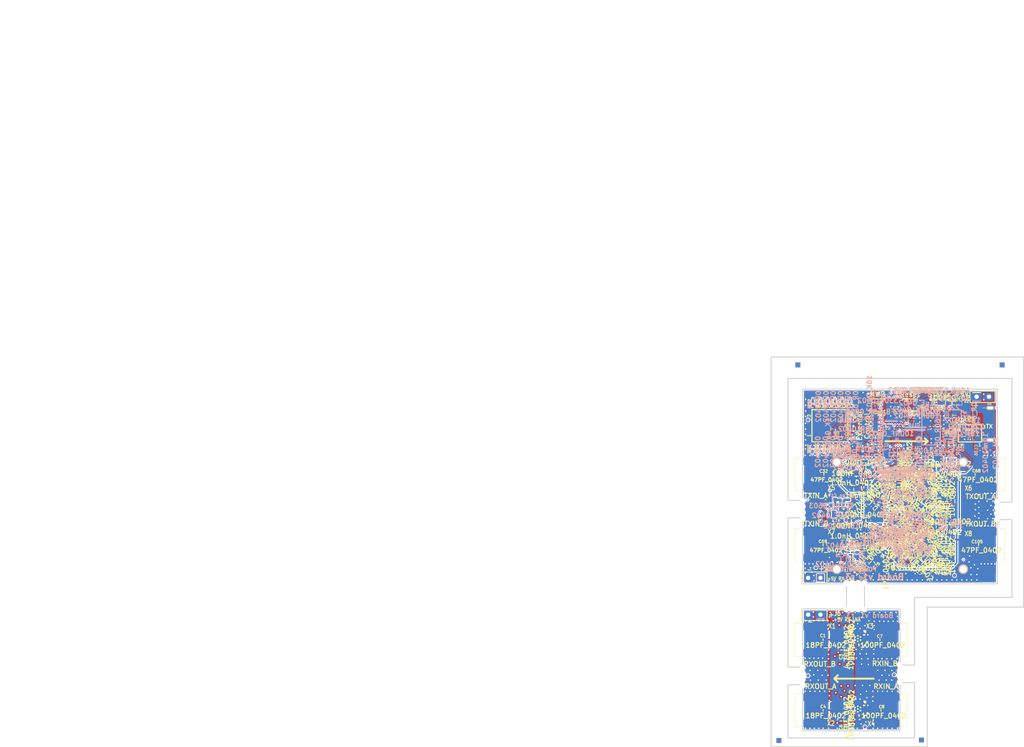
<source format=kicad_pcb>
(kicad_pcb (version 4) (host pcbnew 4.0.2-stable)
  (title_block (title "LimeSDR-Sony v1") (date "23 May 2016") (rev 3) (company "Copyright 2016 Lime Microsystems, Ltd.") (comment 1 "WORK IS COVERED UNDER A CREATIVE COMMONS LICENSE (CC BY 3.0)"))
  (layers (0 Front signal) (1 Inner1_GND signal) (2 Inner2_Signal signal) (3 Inner3_Signal signal) (4 Inner4_Power signal) (31 Back signal) (34 B.Paste user) (35 F.Paste user) (36 B.SilkS user) (37 F.SilkS user) (38 B.Mask user hide) (39 F.Mask user) (44 Edge.Cuts user))
  (net 0 "")
  (net 1 +1.8V)
  (net 2 +2V)
  (net 3 +3.3V)
  (net 4 +5V)
  (net 5 GND)
  (net 6 MCU_SPI_MOSI)
  (net 7 PWR)
  (net 8 Vd_Driver)
  (net 9 Vg1_2_A)
  (net 10 Vg1_2_B)
  (net 11 Vg3_A)
  (net 12 Vg3_B)
  (net 13 Vg_Driver_A)
  (net 14 Vg_Driver_B)
  (net 15 "Net-(C1-Pad1)")
  (net 16 "Net-(C1-Pad2)")
  (net 17 "Net-(C4-Pad1)")
  (net 18 "Net-(C4-Pad2)")
  (net 19 "Net-(C7-Pad1)")
  (net 20 "Net-(C7-Pad2)")
  (net 21 "Net-(C8-Pad1)")
  (net 22 "Net-(C8-Pad2)")
  (net 23 "Net-(C12-Pad1)")
  (net 24 "Net-(C13-Pad1)")
  (net 25 "Net-(C14-Pad1)")
  (net 26 "Net-(C18-Pad1)")
  (net 27 "Net-(C19-Pad1)")
  (net 28 "Net-(C20-Pad1)")
  (net 29 "Net-(C21-Pad1)")
  (net 30 "Net-(C29-Pad1)")
  (net 31 "Net-(C30-Pad1)")
  (net 32 "Net-(C32-Pad1)")
  (net 33 "Net-(C32-Pad2)")
  (net 34 "Net-(C33-Pad1)")
  (net 35 "Net-(C35-Pad1)")
  (net 36 "Net-(C36-Pad1)")
  (net 37 "Net-(C39-Pad1)")
  (net 38 "Net-(C40-Pad1)")
  (net 39 "Net-(C43-Pad2)")
  (net 40 "Net-(C45-Pad1)")
  (net 41 "Net-(C45-Pad2)")
  (net 42 "Net-(C55-Pad1)")
  (net 43 "Net-(C57-Pad1)")
  (net 44 "Net-(C65-Pad1)")
  (net 45 "Net-(C68-Pad1)")
  (net 46 "Net-(C68-Pad2)")
  (net 47 "Net-(C69-Pad1)")
  (net 48 "Net-(C69-Pad2)")
  (net 49 "Net-(C70-Pad1)")
  (net 50 "Net-(C72-Pad1)")
  (net 51 "Net-(C73-Pad1)")
  (net 52 "Net-(C76-Pad1)")
  (net 53 "Net-(C77-Pad1)")
  (net 54 "Net-(C80-Pad2)")
  (net 55 "Net-(C82-Pad1)")
  (net 56 "Net-(C82-Pad2)")
  (net 57 "Net-(C89-Pad1)")
  (net 58 "Net-(C92-Pad1)")
  (net 59 "Net-(C98-Pad1)")
  (net 60 "Net-(C105-Pad1)")
  (net 61 "Net-(C105-Pad2)")
  (net 62 "Net-(C106-Pad1)")
  (net 63 "Net-(C107-Pad1)")
  (net 64 +3.3V_uC)
  (net 65 "Net-(C112-Pad2)")
  (net 66 "Net-(C113-Pad2)")
  (net 67 /Microcontroller/DATA+)
  (net 68 "Net-(J1-Pad4)")
  (net 69 /Microcontroller/DATA-)
  (net 70 /Microcontroller/UART_TX)
  (net 71 /Microcontroller/UART_RX)
  (net 72 "Net-(L3-Pad1)")
  (net 73 "Net-(L4-Pad1)")
  (net 74 "Net-(L6-Pad1)")
  (net 75 "Net-(L7-Pad1)")
  (net 76 "Net-(L8-Pad2)")
  (net 77 "Net-(L9-Pad2)")
  (net 78 "Net-(L11-Pad1)")
  (net 79 "Net-(L12-Pad1)")
  (net 80 "Net-(L13-Pad1)")
  (net 81 "Net-(L15-Pad1)")
  (net 82 "Net-(L16-Pad1)")
  (net 83 "Net-(L17-Pad2)")
  (net 84 "Net-(L18-Pad2)")
  (net 85 "Net-(L20-Pad1)")
  (net 86 "Net-(LD1-Pad1)")
  (net 87 MCU_SPI_DACB_SS)
  (net 88 "Net-(R2-Pad2)")
  (net 89 "Net-(R3-Pad2)")
  (net 90 "Net-(R4-Pad2)")
  (net 91 "Net-(R5-Pad1)")
  (net 92 MCU_SPI_DACA_SS)
  (net 93 "Net-(R20-Pad1)")
  (net 94 "Net-(R23-Pad2)")
  (net 95 "Net-(R34-Pad1)")
  (net 96 "Net-(R37-Pad1)")
  (net 97 "Net-(R38-Pad1)")
  (net 98 MCU_SPI_SCLK)
  (net 99 "Net-(R41-Pad2)")
  (net 100 MCU_TunerA_IN_SS)
  (net 101 MCU_TunerA_MID_SS)
  (net 102 MCU_TunerA_OUT_SS)
  (net 103 MCU_TunerB_IN_SS)
  (net 104 MCU_TunerB_MID_SS)
  (net 105 MCU_TunerB_OUT_SS)
  (net 106 "Net-(U18-Pad3)")
  (net 107 "Net-(U19-Pad17)")
  (net 108 "Net-(U19-Pad19)")
  (net 109 "Net-(U19-Pad6)")
  (net 110 "Net-(U19-Pad7)")
  (net 111 /Microcontroller/VBUS)
  (net 112 "Net-(J4-Pad4)")
  (net 113 "Net-(J4-Pad6)")
  (net 114 "Net-(J4-Pad8)")
  (net 115 "Net-(J4-Pad12)")
  (net 116 "Net-(J4-Pad10)")
  (net 117 "Net-(J4-Pad9)")
  (net 118 "Net-(J4-Pad7)")
  (net 119 "Net-(J4-Pad5)")
  (net 120 "Net-(J4-Pad1)")
  (net 121 "Net-(J4-Pad2)")
  (net 122 "Net-(J4-Pad3)")
  (net 123 "Net-(R45-Pad1)")
  (net 124 "Net-(R46-Pad1)")
  (net 125 "Net-(R58-Pad2)")
  (net 126 "Net-(R59-Pad2)")
  (net 127 "Net-(R60-Pad2)")
  (net 128 "Net-(R61-Pad2)")
  (net 129 "Net-(R62-Pad2)")
  (net 130 "Net-(R63-Pad2)")
  (net 131 "Net-(R64-Pad2)")
  (net 132 "Net-(U4-Pad6)")
  (net 133 "Net-(U5-Pad6)")
  (net 134 "Net-(U6-Pad6)")
  (net 135 "Net-(U8-Pad6)")
  (net 136 Vd_Drive_select)
  (net 137 "Net-(C109-Pad1)")
  (net 138 "/RX_LNA chain/+5V_LNA")
  (net 139 /Microcontroller/LED_R)
  (net 140 /Microcontroller/LED_G)
  (net 141 "Net-(R32-Pad2)")
  (net 142 "Net-(R33-Pad2)")
  (net 143 "Net-(R43-Pad2)")
  (module Pad (layer Front) (at 206 75)
    (fp_text reference Pad hide)
    (fp_text value VAL** hide)
    (pad 1 smd rect (at 0 0) (size 0.99568 0.99568) (layers Front F.Paste F.Mask) (clearance 0.09906))
    (pad 1 smd rect (at 0 0) (size 0.99568 0.99568) (layers Back B.Paste B.Mask) (clearance 0.09906))
  )
  (module Pad (layer Front) (at 189.4 152.1)
    (fp_text reference Pad hide)
    (fp_text value VAL** hide)
    (pad 1 smd rect (at 0 0) (size 0.99568 0.99568) (layers Front F.Paste F.Mask) (clearance 0.09906))
    (pad 1 smd rect (at 0 0) (size 0.99568 0.99568) (layers Back B.Paste B.Mask) (clearance 0.09906))
  )
  (module Fiducial (layer Back) (at 183.8 138.7)
    (fp_text reference FD6 hide)
    (fp_text value FIDUCIAL hide)
    (pad 1 smd circle (at 0 0) (size 0.6 0.6) (layers Back B.Mask) (clearance 0.2))
  )
  (module Fiducial (layer Back) (at 166.1 138.9)
    (fp_text reference FD5 hide)
    (fp_text value FIDUCIAL hide)
    (pad 1 smd circle (at 0 0) (size 0.6 0.6) (layers Back B.Mask) (clearance 0.2))
  )
  (module Fiducial (layer Back) (at 177.8 149.4)
    (fp_text reference FD4 hide)
    (fp_text value FIDUCIAL hide)
    (pad 1 smd circle (at 0 0) (size 0.6 0.6) (layers Back B.Mask) (clearance 0.2))
  )
  (module Fiducial (layer Front) (at 183.8 138.7)
    (fp_text reference FD3 hide)
    (fp_text value FIDUCIAL hide)
    (pad 1 smd circle (at 0 0) (size 0.6 0.6) (layers Front F.Mask) (clearance 0.2))
  )
  (module Fiducial (layer Front) (at 166.1 138.9)
    (fp_text reference FD2 hide)
    (fp_text value FIDUCIAL hide)
    (pad 1 smd circle (at 0 0) (size 0.6 0.6) (layers Front F.Mask) (clearance 0.2))
  )
  (module Fiducial (layer Front) (at 177.8 149.4)
    (fp_text reference FD1 hide)
    (fp_text value FIDUCIAL hide)
    (pad 1 smd circle (at 0 0) (size 0.6 0.6) (layers Front F.Mask) (clearance 0.2))
  )
  (module GND_VIA (layer Front) (at 173.7 117.1)
    (fp_text reference GND_VIA hide)
    (fp_text value VAL** hide)
    (pad 1 thru_hole circle (at 0 0) (size 0.5 0.5) (drill 0.3) (layers *.Cu) (net 5 GND) (clearance 0.1))
  )
  (module GND_VIA (layer Front) (at 179.5 117.9)
    (fp_text reference GND_VIA hide)
    (fp_text value VAL** hide)
    (pad 1 thru_hole circle (at 0 0) (size 0.5 0.5) (drill 0.3) (layers *.Cu) (net 5 GND) (clearance 0.1))
  )
  (module GND_VIA (layer Front) (at 201.2 105.5)
    (fp_text reference GND_VIA hide)
    (fp_text value VAL** hide)
    (pad 1 thru_hole circle (at 0 0) (size 0.5 0.5) (drill 0.3) (layers *.Cu) (net 5 GND) (clearance 0.1))
  )
  (module GND_VIA (layer Front) (at 201.2 104.3)
    (fp_text reference GND_VIA hide)
    (fp_text value VAL** hide)
    (pad 1 thru_hole circle (at 0 0) (size 0.5 0.5) (drill 0.3) (layers *.Cu) (net 5 GND) (clearance 0.1))
  )
  (module GND_VIA (layer Front) (at 199.3 114.3)
    (fp_text reference GND_VIA hide)
    (fp_text value VAL** hide)
    (pad 1 thru_hole circle (at 0 0) (size 0.5 0.5) (drill 0.3) (layers *.Cu) (net 5 GND) (clearance 0.1))
  )
  (module GND_VIA (layer Front) (at 201.2 101.7)
    (fp_text reference GND_VIA hide)
    (fp_text value VAL** hide)
    (pad 1 thru_hole circle (at 0 0) (size 0.5 0.5) (drill 0.3) (layers *.Cu) (net 5 GND) (clearance 0.1))
  )
  (module GND_VIA (layer Front) (at 192.3 117.8)
    (fp_text reference GND_VIA hide)
    (fp_text value VAL** hide)
    (pad 1 thru_hole circle (at 0 0) (size 0.5 0.5) (drill 0.3) (layers *.Cu) (net 5 GND) (clearance 0.1))
  )
  (module GND_VIA (layer Front) (at 182.3 117.9)
    (fp_text reference GND_VIA hide)
    (fp_text value VAL** hide)
    (pad 1 thru_hole circle (at 0 0) (size 0.5 0.5) (drill 0.3) (layers *.Cu) (net 5 GND) (clearance 0.1))
  )
  (module GND_VIA (layer Front) (at 196.3 117.4)
    (fp_text reference GND_VIA hide)
    (fp_text value VAL** hide)
    (pad 1 thru_hole circle (at 0 0) (size 0.5 0.5) (drill 0.3) (layers *.Cu) (net 5 GND) (clearance 0.1))
  )
  (module GND_VIA (layer Front) (at 186.2 117.9)
    (fp_text reference GND_VIA hide)
    (fp_text value VAL** hide)
    (pad 1 thru_hole circle (at 0 0) (size 0.5 0.5) (drill 0.3) (layers *.Cu) (net 5 GND) (clearance 0.1))
  )
  (module GND_VIA (layer Front) (at 170.5 114.6)
    (fp_text reference GND_VIA hide)
    (fp_text value VAL** hide)
    (pad 1 thru_hole circle (at 0 0) (size 0.5 0.5) (drill 0.3) (layers *.Cu) (net 5 GND) (clearance 0.1))
  )
  (module GND_VIA (layer Front) (at 165.5 117.8)
    (fp_text reference GND_VIA hide)
    (fp_text value VAL** hide)
    (pad 1 thru_hole circle (at 0 0) (size 0.5 0.5) (drill 0.3) (layers *.Cu) (net 5 GND) (clearance 0.1))
  )
  (module GND_VIA (layer Front) (at 166.6 116.7)
    (fp_text reference GND_VIA hide)
    (fp_text value VAL** hide)
    (pad 1 thru_hole circle (at 0 0) (size 0.5 0.5) (drill 0.3) (layers *.Cu) (net 5 GND) (clearance 0.1))
  )
  (module GND_VIA (layer Front) (at 169.4 116.6)
    (fp_text reference GND_VIA hide)
    (fp_text value VAL** hide)
    (pad 1 thru_hole circle (at 0 0) (size 0.5 0.5) (drill 0.3) (layers *.Cu) (net 5 GND) (clearance 0.1))
  )
  (module GND_VIA (layer Front) (at 155.6 116.1)
    (fp_text reference GND_VIA hide)
    (fp_text value VAL** hide)
  )
  (module GND_VIA (layer Front) (at 171.1 115.5)
    (fp_text reference GND_VIA hide)
    (fp_text value VAL** hide)
    (pad 1 thru_hole circle (at 0 0) (size 0.5 0.5) (drill 0.3) (layers *.Cu) (net 5 GND) (clearance 0.1))
  )
  (module GND_VIA (layer Front) (at 166.9 117.6)
    (fp_text reference GND_VIA hide)
    (fp_text value VAL** hide)
    (pad 1 thru_hole circle (at 0 0) (size 0.5 0.5) (drill 0.3) (layers *.Cu) (net 5 GND) (clearance 0.1))
  )
  (module GND_VIA (layer Front) (at 170 117.1)
    (fp_text reference GND_VIA hide)
    (fp_text value VAL** hide)
    (pad 1 thru_hole circle (at 0 0) (size 0.5 0.5) (drill 0.3) (layers *.Cu) (net 5 GND) (clearance 0.1))
  )
  (module GND_VIA (layer Front) (at 165.5 116.8)
    (fp_text reference GND_VIA hide)
    (fp_text value VAL** hide)
    (pad 1 thru_hole circle (at 0 0) (size 0.5 0.5) (drill 0.3) (layers *.Cu) (net 5 GND) (clearance 0.1))
  )
  (module GND_VIA (layer Front) (at 167.3 118.3)
    (fp_text reference GND_VIA hide)
    (fp_text value VAL** hide)
    (pad 1 thru_hole circle (at 0 0) (size 0.5 0.5) (drill 0.3) (layers *.Cu) (net 5 GND) (clearance 0.1))
  )
  (module GND_VIA (layer Front) (at 167.3 119.4)
    (fp_text reference GND_VIA hide)
    (fp_text value VAL** hide)
    (pad 1 thru_hole circle (at 0 0) (size 0.5 0.5) (drill 0.3) (layers *.Cu) (net 5 GND) (clearance 0.1))
  )
  (module GND_VIA (layer Front) (at 170.3 119.4)
    (fp_text reference GND_VIA hide)
    (fp_text value VAL** hide)
    (pad 1 thru_hole circle (at 0 0) (size 0.5 0.5) (drill 0.3) (layers *.Cu) (net 5 GND) (clearance 0.1))
  )
  (module GND_VIA (layer Front) (at 172.9 119.4)
    (fp_text reference GND_VIA hide)
    (fp_text value VAL** hide)
    (pad 1 thru_hole circle (at 0 0) (size 0.5 0.5) (drill 0.3) (layers *.Cu) (net 5 GND) (clearance 0.1))
  )
  (module GND_VIA (layer Front) (at 171.5 119.4)
    (fp_text reference GND_VIA hide)
    (fp_text value VAL** hide)
    (pad 1 thru_hole circle (at 0 0) (size 0.5 0.5) (drill 0.3) (layers *.Cu) (net 5 GND) (clearance 0.1))
  )
  (module GND_VIA (layer Front) (at 190.2 117.9)
    (fp_text reference GND_VIA hide)
    (fp_text value VAL** hide)
    (pad 1 thru_hole circle (at 0 0) (size 0.5 0.5) (drill 0.3) (layers *.Cu) (net 5 GND) (clearance 0.1))
  )
  (module GND_VIA (layer Front) (at 188.1 117.9)
    (fp_text reference GND_VIA hide)
    (fp_text value VAL** hide)
    (pad 1 thru_hole circle (at 0 0) (size 0.5 0.5) (drill 0.3) (layers *.Cu) (net 5 GND) (clearance 0.1))
  )
  (module GND_VIA (layer Front) (at 201.2 103.1)
    (fp_text reference GND_VIA hide)
    (fp_text value VAL** hide)
    (pad 1 thru_hole circle (at 0 0) (size 0.5 0.5) (drill 0.3) (layers *.Cu) (net 5 GND) (clearance 0.1))
  )
  (module GND_VIA (layer Front) (at 201.2 106.5)
    (fp_text reference GND_VIA hide)
    (fp_text value VAL** hide)
    (pad 1 thru_hole circle (at 0 0) (size 0.5 0.5) (drill 0.3) (layers *.Cu) (net 5 GND) (clearance 0.1))
  )
  (module GND_VIA (layer Front) (at 182.5 119.2)
    (fp_text reference GND_VIA hide)
    (fp_text value VAL** hide)
    (pad 1 thru_hole circle (at 0 0) (size 0.5 0.5) (drill 0.3) (layers *.Cu) (net 5 GND) (clearance 0.1))
  )
  (module GND_VIA (layer Front) (at 183.5 119.2)
    (fp_text reference GND_VIA hide)
    (fp_text value VAL** hide)
    (pad 1 thru_hole circle (at 0 0) (size 0.5 0.5) (drill 0.3) (layers *.Cu) (net 5 GND) (clearance 0.1))
  )
  (module GND_VIA (layer Front) (at 181.5 119.2)
    (fp_text reference GND_VIA hide)
    (fp_text value VAL** hide)
    (pad 1 thru_hole circle (at 0 0) (size 0.5 0.5) (drill 0.3) (layers *.Cu) (net 5 GND) (clearance 0.1))
  )
  (module GND_VIA (layer Front) (at 184.5 119.2)
    (fp_text reference GND_VIA hide)
    (fp_text value VAL** hide)
    (pad 1 thru_hole circle (at 0 0) (size 0.5 0.5) (drill 0.3) (layers *.Cu) (net 5 GND) (clearance 0.1))
  )
  (module GND_VIA (layer Front) (at 184.1 117.9)
    (fp_text reference GND_VIA hide)
    (fp_text value VAL** hide)
    (pad 1 thru_hole circle (at 0 0) (size 0.5 0.5) (drill 0.3) (layers *.Cu) (net 5 GND) (clearance 0.1))
  )
  (module GND_VIA (layer Front) (at 179.5 119.2)
    (fp_text reference GND_VIA hide)
    (fp_text value VAL** hide)
    (pad 1 thru_hole circle (at 0 0) (size 0.5 0.5) (drill 0.3) (layers *.Cu) (net 5 GND) (clearance 0.1))
  )
  (module GND_VIA (layer Front) (at 194.3 117.8)
    (fp_text reference GND_VIA hide)
    (fp_text value VAL** hide)
    (pad 1 thru_hole circle (at 0 0) (size 0.5 0.5) (drill 0.3) (layers *.Cu) (net 5 GND) (clearance 0.1))
  )
  (module GND_VIA (layer Front) (at 180.5 119.2)
    (fp_text reference GND_VIA hide)
    (fp_text value VAL** hide)
    (pad 1 thru_hole circle (at 0 0) (size 0.5 0.5) (drill 0.3) (layers *.Cu) (net 5 GND) (clearance 0.1))
  )
  (module GND_VIA (layer Front) (at 190.6 119.2)
    (fp_text reference GND_VIA hide)
    (fp_text value VAL** hide)
    (pad 1 thru_hole circle (at 0 0) (size 0.5 0.5) (drill 0.3) (layers *.Cu) (net 5 GND) (clearance 0.1))
  )
  (module GND_VIA (layer Front) (at 186.5 119.2)
    (fp_text reference GND_VIA hide)
    (fp_text value VAL** hide)
    (pad 1 thru_hole circle (at 0 0) (size 0.5 0.5) (drill 0.3) (layers *.Cu) (net 5 GND) (clearance 0.1))
  )
  (module GND_VIA (layer Front) (at 187.5 119.2)
    (fp_text reference GND_VIA hide)
    (fp_text value VAL** hide)
    (pad 1 thru_hole circle (at 0 0) (size 0.5 0.5) (drill 0.3) (layers *.Cu) (net 5 GND) (clearance 0.1))
  )
  (module GND_VIA (layer Front) (at 185.5 119.2)
    (fp_text reference GND_VIA hide)
    (fp_text value VAL** hide)
    (pad 1 thru_hole circle (at 0 0) (size 0.5 0.5) (drill 0.3) (layers *.Cu) (net 5 GND) (clearance 0.1))
  )
  (module GND_VIA (layer Front) (at 189.6 119.2)
    (fp_text reference GND_VIA hide)
    (fp_text value VAL** hide)
    (pad 1 thru_hole circle (at 0 0) (size 0.5 0.5) (drill 0.3) (layers *.Cu) (net 5 GND) (clearance 0.1))
  )
  (module GND_VIA (layer Front) (at 188.5 119.2)
    (fp_text reference GND_VIA hide)
    (fp_text value VAL** hide)
    (pad 1 thru_hole circle (at 0 0) (size 0.5 0.5) (drill 0.3) (layers *.Cu) (net 5 GND) (clearance 0.1))
  )
  (module GND_VIA (layer Front) (at 194.6 119.2)
    (fp_text reference GND_VIA hide)
    (fp_text value VAL** hide)
    (pad 1 thru_hole circle (at 0 0) (size 0.5 0.5) (drill 0.3) (layers *.Cu) (net 5 GND) (clearance 0.1))
  )
  (module GND_VIA (layer Front) (at 195.7 119.2)
    (fp_text reference GND_VIA hide)
    (fp_text value VAL** hide)
    (pad 1 thru_hole circle (at 0 0) (size 0.5 0.5) (drill 0.3) (layers *.Cu) (net 5 GND) (clearance 0.1))
  )
  (module GND_VIA (layer Front) (at 191.6 119.2)
    (fp_text reference GND_VIA hide)
    (fp_text value VAL** hide)
    (pad 1 thru_hole circle (at 0 0) (size 0.5 0.5) (drill 0.3) (layers *.Cu) (net 5 GND) (clearance 0.1))
  )
  (module GND_VIA (layer Front) (at 193.6 119.2)
    (fp_text reference GND_VIA hide)
    (fp_text value VAL** hide)
    (pad 1 thru_hole circle (at 0 0) (size 0.5 0.5) (drill 0.3) (layers *.Cu) (net 5 GND) (clearance 0.1))
  )
  (module GND_VIA (layer Front) (at 192.6 119.2)
    (fp_text reference GND_VIA hide)
    (fp_text value VAL** hide)
    (pad 1 thru_hole circle (at 0 0) (size 0.5 0.5) (drill 0.3) (layers *.Cu) (net 5 GND) (clearance 0.1))
  )
  (module GND_VIA (layer Front) (at 199.2 115.5)
    (fp_text reference GND_VIA hide)
    (fp_text value VAL** hide)
    (pad 1 thru_hole circle (at 0 0) (size 0.5 0.5) (drill 0.3) (layers *.Cu) (net 5 GND) (clearance 0.1))
  )
  (module GND_VIA (layer Front) (at 199.6 118.1)
    (fp_text reference GND_VIA hide)
    (fp_text value VAL** hide)
    (pad 1 thru_hole circle (at 0 0) (size 0.5 0.5) (drill 0.3) (layers *.Cu) (net 5 GND) (clearance 0.1))
  )
  (module GND_VIA (layer Front) (at 199.6 116.7)
    (fp_text reference GND_VIA hide)
    (fp_text value VAL** hide)
    (pad 1 thru_hole circle (at 0 0) (size 0.5 0.5) (drill 0.3) (layers *.Cu) (net 5 GND) (clearance 0.1))
  )
  (module GND_VIA (layer Front) (at 197.7 119.2)
    (fp_text reference GND_VIA hide)
    (fp_text value VAL** hide)
    (pad 1 thru_hole circle (at 0 0) (size 0.5 0.5) (drill 0.3) (layers *.Cu) (net 5 GND) (clearance 0.1))
  )
  (module GND_VIA (layer Front) (at 198.7 119.2)
    (fp_text reference GND_VIA hide)
    (fp_text value VAL** hide)
    (pad 1 thru_hole circle (at 0 0) (size 0.5 0.5) (drill 0.3) (layers *.Cu) (net 5 GND) (clearance 0.1))
  )
  (module GND_VIA (layer Front) (at 196.7 119.2)
    (fp_text reference GND_VIA hide)
    (fp_text value VAL** hide)
    (pad 1 thru_hole circle (at 0 0) (size 0.5 0.5) (drill 0.3) (layers *.Cu) (net 5 GND) (clearance 0.1))
  )
  (module GND_VIA (layer Front) (at 200.8 119.2)
    (fp_text reference GND_VIA hide)
    (fp_text value VAL** hide)
    (pad 1 thru_hole circle (at 0 0) (size 0.5 0.5) (drill 0.3) (layers *.Cu) (net 5 GND) (clearance 0.1))
  )
  (module GND_VIA (layer Front) (at 201 116.9)
    (fp_text reference GND_VIA hide)
    (fp_text value VAL** hide)
    (pad 1 thru_hole circle (at 0 0) (size 0.5 0.5) (drill 0.3) (layers *.Cu) (net 5 GND) (clearance 0.1))
  )
  (module GND_VIA (layer Front) (at 199.7 119.2)
    (fp_text reference GND_VIA hide)
    (fp_text value VAL** hide)
    (pad 1 thru_hole circle (at 0 0) (size 0.5 0.5) (drill 0.3) (layers *.Cu) (net 5 GND) (clearance 0.1))
  )
  (module GND_VIA (layer Front) (at 200.8 118.1)
    (fp_text reference GND_VIA hide)
    (fp_text value VAL** hide)
    (pad 1 thru_hole circle (at 0 0) (size 0.5 0.5) (drill 0.3) (layers *.Cu) (net 5 GND) (clearance 0.1))
  )
  (module GND_VIA (layer Front) (at 174.6 125.9)
    (fp_text reference GND_VIA hide)
    (fp_text value VAL** hide)
    (pad 1 thru_hole circle (at 0 0) (size 0.5 0.5) (drill 0.3) (layers *.Cu) (net 5 GND) (clearance 0.1))
  )
  (module GND_VIA (layer Front) (at 184.5 126.7)
    (fp_text reference GND_VIA hide)
    (fp_text value VAL** hide)
    (pad 1 thru_hole circle (at 0 0) (size 0.5 0.5) (drill 0.3) (layers *.Cu) (net 5 GND) (clearance 0.1))
  )
  (module GND_VIA (layer Front) (at 175.8 125.9)
    (fp_text reference GND_VIA hide)
    (fp_text value VAL** hide)
    (pad 1 thru_hole circle (at 0 0) (size 0.5 0.5) (drill 0.3) (layers *.Cu) (net 5 GND) (clearance 0.1))
  )
  (module GND_VIA (layer Front) (at 183.1 125.9)
    (fp_text reference GND_VIA hide)
    (fp_text value VAL** hide)
    (pad 1 thru_hole circle (at 0 0) (size 0.5 0.5) (drill 0.3) (layers *.Cu) (net 5 GND) (clearance 0.1))
  )
  (module GND_VIA (layer Front) (at 184.2 125.9)
    (fp_text reference GND_VIA hide)
    (fp_text value VAL** hide)
    (pad 1 thru_hole circle (at 0 0) (size 0.5 0.5) (drill 0.3) (layers *.Cu) (net 5 GND) (clearance 0.1))
  )
  (module GND_VIA (layer Front) (at 182 125.9)
    (fp_text reference GND_VIA hide)
    (fp_text value VAL** hide)
    (pad 1 thru_hole circle (at 0 0) (size 0.5 0.5) (drill 0.3) (layers *.Cu) (net 5 GND) (clearance 0.1))
  )
  (module GND_VIA (layer Front) (at 180.8 125.9)
    (fp_text reference GND_VIA hide)
    (fp_text value VAL** hide)
    (pad 1 thru_hole circle (at 0 0) (size 0.5 0.5) (drill 0.3) (layers *.Cu) (net 5 GND) (clearance 0.1))
  )
  (module GND_VIA (layer Front) (at 178.7 125.9)
    (fp_text reference GND_VIA hide)
    (fp_text value VAL** hide)
    (pad 1 thru_hole circle (at 0 0) (size 0.5 0.5) (drill 0.3) (layers *.Cu) (net 5 GND) (clearance 0.1))
  )
  (module GND_VIA (layer Front) (at 177.1 125.9)
    (fp_text reference GND_VIA hide)
    (fp_text value VAL** hide)
    (pad 1 thru_hole circle (at 0 0) (size 0.5 0.5) (drill 0.3) (layers *.Cu) (net 5 GND) (clearance 0.1))
  )
  (module GND_VIA (layer Front) (at 179.7 125.9)
    (fp_text reference GND_VIA hide)
    (fp_text value VAL** hide)
    (pad 1 thru_hole circle (at 0 0) (size 0.5 0.5) (drill 0.3) (layers *.Cu) (net 5 GND) (clearance 0.1))
  )
  (module GND_VIA (layer Front) (at 177 148.8)
    (fp_text reference GND_VIA hide)
    (fp_text value VAL** hide)
    (pad 1 thru_hole circle (at 0 0) (size 0.5 0.5) (drill 0.3) (layers *.Cu) (net 5 GND) (clearance 0.1))
  )
  (module GND_VIA (layer Front) (at 174.8 149.7)
    (fp_text reference GND_VIA hide)
    (fp_text value VAL** hide)
    (pad 1 thru_hole circle (at 0 0) (size 0.5 0.5) (drill 0.3) (layers *.Cu) (net 5 GND) (clearance 0.1))
  )
  (module GND_VIA (layer Front) (at 176.2 149.7)
    (fp_text reference GND_VIA hide)
    (fp_text value VAL** hide)
    (pad 1 thru_hole circle (at 0 0) (size 0.5 0.5) (drill 0.3) (layers *.Cu) (net 5 GND) (clearance 0.1))
  )
  (module GND_VIA (layer Front) (at 178 148.4)
    (fp_text reference GND_VIA hide)
    (fp_text value VAL** hide)
    (pad 1 thru_hole circle (at 0 0) (size 0.5 0.5) (drill 0.3) (layers *.Cu) (net 5 GND) (clearance 0.1))
  )
  (module GND_VIA (layer Front) (at 172.1 149.7)
    (fp_text reference GND_VIA hide)
    (fp_text value VAL** hide)
    (pad 1 thru_hole circle (at 0 0) (size 0.5 0.5) (drill 0.3) (layers *.Cu) (net 5 GND) (clearance 0.1))
  )
  (module GND_VIA (layer Front) (at 175.6 148.8)
    (fp_text reference GND_VIA hide)
    (fp_text value VAL** hide)
    (pad 1 thru_hole circle (at 0 0) (size 0.5 0.5) (drill 0.3) (layers *.Cu) (net 5 GND) (clearance 0.1))
  )
  (module GND_VIA (layer Front) (at 177.1 136.5)
    (fp_text reference GND_VIA hide)
    (fp_text value VAL** hide)
    (pad 1 thru_hole circle (at 0 0) (size 0.5 0.5) (drill 0.3) (layers *.Cu) (net 5 GND) (clearance 0.1))
  )
  (module GND_VIA (layer Front) (at 178.5 136.6)
    (fp_text reference GND_VIA hide)
    (fp_text value VAL** hide)
    (pad 1 thru_hole circle (at 0 0) (size 0.5 0.5) (drill 0.3) (layers *.Cu) (net 5 GND) (clearance 0.1))
  )
  (module GND_VIA (layer Front) (at 172.6 136.5)
    (fp_text reference GND_VIA hide)
    (fp_text value VAL** hide)
    (pad 1 thru_hole circle (at 0 0) (size 0.5 0.5) (drill 0.3) (layers *.Cu) (net 5 GND) (clearance 0.1))
  )
  (module GND_VIA (layer Front) (at 175.5 136.5)
    (fp_text reference GND_VIA hide)
    (fp_text value VAL** hide)
    (pad 1 thru_hole circle (at 0 0) (size 0.5 0.5) (drill 0.3) (layers *.Cu) (net 5 GND) (clearance 0.1))
  )
  (module GND_VIA (layer Front) (at 174.1 136.5)
    (fp_text reference GND_VIA hide)
    (fp_text value VAL** hide)
    (pad 1 thru_hole circle (at 0 0) (size 0.5 0.5) (drill 0.3) (layers *.Cu) (net 5 GND) (clearance 0.1))
  )
  (module GND_VIA (layer Front) (at 180.4 137.8)
    (fp_text reference GND_VIA hide)
    (fp_text value VAL** hide)
    (pad 1 thru_hole circle (at 0 0) (size 0.5 0.5) (drill 0.3) (layers *.Cu) (net 5 GND) (clearance 0.1))
  )
  (module GND_VIA (layer Front) (at 181.3 138.8)
    (fp_text reference GND_VIA hide)
    (fp_text value VAL** hide)
    (pad 1 thru_hole circle (at 0 0) (size 0.5 0.5) (drill 0.3) (layers *.Cu) (net 5 GND) (clearance 0.1))
  )
  (module GND_VIA (layer Front) (at 181.9 137.8)
    (fp_text reference GND_VIA hide)
    (fp_text value VAL** hide)
    (pad 1 thru_hole circle (at 0 0) (size 0.5 0.5) (drill 0.3) (layers *.Cu) (net 5 GND) (clearance 0.1))
  )
  (module GND_VIA (layer Front) (at 166.6 139.8)
    (fp_text reference GND_VIA hide)
    (fp_text value VAL** hide)
    (pad 1 thru_hole circle (at 0 0) (size 0.5 0.5) (drill 0.3) (layers *.Cu) (net 5 GND) (clearance 0.1))
  )
  (module GND_VIA (layer Front) (at 180.7 139.8)
    (fp_text reference GND_VIA hide)
    (fp_text value VAL** hide)
    (pad 1 thru_hole circle (at 0 0) (size 0.5 0.5) (drill 0.3) (layers *.Cu) (net 5 GND) (clearance 0.1))
  )
  (module GND_VIA (layer Front) (at 166.5 137.8)
    (fp_text reference GND_VIA hide)
    (fp_text value VAL** hide)
    (pad 1 thru_hole circle (at 0 0) (size 0.5 0.5) (drill 0.3) (layers *.Cu) (net 5 GND) (clearance 0.1))
  )
  (module GND_VIA (layer Front) (at 183.3 139.8)
    (fp_text reference GND_VIA hide)
    (fp_text value VAL** hide)
    (pad 1 thru_hole circle (at 0 0) (size 0.5 0.5) (drill 0.3) (layers *.Cu) (net 5 GND) (clearance 0.1))
  )
  (module GND_VIA (layer Front) (at 182.8 138.8)
    (fp_text reference GND_VIA hide)
    (fp_text value VAL** hide)
    (pad 1 thru_hole circle (at 0 0) (size 0.5 0.5) (drill 0.3) (layers *.Cu) (net 5 GND) (clearance 0.1))
  )
  (module GND_VIA (layer Front) (at 182.2 139.8)
    (fp_text reference GND_VIA hide)
    (fp_text value VAL** hide)
    (pad 1 thru_hole circle (at 0 0) (size 0.5 0.5) (drill 0.3) (layers *.Cu) (net 5 GND) (clearance 0.1))
  )
  (module GND_VIA (layer Front) (at 183.3 137.8)
    (fp_text reference GND_VIA hide)
    (fp_text value VAL** hide)
    (pad 1 thru_hole circle (at 0 0) (size 0.5 0.5) (drill 0.3) (layers *.Cu) (net 5 GND) (clearance 0.1))
  )
  (module GND_VIA (layer Front) (at 172.9 141)
    (fp_text reference GND_VIA hide)
    (fp_text value VAL** hide)
    (pad 1 thru_hole circle (at 0 0) (size 0.5 0.5) (drill 0.3) (layers *.Cu) (net 5 GND) (clearance 0.1))
  )
  (module GND_VIA (layer Front) (at 175.8 140.9)
    (fp_text reference GND_VIA hide)
    (fp_text value VAL** hide)
    (pad 1 thru_hole circle (at 0 0) (size 0.5 0.5) (drill 0.3) (layers *.Cu) (net 5 GND) (clearance 0.1))
  )
  (module GND_VIA (layer Front) (at 174.3 141)
    (fp_text reference GND_VIA hide)
    (fp_text value VAL** hide)
    (pad 1 thru_hole circle (at 0 0) (size 0.5 0.5) (drill 0.3) (layers *.Cu) (net 5 GND) (clearance 0.1))
  )
  (module GND_VIA (layer Front) (at 174.4 143)
    (fp_text reference GND_VIA hide)
    (fp_text value VAL** hide)
    (pad 1 thru_hole circle (at 0 0) (size 0.5 0.5) (drill 0.3) (layers *.Cu) (net 5 GND) (clearance 0.1))
  )
  (module GND_VIA (layer Front) (at 173.6 142)
    (fp_text reference GND_VIA hide)
    (fp_text value VAL** hide)
    (pad 1 thru_hole circle (at 0 0) (size 0.5 0.5) (drill 0.3) (layers *.Cu) (net 5 GND) (clearance 0.1))
  )
  (module GND_VIA (layer Front) (at 172.9 143.2)
    (fp_text reference GND_VIA hide)
    (fp_text value VAL** hide)
    (pad 1 thru_hole circle (at 0 0) (size 0.5 0.5) (drill 0.3) (layers *.Cu) (net 5 GND) (clearance 0.1))
  )
  (module GND_VIA (layer Front) (at 178.1 142.1)
    (fp_text reference GND_VIA hide)
    (fp_text value VAL** hide)
    (pad 1 thru_hole circle (at 0 0) (size 0.5 0.5) (drill 0.3) (layers *.Cu) (net 5 GND) (clearance 0.1))
  )
  (module GND_VIA (layer Front) (at 177.3 140.9)
    (fp_text reference GND_VIA hide)
    (fp_text value VAL** hide)
    (pad 1 thru_hole circle (at 0 0) (size 0.5 0.5) (drill 0.3) (layers *.Cu) (net 5 GND) (clearance 0.1))
  )
  (module GND_VIA (layer Front) (at 175.4 142.2)
    (fp_text reference GND_VIA hide)
    (fp_text value VAL** hide)
    (pad 1 thru_hole circle (at 0 0) (size 0.5 0.5) (drill 0.3) (layers *.Cu) (net 5 GND) (clearance 0.1))
  )
  (module GND_VIA (layer Front) (at 178.8 140.9)
    (fp_text reference GND_VIA hide)
    (fp_text value VAL** hide)
    (pad 1 thru_hole circle (at 0 0) (size 0.5 0.5) (drill 0.3) (layers *.Cu) (net 5 GND) (clearance 0.1))
  )
  (module GND_VIA (layer Front) (at 179.6 133.5)
    (fp_text reference GND_VIA hide)
    (fp_text value VAL** hide)
    (pad 1 thru_hole circle (at 0 0) (size 0.5 0.5) (drill 0.3) (layers *.Cu) (net 5 GND) (clearance 0.1))
  )
  (module GND_VIA (layer Front) (at 179.6 134.4)
    (fp_text reference GND_VIA hide)
    (fp_text value VAL** hide)
    (pad 1 thru_hole circle (at 0 0) (size 0.5 0.5) (drill 0.3) (layers *.Cu) (net 5 GND) (clearance 0.1))
  )
  (module GND_VIA (layer Front) (at 170.3 133.6)
    (fp_text reference GND_VIA hide)
    (fp_text value VAL** hide)
    (pad 1 thru_hole circle (at 0 0) (size 0.5 0.5) (drill 0.3) (layers *.Cu) (net 5 GND) (clearance 0.1))
  )
  (module GND_VIA (layer Front) (at 170.3 134.5)
    (fp_text reference GND_VIA hide)
    (fp_text value VAL** hide)
    (pad 1 thru_hole circle (at 0 0) (size 0.5 0.5) (drill 0.3) (layers *.Cu) (net 5 GND) (clearance 0.1))
  )
  (module GND_VIA (layer Front) (at 170.2 129.3)
    (fp_text reference GND_VIA hide)
    (fp_text value VAL** hide)
    (pad 1 thru_hole circle (at 0 0) (size 0.5 0.5) (drill 0.3) (layers *.Cu) (net 5 GND) (clearance 0.1))
  )
  (module GND_VIA (layer Front) (at 179.6 135.4)
    (fp_text reference GND_VIA hide)
    (fp_text value VAL** hide)
    (pad 1 thru_hole circle (at 0 0) (size 0.5 0.5) (drill 0.3) (layers *.Cu) (net 5 GND) (clearance 0.1))
  )
  (module GND_VIA (layer Front) (at 179.5 148.8)
    (fp_text reference GND_VIA hide)
    (fp_text value VAL** hide)
    (pad 1 thru_hole circle (at 0 0) (size 0.5 0.5) (drill 0.3) (layers *.Cu) (net 5 GND) (clearance 0.1))
  )
  (module GND_VIA (layer Front) (at 179.5 148)
    (fp_text reference GND_VIA hide)
    (fp_text value VAL** hide)
    (pad 1 thru_hole circle (at 0 0) (size 0.5 0.5) (drill 0.3) (layers *.Cu) (net 5 GND) (clearance 0.1))
  )
  (module GND_VIA (layer Front) (at 170.3 148)
    (fp_text reference GND_VIA hide)
    (fp_text value VAL** hide)
    (pad 1 thru_hole circle (at 0 0) (size 0.5 0.5) (drill 0.3) (layers *.Cu) (net 5 GND) (clearance 0.1))
  )
  (module GND_VIA (layer Front) (at 179.5 149.7)
    (fp_text reference GND_VIA hide)
    (fp_text value VAL** hide)
    (pad 1 thru_hole circle (at 0 0) (size 0.5 0.5) (drill 0.3) (layers *.Cu) (net 5 GND) (clearance 0.1))
  )
  (module GND_VIA (layer Front) (at 170.5 144)
    (fp_text reference GND_VIA hide)
    (fp_text value VAL** hide)
    (pad 1 thru_hole circle (at 0 0) (size 0.5 0.5) (drill 0.3) (layers *.Cu) (net 5 GND) (clearance 0.1))
  )
  (module GND_VIA (layer Front) (at 179.4 143.2)
    (fp_text reference GND_VIA hide)
    (fp_text value VAL** hide)
    (pad 1 thru_hole circle (at 0 0) (size 0.5 0.5) (drill 0.3) (layers *.Cu) (net 5 GND) (clearance 0.1))
  )
  (module GND_VIA (layer Front) (at 170.5 143)
    (fp_text reference GND_VIA hide)
    (fp_text value VAL** hide)
    (pad 1 thru_hole circle (at 0 0) (size 0.5 0.5) (drill 0.3) (layers *.Cu) (net 5 GND) (clearance 0.1))
  )
  (module GND_VIA (layer Front) (at 179.4 144.1)
    (fp_text reference GND_VIA hide)
    (fp_text value VAL** hide)
    (pad 1 thru_hole circle (at 0 0) (size 0.5 0.5) (drill 0.3) (layers *.Cu) (net 5 GND) (clearance 0.1))
  )
  (module GND_VIA (layer Front) (at 179.4 142.1)
    (fp_text reference GND_VIA hide)
    (fp_text value VAL** hide)
    (pad 1 thru_hole circle (at 0 0) (size 0.5 0.5) (drill 0.3) (layers *.Cu) (net 5 GND) (clearance 0.1))
  )
  (module GND_VIA (layer Front) (at 181.4 149.7)
    (fp_text reference GND_VIA hide)
    (fp_text value VAL** hide)
    (pad 1 thru_hole circle (at 0 0) (size 0.5 0.5) (drill 0.3) (layers *.Cu) (net 5 GND) (clearance 0.1))
  )
  (module GND_VIA (layer Front) (at 182.4 149.7)
    (fp_text reference GND_VIA hide)
    (fp_text value VAL** hide)
    (pad 1 thru_hole circle (at 0 0) (size 0.5 0.5) (drill 0.3) (layers *.Cu) (net 5 GND) (clearance 0.1))
  )
  (module GND_VIA (layer Front) (at 180.4 149.7)
    (fp_text reference GND_VIA hide)
    (fp_text value VAL** hide)
    (pad 1 thru_hole circle (at 0 0) (size 0.5 0.5) (drill 0.3) (layers *.Cu) (net 5 GND) (clearance 0.1))
  )
  (module GND_VIA (layer Front) (at 184.5 149.7)
    (fp_text reference GND_VIA hide)
    (fp_text value VAL** hide)
    (pad 1 thru_hole circle (at 0 0) (size 0.5 0.5) (drill 0.3) (layers *.Cu) (net 5 GND) (clearance 0.1))
  )
  (module GND_VIA (layer Front) (at 183.4 149.7)
    (fp_text reference GND_VIA hide)
    (fp_text value VAL** hide)
    (pad 1 thru_hole circle (at 0 0) (size 0.5 0.5) (drill 0.3) (layers *.Cu) (net 5 GND) (clearance 0.1))
  )
  (module GND_VIA (layer Front) (at 183.4 142.1)
    (fp_text reference GND_VIA hide)
    (fp_text value VAL** hide)
    (pad 1 thru_hole circle (at 0 0) (size 0.5 0.5) (drill 0.3) (layers *.Cu) (net 5 GND) (clearance 0.1))
  )
  (module GND_VIA (layer Front) (at 184.5 142.1)
    (fp_text reference GND_VIA hide)
    (fp_text value VAL** hide)
    (pad 1 thru_hole circle (at 0 0) (size 0.5 0.5) (drill 0.3) (layers *.Cu) (net 5 GND) (clearance 0.1))
  )
  (module GND_VIA (layer Front) (at 180.4 142.1)
    (fp_text reference GND_VIA hide)
    (fp_text value VAL** hide)
    (pad 1 thru_hole circle (at 0 0) (size 0.5 0.5) (drill 0.3) (layers *.Cu) (net 5 GND) (clearance 0.1))
  )
  (module GND_VIA (layer Front) (at 182.4 142.1)
    (fp_text reference GND_VIA hide)
    (fp_text value VAL** hide)
    (pad 1 thru_hole circle (at 0 0) (size 0.5 0.5) (drill 0.3) (layers *.Cu) (net 5 GND) (clearance 0.1))
  )
  (module GND_VIA (layer Front) (at 181.4 142.1)
    (fp_text reference GND_VIA hide)
    (fp_text value VAL** hide)
    (pad 1 thru_hole circle (at 0 0) (size 0.5 0.5) (drill 0.3) (layers *.Cu) (net 5 GND) (clearance 0.1))
  )
  (module GND_VIA (layer Front) (at 180.5 135.4)
    (fp_text reference GND_VIA hide)
    (fp_text value VAL** hide)
    (pad 1 thru_hole circle (at 0 0) (size 0.5 0.5) (drill 0.3) (layers *.Cu) (net 5 GND) (clearance 0.1))
  )
  (module GND_VIA (layer Front) (at 182.3 135.4)
    (fp_text reference GND_VIA hide)
    (fp_text value VAL** hide)
    (pad 1 thru_hole circle (at 0 0) (size 0.5 0.5) (drill 0.3) (layers *.Cu) (net 5 GND) (clearance 0.1))
  )
  (module GND_VIA (layer Front) (at 181.3 135.4)
    (fp_text reference GND_VIA hide)
    (fp_text value VAL** hide)
    (pad 1 thru_hole circle (at 0 0) (size 0.5 0.5) (drill 0.3) (layers *.Cu) (net 5 GND) (clearance 0.1))
  )
  (module GND_VIA (layer Front) (at 183.3 135.4)
    (fp_text reference GND_VIA hide)
    (fp_text value VAL** hide)
    (pad 1 thru_hole circle (at 0 0) (size 0.5 0.5) (drill 0.3) (layers *.Cu) (net 5 GND) (clearance 0.1))
  )
  (module GND_VIA (layer Front) (at 184.4 135.4)
    (fp_text reference GND_VIA hide)
    (fp_text value VAL** hide)
    (pad 1 thru_hole circle (at 0 0) (size 0.5 0.5) (drill 0.3) (layers *.Cu) (net 5 GND) (clearance 0.1))
  )
  (module GND_VIA (layer Front) (at 200.5 104.8)
    (fp_text reference GND_VIA hide)
    (fp_text value VAL** hide)
    (pad 1 thru_hole circle (at 0 0) (size 0.5 0.5) (drill 0.3) (layers *.Cu) (net 5 GND) (clearance 0.1))
  )
  (module GND_VIA (layer Front) (at 200.3 116.1)
    (fp_text reference GND_VIA hide)
    (fp_text value VAL** hide)
    (pad 1 thru_hole circle (at 0 0) (size 0.5 0.5) (drill 0.3) (layers *.Cu) (net 5 GND) (clearance 0.1))
  )
  (module GND_VIA (layer Front) (at 200.5 103.6)
    (fp_text reference GND_VIA hide)
    (fp_text value VAL** hide)
    (pad 1 thru_hole circle (at 0 0) (size 0.5 0.5) (drill 0.3) (layers *.Cu) (net 5 GND) (clearance 0.1))
  )
  (module GND_VIA (layer Front) (at 200.5 102.4)
    (fp_text reference GND_VIA hide)
    (fp_text value VAL** hide)
    (pad 1 thru_hole circle (at 0 0) (size 0.5 0.5) (drill 0.3) (layers *.Cu) (net 5 GND) (clearance 0.1))
  )
  (module GND_VIA (layer Front) (at 200.9 108.1)
    (fp_text reference GND_VIA hide)
    (fp_text value VAL** hide)
    (pad 1 thru_hole circle (at 0 0) (size 0.5 0.5) (drill 0.3) (layers *.Cu) (net 5 GND) (clearance 0.1))
  )
  (module GND_VIA (layer Front) (at 200.4 106.1)
    (fp_text reference GND_VIA hide)
    (fp_text value VAL** hide)
    (pad 1 thru_hole circle (at 0 0) (size 0.5 0.5) (drill 0.3) (layers *.Cu) (net 5 GND) (clearance 0.1))
  )
  (module GND_VIA (layer Front) (at 165.54 92.31)
    (fp_text reference GND_VIA hide)
    (fp_text value VAL** hide)
    (pad 1 thru_hole circle (at 0 0) (size 0.5 0.5) (drill 0.3) (layers *.Cu) (net 5 GND) (clearance 0.1))
  )
  (module GND_VIA (layer Front) (at 165.6 87)
    (fp_text reference GND_VIA hide)
    (fp_text value VAL** hide)
    (pad 1 thru_hole circle (at 0 0) (size 0.5 0.5) (drill 0.3) (layers *.Cu) (net 5 GND) (clearance 0.1))
  )
  (module GND_VIA (layer Front) (at 165.6 91.5)
    (fp_text reference GND_VIA hide)
    (fp_text value VAL** hide)
    (pad 1 thru_hole circle (at 0 0) (size 0.5 0.5) (drill 0.3) (layers *.Cu) (net 5 GND) (clearance 0.1))
  )
  (module GND_VIA (layer Front) (at 165.6 89.3)
    (fp_text reference GND_VIA hide)
    (fp_text value VAL** hide)
    (pad 1 thru_hole circle (at 0 0) (size 0.5 0.5) (drill 0.3) (layers *.Cu) (net 5 GND) (clearance 0.1))
  )
  (module GND_VIA (layer Front) (at 165.6 88.2)
    (fp_text reference GND_VIA hide)
    (fp_text value VAL** hide)
    (pad 1 thru_hole circle (at 0 0) (size 0.5 0.5) (drill 0.3) (layers *.Cu) (net 5 GND) (clearance 0.1))
  )
  (module GND_VIA (layer Front) (at 165.6 90.4)
    (fp_text reference GND_VIA hide)
    (fp_text value VAL** hide)
    (pad 1 thru_hole circle (at 0 0) (size 0.5 0.5) (drill 0.3) (layers *.Cu) (net 5 GND) (clearance 0.1))
  )
  (module GND_VIA (layer Front) (at 165.6 83.3)
    (fp_text reference GND_VIA hide)
    (fp_text value VAL** hide)
    (pad 1 thru_hole circle (at 0 0) (size 0.5 0.5) (drill 0.3) (layers *.Cu) (net 5 GND) (clearance 0.1))
  )
  (module GND_VIA (layer Front) (at 165.6 85.6)
    (fp_text reference GND_VIA hide)
    (fp_text value VAL** hide)
    (pad 1 thru_hole circle (at 0 0) (size 0.5 0.5) (drill 0.3) (layers *.Cu) (net 5 GND) (clearance 0.1))
  )
  (module GND_VIA (layer Front) (at 165.6 84.5)
    (fp_text reference GND_VIA hide)
    (fp_text value VAL** hide)
    (pad 1 thru_hole circle (at 0 0) (size 0.5 0.5) (drill 0.3) (layers *.Cu) (net 5 GND) (clearance 0.1))
  )
  (module GND_VIA (layer Front) (at 165.6 82.1)
    (fp_text reference GND_VIA hide)
    (fp_text value VAL** hide)
    (pad 1 thru_hole circle (at 0 0) (size 0.5 0.5) (drill 0.3) (layers *.Cu) (net 5 GND) (clearance 0.1))
  )
  (module GND_VIA (layer Front) (at 177.4 80.7)
    (fp_text reference GND_VIA hide)
    (fp_text value VAL** hide)
    (pad 1 thru_hole circle (at 0 0) (size 0.5 0.5) (drill 0.3) (layers *.Cu) (net 5 GND) (clearance 0.1))
  )
  (module GND_VIA (layer Front) (at 171.6 134.9)
    (fp_text reference GND_VIA hide)
    (fp_text value VAL** hide)
    (pad 1 thru_hole circle (at 0 0) (size 0.5 0.5) (drill 0.3) (layers *.Cu) (net 5 GND) (clearance 0.1))
  )
  (module GND_VIA (layer Front) (at 175.6 134.4)
    (fp_text reference GND_VIA hide)
    (fp_text value VAL** hide)
    (pad 1 thru_hole circle (at 0 0) (size 0.5 0.5) (drill 0.3) (layers *.Cu) (net 5 GND) (clearance 0.1))
  )
  (module GND_VIA (layer Front) (at 178.4 135.4)
    (fp_text reference GND_VIA hide)
    (fp_text value VAL** hide)
    (pad 1 thru_hole circle (at 0 0) (size 0.5 0.5) (drill 0.3) (layers *.Cu) (net 5 GND) (clearance 0.1))
  )
  (module GND_VIA (layer Front) (at 176 135.3)
    (fp_text reference GND_VIA hide)
    (fp_text value VAL** hide)
    (pad 1 thru_hole circle (at 0 0) (size 0.5 0.5) (drill 0.3) (layers *.Cu) (net 5 GND) (clearance 0.1))
  )
  (module GND_VIA (layer Front) (at 174.6 135.2)
    (fp_text reference GND_VIA hide)
    (fp_text value VAL** hide)
    (pad 1 thru_hole circle (at 0 0) (size 0.5 0.5) (drill 0.3) (layers *.Cu) (net 5 GND) (clearance 0.1))
  )
  (module GND_VIA (layer Front) (at 177.1 135.4)
    (fp_text reference GND_VIA hide)
    (fp_text value VAL** hide)
    (pad 1 thru_hole circle (at 0 0) (size 0.5 0.5) (drill 0.3) (layers *.Cu) (net 5 GND) (clearance 0.1))
  )
  (module GND_VIA (layer Front) (at 178.2 143.4)
    (fp_text reference GND_VIA hide)
    (fp_text value VAL** hide)
    (pad 1 thru_hole circle (at 0 0) (size 0.5 0.5) (drill 0.3) (layers *.Cu) (net 5 GND) (clearance 0.1))
  )
  (module GND_VIA (layer Front) (at 178.1 134.4)
    (fp_text reference GND_VIA hide)
    (fp_text value VAL** hide)
    (pad 1 thru_hole circle (at 0 0) (size 0.5 0.5) (drill 0.3) (layers *.Cu) (net 5 GND) (clearance 0.1))
  )
  (module GND_VIA (layer Front) (at 171.8 142.4)
    (fp_text reference GND_VIA hide)
    (fp_text value VAL** hide)
    (pad 1 thru_hole circle (at 0 0) (size 0.5 0.5) (drill 0.3) (layers *.Cu) (net 5 GND) (clearance 0.1))
  )
  (module GND_VIA (layer Front) (at 176.8 134.4)
    (fp_text reference GND_VIA hide)
    (fp_text value VAL** hide)
    (pad 1 thru_hole circle (at 0 0) (size 0.5 0.5) (drill 0.3) (layers *.Cu) (net 5 GND) (clearance 0.1))
  )
  (module GND_VIA (layer Front) (at 169.7 137.8)
    (fp_text reference GND_VIA hide)
    (fp_text value VAL** hide)
    (pad 1 thru_hole circle (at 0 0) (size 0.5 0.5) (drill 0.3) (layers *.Cu) (net 5 GND) (clearance 0.1))
  )
  (module GND_VIA (layer Front) (at 168.2 139.8)
    (fp_text reference GND_VIA hide)
    (fp_text value VAL** hide)
    (pad 1 thru_hole circle (at 0 0) (size 0.5 0.5) (drill 0.3) (layers *.Cu) (net 5 GND) (clearance 0.1))
  )
  (module GND_VIA (layer Front) (at 168.1 137.8)
    (fp_text reference GND_VIA hide)
    (fp_text value VAL** hide)
    (pad 1 thru_hole circle (at 0 0) (size 0.5 0.5) (drill 0.3) (layers *.Cu) (net 5 GND) (clearance 0.1))
  )
  (module GND_VIA (layer Front) (at 169.8 139.8)
    (fp_text reference GND_VIA hide)
    (fp_text value VAL** hide)
    (pad 1 thru_hole circle (at 0 0) (size 0.5 0.5) (drill 0.3) (layers *.Cu) (net 5 GND) (clearance 0.1))
  )
  (module GND_VIA (layer Front) (at 176.9 142.7)
    (fp_text reference GND_VIA hide)
    (fp_text value VAL** hide)
    (pad 1 thru_hole circle (at 0 0) (size 0.5 0.5) (drill 0.3) (layers *.Cu) (net 5 GND) (clearance 0.1))
  )
  (module GND_VIA (layer Front) (at 170.2 138.8)
    (fp_text reference GND_VIA hide)
    (fp_text value VAL** hide)
    (pad 1 thru_hole circle (at 0 0) (size 0.5 0.5) (drill 0.3) (layers *.Cu) (net 5 GND) (clearance 0.1))
  )
  (module GND_VIA (layer Front) (at 169 138.8)
    (fp_text reference GND_VIA hide)
    (fp_text value VAL** hide)
    (pad 1 thru_hole circle (at 0 0) (size 0.5 0.5) (drill 0.3) (layers *.Cu) (net 5 GND) (clearance 0.1))
  )
  (module GND_VIA (layer Front) (at 167.3 138.7)
    (fp_text reference GND_VIA hide)
    (fp_text value VAL** hide)
    (pad 1 thru_hole circle (at 0 0) (size 0.5 0.5) (drill 0.3) (layers *.Cu) (net 5 GND) (clearance 0.1))
  )
  (module GND_VIA (layer Front) (at 177.8 128.6)
    (fp_text reference GND_VIA hide)
    (fp_text value VAL** hide)
    (pad 1 thru_hole circle (at 0 0) (size 0.5 0.5) (drill 0.3) (layers *.Cu) (net 5 GND) (clearance 0.1))
  )
  (module GND_VIA (layer Front) (at 178.6 127.6)
    (fp_text reference GND_VIA hide)
    (fp_text value VAL** hide)
    (pad 1 thru_hole circle (at 0 0) (size 0.5 0.5) (drill 0.3) (layers *.Cu) (net 5 GND) (clearance 0.1))
  )
  (module GND_VIA (layer Front) (at 174.7 127.4)
    (fp_text reference GND_VIA hide)
    (fp_text value VAL** hide)
    (pad 1 thru_hole circle (at 0 0) (size 0.5 0.5) (drill 0.3) (layers *.Cu) (net 5 GND) (clearance 0.1))
  )
  (module GND_VIA (layer Front) (at 177.1 126.9)
    (fp_text reference GND_VIA hide)
    (fp_text value VAL** hide)
    (pad 1 thru_hole circle (at 0 0) (size 0.5 0.5) (drill 0.3) (layers *.Cu) (net 5 GND) (clearance 0.1))
  )
  (module GND_VIA (layer Front) (at 176.3 128.2)
    (fp_text reference GND_VIA hide)
    (fp_text value VAL** hide)
    (pad 1 thru_hole circle (at 0 0) (size 0.5 0.5) (drill 0.3) (layers *.Cu) (net 5 GND) (clearance 0.1))
  )
  (module GND_VIA (layer Front) (at 172.5 127.1)
    (fp_text reference GND_VIA hide)
    (fp_text value VAL** hide)
    (pad 1 thru_hole circle (at 0 0) (size 0.5 0.5) (drill 0.3) (layers *.Cu) (net 5 GND) (clearance 0.1))
  )
  (module GND_VIA (layer Front) (at 179.7 129.4)
    (fp_text reference GND_VIA hide)
    (fp_text value VAL** hide)
    (pad 1 thru_hole circle (at 0 0) (size 0.5 0.5) (drill 0.3) (layers *.Cu) (net 5 GND) (clearance 0.1))
  )
  (module GND_VIA (layer Front) (at 179.7 127.7)
    (fp_text reference GND_VIA hide)
    (fp_text value VAL** hide)
    (pad 1 thru_hole circle (at 0 0) (size 0.5 0.5) (drill 0.3) (layers *.Cu) (net 5 GND) (clearance 0.1))
  )
  (module GND_VIA (layer Front) (at 179.7 128.6)
    (fp_text reference GND_VIA hide)
    (fp_text value VAL** hide)
    (pad 1 thru_hole circle (at 0 0) (size 0.5 0.5) (drill 0.3) (layers *.Cu) (net 5 GND) (clearance 0.1))
  )
  (module GND_VIA (layer Front) (at 170.2 128.5)
    (fp_text reference GND_VIA hide)
    (fp_text value VAL** hide)
    (pad 1 thru_hole circle (at 0 0) (size 0.5 0.5) (drill 0.3) (layers *.Cu) (net 5 GND) (clearance 0.1))
  )
  (module GND_VIA (layer Front) (at 182.6 127.7)
    (fp_text reference GND_VIA hide)
    (fp_text value VAL** hide)
    (pad 1 thru_hole circle (at 0 0) (size 0.5 0.5) (drill 0.3) (layers *.Cu) (net 5 GND) (clearance 0.1))
  )
  (module GND_VIA (layer Front) (at 170.2 127.6)
    (fp_text reference GND_VIA hide)
    (fp_text value VAL** hide)
    (pad 1 thru_hole circle (at 0 0) (size 0.5 0.5) (drill 0.3) (layers *.Cu) (net 5 GND) (clearance 0.1))
  )
  (module GND_VIA (layer Front) (at 184.5 127.7)
    (fp_text reference GND_VIA hide)
    (fp_text value VAL** hide)
    (pad 1 thru_hole circle (at 0 0) (size 0.5 0.5) (drill 0.3) (layers *.Cu) (net 5 GND) (clearance 0.1))
  )
  (module GND_VIA (layer Front) (at 180.8 127.7)
    (fp_text reference GND_VIA hide)
    (fp_text value VAL** hide)
    (pad 1 thru_hole circle (at 0 0) (size 0.5 0.5) (drill 0.3) (layers *.Cu) (net 5 GND) (clearance 0.1))
  )
  (module GND_VIA (layer Front) (at 183.6 127.7)
    (fp_text reference GND_VIA hide)
    (fp_text value VAL** hide)
    (pad 1 thru_hole circle (at 0 0) (size 0.5 0.5) (drill 0.3) (layers *.Cu) (net 5 GND) (clearance 0.1))
  )
  (module GND_VIA (layer Front) (at 181.7 127.7)
    (fp_text reference GND_VIA hide)
    (fp_text value VAL** hide)
    (pad 1 thru_hole circle (at 0 0) (size 0.5 0.5) (drill 0.3) (layers *.Cu) (net 5 GND) (clearance 0.1))
  )
  (module GND_VIA (layer Front) (at 166.4 127.6)
    (fp_text reference GND_VIA hide)
    (fp_text value VAL** hide)
    (pad 1 thru_hole circle (at 0 0) (size 0.5 0.5) (drill 0.3) (layers *.Cu) (net 5 GND) (clearance 0.1))
  )
  (module GND_VIA (layer Front) (at 167.3 127.6)
    (fp_text reference GND_VIA hide)
    (fp_text value VAL** hide)
    (pad 1 thru_hole circle (at 0 0) (size 0.5 0.5) (drill 0.3) (layers *.Cu) (net 5 GND) (clearance 0.1))
  )
  (module GND_VIA (layer Front) (at 165.6 127.6)
    (fp_text reference GND_VIA hide)
    (fp_text value VAL** hide)
    (pad 1 thru_hole circle (at 0 0) (size 0.5 0.5) (drill 0.3) (layers *.Cu) (net 5 GND) (clearance 0.1))
  )
  (module GND_VIA (layer Front) (at 169.2 127.6)
    (fp_text reference GND_VIA hide)
    (fp_text value VAL** hide)
    (pad 1 thru_hole circle (at 0 0) (size 0.5 0.5) (drill 0.3) (layers *.Cu) (net 5 GND) (clearance 0.1))
  )
  (module GND_VIA (layer Front) (at 168.3 127.6)
    (fp_text reference GND_VIA hide)
    (fp_text value VAL** hide)
    (pad 1 thru_hole circle (at 0 0) (size 0.5 0.5) (drill 0.3) (layers *.Cu) (net 5 GND) (clearance 0.1))
  )
  (module GND_VIA (layer Front) (at 168.5 142.1)
    (fp_text reference GND_VIA hide)
    (fp_text value VAL** hide)
    (pad 1 thru_hole circle (at 0 0) (size 0.5 0.5) (drill 0.3) (layers *.Cu) (net 5 GND) (clearance 0.1))
  )
  (module GND_VIA (layer Front) (at 165.5 142.1)
    (fp_text reference GND_VIA hide)
    (fp_text value VAL** hide)
    (pad 1 thru_hole circle (at 0 0) (size 0.5 0.5) (drill 0.3) (layers *.Cu) (net 5 GND) (clearance 0.1))
  )
  (module GND_VIA (layer Front) (at 167.5 142.1)
    (fp_text reference GND_VIA hide)
    (fp_text value VAL** hide)
    (pad 1 thru_hole circle (at 0 0) (size 0.5 0.5) (drill 0.3) (layers *.Cu) (net 5 GND) (clearance 0.1))
  )
  (module GND_VIA (layer Front) (at 166.5 142.1)
    (fp_text reference GND_VIA hide)
    (fp_text value VAL** hide)
    (pad 1 thru_hole circle (at 0 0) (size 0.5 0.5) (drill 0.3) (layers *.Cu) (net 5 GND) (clearance 0.1))
  )
  (module GND_VIA (layer Front) (at 169.5 142.1)
    (fp_text reference GND_VIA hide)
    (fp_text value VAL** hide)
    (pad 1 thru_hole circle (at 0 0) (size 0.5 0.5) (drill 0.3) (layers *.Cu) (net 5 GND) (clearance 0.1))
  )
  (module GND_VIA (layer Front) (at 170.3 148.9)
    (fp_text reference GND_VIA hide)
    (fp_text value VAL** hide)
    (pad 1 thru_hole circle (at 0 0) (size 0.5 0.5) (drill 0.3) (layers *.Cu) (net 5 GND) (clearance 0.1))
  )
  (module GND_VIA (layer Front) (at 170.5 142.1)
    (fp_text reference GND_VIA hide)
    (fp_text value VAL** hide)
    (pad 1 thru_hole circle (at 0 0) (size 0.5 0.5) (drill 0.3) (layers *.Cu) (net 5 GND) (clearance 0.1))
  )
  (module GND_VIA (layer Front) (at 170.3 149.7)
    (fp_text reference GND_VIA hide)
    (fp_text value VAL** hide)
    (pad 1 thru_hole circle (at 0 0) (size 0.5 0.5) (drill 0.3) (layers *.Cu) (net 5 GND) (clearance 0.1))
  )
  (module GND_VIA (layer Front) (at 169.2 149.7)
    (fp_text reference GND_VIA hide)
    (fp_text value VAL** hide)
    (pad 1 thru_hole circle (at 0 0) (size 0.5 0.5) (drill 0.3) (layers *.Cu) (net 5 GND) (clearance 0.1))
  )
  (module GND_VIA (layer Front) (at 165.5 135.3)
    (fp_text reference GND_VIA hide)
    (fp_text value VAL** hide)
    (pad 1 thru_hole circle (at 0 0) (size 0.5 0.5) (drill 0.3) (layers *.Cu) (net 5 GND) (clearance 0.1))
  )
  (module GND_VIA (layer Front) (at 167.3 135.3)
    (fp_text reference GND_VIA hide)
    (fp_text value VAL** hide)
    (pad 1 thru_hole circle (at 0 0) (size 0.5 0.5) (drill 0.3) (layers *.Cu) (net 5 GND) (clearance 0.1))
  )
  (module GND_VIA (layer Front) (at 166.4 135.3)
    (fp_text reference GND_VIA hide)
    (fp_text value VAL** hide)
    (pad 1 thru_hole circle (at 0 0) (size 0.5 0.5) (drill 0.3) (layers *.Cu) (net 5 GND) (clearance 0.1))
  )
  (module GND_VIA (layer Front) (at 166.5 149.7)
    (fp_text reference GND_VIA hide)
    (fp_text value VAL** hide)
    (pad 1 thru_hole circle (at 0 0) (size 0.5 0.5) (drill 0.3) (layers *.Cu) (net 5 GND) (clearance 0.1))
  )
  (module GND_VIA (layer Front) (at 167.4 149.7)
    (fp_text reference GND_VIA hide)
    (fp_text value VAL** hide)
    (pad 1 thru_hole circle (at 0 0) (size 0.5 0.5) (drill 0.3) (layers *.Cu) (net 5 GND) (clearance 0.1))
  )
  (module GND_VIA (layer Front) (at 165.6 149.7)
    (fp_text reference GND_VIA hide)
    (fp_text value VAL** hide)
    (pad 1 thru_hole circle (at 0 0) (size 0.5 0.5) (drill 0.3) (layers *.Cu) (net 5 GND) (clearance 0.1))
  )
  (module GND_VIA (layer Front) (at 170.3 135.4)
    (fp_text reference GND_VIA hide)
    (fp_text value VAL** hide)
    (pad 1 thru_hole circle (at 0 0) (size 0.5 0.5) (drill 0.3) (layers *.Cu) (net 5 GND) (clearance 0.1))
  )
  (module GND_VIA (layer Front) (at 168.2 135.3)
    (fp_text reference GND_VIA hide)
    (fp_text value VAL** hide)
    (pad 1 thru_hole circle (at 0 0) (size 0.5 0.5) (drill 0.3) (layers *.Cu) (net 5 GND) (clearance 0.1))
  )
  (module GND_VIA (layer Front) (at 168.3 149.7)
    (fp_text reference GND_VIA hide)
    (fp_text value VAL** hide)
    (pad 1 thru_hole circle (at 0 0) (size 0.5 0.5) (drill 0.3) (layers *.Cu) (net 5 GND) (clearance 0.1))
  )
  (module GND_VIA (layer Front) (at 169.1 135.3)
    (fp_text reference GND_VIA hide)
    (fp_text value VAL** hide)
    (pad 1 thru_hole circle (at 0 0) (size 0.5 0.5) (drill 0.3) (layers *.Cu) (net 5 GND) (clearance 0.1))
  )
  (module GND_VIA (layer Front) (at 172.1 148.6)
    (fp_text reference GND_VIA hide)
    (fp_text value VAL** hide)
    (pad 1 thru_hole circle (at 0 0) (size 0.5 0.5) (drill 0.3) (layers *.Cu) (net 5 GND) (clearance 0.1))
  )
  (module GND_VIA (layer Front) (at 176.8 143.7)
    (fp_text reference GND_VIA hide)
    (fp_text value VAL** hide)
    (pad 1 thru_hole circle (at 0 0) (size 0.5 0.5) (drill 0.3) (layers *.Cu) (net 5 GND) (clearance 0.1))
  )
  (module GND_VIA (layer Front) (at 175.9 143.7)
    (fp_text reference GND_VIA hide)
    (fp_text value VAL** hide)
    (pad 1 thru_hole circle (at 0 0) (size 0.5 0.5) (drill 0.3) (layers *.Cu) (net 5 GND) (clearance 0.1))
  )
  (module GND_VIA (layer Front) (at 175 144.4)
    (fp_text reference GND_VIA hide)
    (fp_text value VAL** hide)
    (pad 1 thru_hole circle (at 0 0) (size 0.5 0.5) (drill 0.3) (layers *.Cu) (net 5 GND) (clearance 0.1))
  )
  (module GND_VIA (layer Front) (at 174.5 148.7)
    (fp_text reference GND_VIA hide)
    (fp_text value VAL** hide)
    (pad 1 thru_hole circle (at 0 0) (size 0.5 0.5) (drill 0.3) (layers *.Cu) (net 5 GND) (clearance 0.1))
  )
  (module GND_VIA (layer Front) (at 178.4 145)
    (fp_text reference GND_VIA hide)
    (fp_text value VAL** hide)
    (pad 1 thru_hole circle (at 0 0) (size 0.5 0.5) (drill 0.3) (layers *.Cu) (net 5 GND) (clearance 0.1))
  )
  (module GND_VIA (layer Front) (at 174.3 145.2)
    (fp_text reference GND_VIA hide)
    (fp_text value VAL** hide)
    (pad 1 thru_hole circle (at 0 0) (size 0.5 0.5) (drill 0.3) (layers *.Cu) (net 5 GND) (clearance 0.1))
  )
  (module GND_VIA (layer Front) (at 177.7 129.9)
    (fp_text reference GND_VIA hide)
    (fp_text value VAL** hide)
    (pad 1 thru_hole circle (at 0 0) (size 0.5 0.5) (drill 0.3) (layers *.Cu) (net 5 GND) (clearance 0.1))
  )
  (module GND_VIA (layer Front) (at 175 129.9)
    (fp_text reference GND_VIA hide)
    (fp_text value VAL** hide)
    (pad 1 thru_hole circle (at 0 0) (size 0.5 0.5) (drill 0.3) (layers *.Cu) (net 5 GND) (clearance 0.1))
  )
  (module GND_VIA (layer Front) (at 177.7 144.4)
    (fp_text reference GND_VIA hide)
    (fp_text value VAL** hide)
    (pad 1 thru_hole circle (at 0 0) (size 0.5 0.5) (drill 0.3) (layers *.Cu) (net 5 GND) (clearance 0.1))
  )
  (module GND_VIA (layer Front) (at 176.8 129.2)
    (fp_text reference GND_VIA hide)
    (fp_text value VAL** hide)
    (pad 1 thru_hole circle (at 0 0) (size 0.5 0.5) (drill 0.3) (layers *.Cu) (net 5 GND) (clearance 0.1))
  )
  (module GND_VIA (layer Front) (at 178.4 130.5)
    (fp_text reference GND_VIA hide)
    (fp_text value VAL** hide)
    (pad 1 thru_hole circle (at 0 0) (size 0.5 0.5) (drill 0.3) (layers *.Cu) (net 5 GND) (clearance 0.1))
  )
  (module GND_VIA (layer Front) (at 175.8 129.2)
    (fp_text reference GND_VIA hide)
    (fp_text value VAL** hide)
    (pad 1 thru_hole circle (at 0 0) (size 0.5 0.5) (drill 0.3) (layers *.Cu) (net 5 GND) (clearance 0.1))
  )
  (module GND_VIA (layer Front) (at 174.2 130.7)
    (fp_text reference GND_VIA hide)
    (fp_text value VAL** hide)
    (pad 1 thru_hole circle (at 0 0) (size 0.5 0.5) (drill 0.3) (layers *.Cu) (net 5 GND) (clearance 0.1))
  )
  (module GND_VIA (layer Front) (at 172.3 134.1)
    (fp_text reference GND_VIA hide)
    (fp_text value VAL** hide)
    (pad 1 thru_hole circle (at 0 0) (size 0.5 0.5) (drill 0.3) (layers *.Cu) (net 5 GND) (clearance 0.1))
  )
  (module GND_VIA (layer Front) (at 174.5 134.1)
    (fp_text reference GND_VIA hide)
    (fp_text value VAL** hide)
    (pad 1 thru_hole circle (at 0 0) (size 0.5 0.5) (drill 0.3) (layers *.Cu) (net 5 GND) (clearance 0.1))
  )
  (module GND_VIA (layer Front) (at 175.7 147.9)
    (fp_text reference GND_VIA hide)
    (fp_text value VAL** hide)
    (pad 1 thru_hole circle (at 0 0) (size 0.5 0.5) (drill 0.3) (layers *.Cu) (net 5 GND) (clearance 0.1))
  )
  (module GND_VIA (layer Front) (at 176.7 147.9)
    (fp_text reference GND_VIA hide)
    (fp_text value VAL** hide)
    (pad 1 thru_hole circle (at 0 0) (size 0.5 0.5) (drill 0.3) (layers *.Cu) (net 5 GND) (clearance 0.1))
  )
  (module GND_VIA (layer Front) (at 177.7 132.6)
    (fp_text reference GND_VIA hide)
    (fp_text value VAL** hide)
    (pad 1 thru_hole circle (at 0 0) (size 0.5 0.5) (drill 0.3) (layers *.Cu) (net 5 GND) (clearance 0.1))
  )
  (module GND_VIA (layer Front) (at 176 133.5)
    (fp_text reference GND_VIA hide)
    (fp_text value VAL** hide)
    (pad 1 thru_hole circle (at 0 0) (size 0.5 0.5) (drill 0.3) (layers *.Cu) (net 5 GND) (clearance 0.1))
  )
  (module GND_VIA (layer Front) (at 177.7 147.1)
    (fp_text reference GND_VIA hide)
    (fp_text value VAL** hide)
    (pad 1 thru_hole circle (at 0 0) (size 0.5 0.5) (drill 0.3) (layers *.Cu) (net 5 GND) (clearance 0.1))
  )
  (module GND_VIA (layer Front) (at 177.1 133.5)
    (fp_text reference GND_VIA hide)
    (fp_text value VAL** hide)
    (pad 1 thru_hole circle (at 0 0) (size 0.5 0.5) (drill 0.3) (layers *.Cu) (net 5 GND) (clearance 0.1))
  )
  (module drill_via (layer Front) (at 164.955026 138.412133 180)
    (fp_text reference drill_via hide)
    (fp_text value VAL** hide)
    (pad "" np_thru_hole circle (at 0 0 180) (size 1 1) (drill 1) (layers *.Cu *.Mask))
  )
  (module drill_via (layer Front) (at 164.955026 137.212132 180)
    (fp_text reference drill_via hide)
    (fp_text value VAL** hide)
    (pad "" np_thru_hole circle (at 0 0 180) (size 1 1) (drill 1) (layers *.Cu *.Mask))
  )
  (module drill_via (layer Front) (at 164.955026 139.612131 180)
    (fp_text reference drill_via hide)
    (fp_text value VAL** hide)
    (pad "" np_thru_hole circle (at 0 0 180) (size 1 1) (drill 1) (layers *.Cu *.Mask))
  )
  (module drill_via (layer Front) (at 164.955026 140.812131 180)
    (fp_text reference drill_via hide)
    (fp_text value VAL** hide)
    (pad "" np_thru_hole circle (at 0 0 180) (size 1 1) (drill 1) (layers *.Cu *.Mask))
  )
  (module drill_via (layer Front) (at 164.955026 104.112133 180)
    (fp_text reference drill_via hide)
    (fp_text value VAL** hide)
    (pad "" np_thru_hole circle (at 0 0 180) (size 1 1) (drill 1) (layers *.Cu *.Mask))
  )
  (module drill_via (layer Front) (at 164.955026 102.912132 180)
    (fp_text reference drill_via hide)
    (fp_text value VAL** hide)
    (pad "" np_thru_hole circle (at 0 0 180) (size 1 1) (drill 1) (layers *.Cu *.Mask))
  )
  (module drill_via (layer Front) (at 164.955026 105.312131 180)
    (fp_text reference drill_via hide)
    (fp_text value VAL** hide)
    (pad "" np_thru_hole circle (at 0 0 180) (size 1 1) (drill 1) (layers *.Cu *.Mask))
  )
  (module drill_via (layer Front) (at 164.955026 106.512131 180)
    (fp_text reference drill_via hide)
    (fp_text value VAL** hide)
    (pad "" np_thru_hole circle (at 0 0 180) (size 1 1) (drill 1) (layers *.Cu *.Mask))
  )
  (module drill_via (layer Front) (at 205 105.55)
    (fp_text reference drill_via hide)
    (fp_text value VAL** hide)
    (pad "" np_thru_hole circle (at 0 0) (size 1 1) (drill 1) (layers *.Cu *.Mask))
  )
  (module drill_via (layer Front) (at 205 106.75)
    (fp_text reference drill_via hide)
    (fp_text value VAL** hide)
    (pad "" np_thru_hole circle (at 0 0) (size 1 1) (drill 1) (layers *.Cu *.Mask))
  )
  (module drill_via (layer Front) (at 205 104.35)
    (fp_text reference drill_via hide)
    (fp_text value VAL** hide)
    (pad "" np_thru_hole circle (at 0 0) (size 1 1) (drill 1) (layers *.Cu *.Mask))
  )
  (module drill_via (layer Front) (at 205 103.15)
    (fp_text reference drill_via hide)
    (fp_text value VAL** hide)
    (pad "" np_thru_hole circle (at 0 0) (size 1 1) (drill 1) (layers *.Cu *.Mask))
  )
  (module drill_via (layer Front) (at 185 139.05)
    (fp_text reference drill_via hide)
    (fp_text value VAL** hide)
    (pad "" np_thru_hole circle (at 0 0) (size 1 1) (drill 1) (layers *.Cu *.Mask))
  )
  (module drill_via (layer Front) (at 185 140.25)
    (fp_text reference drill_via hide)
    (fp_text value VAL** hide)
    (pad "" np_thru_hole circle (at 0 0) (size 1 1) (drill 1) (layers *.Cu *.Mask))
  )
  (module drill_via (layer Front) (at 185 137.85)
    (fp_text reference drill_via hide)
    (fp_text value VAL** hide)
    (pad "" np_thru_hole circle (at 0 0) (size 1 1) (drill 1) (layers *.Cu *.Mask))
  )
  (module drill_via (layer Front) (at 185 136.65)
    (fp_text reference drill_via hide)
    (fp_text value VAL** hide)
    (pad "" np_thru_hole circle (at 0 0) (size 1 1) (drill 1) (layers *.Cu *.Mask))
  )
  (module drill_via (layer Front) (at 173.99 125.19)
    (fp_text reference drill_via hide)
    (fp_text value VAL** hide)
    (pad "" np_thru_hole circle (at 0 0) (size 1 1) (drill 1) (layers *.Cu *.Mask))
  )
  (module drill_via (layer Front) (at 175.19 125.19)
    (fp_text reference drill_via hide)
    (fp_text value VAL** hide)
    (pad "" np_thru_hole circle (at 0 0) (size 1 1) (drill 1) (layers *.Cu *.Mask))
  )
  (module drill_via (layer Front) (at 177.69 125.19)
    (fp_text reference drill_via hide)
    (fp_text value VAL** hide)
    (pad "" np_thru_hole circle (at 0 0) (size 1 1) (drill 1) (layers *.Cu *.Mask))
  )
  (module drill_via (layer Front) (at 176.39 125.19)
    (fp_text reference drill_via hide)
    (fp_text value VAL** hide)
    (pad "" np_thru_hole circle (at 0 0) (size 1 1) (drill 1) (layers *.Cu *.Mask))
  )
  (module GND_VIA (layer Front) (at 172.27 133.21)
    (fp_text reference GND_VIA hide)
    (fp_text value VAL** hide)
    (pad 1 thru_hole circle (at 0 0) (size 0.5 0.5) (drill 0.3) (layers *.Cu) (net 138 "/RX_LNA chain/+5V_LNA") (clearance 0.1))
  )
  (module GND_VIA (layer Front) (at 181.5 113)
    (fp_text reference GND_VIA hide)
    (fp_text value VAL** hide)
    (pad 1 thru_hole circle (at 0 0) (size 0.5 0.5) (drill 0.3) (layers *.Cu) (net 5 GND) (clearance 0.1))
  )
  (module GND_VIA (layer Front) (at 182 113.5)
    (fp_text reference GND_VIA hide)
    (fp_text value VAL** hide)
    (pad 1 thru_hole circle (at 0 0) (size 0.5 0.5) (drill 0.3) (layers *.Cu) (net 5 GND) (clearance 0.1))
  )
  (module GND_VIA (layer Front) (at 181.5 114)
    (fp_text reference GND_VIA hide)
    (fp_text value VAL** hide)
    (pad 1 thru_hole circle (at 0 0) (size 0.5 0.5) (drill 0.3) (layers *.Cu) (net 5 GND) (clearance 0.1))
  )
  (module GND_VIA (layer Front) (at 181 113.5)
    (fp_text reference GND_VIA hide)
    (fp_text value VAL** hide)
    (pad 1 thru_hole circle (at 0 0) (size 0.5 0.5) (drill 0.3) (layers *.Cu) (net 5 GND) (clearance 0.1))
  )
  (module GND_VIA (layer Front) (at 176.9 108.9)
    (fp_text reference GND_VIA hide)
    (fp_text value VAL** hide)
    (pad 1 thru_hole circle (at 0 0) (size 0.5 0.5) (drill 0.3) (layers *.Cu) (net 5 GND) (clearance 0.1))
  )
  (module GND_VIA (layer Front) (at 176.9 109.6)
    (fp_text reference GND_VIA hide)
    (fp_text value VAL** hide)
    (pad 1 thru_hole circle (at 0 0) (size 0.5 0.5) (drill 0.3) (layers *.Cu) (net 5 GND) (clearance 0.1))
  )
  (module GND_VIA (layer Front) (at 176.2 109.6)
    (fp_text reference GND_VIA hide)
    (fp_text value VAL** hide)
    (pad 1 thru_hole circle (at 0 0) (size 0.5 0.5) (drill 0.3) (layers *.Cu) (net 5 GND) (clearance 0.1))
  )
  (module GND_VIA (layer Front) (at 176.2 108.9)
    (fp_text reference GND_VIA hide)
    (fp_text value VAL** hide)
    (pad 1 thru_hole circle (at 0 0) (size 0.5 0.5) (drill 0.3) (layers *.Cu) (net 5 GND) (clearance 0.1))
  )
  (module GND_VIA (layer Front) (at 166.3 115.9)
    (fp_text reference GND_VIA hide)
    (fp_text value VAL** hide)
    (pad 1 thru_hole circle (at 0 0) (size 0.5 0.5) (drill 0.3) (layers *.Cu) (net 5 GND) (clearance 0.1))
  )
  (module GND_VIA (layer Front) (at 167.9 115.9)
    (fp_text reference GND_VIA hide)
    (fp_text value VAL** hide)
    (pad 1 thru_hole circle (at 0 0) (size 0.5 0.5) (drill 0.3) (layers *.Cu) (net 5 GND) (clearance 0.1))
  )
  (module GND_VIA (layer Front) (at 167.1 115.9)
    (fp_text reference GND_VIA hide)
    (fp_text value VAL** hide)
    (pad 1 thru_hole circle (at 0 0) (size 0.5 0.5) (drill 0.3) (layers *.Cu) (net 5 GND) (clearance 0.1))
  )
  (module GND_VIA (layer Front) (at 169.5 115.9)
    (fp_text reference GND_VIA hide)
    (fp_text value VAL** hide)
    (pad 1 thru_hole circle (at 0 0) (size 0.5 0.5) (drill 0.3) (layers *.Cu) (net 5 GND) (clearance 0.1))
  )
  (module GND_VIA (layer Front) (at 168.7 115.9)
    (fp_text reference GND_VIA hide)
    (fp_text value VAL** hide)
    (pad 1 thru_hole circle (at 0 0) (size 0.5 0.5) (drill 0.3) (layers *.Cu) (net 5 GND) (clearance 0.1))
  )
  (module GND_VIA (layer Front) (at 170.3 115.9)
    (fp_text reference GND_VIA hide)
    (fp_text value VAL** hide)
    (pad 1 thru_hole circle (at 0 0) (size 0.5 0.5) (drill 0.3) (layers *.Cu) (net 5 GND) (clearance 0.1))
  )
  (module GND_VIA (layer Front) (at 165.5 115.9)
    (fp_text reference GND_VIA hide)
    (fp_text value VAL** hide)
    (pad 1 thru_hole circle (at 0 0) (size 0.5 0.5) (drill 0.3) (layers *.Cu) (net 5 GND) (clearance 0.1))
  )
  (module GND_VIA (layer Front) (at 167.1 108.1)
    (fp_text reference GND_VIA hide)
    (fp_text value VAL** hide)
    (pad 1 thru_hole circle (at 0 0) (size 0.5 0.5) (drill 0.3) (layers *.Cu) (net 5 GND) (clearance 0.1))
  )
  (module GND_VIA (layer Front) (at 165.5 101.4)
    (fp_text reference GND_VIA hide)
    (fp_text value VAL** hide)
    (pad 1 thru_hole circle (at 0 0) (size 0.5 0.5) (drill 0.3) (layers *.Cu) (net 5 GND) (clearance 0.1))
  )
  (module GND_VIA (layer Front) (at 167.4 101.4)
    (fp_text reference GND_VIA hide)
    (fp_text value VAL** hide)
    (pad 1 thru_hole circle (at 0 0) (size 0.5 0.5) (drill 0.3) (layers *.Cu) (net 5 GND) (clearance 0.1))
  )
  (module GND_VIA (layer Front) (at 166.5 101.4)
    (fp_text reference GND_VIA hide)
    (fp_text value VAL** hide)
    (pad 1 thru_hole circle (at 0 0) (size 0.5 0.5) (drill 0.3) (layers *.Cu) (net 5 GND) (clearance 0.1))
  )
  (module GND_VIA (layer Front) (at 166.3 108.1)
    (fp_text reference GND_VIA hide)
    (fp_text value VAL** hide)
    (pad 1 thru_hole circle (at 0 0) (size 0.5 0.5) (drill 0.3) (layers *.Cu) (net 5 GND) (clearance 0.1))
  )
  (module GND_VIA (layer Front) (at 167.5 93.6)
    (fp_text reference GND_VIA hide)
    (fp_text value VAL** hide)
    (pad 1 thru_hole circle (at 0 0) (size 0.5 0.5) (drill 0.3) (layers *.Cu) (net 5 GND) (clearance 0.1))
  )
  (module GND_VIA (layer Front) (at 165.5 108.1)
    (fp_text reference GND_VIA hide)
    (fp_text value VAL** hide)
    (pad 1 thru_hole circle (at 0 0) (size 0.5 0.5) (drill 0.3) (layers *.Cu) (net 5 GND) (clearance 0.1))
  )
  (module GND_VIA (layer Front) (at 165.5 93.6)
    (fp_text reference GND_VIA hide)
    (fp_text value VAL** hide)
    (pad 1 thru_hole circle (at 0 0) (size 0.5 0.5) (drill 0.3) (layers *.Cu) (net 5 GND) (clearance 0.1))
  )
  (module GND_VIA (layer Front) (at 168.3 101.4)
    (fp_text reference GND_VIA hide)
    (fp_text value VAL** hide)
    (pad 1 thru_hole circle (at 0 0) (size 0.5 0.5) (drill 0.3) (layers *.Cu) (net 5 GND) (clearance 0.1))
  )
  (module GND_VIA (layer Front) (at 166.5 93.6)
    (fp_text reference GND_VIA hide)
    (fp_text value VAL** hide)
    (pad 1 thru_hole circle (at 0 0) (size 0.5 0.5) (drill 0.3) (layers *.Cu) (net 5 GND) (clearance 0.1))
  )
  (module GND_VIA (layer Front) (at 168.9 93.6)
    (fp_text reference GND_VIA hide)
    (fp_text value VAL** hide)
    (pad 1 thru_hole circle (at 0 0) (size 0.5 0.5) (drill 0.3) (layers *.Cu) (net 5 GND) (clearance 0.1))
  )
  (module GND_VIA (layer Front) (at 203 106.6)
    (fp_text reference GND_VIA hide)
    (fp_text value VAL** hide)
    (pad 1 thru_hole circle (at 0 0) (size 0.5 0.5) (drill 0.3) (layers *.Cu) (net 5 GND) (clearance 0.1))
  )
  (module GND_VIA (layer Front) (at 203.7 105.7)
    (fp_text reference GND_VIA hide)
    (fp_text value VAL** hide)
    (pad 1 thru_hole circle (at 0 0) (size 0.5 0.5) (drill 0.3) (layers *.Cu) (net 5 GND) (clearance 0.1))
  )
  (module GND_VIA (layer Front) (at 203 104.9)
    (fp_text reference GND_VIA hide)
    (fp_text value VAL** hide)
    (pad 1 thru_hole circle (at 0 0) (size 0.5 0.5) (drill 0.3) (layers *.Cu) (net 5 GND) (clearance 0.1))
  )
  (module GND_VIA (layer Front) (at 201.7 115.9)
    (fp_text reference GND_VIA hide)
    (fp_text value VAL** hide)
    (pad 1 thru_hole circle (at 0 0) (size 0.5 0.5) (drill 0.3) (layers *.Cu) (net 5 GND) (clearance 0.1))
  )
  (module GND_VIA (layer Front) (at 202.4 115.9)
    (fp_text reference GND_VIA hide)
    (fp_text value VAL** hide)
    (pad 1 thru_hole circle (at 0 0) (size 0.5 0.5) (drill 0.3) (layers *.Cu) (net 5 GND) (clearance 0.1))
  )
  (module GND_VIA (layer Front) (at 204.5 115.9)
    (fp_text reference GND_VIA hide)
    (fp_text value VAL** hide)
    (pad 1 thru_hole circle (at 0 0) (size 0.5 0.5) (drill 0.3) (layers *.Cu) (net 5 GND) (clearance 0.1))
  )
  (module GND_VIA (layer Front) (at 203.8 115.9)
    (fp_text reference GND_VIA hide)
    (fp_text value VAL** hide)
    (pad 1 thru_hole circle (at 0 0) (size 0.5 0.5) (drill 0.3) (layers *.Cu) (net 5 GND) (clearance 0.1))
  )
  (module GND_VIA (layer Front) (at 203.7 103.9)
    (fp_text reference GND_VIA hide)
    (fp_text value VAL** hide)
    (pad 1 thru_hole circle (at 0 0) (size 0.5 0.5) (drill 0.3) (layers *.Cu) (net 5 GND) (clearance 0.1))
  )
  (module GND_VIA (layer Front) (at 203.1 115.9)
    (fp_text reference GND_VIA hide)
    (fp_text value VAL** hide)
    (pad 1 thru_hole circle (at 0 0) (size 0.5 0.5) (drill 0.3) (layers *.Cu) (net 5 GND) (clearance 0.1))
  )
  (module GND_VIA (layer Front) (at 202.9 103)
    (fp_text reference GND_VIA hide)
    (fp_text value VAL** hide)
    (pad 1 thru_hole circle (at 0 0) (size 0.5 0.5) (drill 0.3) (layers *.Cu) (net 5 GND) (clearance 0.1))
  )
  (module GND_VIA (layer Front) (at 204.2 104.9)
    (fp_text reference GND_VIA hide)
    (fp_text value VAL** hide)
    (pad 1 thru_hole circle (at 0 0) (size 0.5 0.5) (drill 0.3) (layers *.Cu) (net 5 GND) (clearance 0.1))
  )
  (module GND_VIA (layer Front) (at 203 93.6)
    (fp_text reference GND_VIA hide)
    (fp_text value VAL** hide)
    (pad 1 thru_hole circle (at 0 0) (size 0.5 0.5) (drill 0.3) (layers *.Cu) (net 5 GND) (clearance 0.1))
  )
  (module GND_VIA (layer Front) (at 204.1 103)
    (fp_text reference GND_VIA hide)
    (fp_text value VAL** hide)
    (pad 1 thru_hole circle (at 0 0) (size 0.5 0.5) (drill 0.3) (layers *.Cu) (net 5 GND) (clearance 0.1))
  )
  (module GND_VIA (layer Front) (at 201.7 108.1)
    (fp_text reference GND_VIA hide)
    (fp_text value VAL** hide)
    (pad 1 thru_hole circle (at 0 0) (size 0.5 0.5) (drill 0.3) (layers *.Cu) (net 5 GND) (clearance 0.1))
  )
  (module GND_VIA (layer Front) (at 202.4 108.1)
    (fp_text reference GND_VIA hide)
    (fp_text value VAL** hide)
    (pad 1 thru_hole circle (at 0 0) (size 0.5 0.5) (drill 0.3) (layers *.Cu) (net 5 GND) (clearance 0.1))
  )
  (module GND_VIA (layer Front) (at 204.1 106.6)
    (fp_text reference GND_VIA hide)
    (fp_text value VAL** hide)
    (pad 1 thru_hole circle (at 0 0) (size 0.5 0.5) (drill 0.3) (layers *.Cu) (net 5 GND) (clearance 0.1))
  )
  (module GND_VIA (layer Front) (at 203.8 108.1)
    (fp_text reference GND_VIA hide)
    (fp_text value VAL** hide)
    (pad 1 thru_hole circle (at 0 0) (size 0.5 0.5) (drill 0.3) (layers *.Cu) (net 5 GND) (clearance 0.1))
  )
  (module GND_VIA (layer Front) (at 203.1 101.4)
    (fp_text reference GND_VIA hide)
    (fp_text value VAL** hide)
    (pad 1 thru_hole circle (at 0 0) (size 0.5 0.5) (drill 0.3) (layers *.Cu) (net 5 GND) (clearance 0.1))
  )
  (module GND_VIA (layer Front) (at 203.1 108.1)
    (fp_text reference GND_VIA hide)
    (fp_text value VAL** hide)
    (pad 1 thru_hole circle (at 0 0) (size 0.5 0.5) (drill 0.3) (layers *.Cu) (net 5 GND) (clearance 0.1))
  )
  (module GND_VIA (layer Front) (at 202.4 101.4)
    (fp_text reference GND_VIA hide)
    (fp_text value VAL** hide)
    (pad 1 thru_hole circle (at 0 0) (size 0.5 0.5) (drill 0.3) (layers *.Cu) (net 5 GND) (clearance 0.1))
  )
  (module GND_VIA (layer Front) (at 171.9 125.9)
    (fp_text reference GND_VIA hide)
    (fp_text value VAL** hide)
    (pad 1 thru_hole circle (at 0 0) (size 0.5 0.5) (drill 0.3) (layers *.Cu) (net 5 GND) (clearance 0.1))
  )
  (module GND_VIA (layer Front) (at 189.4 93.2)
    (fp_text reference GND_VIA hide)
    (fp_text value VAL** hide)
    (pad 1 thru_hole circle (at 0 0) (size 0.5 0.5) (drill 0.3) (layers *.Cu) (net 5 GND) (clearance 0.1))
  )
  (module GND_VIA (layer Front) (at 170.7 125.9)
    (fp_text reference GND_VIA hide)
    (fp_text value VAL** hide)
    (pad 1 thru_hole circle (at 0 0) (size 0.5 0.5) (drill 0.3) (layers *.Cu) (net 5 GND) (clearance 0.1))
  )
  (module GND_VIA (layer Front) (at 172.5 128.5)
    (fp_text reference GND_VIA hide)
    (fp_text value VAL** hide)
    (pad 1 thru_hole circle (at 0 0) (size 0.5 0.5) (drill 0.3) (layers *.Cu) (net 5 GND) (clearance 0.1))
  )
  (module GND_VIA (layer Front) (at 187.8 94.4)
    (fp_text reference GND_VIA hide)
    (fp_text value VAL** hide)
    (pad 1 thru_hole circle (at 0 0) (size 0.5 0.5) (drill 0.3) (layers *.Cu) (net 5 GND) (clearance 0.1))
  )
  (module GND_VIA (layer Front) (at 173.2 125.9)
    (fp_text reference GND_VIA hide)
    (fp_text value VAL** hide)
    (pad 1 thru_hole circle (at 0 0) (size 0.5 0.5) (drill 0.3) (layers *.Cu) (net 5 GND) (clearance 0.1))
  )
  (module GND_VIA (layer Front) (at 184.6 93.2)
    (fp_text reference GND_VIA hide)
    (fp_text value VAL** hide)
    (pad 1 thru_hole circle (at 0 0) (size 0.5 0.5) (drill 0.3) (layers *.Cu) (net 5 GND) (clearance 0.1))
  )
  (module GND_VIA (layer Front) (at 176.82 114.45)
    (fp_text reference GND_VIA hide)
    (fp_text value VAL** hide)
    (pad 1 thru_hole circle (at 0 0) (size 0.5 0.5) (drill 0.3) (layers *.Cu) (net 5 GND) (clearance 0.1))
  )
  (module GND_VIA (layer Front) (at 177.7 112.7)
    (fp_text reference GND_VIA hide)
    (fp_text value VAL** hide)
    (pad 1 thru_hole circle (at 0 0) (size 0.5 0.5) (drill 0.3) (layers *.Cu) (net 5 GND) (clearance 0.1))
  )
  (module GND_VIA (layer Front) (at 176.14 102.7)
    (fp_text reference GND_VIA hide)
    (fp_text value VAL** hide)
    (pad 1 thru_hole circle (at 0 0) (size 0.5 0.5) (drill 0.3) (layers *.Cu) (net 5 GND) (clearance 0.1))
  )
  (module GND_VIA (layer Front) (at 169.67 101.81)
    (fp_text reference GND_VIA hide)
    (fp_text value VAL** hide)
    (pad 1 thru_hole circle (at 0 0) (size 0.5 0.5) (drill 0.3) (layers *.Cu) (net 5 GND) (clearance 0.1))
  )
  (module GND_VIA (layer Front) (at 170.53 101.77)
    (fp_text reference GND_VIA hide)
    (fp_text value VAL** hide)
    (pad 1 thru_hole circle (at 0 0) (size 0.5 0.5) (drill 0.3) (layers *.Cu) (net 5 GND) (clearance 0.1))
  )
  (module GND_VIA (layer Front) (at 170.13 103.75 90)
    (fp_text reference GND_VIA hide)
    (fp_text value VAL** hide)
    (pad 1 thru_hole circle (at 0 0 90) (size 0.5 0.5) (drill 0.3) (layers *.Cu) (net 2 +2V) (clearance 0.1))
  )
  (module GND_VIA (layer Front) (at 170.85 104.45 90)
    (fp_text reference GND_VIA hide)
    (fp_text value VAL** hide)
    (pad 1 thru_hole circle (at 0 0 90) (size 0.5 0.5) (drill 0.3) (layers *.Cu) (net 2 +2V) (clearance 0.1))
  )
  (module GND_VIA (layer Front) (at 171.22 107.08)
    (fp_text reference GND_VIA hide)
    (fp_text value VAL** hide)
    (pad 1 thru_hole circle (at 0 0) (size 0.5 0.5) (drill 0.3) (layers *.Cu) (net 5 GND) (clearance 0.1))
  )
  (module GND_VIA (layer Front) (at 180.42 107.8 90)
    (fp_text reference GND_VIA hide)
    (fp_text value VAL** hide)
    (pad 1 thru_hole circle (at 0 0 90) (size 0.5 0.5) (drill 0.3) (layers *.Cu) (net 2 +2V) (clearance 0.1))
  )
  (module GND_VIA (layer Front) (at 179.6 96 90)
    (fp_text reference GND_VIA hide)
    (fp_text value VAL** hide)
    (pad 1 thru_hole circle (at 0 0 90) (size 0.5 0.5) (drill 0.3) (layers *.Cu) (net 2 +2V) (clearance 0.1))
  )
  (module GND_VIA (layer Front) (at 170.12 104.47 90)
    (fp_text reference GND_VIA hide)
    (fp_text value VAL** hide)
    (pad 1 thru_hole circle (at 0 0 90) (size 0.5 0.5) (drill 0.3) (layers *.Cu) (net 2 +2V) (clearance 0.1))
  )
  (module GND_VIA (layer Front) (at 174.46 112.03 90)
    (fp_text reference GND_VIA hide)
    (fp_text value VAL** hide)
    (pad 1 thru_hole circle (at 0 0 90) (size 0.5 0.5) (drill 0.3) (layers *.Cu) (net 2 +2V) (clearance 0.1))
  )
  (module GND_VIA (layer Front) (at 184.9 85.5)
    (fp_text reference GND_VIA hide)
    (fp_text value VAL** hide)
    (pad 1 thru_hole circle (at 0 0) (size 0.5 0.5) (drill 0.3) (layers *.Cu) (net 5 GND) (clearance 0.1))
  )
  (module GND_VIA (layer Front) (at 183.1 85.5)
    (fp_text reference GND_VIA hide)
    (fp_text value VAL** hide)
    (pad 1 thru_hole circle (at 0 0) (size 0.5 0.5) (drill 0.3) (layers *.Cu) (net 5 GND) (clearance 0.1))
  )
  (module GND_VIA (layer Front) (at 183.1 83.6)
    (fp_text reference GND_VIA hide)
    (fp_text value VAL** hide)
    (pad 1 thru_hole circle (at 0 0) (size 0.5 0.5) (drill 0.3) (layers *.Cu) (net 5 GND) (clearance 0.1))
  )
  (module GND_VIA (layer Front) (at 184.6 83.6)
    (fp_text reference GND_VIA hide)
    (fp_text value VAL** hide)
    (pad 1 thru_hole circle (at 0 0) (size 0.5 0.5) (drill 0.3) (layers *.Cu) (net 5 GND) (clearance 0.1))
  )
  (module GND_VIA (layer Front) (at 193.87 91.57)
    (fp_text reference GND_VIA hide)
    (fp_text value VAL** hide)
    (pad 1 thru_hole circle (at 0 0) (size 0.5 0.5) (drill 0.3) (layers *.Cu) (net 5 GND) (clearance 0.1))
  )
  (module GND_VIA (layer Front) (at 175.39 88.64)
    (fp_text reference GND_VIA hide)
    (fp_text value VAL** hide)
    (pad 1 thru_hole circle (at 0 0) (size 0.5 0.5) (drill 0.3) (layers *.Cu) (net 5 GND) (clearance 0.1))
  )
  (module GND_VIA (layer Front) (at 175.41 86.3)
    (fp_text reference GND_VIA hide)
    (fp_text value VAL** hide)
    (pad 1 thru_hole circle (at 0 0) (size 0.5 0.5) (drill 0.3) (layers *.Cu) (net 5 GND) (clearance 0.1))
  )
  (module GND_VIA (layer Front) (at 177.36 93.75)
    (fp_text reference GND_VIA hide)
    (fp_text value VAL** hide)
    (pad 1 thru_hole circle (at 0 0) (size 0.5 0.5) (drill 0.3) (layers *.Cu) (net 5 GND) (clearance 0.1))
  )
  (module GND_VIA (layer Front) (at 177.33 91.62)
    (fp_text reference GND_VIA hide)
    (fp_text value VAL** hide)
    (pad 1 thru_hole circle (at 0 0) (size 0.5 0.5) (drill 0.3) (layers *.Cu) (net 5 GND) (clearance 0.1))
  )
  (module GND_VIA (layer Front) (at 172.39 113.91)
    (fp_text reference GND_VIA hide)
    (fp_text value VAL** hide)
    (pad 1 thru_hole circle (at 0 0) (size 0.5 0.5) (drill 0.3) (layers *.Cu) (net 5 GND) (clearance 0.1))
  )
  (module GND_VIA (layer Front) (at 172.1 115.6)
    (fp_text reference GND_VIA hide)
    (fp_text value VAL** hide)
    (pad 1 thru_hole circle (at 0 0) (size 0.5 0.5) (drill 0.3) (layers *.Cu) (net 5 GND) (clearance 0.1))
  )
  (module GND_VIA (layer Front) (at 174.05 112.7)
    (fp_text reference GND_VIA hide)
    (fp_text value VAL** hide)
    (pad 1 thru_hole circle (at 0 0) (size 0.5 0.5) (drill 0.3) (layers *.Cu) (net 5 GND) (clearance 0.1))
  )
  (module GND_VIA (layer Front) (at 173.57 115.83)
    (fp_text reference GND_VIA hide)
    (fp_text value VAL** hide)
    (pad 1 thru_hole circle (at 0 0) (size 0.5 0.5) (drill 0.3) (layers *.Cu) (net 5 GND) (clearance 0.1))
  )
  (module GND_VIA (layer Front) (at 174.65 104.65)
    (fp_text reference GND_VIA hide)
    (fp_text value VAL** hide)
    (pad 1 thru_hole circle (at 0 0) (size 0.5 0.5) (drill 0.3) (layers *.Cu) (net 5 GND) (clearance 0.1))
  )
  (module GND_VIA (layer Front) (at 169.69 102.71)
    (fp_text reference GND_VIA hide)
    (fp_text value VAL** hide)
    (pad 1 thru_hole circle (at 0 0) (size 0.5 0.5) (drill 0.3) (layers *.Cu) (net 5 GND) (clearance 0.1))
  )
  (module GND_VIA (layer Front) (at 172.31 104.68)
    (fp_text reference GND_VIA hide)
    (fp_text value VAL** hide)
    (pad 1 thru_hole circle (at 0 0) (size 0.5 0.5) (drill 0.3) (layers *.Cu) (net 5 GND) (clearance 0.1))
  )
  (module GND_VIA (layer Front) (at 172.36 106.97)
    (fp_text reference GND_VIA hide)
    (fp_text value VAL** hide)
    (pad 1 thru_hole circle (at 0 0) (size 0.5 0.5) (drill 0.3) (layers *.Cu) (net 5 GND) (clearance 0.1))
  )
  (module GND_VIA (layer Front) (at 174.53 90.98)
    (fp_text reference GND_VIA hide)
    (fp_text value VAL** hide)
    (pad 1 thru_hole circle (at 0 0) (size 0.5 0.5) (drill 0.3) (layers *.Cu) (net 5 GND) (clearance 0.1))
  )
  (module GND_VIA (layer Front) (at 175.26 91.75)
    (fp_text reference GND_VIA hide)
    (fp_text value VAL** hide)
    (pad 1 thru_hole circle (at 0 0) (size 0.5 0.5) (drill 0.3) (layers *.Cu) (net 5 GND) (clearance 0.1))
  )
  (module GND_VIA (layer Front) (at 179.32 93.94)
    (fp_text reference GND_VIA hide)
    (fp_text value VAL** hide)
    (pad 1 thru_hole circle (at 0 0) (size 0.5 0.5) (drill 0.3) (layers *.Cu) (net 5 GND) (clearance 0.1))
  )
  (module GND_VIA (layer Front) (at 180.07 93.94)
    (fp_text reference GND_VIA hide)
    (fp_text value VAL** hide)
    (pad 1 thru_hole circle (at 0 0) (size 0.5 0.5) (drill 0.3) (layers *.Cu) (net 5 GND) (clearance 0.1))
  )
  (module GND_VIA (layer Front) (at 178.27 94.42)
    (fp_text reference GND_VIA hide)
    (fp_text value VAL** hide)
    (pad 1 thru_hole circle (at 0 0) (size 0.5 0.5) (drill 0.3) (layers *.Cu) (net 5 GND) (clearance 0.1))
  )
  (module GND_VIA (layer Front) (at 177.57 94.38)
    (fp_text reference GND_VIA hide)
    (fp_text value VAL** hide)
    (pad 1 thru_hole circle (at 0 0) (size 0.5 0.5) (drill 0.3) (layers *.Cu) (net 5 GND) (clearance 0.1))
  )
  (module GND_VIA (layer Front) (at 178.9 92.1 90)
    (fp_text reference GND_VIA hide)
    (fp_text value VAL** hide)
    (pad 1 thru_hole circle (at 0 0 90) (size 0.5 0.5) (drill 0.3) (layers *.Cu) (net 3 +3.3V) (clearance 0.1))
  )
  (module GND_VIA (layer Front) (at 179.2 91.3 90)
    (fp_text reference GND_VIA hide)
    (fp_text value VAL** hide)
    (pad 1 thru_hole circle (at 0 0 90) (size 0.5 0.5) (drill 0.3) (layers *.Cu) (net 3 +3.3V) (clearance 0.1))
  )
  (module GND_VIA (layer Front) (at 179.94 89.94)
    (fp_text reference GND_VIA hide)
    (fp_text value VAL** hide)
    (pad 1 thru_hole circle (at 0 0) (size 0.5 0.5) (drill 0.3) (layers *.Cu) (net 5 GND) (clearance 0.1))
  )
  (module GND_VIA (layer Front) (at 177.89 89.98)
    (fp_text reference GND_VIA hide)
    (fp_text value VAL** hide)
    (pad 1 thru_hole circle (at 0 0) (size 0.5 0.5) (drill 0.3) (layers *.Cu) (net 5 GND) (clearance 0.1))
  )
  (module GND_VIA (layer Front) (at 173.34 91.04)
    (fp_text reference GND_VIA hide)
    (fp_text value VAL** hide)
    (pad 1 thru_hole circle (at 0 0) (size 0.5 0.5) (drill 0.3) (layers *.Cu) (net 5 GND) (clearance 0.1))
  )
  (module GND_VIA (layer Front) (at 174.64 90.24)
    (fp_text reference GND_VIA hide)
    (fp_text value VAL** hide)
    (pad 1 thru_hole circle (at 0 0) (size 0.5 0.5) (drill 0.3) (layers *.Cu) (net 5 GND) (clearance 0.1))
  )
  (module GND_VIA (layer Front) (at 179.26 88.4 90)
    (fp_text reference GND_VIA hide)
    (fp_text value VAL** hide)
    (pad 1 thru_hole circle (at 0 0 90) (size 0.5 0.5) (drill 0.3) (layers *.Cu) (net 4 +5V) (clearance 0.1))
  )
  (module GND_VIA (layer Front) (at 180.7 88.43 90)
    (fp_text reference GND_VIA hide)
    (fp_text value VAL** hide)
    (pad 1 thru_hole circle (at 0 0 90) (size 0.5 0.5) (drill 0.3) (layers *.Cu) (net 4 +5V) (clearance 0.1))
  )
  (module GND_VIA (layer Front) (at 178.61 107.7 90)
    (fp_text reference GND_VIA hide)
    (fp_text value VAL** hide)
    (pad 1 thru_hole circle (at 0 0 90) (size 0.5 0.5) (drill 0.3) (layers *.Cu) (net 1 +1.8V) (clearance 0.1))
  )
  (module GND_VIA (layer Front) (at 178.57 96.94 90)
    (fp_text reference GND_VIA hide)
    (fp_text value VAL** hide)
    (pad 1 thru_hole circle (at 0 0 90) (size 0.5 0.5) (drill 0.3) (layers *.Cu) (net 1 +1.8V) (clearance 0.1))
  )
  (module GND_VIA (layer Front) (at 196.65 109.14 90)
    (fp_text reference GND_VIA hide)
    (fp_text value VAL** hide)
    (pad 1 thru_hole circle (at 0 0 90) (size 0.5 0.5) (drill 0.3) (layers *.Cu) (net 1 +1.8V) (clearance 0.1))
  )
  (module GND_VIA (layer Front) (at 173.8 95.3 90)
    (fp_text reference GND_VIA hide)
    (fp_text value VAL** hide)
    (pad 1 thru_hole circle (at 0 0 90) (size 0.5 0.5) (drill 0.3) (layers *.Cu) (net 1 +1.8V) (clearance 0.1))
  )
  (module GND_VIA (layer Front) (at 174.6 94.3 90)
    (fp_text reference GND_VIA hide)
    (fp_text value VAL** hide)
    (pad 1 thru_hole circle (at 0 0 90) (size 0.5 0.5) (drill 0.3) (layers *.Cu) (net 1 +1.8V) (clearance 0.1))
  )
  (module GND_VIA (layer Front) (at 173.8 94.5 90)
    (fp_text reference GND_VIA hide)
    (fp_text value VAL** hide)
    (pad 1 thru_hole circle (at 0 0 90) (size 0.5 0.5) (drill 0.3) (layers *.Cu) (net 1 +1.8V) (clearance 0.1))
  )
  (module GND_VIA (layer Front) (at 168.65 105.26 90)
    (fp_text reference GND_VIA hide)
    (fp_text value VAL** hide)
    (pad 1 thru_hole circle (at 0 0 90) (size 0.5 0.5) (drill 0.3) (layers *.Cu) (net 4 +5V) (clearance 0.1))
  )
  (module GND_VIA (layer Front) (at 168.64 106.89 90)
    (fp_text reference GND_VIA hide)
    (fp_text value VAL** hide)
    (pad 1 thru_hole circle (at 0 0 90) (size 0.5 0.5) (drill 0.3) (layers *.Cu) (net 4 +5V) (clearance 0.1))
  )
  (module GND_VIA (layer Front) (at 169.57 107.89 90)
    (fp_text reference GND_VIA hide)
    (fp_text value VAL** hide)
    (pad 1 thru_hole circle (at 0 0 90) (size 0.5 0.5) (drill 0.3) (layers *.Cu) (net 4 +5V) (clearance 0.1))
  )
  (module GND_VIA (layer Front) (at 168.63 106.05 90)
    (fp_text reference GND_VIA hide)
    (fp_text value VAL** hide)
    (pad 1 thru_hole circle (at 0 0 90) (size 0.5 0.5) (drill 0.3) (layers *.Cu) (net 4 +5V) (clearance 0.1))
  )
  (module GND_VIA (layer Front) (at 178.99 87.49 90)
    (fp_text reference GND_VIA hide)
    (fp_text value VAL** hide)
    (pad 1 thru_hole circle (at 0 0 90) (size 0.5 0.5) (drill 0.3) (layers *.Cu) (net 4 +5V) (clearance 0.1))
  )
  (module GND_VIA (layer Front) (at 180.74 87.61 90)
    (fp_text reference GND_VIA hide)
    (fp_text value VAL** hide)
    (pad 1 thru_hole circle (at 0 0 90) (size 0.5 0.5) (drill 0.3) (layers *.Cu) (net 4 +5V) (clearance 0.1))
  )
  (module GND_VIA (layer Front) (at 179.02 86.66 90)
    (fp_text reference GND_VIA hide)
    (fp_text value VAL** hide)
    (pad 1 thru_hole circle (at 0 0 90) (size 0.5 0.5) (drill 0.3) (layers *.Cu) (net 4 +5V) (clearance 0.1))
  )
  (module GND_VIA (layer Front) (at 180.75 86.76 90)
    (fp_text reference GND_VIA hide)
    (fp_text value VAL** hide)
    (pad 1 thru_hole circle (at 0 0 90) (size 0.5 0.5) (drill 0.3) (layers *.Cu) (net 4 +5V) (clearance 0.1))
  )
  (module GND_VIA (layer Front) (at 184.34 80.57 90)
    (fp_text reference GND_VIA hide)
    (fp_text value VAL** hide)
    (pad 1 thru_hole circle (at 0 0 90) (size 0.5 0.5) (drill 0.3) (layers *.Cu) (net 64 +3.3V_uC) (clearance 0.1))
  )
  (module GND_VIA (layer Front) (at 180.52 80.99 90)
    (fp_text reference GND_VIA hide)
    (fp_text value VAL** hide)
    (pad 1 thru_hole circle (at 0 0 90) (size 0.5 0.5) (drill 0.3) (layers *.Cu) (net 64 +3.3V_uC) (clearance 0.1))
  )
  (module GND_VIA (layer Front) (at 187.42 85.19 90)
    (fp_text reference GND_VIA hide)
    (fp_text value VAL** hide)
    (pad 1 thru_hole circle (at 0 0 90) (size 0.5 0.5) (drill 0.3) (layers *.Cu) (net 64 +3.3V_uC) (clearance 0.1))
  )
  (module GND_VIA (layer Front) (at 187.39 84.58 90)
    (fp_text reference GND_VIA hide)
    (fp_text value VAL** hide)
    (pad 1 thru_hole circle (at 0 0 90) (size 0.5 0.5) (drill 0.3) (layers *.Cu) (net 64 +3.3V_uC) (clearance 0.1))
  )
  (module GND_VIA (layer Front) (at 184.8 88.5 90)
    (fp_text reference GND_VIA hide)
    (fp_text value VAL** hide)
    (pad 1 thru_hole circle (at 0 0 90) (size 0.5 0.5) (drill 0.3) (layers *.Cu) (net 64 +3.3V_uC) (clearance 0.1))
  )
  (module GND_VIA (layer Front) (at 176.05 89.23 90)
    (fp_text reference GND_VIA hide)
    (fp_text value VAL** hide)
    (pad 1 thru_hole circle (at 0 0 90) (size 0.5 0.5) (drill 0.3) (layers *.Cu) (net 64 +3.3V_uC) (clearance 0.1))
  )
  (module GND_VIA (layer Front) (at 176.08 89.99 90)
    (fp_text reference GND_VIA hide)
    (fp_text value VAL** hide)
    (pad 1 thru_hole circle (at 0 0 90) (size 0.5 0.5) (drill 0.3) (layers *.Cu) (net 64 +3.3V_uC) (clearance 0.1))
  )
  (module GND_VIA (layer Front) (at 185.06 80.57 90)
    (fp_text reference GND_VIA hide)
    (fp_text value VAL** hide)
    (pad 1 thru_hole circle (at 0 0 90) (size 0.5 0.5) (drill 0.3) (layers *.Cu) (net 64 +3.3V_uC) (clearance 0.1))
  )
  (module GND_VIA (layer Front) (at 186.42 86.92 90)
    (fp_text reference GND_VIA hide)
    (fp_text value VAL** hide)
    (pad 1 thru_hole circle (at 0 0 90) (size 0.5 0.5) (drill 0.3) (layers *.Cu) (net 64 +3.3V_uC) (clearance 0.1))
  )
  (module GND_VIA (layer Front) (at 175.32 89.97 90)
    (fp_text reference GND_VIA hide)
    (fp_text value VAL** hide)
    (pad 1 thru_hole circle (at 0 0 90) (size 0.5 0.5) (drill 0.3) (layers *.Cu) (net 64 +3.3V_uC) (clearance 0.1))
  )
  (module GND_VIA (layer Front) (at 179.17 80.99 90)
    (fp_text reference GND_VIA hide)
    (fp_text value VAL** hide)
    (pad 1 thru_hole circle (at 0 0 90) (size 0.5 0.5) (drill 0.3) (layers *.Cu) (net 64 +3.3V_uC) (clearance 0.1))
  )
  (module GND_VIA (layer Front) (at 178.3 91.3 90)
    (fp_text reference GND_VIA hide)
    (fp_text value VAL** hide)
    (pad 1 thru_hole circle (at 0 0 90) (size 0.5 0.5) (drill 0.3) (layers *.Cu) (net 3 +3.3V) (clearance 0.1))
  )
  (module GND_VIA (layer Front) (at 180.6 92.6 90)
    (fp_text reference GND_VIA hide)
    (fp_text value VAL** hide)
    (pad 1 thru_hole circle (at 0 0 90) (size 0.5 0.5) (drill 0.3) (layers *.Cu) (net 3 +3.3V) (clearance 0.1))
  )
  (module GND_VIA (layer Front) (at 180 91.3 90)
    (fp_text reference GND_VIA hide)
    (fp_text value VAL** hide)
    (pad 1 thru_hole circle (at 0 0 90) (size 0.5 0.5) (drill 0.3) (layers *.Cu) (net 3 +3.3V) (clearance 0.1))
  )
  (module GND_VIA (layer Front) (at 196.55 94.54 90)
    (fp_text reference GND_VIA hide)
    (fp_text value VAL** hide)
    (pad 1 thru_hole circle (at 0 0 90) (size 0.5 0.5) (drill 0.3) (layers *.Cu) (net 3 +3.3V) (clearance 0.1))
  )
  (module GND_VIA (layer Front) (at 196.54 95.3 90)
    (fp_text reference GND_VIA hide)
    (fp_text value VAL** hide)
    (pad 1 thru_hole circle (at 0 0 90) (size 0.5 0.5) (drill 0.3) (layers *.Cu) (net 3 +3.3V) (clearance 0.1))
  )
  (module GND_VIA (layer Front) (at 180.6 91.8 90)
    (fp_text reference GND_VIA hide)
    (fp_text value VAL** hide)
    (pad 1 thru_hole circle (at 0 0 90) (size 0.5 0.5) (drill 0.3) (layers *.Cu) (net 3 +3.3V) (clearance 0.1))
  )
  (module GND_VIA (layer Front) (at 196.09 91.45)
    (fp_text reference GND_VIA hide)
    (fp_text value VAL** hide)
    (pad 1 thru_hole circle (at 0 0) (size 0.5 0.5) (drill 0.3) (layers *.Cu) (net 5 GND) (clearance 0.1))
  )
  (module GND_VIA (layer Front) (at 197.8 91.47)
    (fp_text reference GND_VIA hide)
    (fp_text value VAL** hide)
    (pad 1 thru_hole circle (at 0 0) (size 0.5 0.5) (drill 0.3) (layers *.Cu) (net 5 GND) (clearance 0.1))
  )
  (module GND_VIA (layer Front) (at 202.3 93.6)
    (fp_text reference GND_VIA hide)
    (fp_text value VAL** hide)
    (pad 1 thru_hole circle (at 0 0) (size 0.5 0.5) (drill 0.3) (layers *.Cu) (net 5 GND) (clearance 0.1))
  )
  (module GND_VIA (layer Front) (at 204.5 101.4)
    (fp_text reference GND_VIA hide)
    (fp_text value VAL** hide)
    (pad 1 thru_hole circle (at 0 0) (size 0.5 0.5) (drill 0.3) (layers *.Cu) (net 5 GND) (clearance 0.1))
  )
  (module GND_VIA (layer Front) (at 204.4 93.6)
    (fp_text reference GND_VIA hide)
    (fp_text value VAL** hide)
    (pad 1 thru_hole circle (at 0 0) (size 0.5 0.5) (drill 0.3) (layers *.Cu) (net 5 GND) (clearance 0.1))
  )
  (module GND_VIA (layer Front) (at 204.4 92.9)
    (fp_text reference GND_VIA hide)
    (fp_text value VAL** hide)
    (pad 1 thru_hole circle (at 0 0) (size 0.5 0.5) (drill 0.3) (layers *.Cu) (net 5 GND) (clearance 0.1))
  )
  (module GND_VIA (layer Front) (at 204.5 108.1)
    (fp_text reference GND_VIA hide)
    (fp_text value VAL** hide)
    (pad 1 thru_hole circle (at 0 0) (size 0.5 0.5) (drill 0.3) (layers *.Cu) (net 5 GND) (clearance 0.1))
  )
  (module GND_VIA (layer Front) (at 203.7 93.6)
    (fp_text reference GND_VIA hide)
    (fp_text value VAL** hide)
    (pad 1 thru_hole circle (at 0 0) (size 0.5 0.5) (drill 0.3) (layers *.Cu) (net 5 GND) (clearance 0.1))
  )
  (module GND_VIA (layer Front) (at 202.1 92.9)
    (fp_text reference GND_VIA hide)
    (fp_text value VAL** hide)
    (pad 1 thru_hole circle (at 0 0) (size 0.5 0.5) (drill 0.3) (layers *.Cu) (net 5 GND) (clearance 0.1))
  )
  (module GND_VIA (layer Front) (at 203.8 101.4)
    (fp_text reference GND_VIA hide)
    (fp_text value VAL** hide)
    (pad 1 thru_hole circle (at 0 0) (size 0.5 0.5) (drill 0.3) (layers *.Cu) (net 5 GND) (clearance 0.1))
  )
  (module GND_VIA (layer Front) (at 202.8 92.9)
    (fp_text reference GND_VIA hide)
    (fp_text value VAL** hide)
    (pad 1 thru_hole circle (at 0 0) (size 0.5 0.5) (drill 0.3) (layers *.Cu) (net 5 GND) (clearance 0.1))
  )
  (module GND_VIA (layer Front) (at 202.23 82.18)
    (fp_text reference GND_VIA hide)
    (fp_text value VAL** hide)
    (pad 1 thru_hole circle (at 0 0) (size 0.5 0.5) (drill 0.3) (layers *.Cu) (net 5 GND) (clearance 0.1))
  )
  (module GND_VIA (layer Front) (at 202.21 81.02)
    (fp_text reference GND_VIA hide)
    (fp_text value VAL** hide)
    (pad 1 thru_hole circle (at 0 0) (size 0.5 0.5) (drill 0.3) (layers *.Cu) (net 5 GND) (clearance 0.1))
  )
  (module GND_VIA (layer Front) (at 197.67 86.73)
    (fp_text reference GND_VIA hide)
    (fp_text value VAL** hide)
    (pad 1 thru_hole circle (at 0 0) (size 0.5 0.5) (drill 0.3) (layers *.Cu) (net 5 GND) (clearance 0.1))
  )
  (module GND_VIA (layer Front) (at 198.3 90.29)
    (fp_text reference GND_VIA hide)
    (fp_text value VAL** hide)
    (pad 1 thru_hole circle (at 0 0) (size 0.5 0.5) (drill 0.3) (layers *.Cu) (net 5 GND) (clearance 0.1))
  )
  (module GND_VIA (layer Front) (at 197.77 86.01)
    (fp_text reference GND_VIA hide)
    (fp_text value VAL** hide)
    (pad 1 thru_hole circle (at 0 0) (size 0.5 0.5) (drill 0.3) (layers *.Cu) (net 5 GND) (clearance 0.1))
  )
  (module GND_VIA (layer Front) (at 199.27 88.38)
    (fp_text reference GND_VIA hide)
    (fp_text value VAL** hide)
    (pad 1 thru_hole circle (at 0 0) (size 0.5 0.5) (drill 0.3) (layers *.Cu) (net 5 GND) (clearance 0.1))
  )
  (module GND_VIA (layer Front) (at 167.2 126.8)
    (fp_text reference GND_VIA hide)
    (fp_text value VAL** hide)
    (pad 1 thru_hole circle (at 0 0) (size 0.5 0.5) (drill 0.3) (layers *.Cu) (net 5 GND) (clearance 0.1))
  )
  (module GND_VIA (layer Front) (at 167.2 125.8)
    (fp_text reference GND_VIA hide)
    (fp_text value VAL** hide)
    (pad 1 thru_hole circle (at 0 0) (size 0.5 0.5) (drill 0.3) (layers *.Cu) (net 5 GND) (clearance 0.1))
  )
  (module GND_VIA (layer Front) (at 170.5 126.8)
    (fp_text reference GND_VIA hide)
    (fp_text value VAL** hide)
    (pad 1 thru_hole circle (at 0 0) (size 0.5 0.5) (drill 0.3) (layers *.Cu) (net 5 GND) (clearance 0.1))
  )
  (module GND_VIA (layer Front) (at 175.2 128.3)
    (fp_text reference GND_VIA hide)
    (fp_text value VAL** hide)
    (pad 1 thru_hole circle (at 0 0) (size 0.5 0.5) (drill 0.3) (layers *.Cu) (net 5 GND) (clearance 0.1))
  )
  (module GND_VIA (layer Front) (at 173.8 128.5)
    (fp_text reference GND_VIA hide)
    (fp_text value VAL** hide)
    (pad 1 thru_hole circle (at 0 0) (size 0.5 0.5) (drill 0.3) (layers *.Cu) (net 5 GND) (clearance 0.1))
  )
  (module GND_VIA (layer Front) (at 171.3 127.6)
    (fp_text reference GND_VIA hide)
    (fp_text value VAL** hide)
    (pad 1 thru_hole circle (at 0 0) (size 0.5 0.5) (drill 0.3) (layers *.Cu) (net 5 GND) (clearance 0.1))
  )
  (module GND_VIA (layer Front) (at 192.7 83.8 90)
    (fp_text reference GND_VIA hide)
    (fp_text value VAL** hide)
    (pad 1 thru_hole circle (at 0 0 90) (size 0.5 0.5) (drill 0.3) (layers *.Cu) (net 4 +5V) (clearance 0.1))
  )
  (module GND_VIA (layer Front) (at 176.07 116.48 90)
    (fp_text reference GND_VIA hide)
    (fp_text value VAL** hide)
    (pad 1 thru_hole circle (at 0 0 90) (size 0.5 0.5) (drill 0.3) (layers *.Cu) (net 4 +5V) (clearance 0.1))
  )
  (module GND_VIA (layer Front) (at 176.07 115.58 90)
    (fp_text reference GND_VIA hide)
    (fp_text value VAL** hide)
    (pad 1 thru_hole circle (at 0 0 90) (size 0.5 0.5) (drill 0.3) (layers *.Cu) (net 4 +5V) (clearance 0.1))
  )
  (module GND_VIA (layer Front) (at 191.6 83.8 90)
    (fp_text reference GND_VIA hide)
    (fp_text value VAL** hide)
    (pad 1 thru_hole circle (at 0 0 90) (size 0.5 0.5) (drill 0.3) (layers *.Cu) (net 4 +5V) (clearance 0.1))
  )
  (module GND_VIA (layer Front) (at 195.78 95.3 90)
    (fp_text reference GND_VIA hide)
    (fp_text value VAL** hide)
    (pad 1 thru_hole circle (at 0 0 90) (size 0.5 0.5) (drill 0.3) (layers *.Cu) (net 3 +3.3V) (clearance 0.1))
  )
  (module GND_VIA (layer Front) (at 176.87 115.6 90)
    (fp_text reference GND_VIA hide)
    (fp_text value VAL** hide)
    (pad 1 thru_hole circle (at 0 0 90) (size 0.5 0.5) (drill 0.3) (layers *.Cu) (net 4 +5V) (clearance 0.1))
  )
  (module GND_VIA (layer Front) (at 191.425 91.025)
    (fp_text reference GND_VIA hide)
    (fp_text value VAL** hide)
    (pad 1 thru_hole circle (at 0 0) (size 0.5 0.5) (drill 0.3) (layers *.Cu) (net 5 GND) (clearance 0.1))
  )
  (module GND_VIA (layer Front) (at 191.275 86.5)
    (fp_text reference GND_VIA hide)
    (fp_text value VAL** hide)
    (pad 1 thru_hole circle (at 0 0) (size 0.5 0.5) (drill 0.3) (layers *.Cu) (net 5 GND) (clearance 0.1))
  )
  (module GND_VIA (layer Front) (at 189.05 86.75)
    (fp_text reference GND_VIA hide)
    (fp_text value VAL** hide)
    (pad 1 thru_hole circle (at 0 0) (size 0.5 0.5) (drill 0.3) (layers *.Cu) (net 5 GND) (clearance 0.1))
  )
  (module GND_VIA (layer Front) (at 194.85 81.325)
    (fp_text reference GND_VIA hide)
    (fp_text value VAL** hide)
    (pad 1 thru_hole circle (at 0 0) (size 0.5 0.5) (drill 0.3) (layers *.Cu) (net 5 GND) (clearance 0.1))
  )
  (module GND_VIA (layer Front) (at 191.425 90.2)
    (fp_text reference GND_VIA hide)
    (fp_text value VAL** hide)
    (pad 1 thru_hole circle (at 0 0) (size 0.5 0.5) (drill 0.3) (layers *.Cu) (net 5 GND) (clearance 0.1))
  )
  (module GND_VIA (layer Front) (at 194.85 82.175)
    (fp_text reference GND_VIA hide)
    (fp_text value VAL** hide)
    (pad 1 thru_hole circle (at 0 0) (size 0.5 0.5) (drill 0.3) (layers *.Cu) (net 5 GND) (clearance 0.1))
  )
  (module GND_VIA (layer Front) (at 192.7 91.725)
    (fp_text reference GND_VIA hide)
    (fp_text value VAL** hide)
    (pad 1 thru_hole circle (at 0 0) (size 0.5 0.5) (drill 0.3) (layers *.Cu) (net 5 GND) (clearance 0.1))
  )
  (module GND_VIA (layer Front) (at 189.075 85.95)
    (fp_text reference GND_VIA hide)
    (fp_text value VAL** hide)
    (pad 1 thru_hole circle (at 0 0) (size 0.5 0.5) (drill 0.3) (layers *.Cu) (net 5 GND) (clearance 0.1))
  )
  (module GND_VIA (layer Front) (at 192.15 81.325)
    (fp_text reference GND_VIA hide)
    (fp_text value VAL** hide)
    (pad 1 thru_hole circle (at 0 0) (size 0.5 0.5) (drill 0.3) (layers *.Cu) (net 5 GND) (clearance 0.1))
  )
  (module LimeSDR-Sony:mounting_via_2 (layer Front) (at 172.6 117.2)
    (fp_text reference "" (at -0.41656 -4.2164) (layer F.SilkS) (effects (font (size 0.99822 0.99568) (thickness 0.24638))))
    (fp_text value "" (at -0.09906 4.34848) (layer F.SilkS) (effects (font (size 1.524 0.99568) (thickness 0.24638))))
    (pad 1 thru_hole circle (at -0.6 -0.2) (size 2 2) (drill 1.5) (layers *.Cu *.SilkS *.Mask) (net 5 GND))
  )
  (module LimeSDR-Sony:mounting_via_2 (layer Front) (at 198.05 95.65)
    (fp_text reference "" (at -0.41656 -4.2164) (layer F.SilkS) (effects (font (size 0.99822 0.99568) (thickness 0.24638))))
    (fp_text value "" (at -0.09906 4.34848) (layer F.SilkS) (effects (font (size 1.524 0.99568) (thickness 0.24638))))
    (pad 1 thru_hole circle (at -0.05 -0.65) (size 2 2) (drill 1.5) (layers *.Cu *.SilkS *.Mask) (net 5 GND))
  )
  (module LimeSDR-Sony:mounting_via_2 (layer Front) (at 172.65 95.3)
    (fp_text reference "" (at -0.41656 -4.2164) (layer F.SilkS) (effects (font (size 0.99822 0.99568) (thickness 0.24638))))
    (fp_text value "" (at -0.09906 4.34848) (layer F.SilkS) (effects (font (size 1.524 0.99568) (thickness 0.24638))))
    (pad 1 thru_hole circle (at -0.65 -0.3) (size 2 2) (drill 1.5) (layers *.Cu *.SilkS *.Mask) (net 5 GND))
  )
  (module LimeSDR-Sony:SMA (layer Front) (at 167.5 112 180)
    (fp_text reference X7 (at -3.4 2.7 180) (layer F.SilkS) (effects (font (size 0.99568 0.79756) (thickness 0.17526))))
    (fp_text value SMA_PLUG hide)
    (pad 3 smd rect (at 0 -2.67208 180) (size 4.69646 1.49606) (layers Front F.Paste F.Mask) (net 5 GND) (clearance 0.19558))
    (pad 4 smd rect (at 0 2.67208 180) (size 4.69646 1.49606) (layers Back B.Paste B.Mask) (net 5 GND) (clearance 0.19558))
    (pad 2 smd rect (at 0 2.67208 180) (size 4.69646 1.49606) (layers Front F.Paste F.Mask) (net 5 GND) (clearance 0.19558))
    (pad 5 smd rect (at 0 -2.67208 180) (size 4.69646 1.49606) (layers Back B.Paste B.Mask) (net 5 GND) (clearance 0.19558))
    (pad 1 smd rect (at 1.397 0 180) (size 1.49606 0.6985) (layers Front F.Paste F.Mask) (net 47 "Net-(C69-Pad1)") (clearance 0.19558))
  )
  (module GND_VIA (layer Front) (at 183.66 105.86 90)
    (fp_text reference GND_VIA hide)
    (fp_text value VAL** hide)
    (pad 1 thru_hole circle (at 0 0 90) (size 0.5 0.5) (drill 0.3) (layers *.Cu) (net 3 +3.3V) (clearance 0.1))
  )
  (module GND_VIA (layer Front) (at 184.51 105.65 90)
    (fp_text reference GND_VIA hide)
    (fp_text value VAL** hide)
    (pad 1 thru_hole circle (at 0 0 90) (size 0.5 0.5) (drill 0.3) (layers *.Cu) (net 3 +3.3V) (clearance 0.1))
  )
  (module GND_VIA (layer Front) (at 184.14 106.2 90)
    (fp_text reference GND_VIA hide)
    (fp_text value VAL** hide)
    (pad 1 thru_hole circle (at 0 0 90) (size 0.5 0.5) (drill 0.3) (layers *.Cu) (net 3 +3.3V) (clearance 0.1))
  )
  (module GND_VIA (layer Front) (at 182.81 105.94 90)
    (fp_text reference GND_VIA hide)
    (fp_text value VAL** hide)
    (pad 1 thru_hole circle (at 0 0 90) (size 0.5 0.5) (drill 0.3) (layers *.Cu) (net 3 +3.3V) (clearance 0.1))
  )
  (module GND_VIA (layer Front) (at 194 84.5 90)
    (fp_text reference GND_VIA hide)
    (fp_text value VAL** hide)
    (pad 1 thru_hole circle (at 0 0 90) (size 0.5 0.5) (drill 0.3) (layers *.Cu) (net 4 +5V) (clearance 0.1))
  )
  (module GND_VIA (layer Front) (at 176.87 116.48 90)
    (fp_text reference GND_VIA hide)
    (fp_text value VAL** hide)
    (pad 1 thru_hole circle (at 0 0 90) (size 0.5 0.5) (drill 0.3) (layers *.Cu) (net 4 +5V) (clearance 0.1))
  )
  (module GND_VIA (layer Front) (at 191.4 82.2 90)
    (fp_text reference GND_VIA hide)
    (fp_text value VAL** hide)
    (pad 1 thru_hole circle (at 0 0 90) (size 0.5 0.5) (drill 0.3) (layers *.Cu) (net 4 +5V) (clearance 0.1))
  )
  (module GND_VIA (layer Front) (at 194 86.4 90)
    (fp_text reference GND_VIA hide)
    (fp_text value VAL** hide)
    (pad 1 thru_hole circle (at 0 0 90) (size 0.5 0.5) (drill 0.3) (layers *.Cu) (net 4 +5V) (clearance 0.1))
  )
  (module GND_VIA (layer Front) (at 194 85.5 90)
    (fp_text reference GND_VIA hide)
    (fp_text value VAL** hide)
    (pad 1 thru_hole circle (at 0 0 90) (size 0.5 0.5) (drill 0.3) (layers *.Cu) (net 4 +5V) (clearance 0.1))
  )
  (module GND_VIA (layer Front) (at 194.01 87.26 90)
    (fp_text reference GND_VIA hide)
    (fp_text value VAL** hide)
    (pad 1 thru_hole circle (at 0 0 90) (size 0.5 0.5) (drill 0.3) (layers *.Cu) (net 4 +5V) (clearance 0.1))
  )
  (module GND_VIA (layer Front) (at 196.7 86.9 90)
    (fp_text reference GND_VIA hide)
    (fp_text value VAL** hide)
    (pad 1 thru_hole circle (at 0 0 90) (size 0.5 0.5) (drill 0.3) (layers *.Cu) (net 4 +5V) (clearance 0.1))
  )
  (module GND_VIA (layer Front) (at 193.7 83.8 90)
    (fp_text reference GND_VIA hide)
    (fp_text value VAL** hide)
    (pad 1 thru_hole circle (at 0 0 90) (size 0.5 0.5) (drill 0.3) (layers *.Cu) (net 4 +5V) (clearance 0.1))
  )
  (module GND_VIA (layer Front) (at 174.54 132.58)
    (fp_text reference GND_VIA hide)
    (fp_text value VAL** hide)
    (pad 1 thru_hole circle (at 0 0) (size 0.5 0.5) (drill 0.3) (layers *.Cu) (net 138 "/RX_LNA chain/+5V_LNA") (clearance 0.1))
  )
  (module GND_VIA (layer Front) (at 172.97 132.48)
    (fp_text reference GND_VIA hide)
    (fp_text value VAL** hide)
    (pad 1 thru_hole circle (at 0 0) (size 0.5 0.5) (drill 0.3) (layers *.Cu) (net 138 "/RX_LNA chain/+5V_LNA") (clearance 0.1))
  )
  (module GND_VIA (layer Front) (at 174.54 133.37)
    (fp_text reference GND_VIA hide)
    (fp_text value VAL** hide)
    (pad 1 thru_hole circle (at 0 0) (size 0.5 0.5) (drill 0.3) (layers *.Cu) (net 138 "/RX_LNA chain/+5V_LNA") (clearance 0.1))
  )
  (module GND_VIA (layer Front) (at 195.22 103.58)
    (fp_text reference GND_VIA hide)
    (fp_text value VAL** hide)
    (pad 1 thru_hole circle (at 0 0) (size 0.5 0.5) (drill 0.3) (layers *.Cu) (net 4 +5V) (clearance 0.1))
  )
  (module GND_VIA (layer Front) (at 194.23 104.16)
    (fp_text reference GND_VIA hide)
    (fp_text value VAL** hide)
    (pad 1 thru_hole circle (at 0 0) (size 0.5 0.5) (drill 0.3) (layers *.Cu) (net 4 +5V) (clearance 0.1))
  )
  (module GND_VIA (layer Front) (at 192.57 104.12)
    (fp_text reference GND_VIA hide)
    (fp_text value VAL** hide)
    (pad 1 thru_hole circle (at 0 0) (size 0.5 0.5) (drill 0.3) (layers *.Cu) (net 4 +5V) (clearance 0.1))
  )
  (module GND_VIA (layer Front) (at 193.4 104.16)
    (fp_text reference GND_VIA hide)
    (fp_text value VAL** hide)
    (pad 1 thru_hole circle (at 0 0) (size 0.5 0.5) (drill 0.3) (layers *.Cu) (net 4 +5V) (clearance 0.1))
  )
  (module GND_VIA (layer Front) (at 191.26 103.9)
    (fp_text reference GND_VIA hide)
    (fp_text value VAL** hide)
    (pad 1 thru_hole circle (at 0 0) (size 0.5 0.5) (drill 0.3) (layers *.Cu) (net 4 +5V) (clearance 0.1))
  )
  (module GND_VIA (layer Front) (at 190.41 103.85)
    (fp_text reference GND_VIA hide)
    (fp_text value VAL** hide)
    (pad 1 thru_hole circle (at 0 0) (size 0.5 0.5) (drill 0.3) (layers *.Cu) (net 4 +5V) (clearance 0.1))
  )
  (module GND_VIA (layer Front) (at 185.79 92.2)
    (fp_text reference GND_VIA hide)
    (fp_text value VAL** hide)
    (pad 1 thru_hole circle (at 0 0) (size 0.5 0.5) (drill 0.3) (layers *.Cu) (net 3 +3.3V) (clearance 0.1))
  )
  (module GND_VIA (layer Front) (at 185.8 91.5)
    (fp_text reference GND_VIA hide)
    (fp_text value VAL** hide)
    (pad 1 thru_hole circle (at 0 0) (size 0.5 0.5) (drill 0.3) (layers *.Cu) (net 3 +3.3V) (clearance 0.1))
  )
  (module GND_VIA (layer Front) (at 186.6 91.5)
    (fp_text reference GND_VIA hide)
    (fp_text value VAL** hide)
    (pad 1 thru_hole circle (at 0 0) (size 0.5 0.5) (drill 0.3) (layers *.Cu) (net 3 +3.3V) (clearance 0.1))
  )
  (module GND_VIA (layer Front) (at 186.59 92.22)
    (fp_text reference GND_VIA hide)
    (fp_text value VAL** hide)
    (pad 1 thru_hole circle (at 0 0) (size 0.5 0.5) (drill 0.3) (layers *.Cu) (net 3 +3.3V) (clearance 0.1))
  )
  (module GND_VIA (layer Front) (at 188.21 97.16 90)
    (fp_text reference GND_VIA hide)
    (fp_text value VAL** hide)
    (pad 1 thru_hole circle (at 0 0 90) (size 0.5 0.5) (drill 0.3) (layers *.Cu) (net 5 GND) (clearance 0.1))
  )
  (module GND_VIA (layer Front) (at 188.95 96.43 90)
    (fp_text reference GND_VIA hide)
    (fp_text value VAL** hide)
    (pad 1 thru_hole circle (at 0 0 90) (size 0.5 0.5) (drill 0.3) (layers *.Cu) (net 5 GND) (clearance 0.1))
  )
  (module GND_VIA (layer Front) (at 191.61 106.73 90)
    (fp_text reference GND_VIA hide)
    (fp_text value VAL** hide)
    (pad 1 thru_hole circle (at 0 0 90) (size 0.5 0.5) (drill 0.3) (layers *.Cu) (net 5 GND) (clearance 0.1))
  )
  (module GND_VIA (layer Front) (at 190.16 106.75 90)
    (fp_text reference GND_VIA hide)
    (fp_text value VAL** hide)
    (pad 1 thru_hole circle (at 0 0 90) (size 0.5 0.5) (drill 0.3) (layers *.Cu) (net 5 GND) (clearance 0.1))
  )
  (module GND_VIA (layer Front) (at 189.45 106.79 90)
    (fp_text reference GND_VIA hide)
    (fp_text value VAL** hide)
    (pad 1 thru_hole circle (at 0 0 90) (size 0.5 0.5) (drill 0.3) (layers *.Cu) (net 5 GND) (clearance 0.1))
  )
  (module GND_VIA (layer Front) (at 187.55 106.77 90)
    (fp_text reference GND_VIA hide)
    (fp_text value VAL** hide)
    (pad 1 thru_hole circle (at 0 0 90) (size 0.5 0.5) (drill 0.3) (layers *.Cu) (net 5 GND) (clearance 0.1))
  )
  (module GND_VIA (layer Front) (at 188.42 106.81 90)
    (fp_text reference GND_VIA hide)
    (fp_text value VAL** hide)
    (pad 1 thru_hole circle (at 0 0 90) (size 0.5 0.5) (drill 0.3) (layers *.Cu) (net 5 GND) (clearance 0.1))
  )
  (module ASTUB (layer Front) (at 48.75 43.2)
    (fp_text reference ASTUB (at 0 0.00003) (layer F.SilkS) (effects (font (size 0.00003 0.00003) (thickness 0.000007))))
    (fp_text value VAL** (at 0 -0.00003) (layer F.SilkS) (effects (font (size 0.00003 0.00003) (thickness 0.000007))))
    (fp_poly (pts) (layer Front) (width 0.00012))
  )
  (module GND_VIA (layer Front) (at 174.59 147.16)
    (fp_text reference GND_VIA hide)
    (fp_text value VAL** hide)
    (pad 1 thru_hole circle (at 0 0) (size 0.5 0.5) (drill 0.3) (layers *.Cu) (net 138 "/RX_LNA chain/+5V_LNA") (clearance 0.1))
  )
  (module GND_VIA (layer Front) (at 174.59 147.87)
    (fp_text reference GND_VIA hide)
    (fp_text value VAL** hide)
    (pad 1 thru_hole circle (at 0 0) (size 0.5 0.5) (drill 0.3) (layers *.Cu) (net 138 "/RX_LNA chain/+5V_LNA") (clearance 0.1))
  )
  (module GND_VIA (layer Front) (at 172.18 147.8)
    (fp_text reference GND_VIA hide)
    (fp_text value VAL** hide)
    (pad 1 thru_hole circle (at 0 0) (size 0.5 0.5) (drill 0.3) (layers *.Cu) (net 138 "/RX_LNA chain/+5V_LNA") (clearance 0.1))
  )
  (module GND_VIA (layer Front) (at 172.99 146.9)
    (fp_text reference GND_VIA hide)
    (fp_text value VAL** hide)
    (pad 1 thru_hole circle (at 0 0) (size 0.5 0.5) (drill 0.3) (layers *.Cu) (net 138 "/RX_LNA chain/+5V_LNA") (clearance 0.1))
  )
  (module GND_VIA (layer Front) (at 192.33 116.19)
    (fp_text reference GND_VIA hide)
    (fp_text value VAL** hide)
    (pad 1 thru_hole circle (at 0 0) (size 0.5 0.5) (drill 0.3) (layers *.Cu) (net 4 +5V) (clearance 0.1))
  )
  (module GND_VIA (layer Front) (at 191.54 115.69)
    (fp_text reference GND_VIA hide)
    (fp_text value VAL** hide)
    (pad 1 thru_hole circle (at 0 0) (size 0.5 0.5) (drill 0.3) (layers *.Cu) (net 4 +5V) (clearance 0.1))
  )
  (module GND_VIA (layer Front) (at 190.43 116.17)
    (fp_text reference GND_VIA hide)
    (fp_text value VAL** hide)
    (pad 1 thru_hole circle (at 0 0) (size 0.5 0.5) (drill 0.3) (layers *.Cu) (net 4 +5V) (clearance 0.1))
  )
  (module GND_VIA (layer Front) (at 190.29 115.63)
    (fp_text reference GND_VIA hide)
    (fp_text value VAL** hide)
    (pad 1 thru_hole circle (at 0 0) (size 0.5 0.5) (drill 0.3) (layers *.Cu) (net 4 +5V) (clearance 0.1))
  )
  (module GND_VIA (layer Front) (at 192.29 113.23)
    (fp_text reference GND_VIA hide)
    (fp_text value VAL** hide)
    (pad 1 thru_hole circle (at 0 0) (size 0.5 0.5) (drill 0.3) (layers *.Cu) (net 4 +5V) (clearance 0.1))
  )
  (module GND_VIA (layer Front) (at 191.9 113.66)
    (fp_text reference GND_VIA hide)
    (fp_text value VAL** hide)
    (pad 1 thru_hole circle (at 0 0) (size 0.5 0.5) (drill 0.3) (layers *.Cu) (net 4 +5V) (clearance 0.1))
  )
  (module GND_VIA (layer Front) (at 192.39 114.04)
    (fp_text reference GND_VIA hide)
    (fp_text value VAL** hide)
    (pad 1 thru_hole circle (at 0 0) (size 0.5 0.5) (drill 0.3) (layers *.Cu) (net 4 +5V) (clearance 0.1))
  )
  (module GND_VIA (layer Front) (at 193.49 110.19 90)
    (fp_text reference GND_VIA hide)
    (fp_text value VAL** hide)
    (pad 1 thru_hole circle (at 0 0 90) (size 0.5 0.5) (drill 0.3) (layers *.Cu) (net 5 GND) (clearance 0.1))
  )
  (module GND_VIA (layer Front) (at 187.8 112.42 90)
    (fp_text reference GND_VIA hide)
    (fp_text value VAL** hide)
    (pad 1 thru_hole circle (at 0 0 90) (size 0.5 0.5) (drill 0.3) (layers *.Cu) (net 5 GND) (clearance 0.1))
  )
  (module GND_VIA (layer Front) (at 189.3 94.1 90)
    (fp_text reference GND_VIA hide)
    (fp_text value VAL** hide)
    (pad 1 thru_hole circle (at 0 0 90) (size 0.5 0.5) (drill 0.3) (layers *.Cu) (net 5 GND) (clearance 0.1))
  )
  (module GND_VIA (layer Front) (at 193.5 98.23 90)
    (fp_text reference GND_VIA hide)
    (fp_text value VAL** hide)
    (pad 1 thru_hole circle (at 0 0 90) (size 0.5 0.5) (drill 0.3) (layers *.Cu) (net 5 GND) (clearance 0.1))
  )
  (module GND_VIA (layer Front) (at 182.1 101.57 90)
    (fp_text reference GND_VIA hide)
    (fp_text value VAL** hide)
    (pad 1 thru_hole circle (at 0 0 90) (size 0.5 0.5) (drill 0.3) (layers *.Cu) (net 5 GND) (clearance 0.1))
  )
  (module GND_VIA (layer Front) (at 188.42 112.55 90)
    (fp_text reference GND_VIA hide)
    (fp_text value VAL** hide)
    (pad 1 thru_hole circle (at 0 0 90) (size 0.5 0.5) (drill 0.3) (layers *.Cu) (net 5 GND) (clearance 0.1))
  )
  (module GND_VIA (layer Front) (at 188.4 93.3 90)
    (fp_text reference GND_VIA hide)
    (fp_text value VAL** hide)
    (pad 1 thru_hole circle (at 0 0 90) (size 0.5 0.5) (drill 0.3) (layers *.Cu) (net 5 GND) (clearance 0.1))
  )
  (module GND_VIA (layer Front) (at 193.54 98.97 90)
    (fp_text reference GND_VIA hide)
    (fp_text value VAL** hide)
    (pad 1 thru_hole circle (at 0 0 90) (size 0.5 0.5) (drill 0.3) (layers *.Cu) (net 5 GND) (clearance 0.1))
  )
  (module GND_VIA (layer Front) (at 187.88 113.07 90)
    (fp_text reference GND_VIA hide)
    (fp_text value VAL** hide)
    (pad 1 thru_hole circle (at 0 0 90) (size 0.5 0.5) (drill 0.3) (layers *.Cu) (net 5 GND) (clearance 0.1))
  )
  (module GND_VIA (layer Front) (at 194.44 110.88 90)
    (fp_text reference GND_VIA hide)
    (fp_text value VAL** hide)
    (pad 1 thru_hole circle (at 0 0 90) (size 0.5 0.5) (drill 0.3) (layers *.Cu) (net 5 GND) (clearance 0.1))
  )
  (module GND_VIA (layer Front) (at 181.59 102.07 90)
    (fp_text reference GND_VIA hide)
    (fp_text value VAL** hide)
    (pad 1 thru_hole circle (at 0 0 90) (size 0.5 0.5) (drill 0.3) (layers *.Cu) (net 5 GND) (clearance 0.1))
  )
  (module GND_VIA (layer Front) (at 180.93 101.44 90)
    (fp_text reference GND_VIA hide)
    (fp_text value VAL** hide)
    (pad 1 thru_hole circle (at 0 0 90) (size 0.5 0.5) (drill 0.3) (layers *.Cu) (net 5 GND) (clearance 0.1))
  )
  (module GND_VIA (layer Front) (at 188.34 100.76 90)
    (fp_text reference GND_VIA hide)
    (fp_text value VAL** hide)
    (pad 1 thru_hole circle (at 0 0 90) (size 0.5 0.5) (drill 0.3) (layers *.Cu) (net 5 GND) (clearance 0.1))
  )
  (module GND_VIA (layer Front) (at 194.43 110.15 90)
    (fp_text reference GND_VIA hide)
    (fp_text value VAL** hide)
    (pad 1 thru_hole circle (at 0 0 90) (size 0.5 0.5) (drill 0.3) (layers *.Cu) (net 5 GND) (clearance 0.1))
  )
  (module GND_VIA (layer Front) (at 187.77 100.67 90)
    (fp_text reference GND_VIA hide)
    (fp_text value VAL** hide)
    (pad 1 thru_hole circle (at 0 0 90) (size 0.5 0.5) (drill 0.3) (layers *.Cu) (net 5 GND) (clearance 0.1))
  )
  (module GND_VIA (layer Front) (at 176.06 98.68 90)
    (fp_text reference GND_VIA hide)
    (fp_text value VAL** hide)
    (pad 1 thru_hole circle (at 0 0 90) (size 0.5 0.5) (drill 0.3) (layers *.Cu) (net 5 GND) (clearance 0.1))
  )
  (module GND_VIA (layer Front) (at 187.76 101.35 90)
    (fp_text reference GND_VIA hide)
    (fp_text value VAL** hide)
    (pad 1 thru_hole circle (at 0 0 90) (size 0.5 0.5) (drill 0.3) (layers *.Cu) (net 5 GND) (clearance 0.1))
  )
  (module GND_VIA (layer Front) (at 181.45 100.97 90)
    (fp_text reference GND_VIA hide)
    (fp_text value VAL** hide)
    (pad 1 thru_hole circle (at 0 0 90) (size 0.5 0.5) (drill 0.3) (layers *.Cu) (net 5 GND) (clearance 0.1))
  )
  (module GND_VIA (layer Front) (at 188.28 100.16 90)
    (fp_text reference GND_VIA hide)
    (fp_text value VAL** hide)
    (pad 1 thru_hole circle (at 0 0 90) (size 0.5 0.5) (drill 0.3) (layers *.Cu) (net 5 GND) (clearance 0.1))
  )
  (module GND_VIA (layer Front) (at 176.04 97.97 90)
    (fp_text reference GND_VIA hide)
    (fp_text value VAL** hide)
    (pad 1 thru_hole circle (at 0 0 90) (size 0.5 0.5) (drill 0.3) (layers *.Cu) (net 5 GND) (clearance 0.1))
  )
  (module GND_VIA (layer Front) (at 176.96 98.68 90)
    (fp_text reference GND_VIA hide)
    (fp_text value VAL** hide)
    (pad 1 thru_hole circle (at 0 0 90) (size 0.5 0.5) (drill 0.3) (layers *.Cu) (net 5 GND) (clearance 0.1))
  )
  (module GND_VIA (layer Front) (at 194.41 98.24 90)
    (fp_text reference GND_VIA hide)
    (fp_text value VAL** hide)
    (pad 1 thru_hole circle (at 0 0 90) (size 0.5 0.5) (drill 0.3) (layers *.Cu) (net 5 GND) (clearance 0.1))
  )
  (module GND_VIA (layer Front) (at 193.53 110.93 90)
    (fp_text reference GND_VIA hide)
    (fp_text value VAL** hide)
    (pad 1 thru_hole circle (at 0 0 90) (size 0.5 0.5) (drill 0.3) (layers *.Cu) (net 5 GND) (clearance 0.1))
  )
  (module GND_VIA (layer Front) (at 188.29 111.97 90)
    (fp_text reference GND_VIA hide)
    (fp_text value VAL** hide)
    (pad 1 thru_hole circle (at 0 0 90) (size 0.5 0.5) (drill 0.3) (layers *.Cu) (net 5 GND) (clearance 0.1))
  )
  (module GND_VIA (layer Front) (at 194.44 98.97 90)
    (fp_text reference GND_VIA hide)
    (fp_text value VAL** hide)
    (pad 1 thru_hole circle (at 0 0 90) (size 0.5 0.5) (drill 0.3) (layers *.Cu) (net 5 GND) (clearance 0.1))
  )
  (module GND_VIA (layer Front) (at 176.96 97.99 90)
    (fp_text reference GND_VIA hide)
    (fp_text value VAL** hide)
    (pad 1 thru_hole circle (at 0 0 90) (size 0.5 0.5) (drill 0.3) (layers *.Cu) (net 5 GND) (clearance 0.1))
  )
  (module GND_VIA (layer Front) (at 195 86.4 90)
    (fp_text reference GND_VIA hide)
    (fp_text value VAL** hide)
    (pad 1 thru_hole circle (at 0 0 90) (size 0.5 0.5) (drill 0.3) (layers *.Cu) (net 4 +5V) (clearance 0.1))
  )
  (module GND_VIA (layer Front) (at 191 115.99)
    (fp_text reference GND_VIA hide)
    (fp_text value VAL** hide)
    (pad 1 thru_hole circle (at 0 0) (size 0.5 0.5) (drill 0.3) (layers *.Cu) (net 4 +5V) (clearance 0.1))
  )
  (module SMD0805 (layer Back) (at 195.25 88.5 270)
    (fp_text reference FB2 (at 0.13 1.19 270) (layer B.SilkS) (effects (font (size 0.6 0.6)) (justify mirror)))
    (fp_text value FB_60R_0805 (at 0 2.5 270) (layer B.SilkS) (effects (font (thickness 0.2)) (justify mirror)))
    (pad 1 smd rect (at -0.9525 0 270) (size 0.89916 1.39954) (layers Back B.Paste B.Mask) (net 4 +5V))
    (pad 2 smd rect (at 0.9525 0 270) (size 0.89916 1.39954) (layers Back B.Paste B.Mask) (net 24 "Net-(C13-Pad1)"))
  )
  (module SMD0402 (layer Back) (at 179.85 81.45 90)
    (fp_text reference R44 (at 0 -0.8 90) (layer B.SilkS) (effects (font (size 0.6 0.6)) (justify mirror)))
    (fp_text value 10K_0402 (at 0.575 -1.125 90) (layer B.SilkS) (effects (font (thickness 0.2)) (justify mirror)))
    (pad 1 smd rect (at -0.44958 0 90) (size 0.4953 0.4953) (layers Back B.Paste B.Mask) (net 137 "Net-(C109-Pad1)"))
    (pad 2 smd rect (at 0.44958 0 90) (size 0.4953 0.4953) (layers Back B.Paste B.Mask) (net 64 +3.3V_uC))
  )
  (module SMD0402 (layer Back) (at 175 95 180)
    (fp_text reference R30 (at 0.1 0.7 180) (layer B.SilkS) (effects (font (size 0.6 0.6)) (justify mirror)))
    (fp_text value 0R_0402 (at 0.575 -1.125 180) (layer B.SilkS) (effects (font (thickness 0.2)) (justify mirror)))
    (pad 1 smd rect (at -0.44958 0 180) (size 0.4953 0.4953) (layers Back B.Paste B.Mask) (net 31 "Net-(C30-Pad1)"))
    (pad 2 smd rect (at 0.44958 0 180) (size 0.4953 0.4953) (layers Back B.Paste B.Mask) (net 1 +1.8V))
  )
  (module SMD0402 (layer Back) (at 197.275 87.55)
    (fp_text reference C10 (at 0.1 -0.8) (layer B.SilkS) (effects (font (size 0.6 0.6)) (justify mirror)))
    (fp_text value 1UF_0402 (at 0.575 -1.125) (layer B.SilkS) (effects (font (thickness 0.2)) (justify mirror)))
    (pad 1 smd rect (at -0.44958 0) (size 0.4953 0.4953) (layers Back B.Paste B.Mask) (net 4 +5V))
    (pad 2 smd rect (at 0.44958 0) (size 0.4953 0.4953) (layers Back B.Paste B.Mask) (net 5 GND))
  )
  (module SMD0402 (layer Back) (at 197.125 90.275)
    (fp_text reference C13 (at 0 -0.7) (layer B.SilkS) (effects (font (size 0.6 0.6)) (justify mirror)))
    (fp_text value 1UF_0402 (at 0.575 -1.125) (layer B.SilkS) (effects (font (thickness 0.2)) (justify mirror)))
    (pad 1 smd rect (at -0.44958 0) (size 0.4953 0.4953) (layers Back B.Paste B.Mask) (net 24 "Net-(C13-Pad1)"))
    (pad 2 smd rect (at 0.44958 0) (size 0.4953 0.4953) (layers Back B.Paste B.Mask) (net 5 GND))
  )
  (module SMD0402 (layer Back) (at 174.9 93.55)
    (fp_text reference R24 (at -1.6 0.15) (layer B.SilkS) (effects (font (size 0.6 0.6)) (justify mirror)))
    (fp_text value 806R_0402 (at 0.575 -1.125) (layer B.SilkS) (effects (font (thickness 0.2)) (justify mirror)))
    (pad 1 smd rect (at -0.44958 0) (size 0.4953 0.4953) (layers Back B.Paste B.Mask) (net 94 "Net-(R23-Pad2)"))
    (pad 2 smd rect (at 0.44958 0) (size 0.4953 0.4953) (layers Back B.Paste B.Mask) (net 31 "Net-(C30-Pad1)"))
  )
  (module SMD0402 (layer Back) (at 174.55 92.2 270)
    (fp_text reference R23 (at 0.1 0.65 270) (layer B.SilkS) (effects (font (size 0.6 0.6)) (justify mirror)))
    (fp_text value 1K_0402 (at 0.575 -1.125 270) (layer B.SilkS) (effects (font (thickness 0.2)) (justify mirror)))
    (pad 1 smd rect (at -0.44958 0 270) (size 0.4953 0.4953) (layers Back B.Paste B.Mask) (net 5 GND))
    (pad 2 smd rect (at 0.44958 0 270) (size 0.4953 0.4953) (layers Back B.Paste B.Mask) (net 94 "Net-(R23-Pad2)"))
  )
  (module SMD0402 (layer Back) (at 195.05 94.1 90)
    (fp_text reference R3 (at -1.4 0.06 90) (layer B.SilkS) (effects (font (size 0.6 0.6)) (justify mirror)))
    (fp_text value 1K_0402 (at 0.575 -1.125 90) (layer B.SilkS) (effects (font (thickness 0.2)) (justify mirror)))
    (pad 1 smd rect (at -0.44958 0 90) (size 0.4953 0.4953) (layers Back B.Paste B.Mask) (net 5 GND))
    (pad 2 smd rect (at 0.44958 0 90) (size 0.4953 0.4953) (layers Back B.Paste B.Mask) (net 89 "Net-(R3-Pad2)"))
  )
  (module SMD0402 (layer Back) (at 194.25 94.1 270)
    (fp_text reference R7 (at 1.4 0 270) (layer B.SilkS) (effects (font (size 0.6 0.6)) (justify mirror)))
    (fp_text value 2K32_0402 (at 0.575 -1.125 270) (layer B.SilkS) (effects (font (thickness 0.2)) (justify mirror)))
    (pad 1 smd rect (at -0.44958 0 270) (size 0.4953 0.4953) (layers Back B.Paste B.Mask) (net 89 "Net-(R3-Pad2)"))
    (pad 2 smd rect (at 0.44958 0 270) (size 0.4953 0.4953) (layers Back B.Paste B.Mask) (net 28 "Net-(C20-Pad1)"))
  )
  (module SMD0603 (layer Back) (at 196.9 91.975 90)
    (fp_text reference C20 (at 0 0.95 90) (layer B.SilkS) (effects (font (size 0.6 0.6)) (justify mirror)))
    (fp_text value 2.2UF_0603 (at 0.4 -1.275 90) (layer B.SilkS) (effects (font (thickness 0.2)) (justify mirror)))
    (pad 1 smd rect (at -0.5461 0 90) (size 0.6985 0.79756) (layers Back B.Paste B.Mask) (net 28 "Net-(C20-Pad1)"))
    (pad 2 smd rect (at 0.5461 0 90) (size 0.6985 0.79756) (layers Back B.Paste B.Mask) (net 5 GND))
  )
  (module SMD0603 (layer Back) (at 179.7 92.65 270)
    (fp_text reference C26 (at -1.9 0.05 270) (layer B.SilkS) (effects (font (size 0.6 0.6)) (justify mirror)))
    (fp_text value 2.2UF_0603 (at 0.4 -1.275 270) (layer B.SilkS) (effects (font (thickness 0.2)) (justify mirror)))
    (pad 1 smd rect (at -0.5461 0 270) (size 0.6985 0.79756) (layers Back B.Paste B.Mask) (net 3 +3.3V))
    (pad 2 smd rect (at 0.5461 0 270) (size 0.6985 0.79756) (layers Back B.Paste B.Mask) (net 5 GND))
  )
  (module SMD0603 (layer Back) (at 177 95.15)
    (fp_text reference C30 (at 0.27 -0.82) (layer B.SilkS) (effects (font (size 0.6 0.6)) (justify mirror)))
    (fp_text value 2.2UF_0603 (at 0.4 -1.275) (layer B.SilkS) (effects (font (thickness 0.2)) (justify mirror)))
    (pad 1 smd rect (at -0.5461 0) (size 0.6985 0.79756) (layers Back B.Paste B.Mask) (net 31 "Net-(C30-Pad1)"))
    (pad 2 smd rect (at 0.5461 0) (size 0.6985 0.79756) (layers Back B.Paste B.Mask) (net 5 GND))
  )
  (module SMD0805 (layer Back) (at 178.9 87.15 180)
    (fp_text reference FB3 (at 1.02 1.11 180) (layer B.SilkS) (effects (font (size 0.6 0.6)) (justify mirror)))
    (fp_text value FB_60R_0805 (at 0 2.5 180) (layer B.SilkS) (effects (font (thickness 0.2)) (justify mirror)))
    (pad 1 smd rect (at -0.9525 0 180) (size 0.89916 1.39954) (layers Back B.Paste B.Mask) (net 4 +5V))
    (pad 2 smd rect (at 0.9525 0 180) (size 0.89916 1.39954) (layers Back B.Paste B.Mask) (net 25 "Net-(C14-Pad1)"))
  )
  (module SMD0603 (layer Back) (at 173.1 89.75 270)
    (fp_text reference C21 (at -0.15 0.9 270) (layer B.SilkS) (effects (font (size 0.6 0.6)) (justify mirror)))
    (fp_text value 2.2UF_0603 (at 0.4 -1.275 270) (layer B.SilkS) (effects (font (thickness 0.2)) (justify mirror)))
    (pad 1 smd rect (at -0.5461 0 270) (size 0.6985 0.79756) (layers Back B.Paste B.Mask) (net 29 "Net-(C21-Pad1)"))
    (pad 2 smd rect (at 0.5461 0 270) (size 0.6985 0.79756) (layers Back B.Paste B.Mask) (net 5 GND))
  )
  (module SMD0402 (layer Back) (at 177.9 88.85 270)
    (fp_text reference C14 (at 0.01 0.63 270) (layer B.SilkS) (effects (font (size 0.6 0.6)) (justify mirror)))
    (fp_text value 1UF_0402 (at 0.575 -1.125 270) (layer B.SilkS) (effects (font (thickness 0.2)) (justify mirror)))
    (pad 1 smd rect (at -0.44958 0 270) (size 0.4953 0.4953) (layers Back B.Paste B.Mask) (net 25 "Net-(C14-Pad1)"))
    (pad 2 smd rect (at 0.44958 0 270) (size 0.4953 0.4953) (layers Back B.Paste B.Mask) (net 5 GND))
  )
  (module SMD0402 (layer Back) (at 173.1 87.75 270)
    (fp_text reference R8 (at -1.51 0.09 270) (layer B.SilkS) (effects (font (size 0.6 0.6)) (justify mirror)))
    (fp_text value 2K32_0402 (at 0.575 -1.125 270) (layer B.SilkS) (effects (font (thickness 0.2)) (justify mirror)))
    (pad 1 smd rect (at -0.44958 0 270) (size 0.4953 0.4953) (layers Back B.Paste B.Mask) (net 90 "Net-(R4-Pad2)"))
    (pad 2 smd rect (at 0.44958 0 270) (size 0.4953 0.4953) (layers Back B.Paste B.Mask) (net 29 "Net-(C21-Pad1)"))
  )
  (module SMD0402 (layer Back) (at 171.325 89.65 90)
    (fp_text reference R4 (at 0.2 -0.775 90) (layer B.SilkS) (effects (font (size 0.6 0.6)) (justify mirror)))
    (fp_text value 1K_0402 (at 0.575 -1.125 90) (layer B.SilkS) (effects (font (thickness 0.2)) (justify mirror)))
    (pad 1 smd rect (at -0.44958 0 90) (size 0.4953 0.4953) (layers Back B.Paste B.Mask) (net 5 GND))
    (pad 2 smd rect (at 0.44958 0 90) (size 0.4953 0.4953) (layers Back B.Paste B.Mask) (net 90 "Net-(R4-Pad2)"))
  )
  (module SMD0402 (layer Back) (at 179.95 88.85 270)
    (fp_text reference C11 (at -0.07 0.81 270) (layer B.SilkS) (effects (font (size 0.6 0.6)) (justify mirror)))
    (fp_text value 1UF_0402 (at 0.575 -1.125 270) (layer B.SilkS) (effects (font (thickness 0.2)) (justify mirror)))
    (pad 1 smd rect (at -0.44958 0 270) (size 0.4953 0.4953) (layers Back B.Paste B.Mask) (net 4 +5V))
    (pad 2 smd rect (at 0.44958 0 270) (size 0.4953 0.4953) (layers Back B.Paste B.Mask) (net 5 GND))
  )
  (module SMD0402 (layer Back) (at 174.94 89.32)
    (fp_text reference R12 (at 0.05 0.79) (layer B.SilkS) (effects (font (size 0.6 0.6)) (justify mirror)))
    (fp_text value 0R_0402 (at 0.575 -1.125) (layer B.SilkS) (effects (font (thickness 0.2)) (justify mirror)))
    (pad 1 smd rect (at -0.44958 0) (size 0.4953 0.4953) (layers Back B.Paste B.Mask) (net 29 "Net-(C21-Pad1)"))
    (pad 2 smd rect (at 0.44958 0) (size 0.4953 0.4953) (layers Back B.Paste B.Mask) (net 64 +3.3V_uC))
  )
  (module Fiducial (layer Front) (at 196.2 118.3)
    (fp_text reference FD1 hide)
    (fp_text value FIDUCIAL hide)
    (pad 1 smd circle (at 0 0) (size 0.6 0.6) (layers Front F.Mask) (clearance 0.2))
  )
  (module Fiducial (layer Front) (at 166.1 86.3)
    (fp_text reference FD2 hide)
    (fp_text value FIDUCIAL hide)
    (pad 1 smd circle (at 0 0) (size 0.6 0.6) (layers Front F.Mask) (clearance 0.2))
  )
  (module Fiducial (layer Front) (at 167.7 116.7)
    (fp_text reference FD3 hide)
    (fp_text value FIDUCIAL hide)
    (pad 1 smd circle (at 0 0) (size 0.6 0.6) (layers Front F.Mask) (clearance 0.2))
  )
  (module Fiducial (layer Back) (at 196.2 118.3)
    (fp_text reference FD4 hide)
    (fp_text value FIDUCIAL hide)
    (pad 1 smd circle (at 0 0) (size 0.6 0.6) (layers Back B.Mask) (clearance 0.2))
  )
  (module Fiducial (layer Back) (at 166.1 86.3)
    (fp_text reference FD5 hide)
    (fp_text value FIDUCIAL hide)
    (pad 1 smd circle (at 0 0) (size 0.6 0.6) (layers Back B.Mask) (clearance 0.2))
  )
  (module Fiducial (layer Back) (at 167.7 116.7)
    (fp_text reference FD6 hide)
    (fp_text value FIDUCIAL hide)
    (pad 1 smd circle (at 0 0) (size 0.6 0.6) (layers Back B.Mask) (clearance 0.2))
  )
  (module Pad (layer Front) (at 160.1 152.2)
    (fp_text reference Pad hide)
    (fp_text value VAL** hide)
    (pad 1 smd rect (at 0 0) (size 0.99568 0.99568) (layers Front F.Paste F.Mask) (clearance 0.09906))
    (pad 1 smd rect (at 0 0) (size 0.99568 0.99568) (layers Back B.Paste B.Mask) (clearance 0.09906))
  )
  (module Pad (layer Front) (at 164 75)
    (fp_text reference Pad hide)
    (fp_text value VAL** hide)
    (pad 1 smd rect (at 0 0) (size 0.99568 0.99568) (layers Front F.Paste F.Mask) (clearance 0.09906))
    (pad 1 smd rect (at 0 0) (size 0.99568 0.99568) (layers Back B.Paste B.Mask) (clearance 0.09906))
  )
  (module SMD0603 (layer Back) (at 171.11 102.7 180)
    (fp_text reference C19 (at 0.04 0.89 180) (layer B.SilkS) (effects (font (size 0.6 0.6)) (justify mirror)))
    (fp_text value 2.2UF_0603 (at 0.4 -1.275 180) (layer B.SilkS) (effects (font (thickness 0.2)) (justify mirror)))
    (pad 1 smd rect (at -0.5461 0 180) (size 0.6985 0.79756) (layers Back B.Paste B.Mask) (net 27 "Net-(C19-Pad1)"))
    (pad 2 smd rect (at 0.5461 0 180) (size 0.6985 0.79756) (layers Back B.Paste B.Mask) (net 5 GND))
  )
  (module SMD0402 (layer Front) (at 184.07 98.92)
    (fp_text reference C35 (at -1.87 0.02) (layer F.SilkS) (effects (font (size 0.6 0.6))))
    (fp_text value 47PF_0402 (at 0.575 1.125) (layer F.SilkS) (effects (font (thickness 0.2))))
    (pad 1 smd rect (at -0.44958 0) (size 0.4953 0.4953) (layers Front F.Paste F.Mask) (net 35 "Net-(C35-Pad1)"))
    (pad 2 smd rect (at 0.44958 0) (size 0.4953 0.4953) (layers Front F.Paste F.Mask) (net 34 "Net-(C33-Pad1)"))
  )
  (module SMD0402 (layer Front) (at 185.02 102.03 45)
    (fp_text reference C45 (at -0.629325 -0.601041 45) (layer F.SilkS) (effects (font (size 0.5 0.5) (thickness 0.125))))
    (fp_text value 47pF_0402 (at 0.575 1.125 45) (layer F.SilkS) (effects (font (thickness 0.2))))
    (pad 1 smd rect (at -0.44958 0 45) (size 0.4953 0.4953) (layers Front F.Paste F.Mask) (net 40 "Net-(C45-Pad1)"))
    (pad 2 smd rect (at 0.44958 0 45) (size 0.4953 0.4953) (layers Front F.Paste F.Mask) (net 41 "Net-(C45-Pad2)"))
  )
  (module SMD0402 (layer Front) (at 186.1 107 90)
    (fp_text reference C77 (at 0.03 -0.69 90) (layer F.SilkS) (effects (font (size 0.6 0.6))))
    (fp_text value 1PF_0402 (at 0.575 1.125 90) (layer F.SilkS) (effects (font (thickness 0.2))))
    (pad 1 smd rect (at -0.44958 0 90) (size 0.4953 0.4953) (layers Front F.Paste F.Mask) (net 53 "Net-(C77-Pad1)"))
    (pad 2 smd rect (at 0.44958 0 90) (size 0.4953 0.4953) (layers Front F.Paste F.Mask) (net 5 GND))
  )
  (module SMD0402 (layer Front) (at 187.26 109.6 270)
    (fp_text reference C80 (at -1.65 0.01 270) (layer F.SilkS) (effects (font (size 0.6 0.6))))
    (fp_text value 10pF_0402 (at 0.575 1.125 270) (layer F.SilkS) (effects (font (thickness 0.2))))
    (pad 1 smd rect (at -0.44958 0 270) (size 0.4953 0.4953) (layers Front F.Paste F.Mask) (net 53 "Net-(C77-Pad1)"))
    (pad 2 smd rect (at 0.44958 0 270) (size 0.4953 0.4953) (layers Front F.Paste F.Mask) (net 54 "Net-(C80-Pad2)"))
  )
  (module SMD0402 (layer Front) (at 175 106.94)
    (fp_text reference C71 (at -0.02 -0.67) (layer F.SilkS) (effects (font (size 0.6 0.6))))
    (fp_text value 100NF_0402 (at 0.575 1.125) (layer F.SilkS) (effects (font (thickness 0.2))))
    (pad 1 smd rect (at -0.44958 0) (size 0.4953 0.4953) (layers Front F.Paste F.Mask) (net 5 GND))
    (pad 2 smd rect (at 0.44958 0) (size 0.4953 0.4953) (layers Front F.Paste F.Mask) (net 3 +3.3V))
  )
  (module SMD0402 (layer Back) (at 181.26 111.12)
    (fp_text reference C74 (at -0.29 -0.67) (layer B.SilkS) (effects (font (size 0.6 0.6)) (justify mirror)))
    (fp_text value 100NF_0402 (at 0.575 -1.125) (layer B.SilkS) (effects (font (thickness 0.2)) (justify mirror)))
    (pad 1 smd rect (at -0.44958 0) (size 0.4953 0.4953) (layers Back B.Paste B.Mask) (net 5 GND))
    (pad 2 smd rect (at 0.44958 0) (size 0.4953 0.4953) (layers Back B.Paste B.Mask) (net 3 +3.3V))
  )
  (module SMD0402 (layer Front) (at 192.44 108.3)
    (fp_text reference C95 (at -0.09 -0.7) (layer F.SilkS) (effects (font (size 0.6 0.6))))
    (fp_text value 100NF_0402 (at 0.575 1.125) (layer F.SilkS) (effects (font (thickness 0.2))))
    (pad 1 smd rect (at -0.44958 0) (size 0.4953 0.4953) (layers Front F.Paste F.Mask) (net 5 GND))
    (pad 2 smd rect (at 0.44958 0) (size 0.4953 0.4953) (layers Front F.Paste F.Mask) (net 3 +3.3V))
  )
  (module SMD0402 (layer Front) (at 183.84 109.34 90)
    (fp_text reference C79 (at 0.17 -2.43 90) (layer F.SilkS) (effects (font (size 0.6 0.6))))
    (fp_text value 1UF_0402 (at 0.575 1.125 90) (layer F.SilkS) (effects (font (thickness 0.2))))
    (pad 1 smd rect (at -0.44958 0 90) (size 0.4953 0.4953) (layers Front F.Paste F.Mask) (net 8 Vd_Driver))
    (pad 2 smd rect (at 0.44958 0 90) (size 0.4953 0.4953) (layers Front F.Paste F.Mask) (net 5 GND))
  )
  (module SMD0402 (layer Front) (at 184.57 109.33 90)
    (fp_text reference C81 (at 0.16 -2.31 90) (layer F.SilkS) (effects (font (size 0.6 0.6))))
    (fp_text value 10NF_0402 (at 0.575 1.125 90) (layer F.SilkS) (effects (font (thickness 0.2))))
    (pad 1 smd rect (at -0.44958 0 90) (size 0.4953 0.4953) (layers Front F.Paste F.Mask) (net 8 Vd_Driver))
    (pad 2 smd rect (at 0.44958 0 90) (size 0.4953 0.4953) (layers Front F.Paste F.Mask) (net 5 GND))
  )
  (module SMD0402 (layer Front) (at 194.6 103.1 90)
    (fp_text reference C66 (at -2.03 0.12 90) (layer F.SilkS) (effects (font (size 0.6 0.6))))
    (fp_text value 1UF_0402 (at 0.575 1.125 90) (layer F.SilkS) (effects (font (thickness 0.2))))
    (pad 1 smd rect (at -0.44958 0 90) (size 0.4953 0.4953) (layers Front F.Paste F.Mask) (net 4 +5V))
    (pad 2 smd rect (at 0.44958 0 90) (size 0.4953 0.4953) (layers Front F.Paste F.Mask) (net 5 GND))
  )
  (module SMD0402 (layer Front) (at 193.8 103.1 90)
    (fp_text reference C64 (at -2 0.05 90) (layer F.SilkS) (effects (font (size 0.6 0.6))))
    (fp_text value 10NF_0402 (at 0.575 1.125 90) (layer F.SilkS) (effects (font (thickness 0.2))))
    (pad 1 smd rect (at -0.44958 0 90) (size 0.4953 0.4953) (layers Front F.Paste F.Mask) (net 4 +5V))
    (pad 2 smd rect (at 0.44958 0 90) (size 0.4953 0.4953) (layers Front F.Paste F.Mask) (net 5 GND))
  )
  (module SMD0402 (layer Front) (at 193 103.1 90)
    (fp_text reference C62 (at -2.01 -0.02 90) (layer F.SilkS) (effects (font (size 0.6 0.6))))
    (fp_text value 47PF_0402 (at 0.575 1.125 90) (layer F.SilkS) (effects (font (thickness 0.2))))
    (pad 1 smd rect (at -0.44958 0 90) (size 0.4953 0.4953) (layers Front F.Paste F.Mask) (net 4 +5V))
    (pad 2 smd rect (at 0.44958 0 90) (size 0.4953 0.4953) (layers Front F.Paste F.Mask) (net 5 GND))
  )
  (module SMD0402 (layer Back) (at 186.41 95.15)
    (fp_text reference C24 (at 0.04 -0.63) (layer B.SilkS) (effects (font (size 0.6 0.6)) (justify mirror)))
    (fp_text value 1UF_0402 (at 0.575 -1.125) (layer B.SilkS) (effects (font (thickness 0.2)) (justify mirror)))
    (pad 1 smd rect (at -0.44958 0) (size 0.4953 0.4953) (layers Back B.Paste B.Mask) (net 3 +3.3V))
    (pad 2 smd rect (at 0.44958 0) (size 0.4953 0.4953) (layers Back B.Paste B.Mask) (net 5 GND))
  )
  (module SMD0402 (layer Back) (at 172.85 114.85 180)
    (fp_text reference C28 (at 0.22 0.66 180) (layer B.SilkS) (effects (font (size 0.6 0.6)) (justify mirror)))
    (fp_text value 100NF_0402 (at 0.575 -1.125 180) (layer B.SilkS) (effects (font (thickness 0.2)) (justify mirror)))
    (pad 1 smd rect (at -0.44958 0 180) (size 0.4953 0.4953) (layers Back B.Paste B.Mask) (net 136 Vd_Drive_select))
    (pad 2 smd rect (at 0.44958 0 180) (size 0.4953 0.4953) (layers Back B.Paste B.Mask) (net 5 GND))
  )
  (module SMD0402 (layer Back) (at 176.58 112.7)
    (fp_text reference C22 (at 0.1 -0.8) (layer B.SilkS) (effects (font (size 0.6 0.6)) (justify mirror)))
    (fp_text value 2.2UF_0603 (at 0.575 -1.125) (layer B.SilkS) (effects (font (thickness 0.2)) (justify mirror)))
    (pad 1 smd rect (at -0.44958 0) (size 0.4953 0.4953) (layers Back B.Paste B.Mask) (net 2 +2V))
    (pad 2 smd rect (at 0.44958 0) (size 0.4953 0.4953) (layers Back B.Paste B.Mask) (net 5 GND))
  )
  (module SMD0402 (layer Back) (at 174.7 115.8 180)
    (fp_text reference C27 (at 0.06 0.75 180) (layer B.SilkS) (effects (font (size 0.6 0.6)) (justify mirror)))
    (fp_text value 2.2UF_0603 (at 0.575 -1.125 180) (layer B.SilkS) (effects (font (thickness 0.2)) (justify mirror)))
    (pad 1 smd rect (at -0.44958 0 180) (size 0.4953 0.4953) (layers Back B.Paste B.Mask) (net 4 +5V))
    (pad 2 smd rect (at 0.44958 0 180) (size 0.4953 0.4953) (layers Back B.Paste B.Mask) (net 5 GND))
  )
  (module SMD0402 (layer Front) (at 185.64 103.52 180)
    (fp_text reference C58 (at 0.5 -0.81 180) (layer F.SilkS) (effects (font (size 0.6 0.6))))
    (fp_text value 47PF_0402 (at 0.575 1.125 180) (layer F.SilkS) (effects (font (thickness 0.2))))
    (pad 1 smd rect (at -0.44958 0 180) (size 0.4953 0.4953) (layers Front F.Paste F.Mask) (net 4 +5V))
    (pad 2 smd rect (at 0.44958 0 180) (size 0.4953 0.4953) (layers Front F.Paste F.Mask) (net 5 GND))
  )
  (module SMD0402 (layer Back) (at 187.5 109.7)
    (fp_text reference C86 (at 6.28 -2.63) (layer B.SilkS) (effects (font (size 0.6 0.6)) (justify mirror)))
    (fp_text value 1UF_0402 (at 0.575 -1.125) (layer B.SilkS) (effects (font (thickness 0.2)) (justify mirror)))
    (pad 1 smd rect (at -0.44958 0) (size 0.4953 0.4953) (layers Back B.Paste B.Mask) (net 14 Vg_Driver_B))
    (pad 2 smd rect (at 0.44958 0) (size 0.4953 0.4953) (layers Back B.Paste B.Mask) (net 5 GND))
  )
  (module SMD0402 (layer Back) (at 176.1 114 270)
    (fp_text reference C31 (at 0.04 -0.9 270) (layer B.SilkS) (effects (font (size 0.6 0.6)) (justify mirror)))
    (fp_text value 2.2UF_0603 (at 0.575 -1.125 270) (layer B.SilkS) (effects (font (thickness 0.2)) (justify mirror)))
    (pad 1 smd rect (at -0.44958 0 270) (size 0.4953 0.4953) (layers Back B.Paste B.Mask) (net 8 Vd_Driver))
    (pad 2 smd rect (at 0.44958 0 270) (size 0.4953 0.4953) (layers Back B.Paste B.Mask) (net 5 GND))
  )
  (module SMD0402 (layer Front) (at 190.7 98.89 180)
    (fp_text reference C57 (at -0.71 0.62 180) (layer F.SilkS) (effects (font (size 0.5 0.5) (thickness 0.125))))
    (fp_text value 47PF_0402 (at 0.575 1.125 180) (layer F.SilkS) (effects (font (thickness 0.2))))
    (pad 1 smd rect (at -0.44958 0 180) (size 0.4953 0.4953) (layers Front F.Paste F.Mask) (net 43 "Net-(C57-Pad1)"))
    (pad 2 smd rect (at 0.44958 0 180) (size 0.4953 0.4953) (layers Front F.Paste F.Mask) (net 42 "Net-(C55-Pad1)"))
  )
  (module SMD0402 (layer Front) (at 190.26 97.62 90)
    (fp_text reference C55 (at 1.65 0.01 90) (layer F.SilkS) (effects (font (size 0.5 0.5) (thickness 0.125))))
    (fp_text value 1PF_0402 (at 0.575 1.125 90) (layer F.SilkS) (effects (font (thickness 0.2))))
    (pad 1 smd rect (at -0.44958 0 90) (size 0.4953 0.4953) (layers Front F.Paste F.Mask) (net 42 "Net-(C55-Pad1)"))
    (pad 2 smd rect (at 0.44958 0 90) (size 0.4953 0.4953) (layers Front F.Paste F.Mask) (net 5 GND))
  )
  (module SMD0402 (layer Front) (at 179.74 103.5 225)
    (fp_text reference C39 (at 0.268701 -0.820244 225) (layer F.SilkS) (effects (font (size 0.6 0.6))))
    (fp_text value 10pF_0402 (at 0.575 1.125 225) (layer F.SilkS) (effects (font (thickness 0.2))))
    (pad 1 smd rect (at -0.44958 0 225) (size 0.4953 0.4953) (layers Front F.Paste F.Mask) (net 37 "Net-(C39-Pad1)"))
    (pad 2 smd rect (at 0.44958 0 225) (size 0.4953 0.4953) (layers Front F.Paste F.Mask) (net 5 GND))
  )
  (module SMD0402 (layer Front) (at 178 96.16 180)
    (fp_text reference C38 (at 0.06 0.69 180) (layer F.SilkS) (effects (font (size 0.6 0.6))))
    (fp_text value 100NF_0402 (at 0.575 1.125 180) (layer F.SilkS) (effects (font (thickness 0.2))))
    (pad 1 smd rect (at -0.44958 0 180) (size 0.4953 0.4953) (layers Front F.Paste F.Mask) (net 5 GND))
    (pad 2 smd rect (at 0.44958 0 180) (size 0.4953 0.4953) (layers Front F.Paste F.Mask) (net 1 +1.8V))
  )
  (module SMD0402 (layer Back) (at 182.76 101.73 90)
    (fp_text reference C41 (at -0.08 -0.66 90) (layer B.SilkS) (effects (font (size 0.6 0.6)) (justify mirror)))
    (fp_text value 100NF_0402 (at 0.575 -1.125 90) (layer B.SilkS) (effects (font (thickness 0.2)) (justify mirror)))
    (pad 1 smd rect (at -0.44958 0 90) (size 0.4953 0.4953) (layers Back B.Paste B.Mask) (net 5 GND))
    (pad 2 smd rect (at 0.44958 0 90) (size 0.4953 0.4953) (layers Back B.Paste B.Mask) (net 1 +1.8V))
  )
  (module SMD0402 (layer Front) (at 195.54 96.5 180)
    (fp_text reference C67 (at 0.12 0.76 180) (layer F.SilkS) (effects (font (size 0.6 0.6))))
    (fp_text value 100NF_0402 (at 0.575 1.125 180) (layer F.SilkS) (effects (font (thickness 0.2))))
    (pad 1 smd rect (at -0.44958 0 180) (size 0.4953 0.4953) (layers Front F.Paste F.Mask) (net 5 GND))
    (pad 2 smd rect (at 0.44958 0 180) (size 0.4953 0.4953) (layers Front F.Paste F.Mask) (net 1 +1.8V))
  )
  (module SMD0402 (layer Front) (at 195.5 108.34 180)
    (fp_text reference C103 (at 0 0.69 180) (layer F.SilkS) (effects (font (size 0.6 0.6))))
    (fp_text value 100NF_0402 (at 0.575 1.125 180) (layer F.SilkS) (effects (font (thickness 0.2))))
    (pad 1 smd rect (at -0.44958 0 180) (size 0.4953 0.4953) (layers Front F.Paste F.Mask) (net 5 GND))
    (pad 2 smd rect (at 0.44958 0 180) (size 0.4953 0.4953) (layers Front F.Paste F.Mask) (net 1 +1.8V))
  )
  (module SMD0402 (layer Front) (at 185.64 115.43 180)
    (fp_text reference C96 (at 0.37 -0.88 180) (layer F.SilkS) (effects (font (size 0.6 0.6))))
    (fp_text value 47PF_0402 (at 0.575 1.125 180) (layer F.SilkS) (effects (font (thickness 0.2))))
    (pad 1 smd rect (at -0.44958 0 180) (size 0.4953 0.4953) (layers Front F.Paste F.Mask) (net 4 +5V))
    (pad 2 smd rect (at 0.44958 0 180) (size 0.4953 0.4953) (layers Front F.Paste F.Mask) (net 5 GND))
  )
  (module SMD0402 (layer Front) (at 191.19 114.86 225)
    (fp_text reference C91 (at -0.049497 -0.742462 225) (layer F.SilkS) (effects (font (size 0.6 0.6))))
    (fp_text value 47PF_0402 (at 0.575 1.125 225) (layer F.SilkS) (effects (font (thickness 0.2))))
    (pad 1 smd rect (at -0.44958 0 225) (size 0.4953 0.4953) (layers Front F.Paste F.Mask) (net 5 GND))
    (pad 2 smd rect (at 0.44958 0 225) (size 0.4953 0.4953) (layers Front F.Paste F.Mask) (net 4 +5V))
  )
  (module SMD0402 (layer Back) (at 184.47 95.3 180)
    (fp_text reference C25 (at 0.02 -0.8 180) (layer B.SilkS) (effects (font (size 0.6 0.6)) (justify mirror)))
    (fp_text value 100NF_0402 (at 0.575 -1.125 180) (layer B.SilkS) (effects (font (thickness 0.2)) (justify mirror)))
    (pad 1 smd rect (at -0.44958 0 180) (size 0.4953 0.4953) (layers Back B.Paste B.Mask) (net 3 +3.3V))
    (pad 2 smd rect (at 0.44958 0 180) (size 0.4953 0.4953) (layers Back B.Paste B.Mask) (net 5 GND))
  )
  (module SMD0402 (layer Front) (at 190.7 110.82 180)
    (fp_text reference C92 (at 0.45 2.47 180) (layer F.SilkS) (effects (font (size 0.6 0.6))))
    (fp_text value 47PF_0402 (at 0.575 1.125 180) (layer F.SilkS) (effects (font (thickness 0.2))))
    (pad 1 smd rect (at -0.44958 0 180) (size 0.4953 0.4953) (layers Front F.Paste F.Mask) (net 58 "Net-(C92-Pad1)"))
    (pad 2 smd rect (at 0.44958 0 180) (size 0.4953 0.4953) (layers Front F.Paste F.Mask) (net 57 "Net-(C89-Pad1)"))
  )
  (module SMD0402 (layer Front) (at 190.26 109.54 90)
    (fp_text reference C89 (at 2.44 -0.01 90) (layer F.SilkS) (effects (font (size 0.6 0.6))))
    (fp_text value 1PF_0402 (at 0.575 1.125 90) (layer F.SilkS) (effects (font (thickness 0.2))))
    (pad 1 smd rect (at -0.44958 0 90) (size 0.4953 0.4953) (layers Front F.Paste F.Mask) (net 57 "Net-(C89-Pad1)"))
    (pad 2 smd rect (at 0.44958 0 90) (size 0.4953 0.4953) (layers Front F.Paste F.Mask) (net 5 GND))
  )
  (module SMD0402 (layer Front) (at 179.71 115.6 225)
    (fp_text reference C76 (at 0.155563 -0.79196 225) (layer F.SilkS) (effects (font (size 0.6 0.6))))
    (fp_text value 10pF_0402 (at 0.575 1.125 225) (layer F.SilkS) (effects (font (thickness 0.2))))
    (pad 1 smd rect (at -0.44958 0 225) (size 0.4953 0.4953) (layers Front F.Paste F.Mask) (net 52 "Net-(C76-Pad1)"))
    (pad 2 smd rect (at 0.44958 0 225) (size 0.4953 0.4953) (layers Front F.Paste F.Mask) (net 5 GND))
  )
  (module SMD0402 (layer Front) (at 178 106.94 180)
    (fp_text reference C75 (at -0.02 0.7 180) (layer F.SilkS) (effects (font (size 0.6 0.6))))
    (fp_text value 100NF_0402 (at 0.575 1.125 180) (layer F.SilkS) (effects (font (thickness 0.2))))
    (pad 1 smd rect (at -0.44958 0 180) (size 0.4953 0.4953) (layers Front F.Paste F.Mask) (net 5 GND))
    (pad 2 smd rect (at 0.44958 0 180) (size 0.4953 0.4953) (layers Front F.Paste F.Mask) (net 1 +1.8V))
  )
  (module SMD0402 (layer Back) (at 183.99 111.83)
    (fp_text reference C78 (at -1.53 0.09) (layer B.SilkS) (effects (font (size 0.6 0.6)) (justify mirror)))
    (fp_text value 100NF_0402 (at 0.575 -1.125) (layer B.SilkS) (effects (font (thickness 0.2)) (justify mirror)))
    (pad 1 smd rect (at -0.44958 0) (size 0.4953 0.4953) (layers Back B.Paste B.Mask) (net 5 GND))
    (pad 2 smd rect (at 0.44958 0) (size 0.4953 0.4953) (layers Back B.Paste B.Mask) (net 1 +1.8V))
  )
  (module SMD0402 (layer Back) (at 183.54 110.7 180)
    (fp_text reference C70 (at -0.01 0.74 180) (layer B.SilkS) (effects (font (size 0.6 0.6)) (justify mirror)))
    (fp_text value 1PF_0402_NF (at 0.575 -1.125 180) (layer B.SilkS) (effects (font (thickness 0.2)) (justify mirror)))
    (pad 1 smd rect (at -0.44958 0 180) (size 0.4953 0.4953) (layers Back B.Paste B.Mask) (net 49 "Net-(C70-Pad1)"))
    (pad 2 smd rect (at 0.44958 0 180) (size 0.4953 0.4953) (layers Back B.Paste B.Mask) (net 5 GND))
  )
  (module SMD0402 (layer Front) (at 184.97 113.85 45)
    (fp_text reference C82 (at -0.721249 -0.579828 45) (layer F.SilkS) (effects (font (size 0.6 0.6))))
    (fp_text value 47pF_0402 (at 0.575 1.125 45) (layer F.SilkS) (effects (font (thickness 0.2))))
    (pad 1 smd rect (at -0.44958 0 45) (size 0.4953 0.4953) (layers Front F.Paste F.Mask) (net 55 "Net-(C82-Pad1)"))
    (pad 2 smd rect (at 0.44958 0 45) (size 0.4953 0.4953) (layers Front F.Paste F.Mask) (net 56 "Net-(C82-Pad2)"))
  )
  (module SMD0402 (layer Front) (at 183.95 110.61)
    (fp_text reference C72 (at -1.68 -0.01) (layer F.SilkS) (effects (font (size 0.6 0.6))))
    (fp_text value 47PF_0402 (at 0.575 1.125) (layer F.SilkS) (effects (font (thickness 0.2))))
    (pad 1 smd rect (at -0.44958 0) (size 0.4953 0.4953) (layers Front F.Paste F.Mask) (net 50 "Net-(C72-Pad1)"))
    (pad 2 smd rect (at 0.44958 0) (size 0.4953 0.4953) (layers Front F.Paste F.Mask) (net 49 "Net-(C70-Pad1)"))
  )
  (module SMD0402 (layer Front) (at 185.31 109.32 90)
    (fp_text reference C84 (at 0.17 -2.21 90) (layer F.SilkS) (effects (font (size 0.6 0.6))))
    (fp_text value 47PF_0402 (at 0.575 1.125 90) (layer F.SilkS) (effects (font (thickness 0.2))))
    (pad 1 smd rect (at -0.44958 0 90) (size 0.4953 0.4953) (layers Front F.Paste F.Mask) (net 8 Vd_Driver))
    (pad 2 smd rect (at 0.44958 0 90) (size 0.4953 0.4953) (layers Front F.Paste F.Mask) (net 5 GND))
  )
  (module SMD0402 (layer Front) (at 184.39 111.8 270)
    (fp_text reference C85 (at 0 0.721249 270) (layer F.SilkS) (effects (font (size 0.6 0.6))))
    (fp_text value 2.2pF_0402 (at 0.575 1.125 270) (layer F.SilkS) (effects (font (thickness 0.2))))
    (pad 1 smd rect (at -0.44958 0 270) (size 0.4953 0.4953) (layers Front F.Paste F.Mask) (net 49 "Net-(C70-Pad1)"))
    (pad 2 smd rect (at 0.44958 0 270) (size 0.4953 0.4953) (layers Front F.Paste F.Mask) (net 56 "Net-(C82-Pad2)"))
  )
  (module SMD0402 (layer Front) (at 201.15 112)
    (fp_text reference C105 (at -0.29 -0.66) (layer F.SilkS) (effects (font (size 0.6 0.6))))
    (fp_text value 47PF_0402 (at 0.575 1.125) (layer F.SilkS) (effects (font (thickness 0.2))))
    (pad 1 smd rect (at -0.44958 0) (size 0.4953 0.4953) (layers Front F.Paste F.Mask) (net 60 "Net-(C105-Pad1)"))
    (pad 2 smd rect (at 0.44958 0) (size 0.4953 0.4953) (layers Front F.Paste F.Mask) (net 61 "Net-(C105-Pad2)"))
  )
  (module SMD0402 (layer Front) (at 183.23 115.71 270)
    (fp_text reference C83 (at 0.54 0.73 270) (layer F.SilkS) (effects (font (size 0.6 0.6))))
    (fp_text value 1PF_0402_NF (at 0.575 1.125 270) (layer F.SilkS) (effects (font (thickness 0.2))))
    (pad 1 smd rect (at -0.44958 0 270) (size 0.4953 0.4953) (layers Front F.Paste F.Mask) (net 55 "Net-(C82-Pad1)"))
    (pad 2 smd rect (at 0.44958 0 270) (size 0.4953 0.4953) (layers Front F.Paste F.Mask) (net 5 GND))
  )
  (module SMD0402 (layer Front) (at 193 114.8 90)
    (fp_text reference C100 (at -2 -0.02 90) (layer F.SilkS) (effects (font (size 0.6 0.6))))
    (fp_text value 47PF_0402 (at 0.575 1.125 90) (layer F.SilkS) (effects (font (thickness 0.2))))
    (pad 1 smd rect (at -0.44958 0 90) (size 0.4953 0.4953) (layers Front F.Paste F.Mask) (net 4 +5V))
    (pad 2 smd rect (at 0.44958 0 90) (size 0.4953 0.4953) (layers Front F.Paste F.Mask) (net 5 GND))
  )
  (module SMD0402 (layer Front) (at 193.8 114.8 90)
    (fp_text reference C102 (at -1.99 0.09 90) (layer F.SilkS) (effects (font (size 0.6 0.6))))
    (fp_text value 10NF_0402 (at 0.575 1.125 90) (layer F.SilkS) (effects (font (thickness 0.2))))
    (pad 1 smd rect (at -0.44958 0 90) (size 0.4953 0.4953) (layers Front F.Paste F.Mask) (net 4 +5V))
    (pad 2 smd rect (at 0.44958 0 90) (size 0.4953 0.4953) (layers Front F.Paste F.Mask) (net 5 GND))
  )
  (module SMD0402 (layer Front) (at 194.6 114.8 90)
    (fp_text reference C104 (at -1.97 0.21 90) (layer F.SilkS) (effects (font (size 0.6 0.6))))
    (fp_text value 1UF_0402 (at 0.575 1.125 90) (layer F.SilkS) (effects (font (thickness 0.2))))
    (pad 1 smd rect (at -0.44958 0 90) (size 0.4953 0.4953) (layers Front F.Paste F.Mask) (net 4 +5V))
    (pad 2 smd rect (at 0.44958 0 90) (size 0.4953 0.4953) (layers Front F.Paste F.Mask) (net 5 GND))
  )
  (module SMD0402 (layer Back) (at 189.3 110.1 90)
    (fp_text reference C90 (at 2.51 6.44 90) (layer B.SilkS) (effects (font (size 0.6 0.6)) (justify mirror)))
    (fp_text value 47PF_0402 (at 0.575 -1.125 90) (layer B.SilkS) (effects (font (thickness 0.2)) (justify mirror)))
    (pad 1 smd rect (at -0.44958 0 90) (size 0.4953 0.4953) (layers Back B.Paste B.Mask) (net 12 Vg3_B))
    (pad 2 smd rect (at 0.44958 0 90) (size 0.4953 0.4953) (layers Back B.Paste B.Mask) (net 5 GND))
  )
  (module SMD0402 (layer Back) (at 190.1 110.1 90)
    (fp_text reference C93 (at 2.55 6.51 90) (layer B.SilkS) (effects (font (size 0.6 0.6)) (justify mirror)))
    (fp_text value 10NF_0402 (at 0.575 -1.125 90) (layer B.SilkS) (effects (font (thickness 0.2)) (justify mirror)))
    (pad 1 smd rect (at -0.44958 0 90) (size 0.4953 0.4953) (layers Back B.Paste B.Mask) (net 12 Vg3_B))
    (pad 2 smd rect (at 0.44958 0 90) (size 0.4953 0.4953) (layers Back B.Paste B.Mask) (net 5 GND))
  )
  (module SMD0402 (layer Back) (at 190.9 110.1 90)
    (fp_text reference C94 (at 2.46 6.6 90) (layer B.SilkS) (effects (font (size 0.6 0.6)) (justify mirror)))
    (fp_text value 1UF_0402 (at 0.575 -1.125 90) (layer B.SilkS) (effects (font (thickness 0.2)) (justify mirror)))
    (pad 1 smd rect (at -0.44958 0 90) (size 0.4953 0.4953) (layers Back B.Paste B.Mask) (net 12 Vg3_B))
    (pad 2 smd rect (at 0.44958 0 90) (size 0.4953 0.4953) (layers Back B.Paste B.Mask) (net 5 GND))
  )
  (module SMD0402 (layer Back) (at 186.97 113.55)
    (fp_text reference C97 (at -1.62 0.85) (layer B.SilkS) (effects (font (size 0.6 0.6)) (justify mirror)))
    (fp_text value 47PF_0402 (at 0.575 -1.125) (layer B.SilkS) (effects (font (thickness 0.2)) (justify mirror)))
    (pad 1 smd rect (at -0.44958 0) (size 0.4953 0.4953) (layers Back B.Paste B.Mask) (net 10 Vg1_2_B))
    (pad 2 smd rect (at 0.44958 0) (size 0.4953 0.4953) (layers Back B.Paste B.Mask) (net 5 GND))
  )
  (module SMD0402 (layer Back) (at 186.97 114.34)
    (fp_text reference C99 (at -1.62 0.86) (layer B.SilkS) (effects (font (size 0.6 0.6)) (justify mirror)))
    (fp_text value 10NF_0402 (at 0.575 -1.125) (layer B.SilkS) (effects (font (thickness 0.2)) (justify mirror)))
    (pad 1 smd rect (at -0.44958 0) (size 0.4953 0.4953) (layers Back B.Paste B.Mask) (net 10 Vg1_2_B))
    (pad 2 smd rect (at 0.44958 0) (size 0.4953 0.4953) (layers Back B.Paste B.Mask) (net 5 GND))
  )
  (module SMD0402 (layer Back) (at 186.98 115.13)
    (fp_text reference C101 (at -1.88 0.92) (layer B.SilkS) (effects (font (size 0.6 0.6)) (justify mirror)))
    (fp_text value 1UF_0402 (at 0.575 -1.125) (layer B.SilkS) (effects (font (thickness 0.2)) (justify mirror)))
    (pad 1 smd rect (at -0.44958 0) (size 0.4953 0.4953) (layers Back B.Paste B.Mask) (net 10 Vg1_2_B))
    (pad 2 smd rect (at 0.44958 0) (size 0.4953 0.4953) (layers Back B.Paste B.Mask) (net 5 GND))
  )
  (module SMD0402 (layer Back) (at 187.5 111.3)
    (fp_text reference C88 (at 6.2 -2.52) (layer B.SilkS) (effects (font (size 0.6 0.6)) (justify mirror)))
    (fp_text value 47PF_0402 (at 0.575 -1.125) (layer B.SilkS) (effects (font (thickness 0.2)) (justify mirror)))
    (pad 1 smd rect (at -0.44958 0) (size 0.4953 0.4953) (layers Back B.Paste B.Mask) (net 14 Vg_Driver_B))
    (pad 2 smd rect (at 0.44958 0) (size 0.4953 0.4953) (layers Back B.Paste B.Mask) (net 5 GND))
  )
  (module SMD0402 (layer Back) (at 187.5 110.5)
    (fp_text reference C87 (at 6.23 -2.58) (layer B.SilkS) (effects (font (size 0.6 0.6)) (justify mirror)))
    (fp_text value 10NF_0402 (at 0.575 -1.125) (layer B.SilkS) (effects (font (thickness 0.2)) (justify mirror)))
    (pad 1 smd rect (at -0.44958 0) (size 0.4953 0.4953) (layers Back B.Paste B.Mask) (net 14 Vg_Driver_B))
    (pad 2 smd rect (at 0.44958 0) (size 0.4953 0.4953) (layers Back B.Paste B.Mask) (net 5 GND))
  )
  (module SMD0402 (layer Front) (at 191.25 103.04 225)
    (fp_text reference C53 (at 0.113137 -0.749533 225) (layer F.SilkS) (effects (font (size 0.6 0.6))))
    (fp_text value 47PF_0402 (at 0.575 1.125 225) (layer F.SilkS) (effects (font (thickness 0.2))))
    (pad 1 smd rect (at -0.44958 0 225) (size 0.4953 0.4953) (layers Front F.Paste F.Mask) (net 5 GND))
    (pad 2 smd rect (at 0.44958 0 225) (size 0.4953 0.4953) (layers Front F.Paste F.Mask) (net 4 +5V))
  )
  (module SMD0402 (layer Front) (at 183.89 97.37 90)
    (fp_text reference C42 (at -0.03 -2.44 90) (layer F.SilkS) (effects (font (size 0.6 0.6))))
    (fp_text value 1UF_0402 (at 0.575 1.125 90) (layer F.SilkS) (effects (font (thickness 0.2))))
    (pad 1 smd rect (at -0.44958 0 90) (size 0.4953 0.4953) (layers Front F.Paste F.Mask) (net 8 Vd_Driver))
    (pad 2 smd rect (at 0.44958 0 90) (size 0.4953 0.4953) (layers Front F.Paste F.Mask) (net 5 GND))
  )
  (module SMD0402 (layer Front) (at 192.44 96.4)
    (fp_text reference C60 (at -0.04 -0.69) (layer F.SilkS) (effects (font (size 0.6 0.6))))
    (fp_text value 100NF_0402 (at 0.575 1.125) (layer F.SilkS) (effects (font (thickness 0.2))))
    (pad 1 smd rect (at -0.44958 0) (size 0.4953 0.4953) (layers Front F.Paste F.Mask) (net 5 GND))
    (pad 2 smd rect (at 0.44958 0) (size 0.4953 0.4953) (layers Front F.Paste F.Mask) (net 3 +3.3V))
  )
  (module SMD0402 (layer Back) (at 180.59 99.01)
    (fp_text reference C37 (at 0.03 -0.67) (layer B.SilkS) (effects (font (size 0.6 0.6)) (justify mirror)))
    (fp_text value 100NF_0402 (at 0.575 -1.125) (layer B.SilkS) (effects (font (thickness 0.2)) (justify mirror)))
    (pad 1 smd rect (at -0.44958 0) (size 0.4953 0.4953) (layers Back B.Paste B.Mask) (net 5 GND))
    (pad 2 smd rect (at 0.44958 0) (size 0.4953 0.4953) (layers Back B.Paste B.Mask) (net 3 +3.3V))
  )
  (module SMD0402 (layer Front) (at 175 96.21)
    (fp_text reference C34 (at -0.14 -0.67) (layer F.SilkS) (effects (font (size 0.6 0.6))))
    (fp_text value 100NF_0402 (at 0.575 1.125) (layer F.SilkS) (effects (font (thickness 0.2))))
    (pad 1 smd rect (at -0.44958 0) (size 0.4953 0.4953) (layers Front F.Paste F.Mask) (net 5 GND))
    (pad 2 smd rect (at 0.44958 0) (size 0.4953 0.4953) (layers Front F.Paste F.Mask) (net 3 +3.3V))
  )
  (module SMD0402 (layer Front) (at 187.08 97.39 270)
    (fp_text reference C43 (at -1.64 -0.02 270) (layer F.SilkS) (effects (font (size 0.6 0.6))))
    (fp_text value 10pF_0402 (at 0.575 1.125 270) (layer F.SilkS) (effects (font (thickness 0.2))))
    (pad 1 smd rect (at -0.44958 0 270) (size 0.4953 0.4953) (layers Front F.Paste F.Mask) (net 38 "Net-(C40-Pad1)"))
    (pad 2 smd rect (at 0.44958 0 270) (size 0.4953 0.4953) (layers Front F.Paste F.Mask) (net 39 "Net-(C43-Pad2)"))
  )
  (module SMD0402 (layer Front) (at 185.81 95.03 90)
    (fp_text reference C40 (at -0.02 -0.71 90) (layer F.SilkS) (effects (font (size 0.6 0.6))))
    (fp_text value 1PF_0402 (at 0.575 1.125 90) (layer F.SilkS) (effects (font (thickness 0.2))))
    (pad 1 smd rect (at -0.44958 0 90) (size 0.4953 0.4953) (layers Front F.Paste F.Mask) (net 38 "Net-(C40-Pad1)"))
    (pad 2 smd rect (at 0.44958 0 90) (size 0.4953 0.4953) (layers Front F.Paste F.Mask) (net 5 GND))
  )
  (module SMD0402 (layer Back) (at 173.52 106.98 180)
    (fp_text reference C12 (at 1.64 0 180) (layer B.SilkS) (effects (font (size 0.6 0.6)) (justify mirror)))
    (fp_text value 1UF_0402 (at 0.575 -1.125 180) (layer B.SilkS) (effects (font (thickness 0.2)) (justify mirror)))
    (pad 1 smd rect (at -0.44958 0 180) (size 0.4953 0.4953) (layers Back B.Paste B.Mask) (net 23 "Net-(C12-Pad1)"))
    (pad 2 smd rect (at 0.44958 0 180) (size 0.4953 0.4953) (layers Back B.Paste B.Mask) (net 5 GND))
  )
  (module SMD0402 (layer Back) (at 170 107.1)
    (fp_text reference C9 (at -1.35 0.01) (layer B.SilkS) (effects (font (size 0.6 0.6)) (justify mirror)))
    (fp_text value 1UF_0402 (at 0.575 -1.125) (layer B.SilkS) (effects (font (thickness 0.2)) (justify mirror)))
    (pad 1 smd rect (at -0.44958 0) (size 0.4953 0.4953) (layers Back B.Paste B.Mask) (net 4 +5V))
    (pad 2 smd rect (at 0.44958 0) (size 0.4953 0.4953) (layers Back B.Paste B.Mask) (net 5 GND))
  )
  (module SMD0402 (layer Front) (at 169.2 146)
    (fp_text reference C4 (at 0 -0.74) (layer F.SilkS) (effects (font (size 0.6 0.6))))
    (fp_text value 18PF_0402 (at 0.575 1.125) (layer F.SilkS) (effects (font (thickness 0.2))))
    (pad 1 smd rect (at -0.44958 0) (size 0.4953 0.4953) (layers Front F.Paste F.Mask) (net 17 "Net-(C4-Pad1)"))
    (pad 2 smd rect (at 0.44958 0) (size 0.4953 0.4953) (layers Front F.Paste F.Mask) (net 18 "Net-(C4-Pad2)"))
  )
  (module SMD0402 (layer Front) (at 173.77 148.22 90)
    (fp_text reference C5 (at -1.28 0.02 90) (layer F.SilkS) (effects (font (size 0.6 0.6))))
    (fp_text value 100NF_0402 (at 0.575 1.125 90) (layer F.SilkS) (effects (font (thickness 0.2))))
    (pad 1 smd rect (at -0.44958 0 90) (size 0.4953 0.4953) (layers Front F.Paste F.Mask) (net 5 GND))
    (pad 2 smd rect (at 0.44958 0 90) (size 0.4953 0.4953) (layers Front F.Paste F.Mask) (net 138 "/RX_LNA chain/+5V_LNA"))
  )
  (module SMD0402 (layer Front) (at 181.1 146)
    (fp_text reference C8 (at 0.11 -0.71) (layer F.SilkS) (effects (font (size 0.6 0.6))))
    (fp_text value 100PF_0402 (at 0.575 1.125) (layer F.SilkS) (effects (font (thickness 0.2))))
    (pad 1 smd rect (at -0.44958 0) (size 0.4953 0.4953) (layers Front F.Paste F.Mask) (net 21 "Net-(C8-Pad1)"))
    (pad 2 smd rect (at 0.44958 0) (size 0.4953 0.4953) (layers Front F.Paste F.Mask) (net 22 "Net-(C8-Pad2)"))
  )
  (module SMD0402 (layer Front) (at 172.87 148.21 90)
    (fp_text reference C6 (at -1.32 0 90) (layer F.SilkS) (effects (font (size 0.6 0.6))))
    (fp_text value 4.7UF_0402 (at 0.575 1.125 90) (layer F.SilkS) (effects (font (thickness 0.2))))
    (pad 1 smd rect (at -0.44958 0 90) (size 0.4953 0.4953) (layers Front F.Paste F.Mask) (net 5 GND))
    (pad 2 smd rect (at 0.44958 0 90) (size 0.4953 0.4953) (layers Front F.Paste F.Mask) (net 138 "/RX_LNA chain/+5V_LNA"))
  )
  (module SMD0402 (layer Front) (at 172.94 133.62 90)
    (fp_text reference C3 (at -1.39 -0.07 90) (layer F.SilkS) (effects (font (size 0.6 0.6))))
    (fp_text value 4.7UF_0402 (at 0.575 1.125 90) (layer F.SilkS) (effects (font (thickness 0.2))))
    (pad 1 smd rect (at -0.44958 0 90) (size 0.4953 0.4953) (layers Front F.Paste F.Mask) (net 5 GND))
    (pad 2 smd rect (at 0.44958 0 90) (size 0.4953 0.4953) (layers Front F.Paste F.Mask) (net 138 "/RX_LNA chain/+5V_LNA"))
  )
  (module SMD0402 (layer Front) (at 169.2 131.5)
    (fp_text reference C1 (at -0.05 -0.85) (layer F.SilkS) (effects (font (size 0.6 0.6))))
    (fp_text value 18PF_0402 (at 0.575 1.125) (layer F.SilkS) (effects (font (thickness 0.2))))
    (pad 1 smd rect (at -0.44958 0) (size 0.4953 0.4953) (layers Front F.Paste F.Mask) (net 15 "Net-(C1-Pad1)"))
    (pad 2 smd rect (at 0.44958 0) (size 0.4953 0.4953) (layers Front F.Paste F.Mask) (net 16 "Net-(C1-Pad2)"))
  )
  (module SMD0402 (layer Front) (at 173.75 133.62 90)
    (fp_text reference C2 (at -1.37 0 90) (layer F.SilkS) (effects (font (size 0.6 0.6))))
    (fp_text value 100NF_0402 (at 0.575 1.125 90) (layer F.SilkS) (effects (font (thickness 0.2))))
    (pad 1 smd rect (at -0.44958 0 90) (size 0.4953 0.4953) (layers Front F.Paste F.Mask) (net 5 GND))
    (pad 2 smd rect (at 0.44958 0 90) (size 0.4953 0.4953) (layers Front F.Paste F.Mask) (net 138 "/RX_LNA chain/+5V_LNA"))
  )
  (module SMD0402 (layer Front) (at 180.87 131.5)
    (fp_text reference C7 (at -0.03 -0.72) (layer F.SilkS) (effects (font (size 0.6 0.6))))
    (fp_text value 100PF_0402 (at 0.575 1.125) (layer F.SilkS) (effects (font (thickness 0.2))))
    (pad 1 smd rect (at -0.44958 0) (size 0.4953 0.4953) (layers Front F.Paste F.Mask) (net 19 "Net-(C7-Pad1)"))
    (pad 2 smd rect (at 0.44958 0) (size 0.4953 0.4953) (layers Front F.Paste F.Mask) (net 20 "Net-(C7-Pad2)"))
  )
  (module SMD0402 (layer Front) (at 184.64 97.36 90)
    (fp_text reference C44 (at -0.04 -2.34 90) (layer F.SilkS) (effects (font (size 0.6 0.6))))
    (fp_text value 10NF_0402 (at 0.575 1.125 90) (layer F.SilkS) (effects (font (thickness 0.2))))
    (pad 1 smd rect (at -0.44958 0 90) (size 0.4953 0.4953) (layers Front F.Paste F.Mask) (net 8 Vd_Driver))
    (pad 2 smd rect (at 0.44958 0 90) (size 0.4953 0.4953) (layers Front F.Paste F.Mask) (net 5 GND))
  )
  (module SMD0402 (layer Back) (at 189.3 98.3 90)
    (fp_text reference C52 (at 1.91 0 90) (layer B.SilkS) (effects (font (size 0.6 0.6)) (justify mirror)))
    (fp_text value 47PF_0402 (at 0.575 -1.125 90) (layer B.SilkS) (effects (font (thickness 0.2)) (justify mirror)))
    (pad 1 smd rect (at -0.44958 0 90) (size 0.4953 0.4953) (layers Back B.Paste B.Mask) (net 11 Vg3_A))
    (pad 2 smd rect (at 0.44958 0 90) (size 0.4953 0.4953) (layers Back B.Paste B.Mask) (net 5 GND))
  )
  (module SMD0402 (layer Front) (at 185.41 97.34 90)
    (fp_text reference C47 (at -0.06 -2.26 90) (layer F.SilkS) (effects (font (size 0.6 0.6))))
    (fp_text value 47PF_0402 (at 0.575 1.125 90) (layer F.SilkS) (effects (font (thickness 0.2))))
    (pad 1 smd rect (at -0.44958 0 90) (size 0.4953 0.4953) (layers Front F.Paste F.Mask) (net 8 Vd_Driver))
    (pad 2 smd rect (at 0.44958 0 90) (size 0.4953 0.4953) (layers Front F.Paste F.Mask) (net 5 GND))
  )
  (module SMD0402 (layer Back) (at 187.67 97.9)
    (fp_text reference C49 (at -4.57 0.23) (layer B.SilkS) (effects (font (size 0.6 0.6)) (justify mirror)))
    (fp_text value 1UF_0402 (at 0.575 -1.125) (layer B.SilkS) (effects (font (thickness 0.2)) (justify mirror)))
    (pad 1 smd rect (at -0.44958 0) (size 0.4953 0.4953) (layers Back B.Paste B.Mask) (net 13 Vg_Driver_A))
    (pad 2 smd rect (at 0.44958 0) (size 0.4953 0.4953) (layers Back B.Paste B.Mask) (net 5 GND))
  )
  (module SMD0402 (layer Back) (at 187.67 98.68)
    (fp_text reference C50 (at -4.55 0.27) (layer B.SilkS) (effects (font (size 0.6 0.6)) (justify mirror)))
    (fp_text value 10NF_0402 (at 0.575 -1.125) (layer B.SilkS) (effects (font (thickness 0.2)) (justify mirror)))
    (pad 1 smd rect (at -0.44958 0) (size 0.4953 0.4953) (layers Back B.Paste B.Mask) (net 13 Vg_Driver_A))
    (pad 2 smd rect (at 0.44958 0) (size 0.4953 0.4953) (layers Back B.Paste B.Mask) (net 5 GND))
  )
  (module SMD0402 (layer Back) (at 190.1 98.3 90)
    (fp_text reference C54 (at 1.91 0.08 90) (layer B.SilkS) (effects (font (size 0.6 0.6)) (justify mirror)))
    (fp_text value 10NF_0402 (at 0.575 -1.125 90) (layer B.SilkS) (effects (font (thickness 0.2)) (justify mirror)))
    (pad 1 smd rect (at -0.44958 0 90) (size 0.4953 0.4953) (layers Back B.Paste B.Mask) (net 11 Vg3_A))
    (pad 2 smd rect (at 0.44958 0 90) (size 0.4953 0.4953) (layers Back B.Paste B.Mask) (net 5 GND))
  )
  (module SMD0402 (layer Back) (at 187.67 99.44)
    (fp_text reference C51 (at -4.52 0.34) (layer B.SilkS) (effects (font (size 0.6 0.6)) (justify mirror)))
    (fp_text value 47PF_0402 (at 0.575 -1.125) (layer B.SilkS) (effects (font (thickness 0.2)) (justify mirror)))
    (pad 1 smd rect (at -0.44958 0) (size 0.4953 0.4953) (layers Back B.Paste B.Mask) (net 13 Vg_Driver_A))
    (pad 2 smd rect (at 0.44958 0) (size 0.4953 0.4953) (layers Back B.Paste B.Mask) (net 5 GND))
  )
  (module SMD0402 (layer Back) (at 186.85 103.41)
    (fp_text reference C63 (at 0.1 2.61) (layer B.SilkS) (effects (font (size 0.6 0.6)) (justify mirror)))
    (fp_text value 1UF_0402 (at 0.575 -1.125) (layer B.SilkS) (effects (font (thickness 0.2)) (justify mirror)))
    (pad 1 smd rect (at -0.44958 0) (size 0.4953 0.4953) (layers Back B.Paste B.Mask) (net 9 Vg1_2_A))
    (pad 2 smd rect (at 0.44958 0) (size 0.4953 0.4953) (layers Back B.Paste B.Mask) (net 5 GND))
  )
  (module SMD0402 (layer Back) (at 190.9 98.3 90)
    (fp_text reference C56 (at 1.91 0.13 90) (layer B.SilkS) (effects (font (size 0.6 0.6)) (justify mirror)))
    (fp_text value 1UF_0402 (at 0.575 -1.125 90) (layer B.SilkS) (effects (font (thickness 0.2)) (justify mirror)))
    (pad 1 smd rect (at -0.44958 0 90) (size 0.4953 0.4953) (layers Back B.Paste B.Mask) (net 11 Vg3_A))
    (pad 2 smd rect (at 0.44958 0 90) (size 0.4953 0.4953) (layers Back B.Paste B.Mask) (net 5 GND))
  )
  (module SMD0402 (layer Back) (at 186.87 101.93)
    (fp_text reference C59 (at 0.04 2.36) (layer B.SilkS) (effects (font (size 0.6 0.6)) (justify mirror)))
    (fp_text value 47PF_0402 (at 0.575 -1.125) (layer B.SilkS) (effects (font (thickness 0.2)) (justify mirror)))
    (pad 1 smd rect (at -0.44958 0) (size 0.4953 0.4953) (layers Back B.Paste B.Mask) (net 9 Vg1_2_A))
    (pad 2 smd rect (at 0.44958 0) (size 0.4953 0.4953) (layers Back B.Paste B.Mask) (net 5 GND))
  )
  (module SMD0402 (layer Back) (at 186.86 102.68)
    (fp_text reference C61 (at 0.01 2.46) (layer B.SilkS) (effects (font (size 0.6 0.6)) (justify mirror)))
    (fp_text value 10NF_0402 (at 0.575 -1.125) (layer B.SilkS) (effects (font (thickness 0.2)) (justify mirror)))
    (pad 1 smd rect (at -0.44958 0) (size 0.4953 0.4953) (layers Back B.Paste B.Mask) (net 9 Vg1_2_A))
    (pad 2 smd rect (at 0.44958 0) (size 0.4953 0.4953) (layers Back B.Paste B.Mask) (net 5 GND))
  )
  (module SM0805 (layer Back) (at 170.52 105.68)
    (fp_text reference FB1 (at 0.64 -1.1) (layer B.SilkS) (effects (font (size 0.6 0.6)) (justify mirror)))
    (fp_text value FB_60R_0805 hide)
    (pad 1 smd rect (at -0.9525 0) (size 0.89916 1.39954) (layers Back B.Paste B.Mask) (net 4 +5V))
    (pad 2 smd rect (at 0.9525 0) (size 0.89916 1.39954) (layers Back B.Paste B.Mask) (net 23 "Net-(C12-Pad1)"))
  )
  (module R_SM0402 (layer Back) (at 182.91 97.1)
    (fp_text reference R28 (at -0.16 -0.75) (layer B.SilkS) (effects (font (size 0.6 0.6)) (justify mirror)))
    (fp_text value 4K3_0402 hide)
    (pad 1 smd rect (at -0.4699 0) (size 0.4445 0.4953) (layers Back B.Paste B.Mask) (net 9 Vg1_2_A))
    (pad 2 smd rect (at 0.4699 0) (size 0.4445 0.4953) (layers Back B.Paste B.Mask) (net 5 GND))
  )
  (module R_SM0402 (layer Back) (at 181.48 96.62 270)
    (fp_text reference R26 (at -0.06 0.74 270) (layer B.SilkS) (effects (font (size 0.6 0.6)) (justify mirror)))
    (fp_text value 15K_0402 hide)
    (pad 1 smd rect (at -0.4699 0 270) (size 0.4445 0.4953) (layers Back B.Paste B.Mask) (net 30 "Net-(C29-Pad1)"))
    (pad 2 smd rect (at 0.4699 0 270) (size 0.4445 0.4953) (layers Back B.Paste B.Mask) (net 9 Vg1_2_A))
  )
  (module R_SM0402 (layer Back) (at 183.62 90.87 270)
    (fp_text reference R10 (at -0.05 -0.81 270) (layer B.SilkS) (effects (font (size 0.6 0.6)) (justify mirror)))
    (fp_text value 10K_0402 hide)
    (pad 1 smd rect (at -0.4699 0 270) (size 0.4445 0.4953) (layers Back B.Paste B.Mask) (net 3 +3.3V))
    (pad 2 smd rect (at 0.4699 0 270) (size 0.4445 0.4953) (layers Back B.Paste B.Mask) (net 92 MCU_SPI_DACA_SS))
  )
  (module R_SM0402 (layer Back) (at 180.09 95.32)
    (fp_text reference R21 (at -0.79 -0.77) (layer B.SilkS) (effects (font (size 0.6 0.6)) (justify mirror)))
    (fp_text value 0R_0402_NF hide)
    (pad 1 smd rect (at -0.4699 0) (size 0.4445 0.4953) (layers Back B.Paste B.Mask) (net 2 +2V))
    (pad 2 smd rect (at 0.4699 0) (size 0.4445 0.4953) (layers Back B.Paste B.Mask) (net 30 "Net-(C29-Pad1)"))
  )
  (module R_SM0402 (layer Back) (at 190.18 94.8)
    (fp_text reference R27 (at -0.01 -0.69) (layer B.SilkS) (effects (font (size 0.6 0.6)) (justify mirror)))
    (fp_text value 15K_0402 hide)
    (pad 1 smd rect (at -0.4699 0) (size 0.4445 0.4953) (layers Back B.Paste B.Mask) (net 30 "Net-(C29-Pad1)"))
    (pad 2 smd rect (at 0.4699 0) (size 0.4445 0.4953) (layers Back B.Paste B.Mask) (net 11 Vg3_A))
  )
  (module R_SM0402 (layer Back) (at 181.94 95.32 180)
    (fp_text reference R20 (at -0.64 0.67 180) (layer B.SilkS) (effects (font (size 0.6 0.6)) (justify mirror)))
    (fp_text value 0R_0402 hide)
    (pad 1 smd rect (at -0.4699 0 180) (size 0.4445 0.4953) (layers Back B.Paste B.Mask) (net 93 "Net-(R20-Pad1)"))
    (pad 2 smd rect (at 0.4699 0 180) (size 0.4445 0.4953) (layers Back B.Paste B.Mask) (net 30 "Net-(C29-Pad1)"))
  )
  (module R_SM0402 (layer Back) (at 173.21 102.74)
    (fp_text reference R6 (at -0.08 -0.74) (layer B.SilkS) (effects (font (size 0.6 0.6)) (justify mirror)))
    (fp_text value 200R_0402 hide)
    (pad 1 smd rect (at -0.4699 0) (size 0.4445 0.4953) (layers Back B.Paste B.Mask) (net 27 "Net-(C19-Pad1)"))
    (pad 2 smd rect (at 0.4699 0) (size 0.4445 0.4953) (layers Back B.Paste B.Mask) (net 88 "Net-(R2-Pad2)"))
  )
  (module R_SM0402 (layer Back) (at 174.98 102.74 180)
    (fp_text reference R2 (at -0.04 0.72 180) (layer B.SilkS) (effects (font (size 0.6 0.6)) (justify mirror)))
    (fp_text value 200R_0402 hide)
    (pad 1 smd rect (at -0.4699 0 180) (size 0.4445 0.4953) (layers Back B.Paste B.Mask) (net 5 GND))
    (pad 2 smd rect (at 0.4699 0 180) (size 0.4445 0.4953) (layers Back B.Paste B.Mask) (net 88 "Net-(R2-Pad2)"))
  )
  (module R_SM0402 (layer Back) (at 185.92 97.07 180)
    (fp_text reference R31 (at -0.13 0.72 180) (layer B.SilkS) (effects (font (size 0.6 0.6)) (justify mirror)))
    (fp_text value 4K3_0402 hide)
    (pad 1 smd rect (at -0.4699 0 180) (size 0.4445 0.4953) (layers Back B.Paste B.Mask) (net 13 Vg_Driver_A))
    (pad 2 smd rect (at 0.4699 0 180) (size 0.4445 0.4953) (layers Back B.Paste B.Mask) (net 5 GND))
  )
  (module R_SM0402 (layer Back) (at 171.33 103.74 180)
    (fp_text reference R11 (at 1.67 0.01 180) (layer B.SilkS) (effects (font (size 0.6 0.6)) (justify mirror)))
    (fp_text value 0R_0402 hide)
    (pad 1 smd rect (at -0.4699 0 180) (size 0.4445 0.4953) (layers Back B.Paste B.Mask) (net 27 "Net-(C19-Pad1)"))
    (pad 2 smd rect (at 0.4699 0 180) (size 0.4445 0.4953) (layers Back B.Paste B.Mask) (net 2 +2V))
  )
  (module R_SM0402 (layer Back) (at 191.6 94.31 90)
    (fp_text reference R29 (at 1.66 0 90) (layer B.SilkS) (effects (font (size 0.6 0.6)) (justify mirror)))
    (fp_text value 4K3_0402 hide)
    (pad 1 smd rect (at -0.4699 0 90) (size 0.4445 0.4953) (layers Back B.Paste B.Mask) (net 11 Vg3_A))
    (pad 2 smd rect (at 0.4699 0 90) (size 0.4445 0.4953) (layers Back B.Paste B.Mask) (net 5 GND))
  )
  (module R_SM0402 (layer Back) (at 187.21 96.39 270)
    (fp_text reference R25 (at -0.07 -0.87 270) (layer B.SilkS) (effects (font (size 0.6 0.6)) (justify mirror)))
    (fp_text value 15K_0402 hide)
    (pad 1 smd rect (at -0.4699 0 270) (size 0.4445 0.4953) (layers Back B.Paste B.Mask) (net 30 "Net-(C29-Pad1)"))
    (pad 2 smd rect (at 0.4699 0 270) (size 0.4445 0.4953) (layers Back B.Paste B.Mask) (net 13 Vg_Driver_A))
  )
  (module QFN16_LNA (layer Front) (at 176.32 131.25 180)
    (fp_text reference U1 (at 1.15 2.16 180) (layer F.SilkS) (effects (font (size 0.6 0.6))))
    (fp_text value TQP3M9005 hide)
    (fp_text user * (at -1.95 -1.08 180) (layer F.SilkS) (effects (font (size 0.99822 0.79756) (thickness 0.19812))))
    (pad 17 smd rect (at 0 0) (size 1.5 1.5) (layers Front F.Paste F.Mask) (net 5 GND))
    (pad 14 smd rect (at 0.25 -1.32 270) (size 0.52 0.32) (layers Front F.Paste F.Mask) (net 5 GND))
    (pad 15 smd rect (at -0.25 -1.32 270) (size 0.52 0.32) (layers Front F.Paste F.SilkS F.Mask) (net 5 GND))
    (pad 16 smd rect (at -0.75 -1.32 270) (size 0.52 0.32) (layers Front F.Paste F.Mask) (net 5 GND))
    (pad 13 smd rect (at 0.75 -1.32 270) (size 0.52 0.32) (layers Front F.Paste F.Mask) (net 5 GND))
    (pad 6 smd rect (at -0.25 1.32 270) (size 0.52 0.32) (layers Front F.Paste F.Mask) (net 5 GND))
    (pad 5 smd rect (at -0.75 1.32 270) (size 0.52 0.32) (layers Front F.Paste F.Mask) (net 5 GND))
    (pad 7 smd rect (at 0.25 1.32 270) (size 0.52 0.32) (layers Front F.Paste F.Mask) (net 5 GND))
    (pad 8 smd rect (at 0.75 1.32 270) (size 0.52 0.32) (layers Front F.Paste F.Mask) (net 5 GND))
    (pad 2 smd rect (at -1.32 -0.25) (size 0.52 0.32) (layers Front F.Paste F.Mask) (net 19 "Net-(C7-Pad1)"))
    (pad 1 smd rect (at -1.32 -0.75) (size 0.52 0.32) (layers Front F.Paste F.Mask) (net 5 GND))
    (pad 3 smd rect (at -1.32 0.25) (size 0.52 0.32) (layers Front F.Paste F.Mask) (net 5 GND))
    (pad 4 smd rect (at -1.32 0.75) (size 0.52 0.32) (layers Front F.Paste F.SilkS F.Mask) (net 5 GND))
    (pad 11 smd rect (at 1.32 -0.25) (size 0.52 0.32) (layers Front F.Paste F.Mask) (net 16 "Net-(C1-Pad2)"))
    (pad 12 smd rect (at 1.32 -0.75) (size 0.52 0.32) (layers Front F.Paste F.Mask) (net 5 GND))
    (pad 10 smd rect (at 1.32 0.25) (size 0.52 0.32) (layers Front F.Paste F.Mask) (net 5 GND))
    (pad 9 smd rect (at 1.32 0.75) (size 0.52 0.32) (layers Front F.Paste F.Mask) (net 5 GND))
    (pad 17 thru_hole circle (at -0.55 -0.32 270) (size 0.35 0.35) (drill 0.25) (layers *.Cu *.Mask F.SilkS) (net 5 GND) (clearance 0.1))
    (pad 17 thru_hole circle (at 0 0 270) (size 0.35 0.35) (drill 0.25) (layers *.Cu *.Mask F.SilkS) (net 5 GND))
    (pad 17 thru_hole circle (at 0 -0.575 270) (size 0.35 0.35) (drill 0.25) (layers *.Cu *.Mask F.SilkS) (net 5 GND))
    (pad 17 thru_hole circle (at 0.55 -0.32 270) (size 0.35 0.35) (drill 0.25) (layers *.Cu *.Mask F.SilkS) (net 5 GND))
    (pad 17 thru_hole circle (at 0.55 0.32 270) (size 0.35 0.35) (drill 0.25) (layers *.Cu *.Mask F.SilkS) (net 5 GND))
    (pad 17 thru_hole circle (at 0 0.575 270) (size 0.35 0.35) (drill 0.25) (layers *.Cu *.Mask F.SilkS) (net 5 GND))
    (pad 17 thru_hole circle (at -0.55 0.32 270) (size 0.35 0.35) (drill 0.25) (layers *.Cu *.Mask F.SilkS) (net 5 GND))
  )
  (module QFN16_LNA (layer Front) (at 176.32 145.75 180)
    (fp_text reference U2 (at 0.88 2.23 180) (layer F.SilkS) (effects (font (size 0.6 0.6))))
    (fp_text value TQP3M9005 hide)
    (fp_text user * (at -2 -1.23 180) (layer F.SilkS) (effects (font (size 0.99822 0.79756) (thickness 0.19812))))
    (pad 17 smd rect (at 0 0) (size 1.5 1.5) (layers Front F.Paste F.Mask) (net 5 GND))
    (pad 14 smd rect (at 0.25 -1.32 270) (size 0.52 0.32) (layers Front F.Paste F.Mask) (net 5 GND))
    (pad 15 smd rect (at -0.25 -1.32 270) (size 0.52 0.32) (layers Front F.Paste F.SilkS F.Mask) (net 5 GND))
    (pad 16 smd rect (at -0.75 -1.32 270) (size 0.52 0.32) (layers Front F.Paste F.Mask) (net 5 GND))
    (pad 13 smd rect (at 0.75 -1.32 270) (size 0.52 0.32) (layers Front F.Paste F.Mask) (net 5 GND))
    (pad 6 smd rect (at -0.25 1.32 270) (size 0.52 0.32) (layers Front F.Paste F.Mask) (net 5 GND))
    (pad 5 smd rect (at -0.75 1.32 270) (size 0.52 0.32) (layers Front F.Paste F.Mask) (net 5 GND))
    (pad 7 smd rect (at 0.25 1.32 270) (size 0.52 0.32) (layers Front F.Paste F.Mask) (net 5 GND))
    (pad 8 smd rect (at 0.75 1.32 270) (size 0.52 0.32) (layers Front F.Paste F.Mask) (net 5 GND))
    (pad 2 smd rect (at -1.32 -0.25) (size 0.52 0.32) (layers Front F.Paste F.Mask) (net 21 "Net-(C8-Pad1)"))
    (pad 1 smd rect (at -1.32 -0.75) (size 0.52 0.32) (layers Front F.Paste F.Mask) (net 5 GND))
    (pad 3 smd rect (at -1.32 0.25) (size 0.52 0.32) (layers Front F.Paste F.Mask) (net 5 GND))
    (pad 4 smd rect (at -1.32 0.75) (size 0.52 0.32) (layers Front F.Paste F.SilkS F.Mask) (net 5 GND))
    (pad 11 smd rect (at 1.32 -0.25) (size 0.52 0.32) (layers Front F.Paste F.Mask) (net 18 "Net-(C4-Pad2)"))
    (pad 12 smd rect (at 1.32 -0.75) (size 0.52 0.32) (layers Front F.Paste F.Mask) (net 5 GND))
    (pad 10 smd rect (at 1.32 0.25) (size 0.52 0.32) (layers Front F.Paste F.Mask) (net 5 GND))
    (pad 9 smd rect (at 1.32 0.75) (size 0.52 0.32) (layers Front F.Paste F.Mask) (net 5 GND))
    (pad 17 thru_hole circle (at -0.55 -0.32 270) (size 0.35 0.35) (drill 0.25) (layers *.Cu *.Mask F.SilkS) (net 5 GND) (clearance 0.1))
    (pad 17 thru_hole circle (at 0 0 270) (size 0.35 0.35) (drill 0.25) (layers *.Cu *.Mask F.SilkS) (net 5 GND))
    (pad 17 thru_hole circle (at 0 -0.575 270) (size 0.35 0.35) (drill 0.25) (layers *.Cu *.Mask F.SilkS) (net 5 GND))
    (pad 17 thru_hole circle (at 0.55 -0.32 270) (size 0.35 0.35) (drill 0.25) (layers *.Cu *.Mask F.SilkS) (net 5 GND))
    (pad 17 thru_hole circle (at 0.55 0.32 270) (size 0.35 0.35) (drill 0.25) (layers *.Cu *.Mask F.SilkS) (net 5 GND))
    (pad 17 thru_hole circle (at 0 0.575 270) (size 0.35 0.35) (drill 0.25) (layers *.Cu *.Mask F.SilkS) (net 5 GND))
    (pad 17 thru_hole circle (at -0.55 0.32 270) (size 0.35 0.35) (drill 0.25) (layers *.Cu *.Mask F.SilkS) (net 5 GND))
  )
  (module pinhead2 (layer Front) (at 199.4 80.35)
    (fp_text reference J2 (at -0.7 2.1) (layer F.SilkS) (effects (font (size 0.6 0.6))))
    (fp_text value pinhead_2_NF hide)
    (pad 1 thru_hole rect (at 1.3462 1.19888) (size 1.51638 1.51638) (drill 0.89916) (layers *.Cu *.Paste *.Mask) (net 7 PWR) (clearance 0.09906))
    (pad 2 thru_hole circle (at 3.8862 1.19888) (size 1.51638 1.51638) (drill 0.89916) (layers *.Cu *.Paste *.Mask) (net 5 GND) (clearance 0.09906))
  )
  (module IND_0402 (layer Front) (at 175.5 100.6 180)
    (fp_text reference L3 (at 0.1 -1 180) (layer F.SilkS) (effects (font (size 0.6 0.6))))
    (fp_text value 1.0nH_0402 (at 0.4 1.35 180) (layer F.SilkS) (effects (font (thickness 0.2))))
    (pad 1 smd rect (at -0.4318 0 180) (size 0.3556 0.65786) (layers Front F.Paste F.Mask) (net 72 "Net-(L3-Pad1)"))
    (pad 2 smd rect (at 0.4318 0 180) (size 0.3556 0.65786) (layers Front F.Paste F.Mask) (net 5 GND))
  )
  (module IND_0402 (layer Front) (at 175.5 111.55 180)
    (fp_text reference L12 (at 0.1 -0.91 180) (layer F.SilkS) (effects (font (size 0.6 0.6))))
    (fp_text value 1.0nH_0402 (at 0.4 1.35 180) (layer F.SilkS) (effects (font (thickness 0.2))))
    (pad 1 smd rect (at -0.4318 0 180) (size 0.3556 0.65786) (layers Front F.Paste F.Mask) (net 79 "Net-(L12-Pad1)"))
    (pad 2 smd rect (at 0.4318 0 180) (size 0.3556 0.65786) (layers Front F.Paste F.Mask) (net 5 GND))
  )
  (module IND_0402 (layer Front) (at 179.04 103 225)
    (fp_text reference L4 (at -0.049497 0.784889 225) (layer F.SilkS) (effects (font (size 0.6 0.6))))
    (fp_text value 4.7NH_0402 (at 0.4 1.35 225) (layer F.SilkS) (effects (font (thickness 0.2))))
    (pad 1 smd rect (at -0.4318 0 225) (size 0.3556 0.65786) (layers Front F.Paste F.Mask) (net 73 "Net-(L4-Pad1)"))
    (pad 2 smd rect (at 0.4318 0 225) (size 0.3556 0.65786) (layers Front F.Paste F.Mask) (net 5 GND))
  )
  (module IND_0402 (layer Front) (at 193.3 113.1 270)
    (fp_text reference L20 (at 0 -1.95 270) (layer F.SilkS) (effects (font (size 0.6 0.6))))
    (fp_text value 3.3nH_0402 (at 0.4 1.35 270) (layer F.SilkS) (effects (font (thickness 0.2))))
    (pad 1 smd rect (at -0.4318 0 270) (size 0.3556 0.65786) (layers Front F.Paste F.Mask) (net 85 "Net-(L20-Pad1)"))
    (pad 2 smd rect (at 0.4318 0 270) (size 0.3556 0.65786) (layers Front F.Paste F.Mask) (net 5 GND))
  )
  (module IND_0402 (layer Front) (at 189.43 103.15 315)
    (fp_text reference L6 (at 1.378858 1.180868 315) (layer F.SilkS) (effects (font (size 0.6 0.6))))
    (fp_text value 12NH_0402 (at 0.4 1.35 315) (layer F.SilkS) (effects (font (thickness 0.2))))
    (pad 1 smd rect (at -0.4318 0 315) (size 0.3556 0.65786) (layers Front F.Paste F.Mask) (net 74 "Net-(L6-Pad1)"))
    (pad 2 smd rect (at 0.4318 0 315) (size 0.3556 0.65786) (layers Front F.Paste F.Mask) (net 5 GND))
  )
  (module IND_0402 (layer Front) (at 193.33 101.28 270)
    (fp_text reference L11 (at -0.08 -1.93 270) (layer F.SilkS) (effects (font (size 0.6 0.6))))
    (fp_text value 3.3nH_0402 (at 0.4 1.35 270) (layer F.SilkS) (effects (font (thickness 0.2))))
    (pad 1 smd rect (at -0.4318 0 270) (size 0.3556 0.65786) (layers Front F.Paste F.Mask) (net 78 "Net-(L11-Pad1)"))
    (pad 2 smd rect (at 0.4318 0 270) (size 0.3556 0.65786) (layers Front F.Paste F.Mask) (net 5 GND))
  )
  (module IND_0402 (layer Front) (at 185.69 110.53 45)
    (fp_text reference L14 (at 0.014142 0.806102 45) (layer F.SilkS) (effects (font (size 0.6 0.6))))
    (fp_text value 12NH_0402 (at 0.4 1.35 45) (layer F.SilkS) (effects (font (thickness 0.2))))
    (pad 1 smd rect (at -0.4318 0 45) (size 0.3556 0.65786) (layers Front F.Paste F.Mask) (net 49 "Net-(C70-Pad1)"))
    (pad 2 smd rect (at 0.4318 0 45) (size 0.3556 0.65786) (layers Front F.Paste F.Mask) (net 8 Vd_Driver))
  )
  (module IND_0402 (layer Front) (at 190.73 101.83 315)
    (fp_text reference L7 (at 1.435427 2.18496 315) (layer F.SilkS) (effects (font (size 0.6 0.6))))
    (fp_text value 22NH_0402 (at 0.4 1.35 315) (layer F.SilkS) (effects (font (thickness 0.2))))
    (pad 1 smd rect (at -0.4318 0 315) (size 0.3556 0.65786) (layers Front F.Paste F.Mask) (net 75 "Net-(L7-Pad1)"))
    (pad 2 smd rect (at 0.4318 0 315) (size 0.3556 0.65786) (layers Front F.Paste F.Mask) (net 5 GND))
  )
  (module IND_0402 (layer Front) (at 191.13 100.11 135)
    (fp_text reference L10 (at -1.421285 -0.120208 135) (layer F.SilkS) (effects (font (size 0.6 0.6))))
    (fp_text value 12NH_0402 (at 0.4 1.35 135) (layer F.SilkS) (effects (font (thickness 0.2))))
    (pad 1 smd rect (at -0.4318 0 135) (size 0.3556 0.65786) (layers Front F.Paste F.Mask) (net 4 +5V))
    (pad 2 smd rect (at 0.4318 0 135) (size 0.3556 0.65786) (layers Front F.Paste F.Mask) (net 42 "Net-(C55-Pad1)"))
  )
  (module IND_0402 (layer Front) (at 190.07 102.5 135)
    (fp_text reference L8 (at -1.378858 -2.97692 135) (layer F.SilkS) (effects (font (size 0.6 0.6))))
    (fp_text value 5.6NH_0402 (at 0.4 1.35 135) (layer F.SilkS) (effects (font (thickness 0.2))))
    (pad 1 smd rect (at -0.4318 0 135) (size 0.3556 0.65786) (layers Front F.Paste F.Mask) (net 4 +5V))
    (pad 2 smd rect (at 0.4318 0 135) (size 0.3556 0.65786) (layers Front F.Paste F.Mask) (net 76 "Net-(L8-Pad2)"))
  )
  (module IND_0402 (layer Front) (at 187.26 103.52)
    (fp_text reference L9 (at 0.26 0.9) (layer F.SilkS) (effects (font (size 0.6 0.6))))
    (fp_text value 8.2NH_0402 (at 0.4 1.35) (layer F.SilkS) (effects (font (thickness 0.2))))
    (pad 1 smd rect (at -0.4318 0) (size 0.3556 0.65786) (layers Front F.Paste F.Mask) (net 4 +5V))
    (pad 2 smd rect (at 0.4318 0) (size 0.3556 0.65786) (layers Front F.Paste F.Mask) (net 77 "Net-(L9-Pad2)"))
  )
  (module IND_0402 (layer Front) (at 173.77 146.432 90)
    (fp_text reference L2 (at 1.44 0.04 90) (layer F.SilkS) (effects (font (size 0.6 0.6))))
    (fp_text value 33NH_0402 (at 0.4 1.35 90) (layer F.SilkS) (effects (font (thickness 0.2))))
    (pad 1 smd rect (at -0.4318 0 90) (size 0.3556 0.65786) (layers Front F.Paste F.Mask) (net 138 "/RX_LNA chain/+5V_LNA"))
    (pad 2 smd rect (at 0.4318 0 90) (size 0.3556 0.65786) (layers Front F.Paste F.Mask) (net 18 "Net-(C4-Pad2)"))
  )
  (module IND_0402 (layer Front) (at 185.74 98.75 45)
    (fp_text reference L5 (at 0.035355 0.784889 45) (layer F.SilkS) (effects (font (size 0.6 0.6))))
    (fp_text value 12NH_0402 (at 0.4 1.35 45) (layer F.SilkS) (effects (font (thickness 0.2))))
    (pad 1 smd rect (at -0.4318 0 45) (size 0.3556 0.65786) (layers Front F.Paste F.Mask) (net 34 "Net-(C33-Pad1)"))
    (pad 2 smd rect (at 0.4318 0 45) (size 0.3556 0.65786) (layers Front F.Paste F.Mask) (net 8 Vd_Driver))
  )
  (module IND_0402 (layer Front) (at 187.25 115.42)
    (fp_text reference L18 (at 0.13 0.93) (layer F.SilkS) (effects (font (size 0.6 0.6))))
    (fp_text value 8.2NH_0402 (at 0.4 1.35) (layer F.SilkS) (effects (font (thickness 0.2))))
    (pad 1 smd rect (at -0.4318 0) (size 0.3556 0.65786) (layers Front F.Paste F.Mask) (net 4 +5V))
    (pad 2 smd rect (at 0.4318 0) (size 0.3556 0.65786) (layers Front F.Paste F.Mask) (net 84 "Net-(L18-Pad2)"))
  )
  (module IND_0402 (layer Front) (at 189.96 114.27 135)
    (fp_text reference L17 (at -1.541493 -3.139554 135) (layer F.SilkS) (effects (font (size 0.6 0.6))))
    (fp_text value 5.6NH_0402 (at 0.4 1.35 135) (layer F.SilkS) (effects (font (thickness 0.2))))
    (pad 1 smd rect (at -0.4318 0 135) (size 0.3556 0.65786) (layers Front F.Paste F.Mask) (net 4 +5V))
    (pad 2 smd rect (at 0.4318 0 135) (size 0.3556 0.65786) (layers Front F.Paste F.Mask) (net 83 "Net-(L17-Pad2)"))
  )
  (module IND_0402 (layer Front) (at 189.29 114.94 315)
    (fp_text reference L15 (at 1.569777 1.301076 315) (layer F.SilkS) (effects (font (size 0.6 0.6))))
    (fp_text value 12NH_0402 (at 0.4 1.35 315) (layer F.SilkS) (effects (font (thickness 0.2))))
    (pad 1 smd rect (at -0.4318 0 315) (size 0.3556 0.65786) (layers Front F.Paste F.Mask) (net 81 "Net-(L15-Pad1)"))
    (pad 2 smd rect (at 0.4318 0 315) (size 0.3556 0.65786) (layers Front F.Paste F.Mask) (net 5 GND))
  )
  (module IND_0402 (layer Front) (at 190.63 113.59 315)
    (fp_text reference L16 (at 1.484924 2.276884 315) (layer F.SilkS) (effects (font (size 0.6 0.6))))
    (fp_text value 22NH_0402 (at 0.4 1.35 315) (layer F.SilkS) (effects (font (thickness 0.2))))
    (pad 1 smd rect (at -0.4318 0 315) (size 0.3556 0.65786) (layers Front F.Paste F.Mask) (net 82 "Net-(L16-Pad1)"))
    (pad 2 smd rect (at 0.4318 0 315) (size 0.3556 0.65786) (layers Front F.Paste F.Mask) (net 5 GND))
  )
  (module IND_0402 (layer Front) (at 191.11 112 135)
    (fp_text reference L19 (at -1.414214 -0.113137 135) (layer F.SilkS) (effects (font (size 0.6 0.6))))
    (fp_text value 12NH_0402 (at 0.4 1.35 135) (layer F.SilkS) (effects (font (thickness 0.2))))
    (pad 1 smd rect (at -0.4318 0 135) (size 0.3556 0.65786) (layers Front F.Paste F.Mask) (net 4 +5V))
    (pad 2 smd rect (at 0.4318 0 135) (size 0.3556 0.65786) (layers Front F.Paste F.Mask) (net 57 "Net-(C89-Pad1)"))
  )
  (module IND_0402 (layer Front) (at 173.77 131.93 90)
    (fp_text reference L1 (at 1.5 0.01 90) (layer F.SilkS) (effects (font (size 0.6 0.6))))
    (fp_text value 33NH_0402 (at 0.4 1.35 90) (layer F.SilkS) (effects (font (thickness 0.2))))
    (pad 1 smd rect (at -0.4318 0 90) (size 0.3556 0.65786) (layers Front F.Paste F.Mask) (net 138 "/RX_LNA chain/+5V_LNA"))
    (pad 2 smd rect (at 0.4318 0 90) (size 0.3556 0.65786) (layers Front F.Paste F.Mask) (net 16 "Net-(C1-Pad2)"))
  )
  (module IND_0402 (layer Front) (at 179.12 114.95 225)
    (fp_text reference L13 (at -0.06364 0.756604 225) (layer F.SilkS) (effects (font (size 0.6 0.6))))
    (fp_text value 4.7NH_0402 (at 0.4 1.35 225) (layer F.SilkS) (effects (font (thickness 0.2))))
    (pad 1 smd rect (at -0.4318 0 225) (size 0.3556 0.65786) (layers Front F.Paste F.Mask) (net 80 "Net-(L13-Pad1)"))
    (pad 2 smd rect (at 0.4318 0 225) (size 0.3556 0.65786) (layers Front F.Paste F.Mask) (net 5 GND))
  )
  (module 20PIN-VQFN (layer Front) (at 188 100.77 45)
    (fp_text reference U12 (at 2.630437 -1.569777 135) (layer F.SilkS) (effects (font (size 0.8 0.8) (thickness 0.2))))
    (fp_text value CXGXXXX hide)
    (fp_text user * (at -1.393 2.128391 45) (layer F.SilkS) (effects (font (size 0.6 0.6))))
    (pad 11 smd rect (at 1.075 -1.15 225) (size 0.25 0.5) (layers Front F.Paste F.Mask) (net 5 GND))
    (pad 6 smd rect (at 1.075 1.15 225) (size 0.25 0.5) (layers Front F.Paste F.Mask) (net 5 GND))
    (pad 1 smd rect (at -1.075 1.15 225) (size 0.25 0.5) (layers Front F.Paste F.Mask) (net 77 "Net-(L9-Pad2)"))
    (pad 16 smd rect (at -1.075 -1.15 225) (size 0.25 0.5) (layers Front F.Paste F.Mask) (net 41 "Net-(C45-Pad2)"))
    (pad 20 smd rect (at -1.55 0.675 135) (size 0.25 0.5) (layers Front F.Paste F.Mask) (net 5 GND))
    (pad 17 smd rect (at -1.55 -0.675 135) (size 0.25 0.5) (layers Front F.Paste F.Mask) (net 9 Vg1_2_A))
    (pad 7 smd rect (at 1.55 0.675 135) (size 0.25 0.5) (layers Front F.Paste F.Mask) (net 5 GND))
    (pad 10 smd rect (at 1.55 -0.675 135) (size 0.25 0.5) (layers Front F.Paste F.Mask) (net 5 GND))
    (pad 8 smd rect (at 1.5 0.2 135) (size 0.15 0.6) (layers Front F.Paste F.Mask) (net 42 "Net-(C55-Pad1)"))
    (pad 9 smd rect (at 1.5 -0.2 135) (size 0.15 0.6) (layers Front F.Paste F.Mask) (net 11 Vg3_A))
    (pad 18 smd rect (at -1.5 -0.2 135) (size 0.15 0.6) (layers Front F.Paste F.Mask) (net 9 Vg1_2_A))
    (pad 19 smd rect (at -1.5 0.2 135) (size 0.15 0.6) (layers Front F.Paste F.Mask) (net 5 GND))
    (pad 15 smd rect (at -0.6 -1.1 45) (size 0.15 0.6) (layers Front F.Paste F.Mask) (net 34 "Net-(C33-Pad1)"))
    (pad 14 smd rect (at -0.2 -1.1 45) (size 0.15 0.6) (layers Front F.Paste F.Mask) (net 13 Vg_Driver_A))
    (pad 12 smd rect (at 0.6 -1.1 45) (size 0.15 0.6) (layers Front F.Paste F.Mask) (net 39 "Net-(C43-Pad2)"))
    (pad 13 smd rect (at 0.2 -1.1 45) (size 0.15 0.6) (layers Front F.Paste F.Mask) (net 5 GND))
    (pad 21 smd rect (at 0 0 45) (size 1.8 1) (layers Front F.Paste F.Mask) (net 5 GND))
    (pad 4 smd rect (at 0.2 1.1 45) (size 0.15 0.6) (layers Front F.Paste F.Mask) (net 76 "Net-(L8-Pad2)"))
    (pad 5 smd rect (at 0.6 1.1 45) (size 0.15 0.6) (layers Front F.Paste F.Mask) (net 75 "Net-(L7-Pad1)"))
    (pad 3 smd rect (at -0.2 1.1 45) (size 0.15 0.6) (layers Front F.Paste F.Mask) (net 74 "Net-(L6-Pad1)"))
    (pad 2 smd rect (at -0.6 1.1 45) (size 0.15 0.6) (layers Front F.Paste F.Mask) (net 5 GND))
  )
  (module 20PIN-VQFN (layer Front) (at 188 112.6 45)
    (fp_text reference U16 (at 2.566798 -0.954594 135) (layer F.SilkS) (effects (font (size 0.6 0.6))))
    (fp_text value CXGXXXX hide)
    (fp_text user * (at -1.491995 2.128391 45) (layer F.SilkS) (effects (font (size 0.6 0.6))))
    (pad 11 smd rect (at 1.075 -1.15 225) (size 0.25 0.5) (layers Front F.Paste F.Mask) (net 5 GND))
    (pad 6 smd rect (at 1.075 1.15 225) (size 0.25 0.5) (layers Front F.Paste F.Mask) (net 5 GND))
    (pad 1 smd rect (at -1.075 1.15 225) (size 0.25 0.5) (layers Front F.Paste F.Mask) (net 84 "Net-(L18-Pad2)"))
    (pad 16 smd rect (at -1.075 -1.15 225) (size 0.25 0.5) (layers Front F.Paste F.Mask) (net 56 "Net-(C82-Pad2)"))
    (pad 20 smd rect (at -1.55 0.675 135) (size 0.25 0.5) (layers Front F.Paste F.Mask) (net 5 GND))
    (pad 17 smd rect (at -1.55 -0.675 135) (size 0.25 0.5) (layers Front F.Paste F.Mask) (net 10 Vg1_2_B))
    (pad 7 smd rect (at 1.55 0.675 135) (size 0.25 0.5) (layers Front F.Paste F.Mask) (net 5 GND))
    (pad 10 smd rect (at 1.55 -0.675 135) (size 0.25 0.5) (layers Front F.Paste F.Mask) (net 5 GND))
    (pad 8 smd rect (at 1.5 0.2 135) (size 0.15 0.6) (layers Front F.Paste F.Mask) (net 57 "Net-(C89-Pad1)"))
    (pad 9 smd rect (at 1.5 -0.2 135) (size 0.15 0.6) (layers Front F.Paste F.Mask) (net 12 Vg3_B))
    (pad 18 smd rect (at -1.5 -0.2 135) (size 0.15 0.6) (layers Front F.Paste F.Mask) (net 10 Vg1_2_B))
    (pad 19 smd rect (at -1.5 0.2 135) (size 0.15 0.6) (layers Front F.Paste F.Mask) (net 5 GND))
    (pad 15 smd rect (at -0.6 -1.1 45) (size 0.15 0.6) (layers Front F.Paste F.Mask) (net 49 "Net-(C70-Pad1)"))
    (pad 14 smd rect (at -0.2 -1.1 45) (size 0.15 0.6) (layers Front F.Paste F.Mask) (net 14 Vg_Driver_B))
    (pad 12 smd rect (at 0.6 -1.1 45) (size 0.15 0.6) (layers Front F.Paste F.Mask) (net 54 "Net-(C80-Pad2)"))
    (pad 13 smd rect (at 0.2 -1.1 45) (size 0.15 0.6) (layers Front F.Paste F.Mask) (net 5 GND))
    (pad 21 smd rect (at 0 0 45) (size 1.8 1) (layers Front F.Paste F.Mask) (net 5 GND))
    (pad 4 smd rect (at 0.2 1.1 45) (size 0.15 0.6) (layers Front F.Paste F.Mask) (net 83 "Net-(L17-Pad2)"))
    (pad 5 smd rect (at 0.6 1.1 45) (size 0.15 0.6) (layers Front F.Paste F.Mask) (net 82 "Net-(L16-Pad1)"))
    (pad 3 smd rect (at -0.2 1.1 45) (size 0.15 0.6) (layers Front F.Paste F.Mask) (net 81 "Net-(L15-Pad1)"))
    (pad 2 smd rect (at -0.6 1.1 45) (size 0.15 0.6) (layers Front F.Paste F.Mask) (net 5 GND))
  )
  (module UQFN_18 (layer Front) (at 176.5 98.33 270)
    (fp_text reference U10 (at -1.4 3.2 360) (layer F.SilkS) (effects (font (size 0.6 0.6))))
    (fp_text value CXM3624UR hide)
    (fp_text user * (at -1.17 1.87 270) (layer F.SilkS) (effects (font (size 0.6 0.6))))
    (pad 18 smd rect (at -1.35 1 270) (size 0.5 0.3) (layers Front F.Paste F.Mask) (net 3 +3.3V))
    (pad 5 smd rect (at 1.35 1 270) (size 0.5 0.3) (layers Front F.Paste F.Mask) (net 5 GND))
    (pad 17 smd rect (at -1.35 0.5 270) (size 0.5 0.3) (layers Front F.Paste F.Mask) (net 100 MCU_TunerA_IN_SS))
    (pad 14 smd rect (at -1.35 -1 270) (size 0.5 0.3) (layers Front F.Paste F.Mask) (net 1 +1.8V))
    (pad 6 smd rect (at 1.35 0.5 270) (size 0.5 0.3) (layers Front F.Paste F.Mask) (net 72 "Net-(L3-Pad1)"))
    (pad 9 smd rect (at 1.35 -1 270) (size 0.5 0.3) (layers Front F.Paste F.Mask) (net 5 GND))
    (pad 7 smd rect (at 1.35 0 270) (size 0.5 0.3) (layers Front F.Paste F.Mask) (net 36 "Net-(C36-Pad1)"))
    (pad 8 smd rect (at 1.35 -0.5 270) (size 0.5 0.3) (layers Front F.Paste F.Mask) (net 5 GND))
    (pad 15 smd rect (at -1.35 -0.5 270) (size 0.5 0.3) (layers Front F.Paste F.Mask) (net 6 MCU_SPI_MOSI))
    (pad 16 smd rect (at -1.35 0 270) (size 0.5 0.3) (layers Front F.Paste F.Mask) (net 98 MCU_SPI_SCLK))
    (pad 13 smd rect (at -0.75 -1.45 270) (size 0.3 0.5) (layers Front F.Paste F.Mask) (net 5 GND))
    (pad 12 smd rect (at -0.25 -1.45 270) (size 0.3 0.5) (layers Front F.Paste F.Mask) (net 5 GND))
    (pad 10 smd rect (at 0.75 -1.45 270) (size 0.3 0.5) (layers Front F.Paste F.Mask) (net 5 GND))
    (pad 11 smd rect (at 0.25 -1.45 270) (size 0.3 0.5) (layers Front F.Paste F.Mask) (net 38 "Net-(C40-Pad1)"))
    (pad 19 smd rect (at 0 0 270) (size 1.4 1.6) (layers Front F.Paste F.Mask) (net 5 GND))
    (pad 3 smd rect (at 0.25 1.45 270) (size 0.3 0.5) (layers Front F.Paste F.Mask) (net 33 "Net-(C32-Pad2)"))
    (pad 4 smd rect (at 0.75 1.45 270) (size 0.3 0.5) (layers Front F.Paste F.Mask) (net 5 GND))
    (pad 2 smd rect (at -0.25 1.45 270) (size 0.3 0.5) (layers Front F.Paste F.Mask) (net 5 GND))
    (pad 1 smd rect (at -0.75 1.45 270) (size 0.3 0.5) (layers Front F.Paste F.Mask) (net 5 GND))
  )
  (module UQFN_18 (layer Front) (at 194 98.64 270)
    (fp_text reference U13 (at -1.29 -2.79 360) (layer F.SilkS) (effects (font (size 0.6 0.6))))
    (fp_text value CXM3624UR hide)
    (fp_text user * (at -0.97 1.87 270) (layer F.SilkS) (effects (font (size 0.6 0.6))))
    (pad 18 smd rect (at -1.35 1 270) (size 0.5 0.3) (layers Front F.Paste F.Mask) (net 3 +3.3V))
    (pad 5 smd rect (at 1.35 1 270) (size 0.5 0.3) (layers Front F.Paste F.Mask) (net 5 GND))
    (pad 17 smd rect (at -1.35 0.5 270) (size 0.5 0.3) (layers Front F.Paste F.Mask) (net 102 MCU_TunerA_OUT_SS))
    (pad 14 smd rect (at -1.35 -1 270) (size 0.5 0.3) (layers Front F.Paste F.Mask) (net 1 +1.8V))
    (pad 6 smd rect (at 1.35 0.5 270) (size 0.5 0.3) (layers Front F.Paste F.Mask) (net 78 "Net-(L11-Pad1)"))
    (pad 9 smd rect (at 1.35 -1 270) (size 0.5 0.3) (layers Front F.Paste F.Mask) (net 5 GND))
    (pad 7 smd rect (at 1.35 0 270) (size 0.5 0.3) (layers Front F.Paste F.Mask) (net 44 "Net-(C65-Pad1)"))
    (pad 8 smd rect (at 1.35 -0.5 270) (size 0.5 0.3) (layers Front F.Paste F.Mask) (net 5 GND))
    (pad 15 smd rect (at -1.35 -0.5 270) (size 0.5 0.3) (layers Front F.Paste F.Mask) (net 6 MCU_SPI_MOSI))
    (pad 16 smd rect (at -1.35 0 270) (size 0.5 0.3) (layers Front F.Paste F.Mask) (net 98 MCU_SPI_SCLK))
    (pad 13 smd rect (at -0.75 -1.45 270) (size 0.3 0.5) (layers Front F.Paste F.Mask) (net 5 GND))
    (pad 12 smd rect (at -0.25 -1.45 270) (size 0.3 0.5) (layers Front F.Paste F.Mask) (net 5 GND))
    (pad 10 smd rect (at 0.75 -1.45 270) (size 0.3 0.5) (layers Front F.Paste F.Mask) (net 5 GND))
    (pad 11 smd rect (at 0.25 -1.45 270) (size 0.3 0.5) (layers Front F.Paste F.Mask) (net 45 "Net-(C68-Pad1)"))
    (pad 19 smd rect (at 0 0 270) (size 1.4 1.6) (layers Front F.Paste F.Mask) (net 5 GND))
    (pad 3 smd rect (at 0.25 1.45 270) (size 0.3 0.5) (layers Front F.Paste F.Mask) (net 43 "Net-(C57-Pad1)"))
    (pad 4 smd rect (at 0.75 1.45 270) (size 0.3 0.5) (layers Front F.Paste F.Mask) (net 5 GND))
    (pad 2 smd rect (at -0.25 1.45 270) (size 0.3 0.5) (layers Front F.Paste F.Mask) (net 5 GND))
    (pad 1 smd rect (at -0.75 1.45 270) (size 0.3 0.5) (layers Front F.Paste F.Mask) (net 5 GND))
  )
  (module UQFN_18 (layer Front) (at 181.5 101.5 225)
    (fp_text reference U11 (at 0.459619 2.283955 225) (layer F.SilkS) (effects (font (size 0.8 0.8) (thickness 0.2))))
    (fp_text value CXM3624UR hide)
    (fp_text user * (at -1.046518 1.92333 225) (layer F.SilkS) (effects (font (size 0.6 0.6))))
    (pad 18 smd rect (at -1.35 1 225) (size 0.5 0.3) (layers Front F.Paste F.Mask) (net 3 +3.3V))
    (pad 5 smd rect (at 1.35 1 225) (size 0.5 0.3) (layers Front F.Paste F.Mask) (net 5 GND))
    (pad 17 smd rect (at -1.35 0.5 225) (size 0.5 0.3) (layers Front F.Paste F.Mask) (net 101 MCU_TunerA_MID_SS))
    (pad 14 smd rect (at -1.35 -1 225) (size 0.5 0.3) (layers Front F.Paste F.Mask) (net 1 +1.8V))
    (pad 6 smd rect (at 1.35 0.5 225) (size 0.5 0.3) (layers Front F.Paste F.Mask) (net 73 "Net-(L4-Pad1)"))
    (pad 9 smd rect (at 1.35 -1 225) (size 0.5 0.3) (layers Front F.Paste F.Mask) (net 5 GND))
    (pad 7 smd rect (at 1.35 0 225) (size 0.5 0.3) (layers Front F.Paste F.Mask) (net 37 "Net-(C39-Pad1)"))
    (pad 8 smd rect (at 1.35 -0.5 225) (size 0.5 0.3) (layers Front F.Paste F.Mask) (net 5 GND))
    (pad 15 smd rect (at -1.35 -0.5 225) (size 0.5 0.3) (layers Front F.Paste F.Mask) (net 6 MCU_SPI_MOSI))
    (pad 16 smd rect (at -1.35 0 225) (size 0.5 0.3) (layers Front F.Paste F.Mask) (net 98 MCU_SPI_SCLK))
    (pad 13 smd rect (at -0.75 -1.45 225) (size 0.3 0.5) (layers Front F.Paste F.Mask) (net 5 GND))
    (pad 12 smd rect (at -0.25 -1.45 225) (size 0.3 0.5) (layers Front F.Paste F.Mask) (net 5 GND))
    (pad 10 smd rect (at 0.75 -1.45 225) (size 0.3 0.5) (layers Front F.Paste F.Mask) (net 5 GND))
    (pad 11 smd rect (at 0.25 -1.45 225) (size 0.3 0.5) (layers Front F.Paste F.Mask) (net 40 "Net-(C45-Pad1)"))
    (pad 19 smd rect (at 0 0 225) (size 1.4 1.6) (layers Front F.Paste F.Mask) (net 5 GND))
    (pad 3 smd rect (at 0.25 1.45 225) (size 0.3 0.5) (layers Front F.Paste F.Mask) (net 35 "Net-(C35-Pad1)"))
    (pad 4 smd rect (at 0.75 1.45 225) (size 0.3 0.5) (layers Front F.Paste F.Mask) (net 5 GND))
    (pad 2 smd rect (at -0.25 1.45 225) (size 0.3 0.5) (layers Front F.Paste F.Mask) (net 5 GND))
    (pad 1 smd rect (at -0.75 1.45 225) (size 0.3 0.5) (layers Front F.Paste F.Mask) (net 5 GND))
  )
  (module UQFN_18 (layer Front) (at 176.5 109.25 270)
    (fp_text reference U14 (at -1.4 3.12 360) (layer F.SilkS) (effects (font (size 0.6 0.6))))
    (fp_text value CXM3624UR hide)
    (fp_text user * (at -0.88 1.86 270) (layer F.SilkS) (effects (font (size 0.6 0.6))))
    (pad 18 smd rect (at -1.35 1 270) (size 0.5 0.3) (layers Front F.Paste F.Mask) (net 3 +3.3V))
    (pad 5 smd rect (at 1.35 1 270) (size 0.5 0.3) (layers Front F.Paste F.Mask) (net 5 GND))
    (pad 17 smd rect (at -1.35 0.5 270) (size 0.5 0.3) (layers Front F.Paste F.Mask) (net 103 MCU_TunerB_IN_SS))
    (pad 14 smd rect (at -1.35 -1 270) (size 0.5 0.3) (layers Front F.Paste F.Mask) (net 1 +1.8V))
    (pad 6 smd rect (at 1.35 0.5 270) (size 0.5 0.3) (layers Front F.Paste F.Mask) (net 79 "Net-(L12-Pad1)"))
    (pad 9 smd rect (at 1.35 -1 270) (size 0.5 0.3) (layers Front F.Paste F.Mask) (net 5 GND))
    (pad 7 smd rect (at 1.35 0 270) (size 0.5 0.3) (layers Front F.Paste F.Mask) (net 51 "Net-(C73-Pad1)"))
    (pad 8 smd rect (at 1.35 -0.5 270) (size 0.5 0.3) (layers Front F.Paste F.Mask) (net 5 GND))
    (pad 15 smd rect (at -1.35 -0.5 270) (size 0.5 0.3) (layers Front F.Paste F.Mask) (net 6 MCU_SPI_MOSI))
    (pad 16 smd rect (at -1.35 0 270) (size 0.5 0.3) (layers Front F.Paste F.Mask) (net 98 MCU_SPI_SCLK))
    (pad 13 smd rect (at -0.75 -1.45 270) (size 0.3 0.5) (layers Front F.Paste F.Mask) (net 5 GND))
    (pad 12 smd rect (at -0.25 -1.45 270) (size 0.3 0.5) (layers Front F.Paste F.Mask) (net 5 GND))
    (pad 10 smd rect (at 0.75 -1.45 270) (size 0.3 0.5) (layers Front F.Paste F.Mask) (net 5 GND))
    (pad 11 smd rect (at 0.25 -1.45 270) (size 0.3 0.5) (layers Front F.Paste F.Mask) (net 53 "Net-(C77-Pad1)"))
    (pad 19 smd rect (at 0 0 270) (size 1.4 1.6) (layers Front F.Paste F.Mask) (net 5 GND))
    (pad 3 smd rect (at 0.25 1.45 270) (size 0.3 0.5) (layers Front F.Paste F.Mask) (net 48 "Net-(C69-Pad2)"))
    (pad 4 smd rect (at 0.75 1.45 270) (size 0.3 0.5) (layers Front F.Paste F.Mask) (net 5 GND))
    (pad 2 smd rect (at -0.25 1.45 270) (size 0.3 0.5) (layers Front F.Paste F.Mask) (net 5 GND))
    (pad 1 smd rect (at -0.75 1.45 270) (size 0.3 0.5) (layers Front F.Paste F.Mask) (net 5 GND))
  )
  (module UQFN_18 (layer Front) (at 194 110.57 270)
    (fp_text reference U17 (at -1.36 -2.89 360) (layer F.SilkS) (effects (font (size 0.6 0.6))))
    (fp_text value CXM3624UR hide)
    (fp_text user * (at -0.8 1.83 270) (layer F.SilkS) (effects (font (size 0.6 0.6))))
    (pad 18 smd rect (at -1.35 1 270) (size 0.5 0.3) (layers Front F.Paste F.Mask) (net 3 +3.3V))
    (pad 5 smd rect (at 1.35 1 270) (size 0.5 0.3) (layers Front F.Paste F.Mask) (net 5 GND))
    (pad 17 smd rect (at -1.35 0.5 270) (size 0.5 0.3) (layers Front F.Paste F.Mask) (net 105 MCU_TunerB_OUT_SS))
    (pad 14 smd rect (at -1.35 -1 270) (size 0.5 0.3) (layers Front F.Paste F.Mask) (net 1 +1.8V))
    (pad 6 smd rect (at 1.35 0.5 270) (size 0.5 0.3) (layers Front F.Paste F.Mask) (net 85 "Net-(L20-Pad1)"))
    (pad 9 smd rect (at 1.35 -1 270) (size 0.5 0.3) (layers Front F.Paste F.Mask) (net 5 GND))
    (pad 7 smd rect (at 1.35 0 270) (size 0.5 0.3) (layers Front F.Paste F.Mask) (net 59 "Net-(C98-Pad1)"))
    (pad 8 smd rect (at 1.35 -0.5 270) (size 0.5 0.3) (layers Front F.Paste F.Mask) (net 5 GND))
    (pad 15 smd rect (at -1.35 -0.5 270) (size 0.5 0.3) (layers Front F.Paste F.Mask) (net 6 MCU_SPI_MOSI))
    (pad 16 smd rect (at -1.35 0 270) (size 0.5 0.3) (layers Front F.Paste F.Mask) (net 98 MCU_SPI_SCLK))
    (pad 13 smd rect (at -0.75 -1.45 270) (size 0.3 0.5) (layers Front F.Paste F.Mask) (net 5 GND))
    (pad 12 smd rect (at -0.25 -1.45 270) (size 0.3 0.5) (layers Front F.Paste F.Mask) (net 5 GND))
    (pad 10 smd rect (at 0.75 -1.45 270) (size 0.3 0.5) (layers Front F.Paste F.Mask) (net 5 GND))
    (pad 11 smd rect (at 0.25 -1.45 270) (size 0.3 0.5) (layers Front F.Paste F.Mask) (net 60 "Net-(C105-Pad1)"))
    (pad 19 smd rect (at 0 0 270) (size 1.4 1.6) (layers Front F.Paste F.Mask) (net 5 GND))
    (pad 3 smd rect (at 0.25 1.45 270) (size 0.3 0.5) (layers Front F.Paste F.Mask) (net 58 "Net-(C92-Pad1)"))
    (pad 4 smd rect (at 0.75 1.45 270) (size 0.3 0.5) (layers Front F.Paste F.Mask) (net 5 GND))
    (pad 2 smd rect (at -0.25 1.45 270) (size 0.3 0.5) (layers Front F.Paste F.Mask) (net 5 GND))
    (pad 1 smd rect (at -0.75 1.45 270) (size 0.3 0.5) (layers Front F.Paste F.Mask) (net 5 GND))
  )
  (module UQFN_18 (layer Front) (at 181.5 113.5 225)
    (fp_text reference U15 (at 0.66468 2.206173 225) (layer F.SilkS) (effects (font (size 0.6 0.6))))
    (fp_text value CXM3624UR hide)
    (fp_text user * (at -0.827315 1.873833 225) (layer F.SilkS) (effects (font (size 0.6 0.6))))
    (pad 18 smd rect (at -1.35 1 225) (size 0.5 0.3) (layers Front F.Paste F.Mask) (net 3 +3.3V))
    (pad 5 smd rect (at 1.35 1 225) (size 0.5 0.3) (layers Front F.Paste F.Mask) (net 5 GND))
    (pad 17 smd rect (at -1.35 0.5 225) (size 0.5 0.3) (layers Front F.Paste F.Mask) (net 104 MCU_TunerB_MID_SS))
    (pad 14 smd rect (at -1.35 -1 225) (size 0.5 0.3) (layers Front F.Paste F.Mask) (net 1 +1.8V))
    (pad 6 smd rect (at 1.35 0.5 225) (size 0.5 0.3) (layers Front F.Paste F.Mask) (net 80 "Net-(L13-Pad1)"))
    (pad 9 smd rect (at 1.35 -1 225) (size 0.5 0.3) (layers Front F.Paste F.Mask) (net 5 GND))
    (pad 7 smd rect (at 1.35 0 225) (size 0.5 0.3) (layers Front F.Paste F.Mask) (net 52 "Net-(C76-Pad1)"))
    (pad 8 smd rect (at 1.35 -0.5 225) (size 0.5 0.3) (layers Front F.Paste F.Mask) (net 5 GND))
    (pad 15 smd rect (at -1.35 -0.5 225) (size 0.5 0.3) (layers Front F.Paste F.Mask) (net 6 MCU_SPI_MOSI))
    (pad 16 smd rect (at -1.35 0 225) (size 0.5 0.3) (layers Front F.Paste F.Mask) (net 98 MCU_SPI_SCLK))
    (pad 13 smd rect (at -0.75 -1.45 225) (size 0.3 0.5) (layers Front F.Paste F.Mask) (net 5 GND))
    (pad 12 smd rect (at -0.25 -1.45 225) (size 0.3 0.5) (layers Front F.Paste F.Mask) (net 5 GND))
    (pad 10 smd rect (at 0.75 -1.45 225) (size 0.3 0.5) (layers Front F.Paste F.Mask) (net 5 GND))
    (pad 11 smd rect (at 0.25 -1.45 225) (size 0.3 0.5) (layers Front F.Paste F.Mask) (net 55 "Net-(C82-Pad1)"))
    (pad 19 smd rect (at 0 0 225) (size 1.4 1.6) (layers Front F.Paste F.Mask) (net 5 GND))
    (pad 3 smd rect (at 0.25 1.45 225) (size 0.3 0.5) (layers Front F.Paste F.Mask) (net 50 "Net-(C72-Pad1)"))
    (pad 4 smd rect (at 0.75 1.45 225) (size 0.3 0.5) (layers Front F.Paste F.Mask) (net 5 GND))
    (pad 2 smd rect (at -0.25 1.45 225) (size 0.3 0.5) (layers Front F.Paste F.Mask) (net 5 GND))
    (pad 1 smd rect (at -0.75 1.45 225) (size 0.3 0.5) (layers Front F.Paste F.Mask) (net 5 GND))
  )
  (module SM0402 (layer Back) (at 195.85 94.1 270)
    (fp_text reference R13 (at 1.68 -0.06 270) (layer B.SilkS) (effects (font (size 0.6 0.6)) (justify mirror)))
    (fp_text value 0R_0402 (at 0.575 -1.125 270) (layer B.SilkS) (effects (font (size 0.8 0.8) (thickness 0.2)) (justify mirror)))
    (pad 1 smd rect (at -0.44958 0 270) (size 0.4953 0.4953) (layers Back B.Paste B.Mask) (net 28 "Net-(C20-Pad1)"))
    (pad 2 smd rect (at 0.44958 0 270) (size 0.4953 0.4953) (layers Back B.Paste B.Mask) (net 3 +3.3V))
  )
  (module OS_Logo (layer Front) (at 202.95 118.65)
    (fp_text reference "open harware" hide)
    (fp_text value VAL** hide)
    (pad "" smd rect (at 0.02794 -1.87198) (size 0.39116 0.05588) (layers Front F.Mask) (clearance 0.0254))
    (pad "" smd rect (at 0.02794 -1.8161) (size 0.39116 0.05588) (layers Front F.Mask) (clearance 0.0254))
    (pad "" smd rect (at 0 -1.76022) (size 0.44704 0.05588) (layers Front F.Mask) (clearance 0.0254))
    (pad "" smd rect (at 0.02794 -1.70434) (size 0.50292 0.05588) (layers Front F.Mask) (clearance 0.0254))
    (pad "" smd rect (at 0.02794 -1.64846) (size 0.50292 0.05588) (layers Front F.Mask) (clearance 0.0254))
    (pad "" smd rect (at 0.02794 -1.59258) (size 0.50292 0.05588) (layers Front F.Mask) (clearance 0.0254))
    (pad "" smd rect (at -0.89408 -1.5367) (size 0.11176 0.05588) (layers Front F.Mask) (clearance 0.0254))
    (pad "" smd rect (at 0.02794 -1.5367) (size 0.50292 0.05588) (layers Front F.Mask) (clearance 0.0254))
    (pad "" smd rect (at 0.92202 -1.5367) (size 0.16764 0.05588) (layers Front F.Mask) (clearance 0.0254))
    (pad "" smd rect (at -0.89408 -1.48082) (size 0.22352 0.05588) (layers Front F.Mask) (clearance 0.0254))
    (pad "" smd rect (at 0.02794 -1.48082) (size 0.50292 0.05588) (layers Front F.Mask) (clearance 0.0254))
    (pad "" smd rect (at 0.92202 -1.48082) (size 0.2794 0.05588) (layers Front F.Mask) (clearance 0.0254))
    (pad "" smd rect (at -0.86614 -1.42494) (size 0.39116 0.05588) (layers Front F.Mask) (clearance 0.0254))
    (pad "" smd rect (at 0 -1.42494) (size 0.78232 0.05588) (layers Front F.Mask) (clearance 0.0254))
    (pad "" smd rect (at 0.92202 -1.42494) (size 0.39116 0.05588) (layers Front F.Mask) (clearance 0.0254))
    (pad "" smd rect (at -0.86614 -1.36906) (size 0.50292 0.05588) (layers Front F.Mask) (clearance 0.0254))
    (pad "" smd rect (at 0.02794 -1.36906) (size 1.06172 0.05588) (layers Front F.Mask) (clearance 0.0254))
    (pad "" smd rect (at 0.89408 -1.36906) (size 0.5588 0.05588) (layers Front F.Mask) (clearance 0.0254))
    (pad "" smd rect (at 0.02794 -1.31318) (size 2.40284 0.05588) (layers Front F.Mask) (clearance 0.0254))
    (pad "" smd rect (at 0.02794 -1.2573) (size 2.40284 0.05588) (layers Front F.Mask) (clearance 0.0254))
    (pad "" smd rect (at 0.02794 -1.20142) (size 2.29108 0.05588) (layers Front F.Mask) (clearance 0.0254))
    (pad "" smd rect (at 0.02794 -1.14554) (size 2.17932 0.05588) (layers Front F.Mask) (clearance 0.0254))
    (pad "" smd rect (at 0 -1.08966) (size 2.12344 0.05588) (layers Front F.Mask) (clearance 0.0254))
    (pad "" smd rect (at 0.02794 -1.03378) (size 2.06756 0.05588) (layers Front F.Mask) (clearance 0.0254))
    (pad "" smd rect (at 0.02794 -0.9779) (size 1.9558 0.05588) (layers Front F.Mask) (clearance 0.0254))
    (pad "" smd rect (at 0.02794 -0.92202) (size 1.9558 0.05588) (layers Front F.Mask) (clearance 0.0254))
    (pad "" smd rect (at 0.02794 -0.86614) (size 2.06756 0.05588) (layers Front F.Mask) (clearance 0.0254))
    (pad "" smd rect (at 0.02794 -0.81026) (size 2.06756 0.05588) (layers Front F.Mask) (clearance 0.0254))
    (pad "" smd rect (at -0.58674 -0.75438) (size 0.94996 0.05588) (layers Front F.Mask) (clearance 0.0254))
    (pad "" smd rect (at 0.64262 -0.75438) (size 0.94996 0.05588) (layers Front F.Mask) (clearance 0.0254))
    (pad "" smd rect (at -0.64262 -0.6985) (size 0.8382 0.05588) (layers Front F.Mask) (clearance 0.0254))
    (pad "" smd rect (at 0.6985 -0.6985) (size 0.8382 0.05588) (layers Front F.Mask) (clearance 0.0254))
    (pad "" smd rect (at -0.67056 -0.64262) (size 0.78232 0.05588) (layers Front F.Mask) (clearance 0.0254))
    (pad "" smd rect (at 0.78232 -0.64262) (size 0.89408 0.05588) (layers Front F.Mask) (clearance 0.0254))
    (pad "" smd rect (at -0.8382 -0.58674) (size 1.00584 0.05588) (layers Front F.Mask) (clearance 0.0254))
    (pad "" smd rect (at 0.94996 -0.58674) (size 1.1176 0.05588) (layers Front F.Mask) (clearance 0.0254))
    (pad "" smd rect (at -0.94996 -0.53086) (size 1.1176 0.05588) (layers Front F.Mask) (clearance 0.0254))
    (pad "" smd rect (at 0.9779 -0.53086) (size 1.17348 0.05588) (layers Front F.Mask) (clearance 0.0254))
    (pad "" smd rect (at -0.94996 -0.47498) (size 1.1176 0.05588) (layers Front F.Mask) (clearance 0.0254))
    (pad "" smd rect (at 1.00584 -0.47498) (size 1.1176 0.05588) (layers Front F.Mask) (clearance 0.0254))
    (pad "" smd rect (at -0.94996 -0.4191) (size 1.1176 0.05588) (layers Front F.Mask) (clearance 0.0254))
    (pad "" smd rect (at 1.00584 -0.4191) (size 1.1176 0.05588) (layers Front F.Mask) (clearance 0.0254))
    (pad "" smd rect (at -0.94996 -0.36322) (size 1.1176 0.05588) (layers Front F.Mask) (clearance 0.0254))
    (pad "" smd rect (at 1.00584 -0.36322) (size 1.1176 0.05588) (layers Front F.Mask) (clearance 0.0254))
    (pad "" smd rect (at -0.94996 -0.30734) (size 1.1176 0.05588) (layers Front F.Mask) (clearance 0.0254))
    (pad "" smd rect (at 1.00584 -0.30734) (size 1.1176 0.05588) (layers Front F.Mask) (clearance 0.0254))
    (pad "" smd rect (at -0.94996 -0.25146) (size 1.1176 0.05588) (layers Front F.Mask) (clearance 0.0254))
    (pad "" smd rect (at 1.00584 -0.25146) (size 1.1176 0.05588) (layers Front F.Mask) (clearance 0.0254))
    (pad "" smd rect (at -0.94996 -0.19558) (size 1.1176 0.05588) (layers Front F.Mask) (clearance 0.0254))
    (pad "" smd rect (at 0.9779 -0.19558) (size 1.17348 0.05588) (layers Front F.Mask) (clearance 0.0254))
    (pad "" smd rect (at -0.8382 -0.1397) (size 1.00584 0.05588) (layers Front F.Mask) (clearance 0.0254))
    (pad "" smd rect (at 0.81026 -0.1397) (size 0.8382 0.05588) (layers Front F.Mask) (clearance 0.0254))
    (pad "" smd rect (at -0.6985 -0.08382) (size 0.8382 0.05588) (layers Front F.Mask) (clearance 0.0254))
    (pad "" smd rect (at 0.72644 -0.08382) (size 0.78232 0.05588) (layers Front F.Mask) (clearance 0.0254))
    (pad "" smd rect (at -0.64262 -0.02794) (size 0.8382 0.05588) (layers Front F.Mask) (clearance 0.0254))
    (pad "" smd rect (at 0.6985 -0.02794) (size 0.8382 0.05588) (layers Front F.Mask) (clearance 0.0254))
    (pad "" smd rect (at -0.61468 0.02794) (size 0.89408 0.05588) (layers Front F.Mask) (clearance 0.0254))
    (pad "" smd rect (at 0.67056 0.02794) (size 0.89408 0.05588) (layers Front F.Mask) (clearance 0.0254))
    (pad "" smd rect (at -0.58674 0.08382) (size 0.94996 0.05588) (layers Front F.Mask) (clearance 0.0254))
    (pad "" smd rect (at 0.64262 0.08382) (size 0.8382 0.05588) (layers Front F.Mask) (clearance 0.0254))
    (pad "" smd rect (at -0.58674 0.1397) (size 0.8382 0.05588) (layers Front F.Mask) (clearance 0.0254))
    (pad "" smd rect (at 0.64262 0.1397) (size 0.8382 0.05588) (layers Front F.Mask) (clearance 0.0254))
    (pad "" smd rect (at -0.58674 0.19558) (size 0.8382 0.05588) (layers Front F.Mask) (clearance 0.0254))
    (pad "" smd rect (at 0.61468 0.19558) (size 0.78232 0.05588) (layers Front F.Mask) (clearance 0.0254))
    (pad "" smd rect (at -0.58674 0.25146) (size 0.72644 0.05588) (layers Front F.Mask) (clearance 0.0254))
    (pad "" smd rect (at 0.67056 0.25146) (size 0.78232 0.05588) (layers Front F.Mask) (clearance 0.0254))
    (pad "" smd rect (at -0.58674 0.30734) (size 0.72644 0.05588) (layers Front F.Mask) (clearance 0.0254))
    (pad "" smd rect (at 0.6985 0.30734) (size 0.8382 0.05588) (layers Front F.Mask) (clearance 0.0254))
    (pad "" smd rect (at -0.61468 0.36322) (size 0.78232 0.05588) (layers Front F.Mask) (clearance 0.0254))
    (pad "" smd rect (at 0.72644 0.36322) (size 0.78232 0.05588) (layers Front F.Mask) (clearance 0.0254))
    (pad "" smd rect (at -0.67056 0.4191) (size 0.78232 0.05588) (layers Front F.Mask) (clearance 0.0254))
    (pad "" smd rect (at 0.75438 0.4191) (size 0.8382 0.05588) (layers Front F.Mask) (clearance 0.0254))
    (pad "" smd rect (at -0.6985 0.47498) (size 0.8382 0.05588) (layers Front F.Mask) (clearance 0.0254))
    (pad "" smd rect (at 0.78232 0.47498) (size 0.89408 0.05588) (layers Front F.Mask) (clearance 0.0254))
    (pad "" smd rect (at -0.6985 0.53086) (size 0.8382 0.05588) (layers Front F.Mask) (clearance 0.0254))
    (pad "" smd rect (at 0.81026 0.53086) (size 0.8382 0.05588) (layers Front F.Mask) (clearance 0.0254))
    (pad "" smd rect (at -0.75438 0.58674) (size 0.8382 0.05588) (layers Front F.Mask) (clearance 0.0254))
    (pad "" smd rect (at 0.81026 0.58674) (size 0.8382 0.05588) (layers Front F.Mask) (clearance 0.0254))
    (pad "" smd rect (at -0.75438 0.64262) (size 0.8382 0.05588) (layers Front F.Mask) (clearance 0.0254))
    (pad "" smd rect (at 0.50292 0.64262) (size 0.22352 0.05588) (layers Front F.Mask) (clearance 0.0254))
    (pad "" smd rect (at 0.94996 0.64262) (size 0.44704 0.05588) (layers Front F.Mask) (clearance 0.0254))
    (pad "" smd rect (at -0.89408 0.6985) (size 0.44704 0.05588) (layers Front F.Mask) (clearance 0.0254))
    (pad "" smd rect (at -0.39116 0.6985) (size 0.11176 0.05588) (layers Front F.Mask) (clearance 0.0254))
    (pad "" smd rect (at 0.47498 0.6985) (size 0.05588 0.05588) (layers Front F.Mask) (clearance 0.0254))
    (pad "" smd rect (at 0.9779 0.6985) (size 0.39116 0.05588) (layers Front F.Mask) (clearance 0.0254))
    (pad "" smd rect (at -0.89408 0.75438) (size 0.33528 0.05588) (layers Front F.Mask) (clearance 0.0254))
    (pad "" smd rect (at 1.00584 0.75438) (size 0.22352 0.05588) (layers Front F.Mask) (clearance 0.0254))
    (pad "" smd rect (at -0.92202 0.81026) (size 0.16764 0.05588) (layers Front F.Mask) (clearance 0.0254))
    (pad "" smd rect (at 1.00584 0.81026) (size 0.11176 0.05588) (layers Front F.Mask) (clearance 0.0254))
  )
  (module drill_via (layer Front) (at 173.99 119.89)
    (fp_text reference drill_via hide)
    (fp_text value VAL** hide)
    (pad "" np_thru_hole circle (at 0 0) (size 1 1) (drill 1) (layers *.Cu *.Mask))
  )
  (module drill_via (layer Front) (at 175.19 119.89)
    (fp_text reference drill_via hide)
    (fp_text value VAL** hide)
    (pad "" np_thru_hole circle (at 0 0) (size 1 1) (drill 1) (layers *.Cu *.Mask))
  )
  (module drill_via (layer Front) (at 177.69 119.89)
    (fp_text reference drill_via hide)
    (fp_text value VAL** hide)
    (pad "" np_thru_hole circle (at 0 0) (size 1 1) (drill 1) (layers *.Cu *.Mask))
  )
  (module drill_via (layer Front) (at 176.39 119.89)
    (fp_text reference drill_via hide)
    (fp_text value VAL** hide)
    (pad "" np_thru_hole circle (at 0 0) (size 1 1) (drill 1) (layers *.Cu *.Mask))
  )
  (module SMD0402 (layer Back) (at 181.47 93.88 90)
    (fp_text reference C29 (at 0.03 -0.72 90) (layer B.SilkS) (effects (font (size 0.6 0.6)) (justify mirror)))
    (fp_text value 1UF_0402 (at 0.575 -1.125 90) (layer B.SilkS) (effects (font (thickness 0.2)) (justify mirror)))
    (pad 1 smd rect (at -0.44958 0 90) (size 0.4953 0.4953) (layers Back B.Paste B.Mask) (net 30 "Net-(C29-Pad1)"))
    (pad 2 smd rect (at 0.44958 0 90) (size 0.4953 0.4953) (layers Back B.Paste B.Mask) (net 5 GND))
  )
  (module SMD0402 (layer Back) (at 186.94 93.79)
    (fp_text reference C23 (at 0.01 -0.69) (layer B.SilkS) (effects (font (size 0.6 0.6)) (justify mirror)))
    (fp_text value 10UF_0402 (at 0.575 -1.125) (layer B.SilkS) (effects (font (thickness 0.2)) (justify mirror)))
    (pad 1 smd rect (at -0.44958 0) (size 0.4953 0.4953) (layers Back B.Paste B.Mask) (net 3 +3.3V))
    (pad 2 smd rect (at 0.44958 0) (size 0.4953 0.4953) (layers Back B.Paste B.Mask) (net 5 GND))
  )
  (module SMD0402 (layer Front) (at 184.51 100.07 270)
    (fp_text reference C48 (at 0.162635 0.657609 270) (layer F.SilkS) (effects (font (size 0.6 0.6))))
    (fp_text value 2.2pF_0402 (at 0.575 1.125 270) (layer F.SilkS) (effects (font (thickness 0.2))))
    (pad 1 smd rect (at -0.44958 0 270) (size 0.4953 0.4953) (layers Front F.Paste F.Mask) (net 34 "Net-(C33-Pad1)"))
    (pad 2 smd rect (at 0.44958 0 270) (size 0.4953 0.4953) (layers Front F.Paste F.Mask) (net 41 "Net-(C45-Pad2)"))
  )
  (module SMD0402 (layer Back) (at 185.44 98.67)
    (fp_text reference C33 (at 0.04 -0.67) (layer B.SilkS) (effects (font (size 0.6 0.6)) (justify mirror)))
    (fp_text value 1PF_0402_NF (at 0.575 -1.125) (layer B.SilkS) (effects (font (thickness 0.2)) (justify mirror)))
    (pad 1 smd rect (at -0.44958 0) (size 0.4953 0.4953) (layers Back B.Paste B.Mask) (net 34 "Net-(C33-Pad1)"))
    (pad 2 smd rect (at 0.44958 0) (size 0.4953 0.4953) (layers Back B.Paste B.Mask) (net 5 GND))
  )
  (module SMD0402 (layer Front) (at 183.33 103.56 270)
    (fp_text reference C46 (at 1.69 -0.02 270) (layer F.SilkS) (effects (font (size 0.6 0.6))))
    (fp_text value 1PF_0402_NF (at 0.575 1.125 270) (layer F.SilkS) (effects (font (thickness 0.2))))
    (pad 1 smd rect (at -0.44958 0 270) (size 0.4953 0.4953) (layers Front F.Paste F.Mask) (net 40 "Net-(C45-Pad1)"))
    (pad 2 smd rect (at 0.44958 0 270) (size 0.4953 0.4953) (layers Front F.Paste F.Mask) (net 5 GND))
  )
  (module SMD0402 (layer Front) (at 200.45 97.5)
    (fp_text reference C68 (at 0.27 -0.71) (layer F.SilkS) (effects (font (size 0.6 0.6))))
    (fp_text value 47PF_0402 (at 0.575 1.125) (layer F.SilkS) (effects (font (thickness 0.2))))
    (pad 1 smd rect (at -0.44958 0) (size 0.4953 0.4953) (layers Front F.Paste F.Mask) (net 45 "Net-(C68-Pad1)"))
    (pad 2 smd rect (at 0.44958 0) (size 0.4953 0.4953) (layers Front F.Paste F.Mask) (net 46 "Net-(C68-Pad2)"))
  )
  (module SM0402 (layer Front) (at 169.35 97.5)
    (fp_text reference C32 (at -0.05 -0.65) (layer F.SilkS) (effects (font (size 0.6 0.6))))
    (fp_text value 47PF_0402 (at 0.575 1.125) (layer F.SilkS) (effects (font (size 0.8 0.8) (thickness 0.2))))
    (pad 1 smd rect (at -0.44958 0) (size 0.4953 0.4953) (layers Front F.Paste F.Mask) (net 32 "Net-(C32-Pad1)"))
    (pad 2 smd rect (at 0.44958 0) (size 0.4953 0.4953) (layers Front F.Paste F.Mask) (net 33 "Net-(C32-Pad2)"))
  )
  (module SM0402 (layer Front) (at 169.2 112)
    (fp_text reference C69 (at -0.05 -0.7) (layer F.SilkS) (effects (font (size 0.6 0.6))))
    (fp_text value 47PF_0402 (at 0.575 1.125) (layer F.SilkS) (effects (font (size 0.8 0.8) (thickness 0.2))))
    (pad 1 smd rect (at -0.44958 0) (size 0.4953 0.4953) (layers Front F.Paste F.Mask) (net 47 "Net-(C69-Pad1)"))
    (pad 2 smd rect (at 0.44958 0) (size 0.4953 0.4953) (layers Front F.Paste F.Mask) (net 48 "Net-(C69-Pad2)"))
  )
  (module SC-70-6 (layer Back) (at 184.27 93.38)
    (fp_text reference U7 (at -2.05 -1.52 90) (layer B.SilkS) (effects (font (size 0.8 0.8) (thickness 0.2)) (justify mirror)))
    (fp_text value AD5601B (at 0.1 3.5) (layer B.SilkS) (effects (font (size 0.8 0.8) (thickness 0.2)) (justify mirror)))
    (pad 6 smd rect (at -0.65 1) (size 0.4 0.8) (layers Back B.Paste B.Mask) (net 93 "Net-(R20-Pad1)"))
    (pad 5 smd rect (at 0 1) (size 0.4 0.8) (layers Back B.Paste B.Mask) (net 5 GND))
    (pad 4 smd rect (at 0.65 1) (size 0.4 0.8) (layers Back B.Paste B.Mask) (net 3 +3.3V))
    (pad 3 smd rect (at 0.65 -1) (size 0.4 0.8) (layers Back B.Paste B.Mask) (net 6 MCU_SPI_MOSI))
    (pad 2 smd rect (at 0 -1) (size 0.4 0.8) (layers Back B.Paste B.Mask) (net 98 MCU_SPI_SCLK))
    (pad 1 smd rect (at -0.65 -1) (size 0.4 0.8) (layers Back B.Paste B.Mask) (net 92 MCU_SPI_DACA_SS))
  )
  (module 6-UFBGA (layer Back) (at 174.8 113.55)
    (fp_text reference U9 (at 0.15 -1.59) (layer B.SilkS) (effects (font (size 0.6 0.6)) (justify mirror)))
    (fp_text value POWERSWITCH_2:1 (at -0.1 3.5) (layer B.SilkS) (effects (font (size 0.8 0.8) (thickness 0.2)) (justify mirror)))
    (pad A2 smd circle (at 0.25 0.5) (size 0.25 0.25) (layers Back B.Paste B.Mask) (net 4 +5V))
    (pad B2 smd circle (at 0.25 0) (size 0.25 0.25) (layers Back B.Paste B.Mask) (net 8 Vd_Driver))
    (pad C2 smd circle (at 0.25 -0.5) (size 0.25 0.25) (layers Back B.Paste B.Mask) (net 2 +2V))
    (pad C1 smd circle (at -0.25 -0.5) (size 0.25 0.25) (layers Back B.Paste B.Mask) (net 5 GND))
    (pad B1 smd circle (at -0.25 0) (size 0.25 0.25) (layers Back B.Paste B.Mask) (net 136 Vd_Drive_select))
    (pad A1 smd circle (at -0.25 0.5) (size 0.25 0.25) (layers Back B.Paste B.Mask) (net 4 +5V))
  )
  (module SMD0402 (layer Back) (at 185.03 107.73)
    (fp_text reference C16 (at 1.72 0.07) (layer B.SilkS) (effects (font (size 0.6 0.6)) (justify mirror)))
    (fp_text value 1UF_0402 (at 0.575 -1.125) (layer B.SilkS) (effects (font (thickness 0.2)) (justify mirror)))
    (pad 1 smd rect (at -0.44958 0) (size 0.4953 0.4953) (layers Back B.Paste B.Mask) (net 3 +3.3V))
    (pad 2 smd rect (at 0.44958 0) (size 0.4953 0.4953) (layers Back B.Paste B.Mask) (net 5 GND))
  )
  (module SMD0402 (layer Back) (at 185.23 104.96 90)
    (fp_text reference R1 (at 1.36 0.02 90) (layer B.SilkS) (effects (font (size 0.6 0.6)) (justify mirror)))
    (fp_text value 10K_0402 (at 0.575 -1.125 90) (layer B.SilkS) (effects (font (thickness 0.2)) (justify mirror)))
    (pad 1 smd rect (at -0.44958 0 90) (size 0.4953 0.4953) (layers Back B.Paste B.Mask) (net 3 +3.3V))
    (pad 2 smd rect (at 0.44958 0 90) (size 0.4953 0.4953) (layers Back B.Paste B.Mask) (net 87 MCU_SPI_DACB_SS))
  )
  (module SMD0402 (layer Back) (at 181.54 109.58 180)
    (fp_text reference C18 (at 1.94 -0.05 180) (layer B.SilkS) (effects (font (size 0.6 0.6)) (justify mirror)))
    (fp_text value 1UF_0402 (at 0.575 -1.125 180) (layer B.SilkS) (effects (font (thickness 0.2)) (justify mirror)))
    (pad 1 smd rect (at -0.44958 0 180) (size 0.4953 0.4953) (layers Back B.Paste B.Mask) (net 26 "Net-(C18-Pad1)"))
    (pad 2 smd rect (at 0.44958 0 180) (size 0.4953 0.4953) (layers Back B.Paste B.Mask) (net 5 GND))
  )
  (module SMD0402 (layer Back) (at 183.28 107.76 180)
    (fp_text reference C15 (at -0.07 -0.74 180) (layer B.SilkS) (effects (font (size 0.6 0.6)) (justify mirror)))
    (fp_text value 10UF_0402 (at 0.575 -1.125 180) (layer B.SilkS) (effects (font (thickness 0.2)) (justify mirror)))
    (pad 1 smd rect (at -0.44958 0 180) (size 0.4953 0.4953) (layers Back B.Paste B.Mask) (net 3 +3.3V))
    (pad 2 smd rect (at 0.44958 0 180) (size 0.4953 0.4953) (layers Back B.Paste B.Mask) (net 5 GND))
  )
  (module SMD0402 (layer Back) (at 185.03 106.86)
    (fp_text reference C17 (at 1.67 0.09) (layer B.SilkS) (effects (font (size 0.6 0.6)) (justify mirror)))
    (fp_text value 100NF_0402 (at 0.575 -1.125) (layer B.SilkS) (effects (font (thickness 0.2)) (justify mirror)))
    (pad 1 smd rect (at -0.44958 0) (size 0.4953 0.4953) (layers Back B.Paste B.Mask) (net 3 +3.3V))
    (pad 2 smd rect (at 0.44958 0) (size 0.4953 0.4953) (layers Back B.Paste B.Mask) (net 5 GND))
  )
  (module SM0402 (layer Back) (at 181.99 108.3 270)
    (fp_text reference R5 (at 0.02 1.66 270) (layer B.SilkS) (effects (font (size 0.6 0.6)) (justify mirror)))
    (fp_text value 0R_0402 (at 0.575 -1.125 270) (layer B.SilkS) (effects (font (size 0.8 0.8) (thickness 0.2)) (justify mirror)))
    (pad 1 smd rect (at -0.44958 0 270) (size 0.4953 0.4953) (layers Back B.Paste B.Mask) (net 91 "Net-(R5-Pad1)"))
    (pad 2 smd rect (at 0.44958 0 270) (size 0.4953 0.4953) (layers Back B.Paste B.Mask) (net 26 "Net-(C18-Pad1)"))
  )
  (module SC-70-6 (layer Back) (at 183.08 105.86)
    (fp_text reference U3 (at -2.1 -0.09 90) (layer B.SilkS) (effects (font (size 0.6 0.6)) (justify mirror)))
    (fp_text value AD5601B (at 0.1 3.5) (layer B.SilkS) (effects (font (size 0.8 0.8) (thickness 0.2)) (justify mirror)))
    (pad 6 smd rect (at -0.65 1) (size 0.4 0.8) (layers Back B.Paste B.Mask) (net 91 "Net-(R5-Pad1)"))
    (pad 5 smd rect (at 0 1) (size 0.4 0.8) (layers Back B.Paste B.Mask) (net 5 GND))
    (pad 4 smd rect (at 0.65 1) (size 0.4 0.8) (layers Back B.Paste B.Mask) (net 3 +3.3V))
    (pad 3 smd rect (at 0.65 -1) (size 0.4 0.8) (layers Back B.Paste B.Mask) (net 6 MCU_SPI_MOSI))
    (pad 2 smd rect (at 0 -1) (size 0.4 0.8) (layers Back B.Paste B.Mask) (net 98 MCU_SPI_SCLK))
    (pad 1 smd rect (at -0.65 -1) (size 0.4 0.8) (layers Back B.Paste B.Mask) (net 87 MCU_SPI_DACB_SS))
  )
  (module R_SM0402 (layer Back) (at 185.88 110.2 90)
    (fp_text reference R14 (at 0.45 -0.73 90) (layer B.SilkS) (effects (font (size 0.6 0.6)) (justify mirror)))
    (fp_text value 15K_0402 hide)
    (pad 1 smd rect (at -0.4699 0 90) (size 0.4445 0.4953) (layers Back B.Paste B.Mask) (net 26 "Net-(C18-Pad1)"))
    (pad 2 smd rect (at 0.4699 0 90) (size 0.4445 0.4953) (layers Back B.Paste B.Mask) (net 14 Vg_Driver_B))
  )
  (module R_SM0402 (layer Back) (at 187.52 108.98)
    (fp_text reference R19 (at 6.23 -2.78) (layer B.SilkS) (effects (font (size 0.6 0.6)) (justify mirror)))
    (fp_text value 4K3_0402 hide)
    (pad 1 smd rect (at -0.4699 0) (size 0.4445 0.4953) (layers Back B.Paste B.Mask) (net 14 Vg_Driver_B))
    (pad 2 smd rect (at 0.4699 0) (size 0.4445 0.4953) (layers Back B.Paste B.Mask) (net 5 GND))
  )
  (module R_SM0402 (layer Back) (at 185.93 112.18 270)
    (fp_text reference R15 (at -0.71 0.71 270) (layer B.SilkS) (effects (font (size 0.6 0.6)) (justify mirror)))
    (fp_text value 15K_0402 hide)
    (pad 1 smd rect (at -0.4699 0 270) (size 0.4445 0.4953) (layers Back B.Paste B.Mask) (net 26 "Net-(C18-Pad1)"))
    (pad 2 smd rect (at 0.4699 0 270) (size 0.4445 0.4953) (layers Back B.Paste B.Mask) (net 10 Vg1_2_B))
  )
  (module R_SM0402 (layer Back) (at 185.15 113.12 270)
    (fp_text reference R17 (at -0.01 0.68 270) (layer B.SilkS) (effects (font (size 0.6 0.6)) (justify mirror)))
    (fp_text value 4K3_0402 hide)
    (pad 1 smd rect (at -0.4699 0 270) (size 0.4445 0.4953) (layers Back B.Paste B.Mask) (net 10 Vg1_2_B))
    (pad 2 smd rect (at 0.4699 0 270) (size 0.4445 0.4953) (layers Back B.Paste B.Mask) (net 5 GND))
  )
  (module R_SM0402 (layer Back) (at 188.88 108.07)
    (fp_text reference R16 (at 0.05 -0.75) (layer B.SilkS) (effects (font (size 0.6 0.6)) (justify mirror)))
    (fp_text value 15K_0402 hide)
    (pad 1 smd rect (at -0.4699 0) (size 0.4445 0.4953) (layers Back B.Paste B.Mask) (net 26 "Net-(C18-Pad1)"))
    (pad 2 smd rect (at 0.4699 0) (size 0.4445 0.4953) (layers Back B.Paste B.Mask) (net 12 Vg3_B))
  )
  (module R_SM0402 (layer Back) (at 190.92 107.59 90)
    (fp_text reference R18 (at 1.71 0.05 90) (layer B.SilkS) (effects (font (size 0.6 0.6)) (justify mirror)))
    (fp_text value 4K3_0402 hide)
    (pad 1 smd rect (at -0.4699 0 90) (size 0.4445 0.4953) (layers Back B.Paste B.Mask) (net 12 Vg3_B))
    (pad 2 smd rect (at 0.4699 0 90) (size 0.4445 0.4953) (layers Back B.Paste B.Mask) (net 5 GND))
  )
  (module R_SM0402 (layer Back) (at 181.04 108.28 270)
    (fp_text reference R9 (at 0.01 1.55 270) (layer B.SilkS) (effects (font (size 0.6 0.6)) (justify mirror)))
    (fp_text value 0R_0402_NF hide)
    (pad 1 smd rect (at -0.4699 0 270) (size 0.4445 0.4953) (layers Back B.Paste B.Mask) (net 2 +2V))
    (pad 2 smd rect (at 0.4699 0 270) (size 0.4445 0.4953) (layers Back B.Paste B.Mask) (net 26 "Net-(C18-Pad1)"))
  )
  (module SMD1206 (layer Back) (at 195.2 82.15 180)
    (fp_text reference C108 (at -1.45 1.6 180) (layer B.SilkS) (effects (font (size 0.6 0.6)) (justify mirror)))
    (fp_text value 10UF_1206 (at 0 1.9 180) (layer B.SilkS) (effects (font (thickness 0.2)) (justify mirror)))
    (pad 1 smd rect (at -1.651 0 180) (size 1.524 2.032) (layers Back B.Paste B.Mask) (net 7 PWR))
    (pad 2 smd rect (at 1.651 0 180) (size 1.524 2.032) (layers Back B.Paste B.Mask) (net 5 GND))
  )
  (module 6-DFN (layer Back) (at 196.25 85.1 180)
    (fp_text reference U18 (at 1.9 -0.2 450) (layer B.SilkS) (effects (font (size 0.6 0.6)) (justify mirror)))
    (fp_text value NCP349 (at 0.1 3.1 180) (layer B.SilkS) (effects (font (thickness 0.2)) (justify mirror)))
    (pad 1 smd rect (at -0.925 0.5 180) (size 0.43 0.36) (layers Back B.Paste B.Mask) (net 7 PWR) (clearance 0.1))
    (pad 2 smd rect (at -0.925 0 180) (size 0.43 0.36) (layers Back B.Paste B.Mask) (net 5 GND) (clearance 0.1))
    (pad 3 smd rect (at -0.925 -0.5 180) (size 0.43 0.36) (layers Back B.Paste B.Mask) (net 106 "Net-(U18-Pad3)") (clearance 0.1))
    (pad 4 smd rect (at 0.945 -0.5 180) (size 0.43 0.36) (layers Back B.Paste B.Mask) (net 4 +5V) (clearance 0.1))
    (pad 5 smd rect (at 0.945 0 180) (size 0.43 0.36) (layers Back B.Paste B.Mask) (net 4 +5V) (clearance 0.1))
    (pad 6 smd rect (at 0.945 0.5 180) (size 0.43 0.36) (layers Back B.Paste B.Mask) (net 5 GND) (clearance 0.1))
    (pad 1 smd rect (at 0.01 0 180) (size 1.15 1.3) (layers Back B.Paste B.Mask) (net 7 PWR) (clearance 0.1))
  )
  (module SMD0402 (layer Back) (at 172.85 113.3)
    (fp_text reference R22 (at -0.02 -0.63) (layer B.SilkS) (effects (font (size 0.6 0.6)) (justify mirror)))
    (fp_text value 10K_0402 (at 0.575 -1.125) (layer B.SilkS) (effects (font (thickness 0.2)) (justify mirror)))
    (pad 1 smd rect (at -0.44958 0) (size 0.4953 0.4953) (layers Back B.Paste B.Mask) (net 5 GND))
    (pad 2 smd rect (at 0.44958 0) (size 0.4953 0.4953) (layers Back B.Paste B.Mask) (net 136 Vd_Drive_select))
  )
  (module SMD0402 (layer Front) (at 177.23 100.67)
    (fp_text reference C36 (at 0.02 0.83) (layer F.SilkS) (effects (font (size 0.6 0.6))))
    (fp_text value 10pF_0402 (at 0.575 1.125) (layer F.SilkS) (effects (font (thickness 0.2))))
    (pad 1 smd rect (at -0.44958 0) (size 0.4953 0.4953) (layers Front F.Paste F.Mask) (net 36 "Net-(C36-Pad1)"))
    (pad 2 smd rect (at 0.44958 0) (size 0.4953 0.4953) (layers Front F.Paste F.Mask) (net 5 GND))
  )
  (module SMD0402 (layer Front) (at 194.22 101.29 270)
    (fp_text reference C65 (at -0.1 -1.91 270) (layer F.SilkS) (effects (font (size 0.6 0.6))))
    (fp_text value 100pF_0402 (at 0.575 1.125 270) (layer F.SilkS) (effects (font (thickness 0.2))))
    (pad 1 smd rect (at -0.44958 0 270) (size 0.4953 0.4953) (layers Front F.Paste F.Mask) (net 44 "Net-(C65-Pad1)"))
    (pad 2 smd rect (at 0.44958 0 270) (size 0.4953 0.4953) (layers Front F.Paste F.Mask) (net 5 GND))
  )
  (module SMD0402 (layer Front) (at 177.04 111.56)
    (fp_text reference C73 (at 0.41 0.89) (layer F.SilkS) (effects (font (size 0.6 0.6))))
    (fp_text value 10pF_0402 (at 0.575 1.125) (layer F.SilkS) (effects (font (thickness 0.2))))
    (pad 1 smd rect (at -0.44958 0) (size 0.4953 0.4953) (layers Front F.Paste F.Mask) (net 51 "Net-(C73-Pad1)"))
    (pad 2 smd rect (at 0.44958 0) (size 0.4953 0.4953) (layers Front F.Paste F.Mask) (net 5 GND))
  )
  (module SMD0402 (layer Front) (at 194.37 113.14 270)
    (fp_text reference C98 (at -0.01 -1.76 270) (layer F.SilkS) (effects (font (size 0.6 0.6))))
    (fp_text value 100pF_0402 (at 0.575 1.125 270) (layer F.SilkS) (effects (font (thickness 0.2))))
    (pad 1 smd rect (at -0.44958 0 270) (size 0.4953 0.4953) (layers Front F.Paste F.Mask) (net 59 "Net-(C98-Pad1)"))
    (pad 2 smd rect (at 0.44958 0 270) (size 0.4953 0.4953) (layers Front F.Paste F.Mask) (net 5 GND))
  )
  (module LimeSDR-Sony:XO_4DFN (layer Back) (at 191.4 88.45 90)
    (fp_text reference XT1 (at 3.65 -0.95 180) (layer B.SilkS) (effects (font (size 0.8 0.8) (thickness 0.2)) (justify mirror)))
    (fp_text value TCXO_8MHz (at 0 4.8 90) (layer B.SilkS) (effects (font (size 0.8 0.8) (thickness 0.2)) (justify mirror)))
    (pad 1 smd rect (at -1.9 -1.1 90) (size 1.8 1.2) (layers Back B.Paste B.Mask) (net 66 "Net-(C113-Pad2)"))
    (pad 4 smd rect (at -1.9 1.1 90) (size 1.8 1.2) (layers Back B.Paste B.Mask) (net 5 GND))
    (pad 3 smd rect (at 1.9 1.1 90) (size 1.8 1.2) (layers Back B.Paste B.Mask) (net 65 "Net-(C112-Pad2)"))
    (pad 2 smd rect (at 1.9 -1.1 90) (size 1.8 1.2) (layers Back B.Paste B.Mask) (net 5 GND))
  )
  (module LimeSDR-Sony:SW_B3U-1000P (layer Front) (at 187.05 83.25)
    (fp_text reference SW1 (at 0.95 2.05) (layer F.SilkS) (effects (font (size 0.6 0.6))))
    (fp_text value SW_Tactile hide)
    (pad 2 smd rect (at 1.7 0) (size 0.8 1.7) (layers Front F.Paste F.Mask) (net 63 "Net-(C107-Pad1)"))
    (pad 1 smd rect (at -1.7 0) (size 0.8 1.7) (layers Front F.Paste F.Mask) (net 5 GND))
  )
  (module SMD0402 (layer Back) (at 201.425 92.55 270)
    (fp_text reference C106 (at 0 0.775 270) (layer B.SilkS) (effects (font (size 0.6 0.6)) (justify mirror)))
    (fp_text value 10nF_0402 (at 0.575 -1.125 270) (layer B.SilkS) (effects (font (thickness 0.2)) (justify mirror)))
    (pad 1 smd rect (at -0.44958 0 270) (size 0.4953 0.4953) (layers Back B.Paste B.Mask) (net 62 "Net-(C106-Pad1)"))
    (pad 2 smd rect (at 0.44958 0 270) (size 0.4953 0.4953) (layers Back B.Paste B.Mask) (net 5 GND))
  )
  (module SMD0402 (layer Back) (at 188 81.35)
    (fp_text reference C107 (at 0.25 -0.75) (layer B.SilkS) (effects (font (size 0.6 0.6)) (justify mirror)))
    (fp_text value 100NF_0402 (at 0.575 -1.125) (layer B.SilkS) (effects (font (thickness 0.2)) (justify mirror)))
    (pad 1 smd rect (at -0.44958 0) (size 0.4953 0.4953) (layers Back B.Paste B.Mask) (net 63 "Net-(C107-Pad1)"))
    (pad 2 smd rect (at 0.44958 0) (size 0.4953 0.4953) (layers Back B.Paste B.Mask) (net 5 GND))
  )
  (module SMD0402 (layer Back) (at 179.9 84.9 270)
    (fp_text reference C109 (at 0.28 0.65 270) (layer B.SilkS) (effects (font (size 0.6 0.6)) (justify mirror)))
    (fp_text value 100NF_0402 (at 0.575 -1.125 270) (layer B.SilkS) (effects (font (thickness 0.2)) (justify mirror)))
    (pad 1 smd rect (at -0.44958 0 270) (size 0.4953 0.4953) (layers Back B.Paste B.Mask) (net 137 "Net-(C109-Pad1)"))
    (pad 2 smd rect (at 0.44958 0 270) (size 0.4953 0.4953) (layers Back B.Paste B.Mask) (net 5 GND))
  )
  (module SMD0402 (layer Back) (at 187.8 83.95)
    (fp_text reference C110 (at 2 -0.2) (layer B.SilkS) (effects (font (size 0.6 0.6)) (justify mirror)))
    (fp_text value 1uF_0402 (at 0.575 -1.125) (layer B.SilkS) (effects (font (thickness 0.2)) (justify mirror)))
    (pad 1 smd rect (at -0.44958 0) (size 0.4953 0.4953) (layers Back B.Paste B.Mask) (net 64 +3.3V_uC))
    (pad 2 smd rect (at 0.44958 0) (size 0.4953 0.4953) (layers Back B.Paste B.Mask) (net 5 GND))
  )
  (module SMD0402 (layer Back) (at 183.78 88.02 180)
    (fp_text reference C111 (at 1.9 0 180) (layer B.SilkS) (effects (font (size 0.6 0.6)) (justify mirror)))
    (fp_text value 100NF_0402 (at 0.575 -1.125 180) (layer B.SilkS) (effects (font (thickness 0.2)) (justify mirror)))
    (pad 1 smd rect (at -0.44958 0 180) (size 0.4953 0.4953) (layers Back B.Paste B.Mask) (net 64 +3.3V_uC))
    (pad 2 smd rect (at 0.44958 0 180) (size 0.4953 0.4953) (layers Back B.Paste B.Mask) (net 5 GND))
  )
  (module SMD0402 (layer Back) (at 192.65 84.85)
    (fp_text reference C112 (at 0.25 -0.75) (layer B.SilkS) (effects (font (size 0.6 0.6)) (justify mirror)))
    (fp_text value 22pF_0402 (at 0.575 -1.125) (layer B.SilkS) (effects (font (thickness 0.2)) (justify mirror)))
    (pad 1 smd rect (at -0.44958 0) (size 0.4953 0.4953) (layers Back B.Paste B.Mask) (net 5 GND))
    (pad 2 smd rect (at 0.44958 0) (size 0.4953 0.4953) (layers Back B.Paste B.Mask) (net 65 "Net-(C112-Pad2)"))
  )
  (module SMD0402 (layer Back) (at 190.3 92.05 180)
    (fp_text reference C113 (at 1.9 0 180) (layer B.SilkS) (effects (font (size 0.6 0.6)) (justify mirror)))
    (fp_text value 22pF_0402 (at 0.575 -1.125 180) (layer B.SilkS) (effects (font (thickness 0.2)) (justify mirror)))
    (pad 1 smd rect (at -0.44958 0 180) (size 0.4953 0.4953) (layers Back B.Paste B.Mask) (net 5 GND))
    (pad 2 smd rect (at 0.44958 0 180) (size 0.4953 0.4953) (layers Back B.Paste B.Mask) (net 66 "Net-(C113-Pad2)"))
  )
  (module SMD0402 (layer Back) (at 187.85 85.75)
    (fp_text reference C114 (at 0.25 -0.75) (layer B.SilkS) (effects (font (size 0.6 0.6)) (justify mirror)))
    (fp_text value 100NF_0402 (at 0.575 -1.125) (layer B.SilkS) (effects (font (thickness 0.2)) (justify mirror)))
    (pad 1 smd rect (at -0.44958 0) (size 0.4953 0.4953) (layers Back B.Paste B.Mask) (net 64 +3.3V_uC))
    (pad 2 smd rect (at 0.44958 0) (size 0.4953 0.4953) (layers Back B.Paste B.Mask) (net 5 GND))
  )
  (module SMD0402 (layer Back) (at 187.85 86.6)
    (fp_text reference C115 (at 0.075 0.75) (layer B.SilkS) (effects (font (size 0.6 0.6)) (justify mirror)))
    (fp_text value 100NF_0402 (at 0.575 -1.125) (layer B.SilkS) (effects (font (thickness 0.2)) (justify mirror)))
    (pad 1 smd rect (at -0.44958 0) (size 0.4953 0.4953) (layers Back B.Paste B.Mask) (net 64 +3.3V_uC))
    (pad 2 smd rect (at 0.44958 0) (size 0.4953 0.4953) (layers Back B.Paste B.Mask) (net 5 GND))
  )
  (module SMD0402 (layer Back) (at 186.2 81.35)
    (fp_text reference R34 (at -1.7 0) (layer B.SilkS) (effects (font (size 0.6 0.6)) (justify mirror)))
    (fp_text value 330R_0402 (at 0.575 -1.125) (layer B.SilkS) (effects (font (thickness 0.2)) (justify mirror)))
    (pad 1 smd rect (at -0.44958 0) (size 0.4953 0.4953) (layers Back B.Paste B.Mask) (net 95 "Net-(R34-Pad1)"))
    (pad 2 smd rect (at 0.44958 0) (size 0.4953 0.4953) (layers Back B.Paste B.Mask) (net 63 "Net-(C107-Pad1)"))
  )
  (module R_SM0402 (layer Back) (at 186.2 80.55 180)
    (fp_text reference R35 (at 1.7 0 180) (layer B.SilkS) (effects (font (size 0.6 0.6)) (justify mirror)))
    (fp_text value 33K_0402 hide)
    (pad 1 smd rect (at -0.4699 0 180) (size 0.4445 0.4953) (layers Back B.Paste B.Mask) (net 63 "Net-(C107-Pad1)"))
    (pad 2 smd rect (at 0.4699 0 180) (size 0.4445 0.4953) (layers Back B.Paste B.Mask) (net 64 +3.3V_uC))
  )
  (module SMD0402 (layer Front) (at 195.74 82.94 180)
    (fp_text reference R36 (at -0.08 0.66 180) (layer F.SilkS) (effects (font (size 0.6 0.6))))
    (fp_text value 100R_0402 (at 0.575 1.125 180) (layer F.SilkS) (effects (font (thickness 0.2))))
    (pad 1 smd rect (at -0.44958 0 180) (size 0.4953 0.4953) (layers Front F.Paste F.Mask) (net 140 /Microcontroller/LED_G))
    (pad 2 smd rect (at 0.44958 0 180) (size 0.4953 0.4953) (layers Front F.Paste F.Mask) (net 86 "Net-(LD1-Pad1)"))
  )
  (module SMD0402 (layer Back) (at 167 92.3 270)
    (fp_text reference R37 (at 0.1 0.7 270) (layer B.SilkS) (effects (font (size 0.6 0.6)) (justify mirror)))
    (fp_text value 0R_0402 (at 0.575 -1.125 270) (layer B.SilkS) (effects (font (thickness 0.2)) (justify mirror)))
    (pad 1 smd rect (at -0.44958 0 270) (size 0.4953 0.4953) (layers Back B.Paste B.Mask) (net 96 "Net-(R37-Pad1)"))
    (pad 2 smd rect (at 0.44958 0 270) (size 0.4953 0.4953) (layers Back B.Paste B.Mask) (net 6 MCU_SPI_MOSI))
  )
  (module SMD0402 (layer Back) (at 168.6 92.3 270)
    (fp_text reference R38 (at 0.1 0.7 270) (layer B.SilkS) (effects (font (size 0.6 0.6)) (justify mirror)))
    (fp_text value 0R_0402 (at 0.575 -1.125 270) (layer B.SilkS) (effects (font (thickness 0.2)) (justify mirror)))
    (pad 1 smd rect (at -0.44958 0 270) (size 0.4953 0.4953) (layers Back B.Paste B.Mask) (net 97 "Net-(R38-Pad1)"))
    (pad 2 smd rect (at 0.44958 0 270) (size 0.4953 0.4953) (layers Back B.Paste B.Mask) (net 98 MCU_SPI_SCLK))
  )
  (module SMD0402 (layer Back) (at 199.15 85.35 270)
    (fp_text reference R39 (at 0.05 0.7 270) (layer B.SilkS) (effects (font (size 0.6 0.6)) (justify mirror)))
    (fp_text value 0R_0402 (at 0.575 -1.125 270) (layer B.SilkS) (effects (font (thickness 0.2)) (justify mirror)))
    (pad 1 smd rect (at -0.44958 0 270) (size 0.4953 0.4953) (layers Back B.Paste B.Mask) (net 7 PWR))
    (pad 2 smd rect (at 0.44958 0 270) (size 0.4953 0.4953) (layers Back B.Paste B.Mask) (net 111 /Microcontroller/VBUS))
  )
  (module SMD0402 (layer Back) (at 179.87 83.46)
    (fp_text reference R41 (at -0.07 -0.62) (layer B.SilkS) (effects (font (size 0.6 0.6)) (justify mirror)))
    (fp_text value 330R_0402 (at 0.575 -1.125) (layer B.SilkS) (effects (font (thickness 0.2)) (justify mirror)))
    (pad 1 smd rect (at -0.44958 0) (size 0.4953 0.4953) (layers Back B.Paste B.Mask) (net 137 "Net-(C109-Pad1)"))
    (pad 2 smd rect (at 0.44958 0) (size 0.4953 0.4953) (layers Back B.Paste B.Mask) (net 99 "Net-(R41-Pad2)"))
  )
  (module SMD0402 (layer Back) (at 203.55 92.5 270)
    (fp_text reference R42 (at -0.05 0.85 270) (layer B.SilkS) (effects (font (size 0.6 0.6)) (justify mirror)))
    (fp_text value 1M_0402 (at 0.575 -1.125 270) (layer B.SilkS) (effects (font (thickness 0.2)) (justify mirror)))
    (pad 1 smd rect (at -0.44958 0 270) (size 0.4953 0.4953) (layers Back B.Paste B.Mask) (net 62 "Net-(C106-Pad1)"))
    (pad 2 smd rect (at 0.44958 0 270) (size 0.4953 0.4953) (layers Back B.Paste B.Mask) (net 5 GND))
  )
  (module SMD0402 (layer Back) (at 187.8 83.05 180)
    (fp_text reference R43 (at -0.05 0.7 180) (layer B.SilkS) (effects (font (size 0.6 0.6)) (justify mirror)))
    (fp_text value 47K_0402 (at 0.575 -1.125 180) (layer B.SilkS) (effects (font (thickness 0.2)) (justify mirror)))
    (pad 1 smd rect (at -0.44958 0 180) (size 0.4953 0.4953) (layers Back B.Paste B.Mask) (net 5 GND))
    (pad 2 smd rect (at 0.44958 0 180) (size 0.4953 0.4953) (layers Back B.Paste B.Mask) (net 143 "Net-(R43-Pad2)"))
  )
  (module VQFN32 (layer Back) (at 184 84.55 180)
    (fp_text reference U19 (at 2 3.26 360) (layer B.SilkS) (effects (font (size 0.6 0.6)) (justify mirror)))
    (fp_text value AT90USB162-16MUR hide)
    (fp_text user * (at -1.79 -3.43 180) (layer B.SilkS) (effects (justify mirror)))
    (pad 32 smd rect (at -2.3 -1.75 90) (size 0.25 0.4) (layers Back B.Paste B.Mask) (net 64 +3.3V_uC))
    (pad 31 smd rect (at -2.3 -1.25 90) (size 0.25 0.4) (layers Back B.Paste B.Mask) (net 64 +3.3V_uC))
    (pad 30 smd rect (at -2.3 -0.75 90) (size 0.25 0.4) (layers Back B.Paste B.Mask) (net 142 "Net-(R33-Pad2)"))
    (pad 29 smd rect (at -2.3 -0.25 90) (size 0.25 0.4) (layers Back B.Paste B.Mask) (net 141 "Net-(R32-Pad2)"))
    (pad 25 smd rect (at -2.3 1.75 90) (size 0.25 0.4) (layers Back B.Paste B.Mask) (net 125 "Net-(R58-Pad2)"))
    (pad 26 smd rect (at -2.3 1.25 90) (size 0.25 0.4) (layers Back B.Paste B.Mask) (net 143 "Net-(R43-Pad2)"))
    (pad 27 smd rect (at -2.3 0.75 90) (size 0.25 0.4) (layers Back B.Paste B.Mask) (net 64 +3.3V_uC))
    (pad 28 smd rect (at -2.3 0.25 90) (size 0.25 0.4) (layers Back B.Paste B.Mask) (net 5 GND) (clearance 0.1))
    (pad 13 smd rect (at 2.3 0.25 90) (size 0.25 0.4) (layers Back B.Paste B.Mask) (net 99 "Net-(R41-Pad2)") (clearance 0.1))
    (pad 14 smd rect (at 2.3 0.75 90) (size 0.25 0.4) (layers Back B.Paste B.Mask) (net 124 "Net-(R46-Pad1)"))
    (pad 15 smd rect (at 2.3 1.25 90) (size 0.25 0.4) (layers Back B.Paste B.Mask) (net 97 "Net-(R38-Pad1)"))
    (pad 16 smd rect (at 2.3 1.75 90) (size 0.25 0.4) (layers Back B.Paste B.Mask) (net 96 "Net-(R37-Pad1)"))
    (pad 12 smd rect (at 2.3 -0.25 90) (size 0.25 0.4) (layers Back B.Paste B.Mask) (net 128 "Net-(R61-Pad2)"))
    (pad 11 smd rect (at 2.3 -0.75 90) (size 0.25 0.4) (layers Back B.Paste B.Mask) (net 129 "Net-(R62-Pad2)"))
    (pad 10 smd rect (at 2.3 -1.25 90) (size 0.25 0.4) (layers Back B.Paste B.Mask) (net 130 "Net-(R63-Pad2)"))
    (pad 9 smd rect (at 2.3 -1.75 90) (size 0.25 0.4) (layers Back B.Paste B.Mask) (net 70 /Microcontroller/UART_TX))
    (pad 24 smd rect (at -1.75 2.3 180) (size 0.25 0.4) (layers Back B.Paste B.Mask) (net 95 "Net-(R34-Pad1)"))
    (pad 23 smd rect (at -1.25 2.3 180) (size 0.25 0.4) (layers Back B.Paste B.Mask) (net 126 "Net-(R59-Pad2)"))
    (pad 22 smd rect (at -0.75 2.3 180) (size 0.25 0.4) (layers Back B.Paste B.Mask) (net 127 "Net-(R60-Pad2)"))
    (pad 21 smd rect (at -0.25 2.3 180) (size 0.25 0.4) (layers Back B.Paste B.Mask) (net 140 /Microcontroller/LED_G))
    (pad 17 smd rect (at 1.75 2.3 180) (size 0.25 0.4) (layers Back B.Paste B.Mask) (net 107 "Net-(U19-Pad17)"))
    (pad 18 smd rect (at 1.25 2.3 180) (size 0.25 0.4) (layers Back B.Paste B.Mask) (net 123 "Net-(R45-Pad1)"))
    (pad 19 smd rect (at 0.75 2.3 180) (size 0.25 0.4) (layers Back B.Paste B.Mask) (net 108 "Net-(U19-Pad19)"))
    (pad 20 smd rect (at 0.25 2.3 180) (size 0.25 0.4) (layers Back B.Paste B.Mask) (net 139 /Microcontroller/LED_R) (clearance 0.1))
    (pad 5 smd rect (at 0.25 -2.3 180) (size 0.25 0.4) (layers Back B.Paste B.Mask) (net 131 "Net-(R64-Pad2)") (clearance 0.1))
    (pad 6 smd rect (at 0.75 -2.3 180) (size 0.25 0.4) (layers Back B.Paste B.Mask) (net 109 "Net-(U19-Pad6)"))
    (pad 7 smd rect (at 1.25 -2.3 180) (size 0.25 0.4) (layers Back B.Paste B.Mask) (net 110 "Net-(U19-Pad7)"))
    (pad 8 smd rect (at 1.75 -2.3 180) (size 0.25 0.4) (layers Back B.Paste B.Mask) (net 71 /Microcontroller/UART_RX))
    (pad 4 smd rect (at -0.25 -2.3 180) (size 0.25 0.4) (layers Back B.Paste B.Mask) (net 64 +3.3V_uC))
    (pad 3 smd rect (at -0.75 -2.3 180) (size 0.25 0.4) (layers Back B.Paste B.Mask) (net 5 GND))
    (pad 2 smd rect (at -1.25 -2.3 180) (size 0.25 0.4) (layers Back B.Paste B.Mask) (net 66 "Net-(C113-Pad2)"))
    (pad 1 smd rect (at -1.75 -2.3 180) (size 0.25 0.4) (layers Back B.Paste B.Mask) (net 65 "Net-(C112-Pad2)"))
    (pad 3 smd rect (at 0 0 90) (size 3.4 3.4) (layers Back B.Mask) (net 5 GND))
    (pad 3 smd rect (at 0.9 0.9 180) (size 1 1) (layers Back B.Paste B.Mask) (net 5 GND))
    (pad 3 smd rect (at -0.9 0.9 180) (size 1 1) (layers Back B.Paste B.Mask) (net 5 GND))
    (pad 3 smd rect (at 0.9 -0.9 180) (size 1 1) (layers Back B.Paste B.Mask) (net 5 GND))
    (pad 3 smd rect (at -0.9 -0.9 180) (size 1 1) (layers Back B.Paste B.Mask) (net 5 GND))
  )
  (module LimeSDR-Sony:SMA (layer Front) (at 167.5 131.5 180)
    (fp_text reference X1 (at -3.5 2.8 180) (layer F.SilkS) (effects (font (size 0.99568 0.79756) (thickness 0.17526))))
    (fp_text value SMA_PLUG hide)
    (pad 3 smd rect (at 0 -2.67208 180) (size 4.69646 1.49606) (layers Front F.Paste F.Mask) (net 5 GND) (clearance 0.19558))
    (pad 4 smd rect (at 0 2.67208 180) (size 4.69646 1.49606) (layers Back B.Paste B.Mask) (net 5 GND) (clearance 0.19558))
    (pad 2 smd rect (at 0 2.67208 180) (size 4.69646 1.49606) (layers Front F.Paste F.Mask) (net 5 GND) (clearance 0.19558))
    (pad 5 smd rect (at 0 -2.67208 180) (size 4.69646 1.49606) (layers Back B.Paste B.Mask) (net 5 GND) (clearance 0.19558))
    (pad 1 smd rect (at 1.397 0 180) (size 1.49606 0.6985) (layers Front F.Paste F.Mask) (net 15 "Net-(C1-Pad1)") (clearance 0.19558))
  )
  (module LimeSDR-Sony:SMA (layer Front) (at 167.5 146 180)
    (fp_text reference X2 (at -3.3 -2.7 180) (layer F.SilkS) (effects (font (size 0.99568 0.79756) (thickness 0.17526))))
    (fp_text value SMA_PLUG hide)
    (pad 3 smd rect (at 0 -2.67208 180) (size 4.69646 1.49606) (layers Front F.Paste F.Mask) (net 5 GND) (clearance 0.19558))
    (pad 4 smd rect (at 0 2.67208 180) (size 4.69646 1.49606) (layers Back B.Paste B.Mask) (net 5 GND) (clearance 0.19558))
    (pad 2 smd rect (at 0 2.67208 180) (size 4.69646 1.49606) (layers Front F.Paste F.Mask) (net 5 GND) (clearance 0.19558))
    (pad 5 smd rect (at 0 -2.67208 180) (size 4.69646 1.49606) (layers Back B.Paste B.Mask) (net 5 GND) (clearance 0.19558))
    (pad 1 smd rect (at 1.397 0 180) (size 1.49606 0.6985) (layers Front F.Paste F.Mask) (net 17 "Net-(C4-Pad1)") (clearance 0.19558))
  )
  (module LimeSDR-Sony:SMA (layer Front) (at 182.5 131.5)
    (fp_text reference X3 (at -3.7 -2.8) (layer F.SilkS) (effects (font (size 0.99568 0.79756) (thickness 0.17526))))
    (fp_text value SMA_edge hide)
    (pad 3 smd rect (at 0 -2.67208) (size 4.69646 1.49606) (layers Front F.Paste F.Mask) (net 5 GND) (clearance 0.19558))
    (pad 4 smd rect (at 0 2.67208) (size 4.69646 1.49606) (layers Back B.Paste B.Mask) (net 5 GND) (clearance 0.19558))
    (pad 2 smd rect (at 0 2.67208) (size 4.69646 1.49606) (layers Front F.Paste F.Mask) (net 5 GND) (clearance 0.19558))
    (pad 5 smd rect (at 0 -2.67208) (size 4.69646 1.49606) (layers Back B.Paste B.Mask) (net 5 GND) (clearance 0.19558))
    (pad 1 smd rect (at 1.397 0) (size 1.49606 0.6985) (layers Front F.Paste F.Mask) (net 20 "Net-(C7-Pad2)") (clearance 0.19558))
  )
  (module LimeSDR-Sony:SMA (layer Front) (at 182.5 146)
    (fp_text reference X4 (at -3.4 2.8) (layer F.SilkS) (effects (font (size 0.99568 0.79756) (thickness 0.17526))))
    (fp_text value SMA_edge hide)
    (pad 3 smd rect (at 0 -2.67208) (size 4.69646 1.49606) (layers Front F.Paste F.Mask) (net 5 GND) (clearance 0.19558))
    (pad 4 smd rect (at 0 2.67208) (size 4.69646 1.49606) (layers Back B.Paste B.Mask) (net 5 GND) (clearance 0.19558))
    (pad 2 smd rect (at 0 2.67208) (size 4.69646 1.49606) (layers Front F.Paste F.Mask) (net 5 GND) (clearance 0.19558))
    (pad 5 smd rect (at 0 -2.67208) (size 4.69646 1.49606) (layers Back B.Paste B.Mask) (net 5 GND) (clearance 0.19558))
    (pad 1 smd rect (at 1.397 0) (size 1.49606 0.6985) (layers Front F.Paste F.Mask) (net 22 "Net-(C8-Pad2)") (clearance 0.19558))
  )
  (module LimeSDR-Sony:SMA (layer Front) (at 167.5 97.5 180)
    (fp_text reference X5 (at -3.4 -2.75 180) (layer F.SilkS) (effects (font (size 0.99568 0.79756) (thickness 0.17526))))
    (fp_text value SMA_PLUG hide)
    (pad 3 smd rect (at 0 -2.67208 180) (size 4.69646 1.49606) (layers Front F.Paste F.Mask) (net 5 GND) (clearance 0.19558))
    (pad 4 smd rect (at 0 2.67208 180) (size 4.69646 1.49606) (layers Back B.Paste B.Mask) (net 5 GND) (clearance 0.19558))
    (pad 2 smd rect (at 0 2.67208 180) (size 4.69646 1.49606) (layers Front F.Paste F.Mask) (net 5 GND) (clearance 0.19558))
    (pad 5 smd rect (at 0 -2.67208 180) (size 4.69646 1.49606) (layers Back B.Paste B.Mask) (net 5 GND) (clearance 0.19558))
    (pad 1 smd rect (at 1.397 0 180) (size 1.49606 0.6985) (layers Front F.Paste F.Mask) (net 32 "Net-(C32-Pad1)") (clearance 0.19558))
  )
  (module LimeSDR-Sony:SMA (layer Front) (at 202.5 97.5)
    (fp_text reference X6 (at -3.45 2.85) (layer F.SilkS) (effects (font (size 0.99568 0.79756) (thickness 0.17526))))
    (fp_text value SMA_edge hide)
    (pad 3 smd rect (at 0 -2.67208) (size 4.69646 1.49606) (layers Front F.Paste F.Mask) (net 5 GND) (clearance 0.19558))
    (pad 4 smd rect (at 0 2.67208) (size 4.69646 1.49606) (layers Back B.Paste B.Mask) (net 5 GND) (clearance 0.19558))
    (pad 2 smd rect (at 0 2.67208) (size 4.69646 1.49606) (layers Front F.Paste F.Mask) (net 5 GND) (clearance 0.19558))
    (pad 5 smd rect (at 0 -2.67208) (size 4.69646 1.49606) (layers Back B.Paste B.Mask) (net 5 GND) (clearance 0.19558))
    (pad 1 smd rect (at 1.397 0) (size 1.49606 0.6985) (layers Front F.Paste F.Mask) (net 46 "Net-(C68-Pad2)") (clearance 0.19558))
  )
  (module LimeSDR-Sony:SMA (layer Front) (at 202.5 112)
    (fp_text reference X8 (at -3.45 -2.3) (layer F.SilkS) (effects (font (size 0.99568 0.79756) (thickness 0.17526))))
    (fp_text value SMA_edge hide)
    (pad 3 smd rect (at 0 -2.67208) (size 4.69646 1.49606) (layers Front F.Paste F.Mask) (net 5 GND) (clearance 0.19558))
    (pad 4 smd rect (at 0 2.67208) (size 4.69646 1.49606) (layers Back B.Paste B.Mask) (net 5 GND) (clearance 0.19558))
    (pad 2 smd rect (at 0 2.67208) (size 4.69646 1.49606) (layers Front F.Paste F.Mask) (net 5 GND) (clearance 0.19558))
    (pad 5 smd rect (at 0 -2.67208) (size 4.69646 1.49606) (layers Back B.Paste B.Mask) (net 5 GND) (clearance 0.19558))
    (pad 1 smd rect (at 1.397 0) (size 1.49606 0.6985) (layers Front F.Paste F.Mask) (net 61 "Net-(C105-Pad2)") (clearance 0.19558))
  )
  (module LimeSDR-Sony:microUSB2 (layer Back) (at 203.55 87.15 270)
    (fp_text reference J1 (at 2.95 4.35 270) (layer B.SilkS) (effects (font (size 0.6 0.6)) (justify mirror)))
    (fp_text value MICRO_USB2_B hide)
    (pad 5 smd rect (at 1.3 2.675 270) (size 0.4 1.35) (layers Back B.Paste B.Mask) (net 5 GND))
    (pad 3 smd rect (at 0 2.675 270) (size 0.4 1.35) (layers Back B.Paste B.Mask) (net 67 /Microcontroller/DATA+))
    (pad 4 smd rect (at 0.65 2.675 270) (size 0.4 1.35) (layers Back B.Paste B.Mask) (net 68 "Net-(J1-Pad4)"))
    (pad 2 smd rect (at -0.65 2.675 270) (size 0.4 1.35) (layers Back B.Paste B.Mask) (net 69 /Microcontroller/DATA-))
    (pad 1 smd rect (at -1.3 2.675 270) (size 0.4 1.35) (layers Back B.Paste B.Mask) (net 111 /Microcontroller/VBUS))
    (pad 6 smd rect (at 3.2 2.425 270) (size 1.6 1.4) (layers Back B.Paste B.Mask) (net 62 "Net-(C106-Pad1)"))
    (pad 6 smd rect (at -3.2 2.425 270) (size 1.6 1.4) (layers Back B.Paste B.Mask) (net 62 "Net-(C106-Pad1)"))
    (pad 6 thru_hole oval (at 3.3 0 270) (size 0.9 1.6) (drill oval 0.5 1.2) (layers *.Cu *.Paste *.Mask B.SilkS) (net 62 "Net-(C106-Pad1)"))
    (pad 6 smd rect (at 1.2 0 270) (size 1.9 1.9) (layers Back B.Paste B.Mask) (net 62 "Net-(C106-Pad1)"))
    (pad 6 smd rect (at -1.2 0 270) (size 1.9 1.9) (layers Back B.Paste B.Mask) (net 62 "Net-(C106-Pad1)"))
    (pad 6 thru_hole oval (at -3.3 0 270) (size 0.9 1.6) (drill oval 0.5 1.2) (layers *.Cu *.Paste *.Mask B.SilkS) (net 62 "Net-(C106-Pad1)"))
  )
  (module SMD0402 (layer Back) (at 171.6 92.3 270)
    (fp_text reference R45 (at 0.1 0.7 270) (layer B.SilkS) (effects (font (size 0.6 0.6)) (justify mirror)))
    (fp_text value 0R_0402 (at 0.575 -1.125 270) (layer B.SilkS) (effects (font (thickness 0.2)) (justify mirror)))
    (pad 1 smd rect (at -0.44958 0 270) (size 0.4953 0.4953) (layers Back B.Paste B.Mask) (net 123 "Net-(R45-Pad1)"))
    (pad 2 smd rect (at 0.44958 0 270) (size 0.4953 0.4953) (layers Back B.Paste B.Mask) (net 87 MCU_SPI_DACB_SS))
  )
  (module SMD0402 (layer Back) (at 170.1 92.3 270)
    (fp_text reference R46 (at 0.09 0.68 270) (layer B.SilkS) (effects (font (size 0.6 0.6)) (justify mirror)))
    (fp_text value 0R_0402 (at 0.575 -1.125 270) (layer B.SilkS) (effects (font (thickness 0.2)) (justify mirror)))
    (pad 1 smd rect (at -0.44958 0 270) (size 0.4953 0.4953) (layers Back B.Paste B.Mask) (net 124 "Net-(R46-Pad1)"))
    (pad 2 smd rect (at 0.44958 0 270) (size 0.4953 0.4953) (layers Back B.Paste B.Mask) (net 92 MCU_SPI_DACA_SS))
  )
  (module R_SM0402 (layer Front) (at 167 92.3 270)
    (fp_text reference R47 (at -0.1 0.7 270) (layer F.SilkS) (effects (font (size 0.6 0.6))))
    (fp_text value 0R_0402 hide)
    (pad 1 smd rect (at -0.4699 0 270) (size 0.4445 0.4953) (layers Front F.Paste F.Mask) (net 120 "Net-(J4-Pad1)"))
    (pad 2 smd rect (at 0.4699 0 270) (size 0.4445 0.4953) (layers Front F.Paste F.Mask) (net 6 MCU_SPI_MOSI))
  )
  (module R_SM0402 (layer Front) (at 168.6 92.3 270)
    (fp_text reference R48 (at -0.1 0.7 270) (layer F.SilkS) (effects (font (size 0.6 0.6))))
    (fp_text value 0R_0402 hide)
    (pad 1 smd rect (at -0.4699 0 270) (size 0.4445 0.4953) (layers Front F.Paste F.Mask) (net 122 "Net-(J4-Pad3)"))
    (pad 2 smd rect (at 0.4699 0 270) (size 0.4445 0.4953) (layers Front F.Paste F.Mask) (net 98 MCU_SPI_SCLK))
  )
  (module R_SM0402 (layer Front) (at 170.1 92.3 270)
    (fp_text reference R49 (at -0.1 0.7 270) (layer F.SilkS) (effects (font (size 0.6 0.6))))
    (fp_text value 0R_0402 hide)
    (pad 1 smd rect (at -0.4699 0 270) (size 0.4445 0.4953) (layers Front F.Paste F.Mask) (net 119 "Net-(J4-Pad5)"))
    (pad 2 smd rect (at 0.4699 0 270) (size 0.4445 0.4953) (layers Front F.Paste F.Mask) (net 92 MCU_SPI_DACA_SS))
  )
  (module R_SM0402 (layer Front) (at 171.6 92.3 270)
    (fp_text reference R50 (at -0.1 0.7 270) (layer F.SilkS) (effects (font (size 0.6 0.6))))
    (fp_text value 0R_0402 hide)
    (pad 1 smd rect (at -0.4699 0 270) (size 0.4445 0.4953) (layers Front F.Paste F.Mask) (net 118 "Net-(J4-Pad7)"))
    (pad 2 smd rect (at 0.4699 0 270) (size 0.4445 0.4953) (layers Front F.Paste F.Mask) (net 87 MCU_SPI_DACB_SS))
  )
  (module R_SM0402 (layer Front) (at 173.1 92.3 270)
    (fp_text reference R51 (at -0.1 0.7 270) (layer F.SilkS) (effects (font (size 0.6 0.6))))
    (fp_text value 0R_0402 hide)
    (pad 1 smd rect (at -0.4699 0 270) (size 0.4445 0.4953) (layers Front F.Paste F.Mask) (net 117 "Net-(J4-Pad9)"))
    (pad 2 smd rect (at 0.4699 0 270) (size 0.4445 0.4953) (layers Front F.Paste F.Mask) (net 136 Vd_Drive_select))
  )
  (module R_SM0402 (layer Front) (at 167.1 83 270)
    (fp_text reference R52 (at -0.1 0.7 270) (layer F.SilkS) (effects (font (size 0.6 0.6))))
    (fp_text value 0R_0402 hide)
    (pad 1 smd rect (at -0.4699 0 270) (size 0.4445 0.4953) (layers Front F.Paste F.Mask) (net 102 MCU_TunerA_OUT_SS))
    (pad 2 smd rect (at 0.4699 0 270) (size 0.4445 0.4953) (layers Front F.Paste F.Mask) (net 121 "Net-(J4-Pad2)"))
  )
  (module R_SM0402 (layer Front) (at 168.7 83 270)
    (fp_text reference R53 (at -0.1 0.7 270) (layer F.SilkS) (effects (font (size 0.6 0.6))))
    (fp_text value 0R_0402 hide)
    (pad 1 smd rect (at -0.4699 0 270) (size 0.4445 0.4953) (layers Front F.Paste F.Mask) (net 101 MCU_TunerA_MID_SS))
    (pad 2 smd rect (at 0.4699 0 270) (size 0.4445 0.4953) (layers Front F.Paste F.Mask) (net 112 "Net-(J4-Pad4)"))
  )
  (module R_SM0402 (layer Front) (at 170.2 83 270)
    (fp_text reference R54 (at -0.1 0.7 270) (layer F.SilkS) (effects (font (size 0.6 0.6))))
    (fp_text value 0R_0402 hide)
    (pad 1 smd rect (at -0.4699 0 270) (size 0.4445 0.4953) (layers Front F.Paste F.Mask) (net 100 MCU_TunerA_IN_SS))
    (pad 2 smd rect (at 0.4699 0 270) (size 0.4445 0.4953) (layers Front F.Paste F.Mask) (net 113 "Net-(J4-Pad6)"))
  )
  (module R_SM0402 (layer Front) (at 171.7 83 270)
    (fp_text reference R55 (at -0.05 0.7 270) (layer F.SilkS) (effects (font (size 0.6 0.6))))
    (fp_text value 0R_0402 hide)
    (pad 1 smd rect (at -0.4699 0 270) (size 0.4445 0.4953) (layers Front F.Paste F.Mask) (net 105 MCU_TunerB_OUT_SS))
    (pad 2 smd rect (at 0.4699 0 270) (size 0.4445 0.4953) (layers Front F.Paste F.Mask) (net 114 "Net-(J4-Pad8)"))
  )
  (module R_SM0402 (layer Front) (at 173.2 83 270)
    (fp_text reference R56 (at -0.1 0.7 270) (layer F.SilkS) (effects (font (size 0.6 0.6))))
    (fp_text value 0R_0402 hide)
    (pad 1 smd rect (at -0.4699 0 270) (size 0.4445 0.4953) (layers Front F.Paste F.Mask) (net 104 MCU_TunerB_MID_SS))
    (pad 2 smd rect (at 0.4699 0 270) (size 0.4445 0.4953) (layers Front F.Paste F.Mask) (net 116 "Net-(J4-Pad10)"))
  )
  (module R_SM0402 (layer Front) (at 174.8 83 270)
    (fp_text reference R57 (at -0.1 0.7 270) (layer F.SilkS) (effects (font (size 0.6 0.6))))
    (fp_text value 0R_0402 hide)
    (pad 1 smd rect (at -0.4699 0 270) (size 0.4445 0.4953) (layers Front F.Paste F.Mask) (net 103 MCU_TunerB_IN_SS))
    (pad 2 smd rect (at 0.4699 0 270) (size 0.4445 0.4953) (layers Front F.Paste F.Mask) (net 115 "Net-(J4-Pad12)"))
  )
  (module SMD0402 (layer Back) (at 167.1 83 270)
    (fp_text reference R58 (at 0.1 0.7 270) (layer B.SilkS) (effects (font (size 0.6 0.6)) (justify mirror)))
    (fp_text value 0R_0402 (at 0.575 -1.125 270) (layer B.SilkS) (effects (font (thickness 0.2)) (justify mirror)))
    (pad 1 smd rect (at -0.44958 0 270) (size 0.4953 0.4953) (layers Back B.Paste B.Mask) (net 102 MCU_TunerA_OUT_SS))
    (pad 2 smd rect (at 0.44958 0 270) (size 0.4953 0.4953) (layers Back B.Paste B.Mask) (net 125 "Net-(R58-Pad2)"))
  )
  (module SMD0402 (layer Back) (at 168.7 83 270)
    (fp_text reference R59 (at 0.1 0.7 270) (layer B.SilkS) (effects (font (size 0.6 0.6)) (justify mirror)))
    (fp_text value 0R_0402 (at 0.575 -1.125 270) (layer B.SilkS) (effects (font (thickness 0.2)) (justify mirror)))
    (pad 1 smd rect (at -0.44958 0 270) (size 0.4953 0.4953) (layers Back B.Paste B.Mask) (net 101 MCU_TunerA_MID_SS))
    (pad 2 smd rect (at 0.44958 0 270) (size 0.4953 0.4953) (layers Back B.Paste B.Mask) (net 126 "Net-(R59-Pad2)"))
  )
  (module SMD0402 (layer Back) (at 170.2 83 270)
    (fp_text reference R60 (at 0.1 0.7 270) (layer B.SilkS) (effects (font (size 0.6 0.6)) (justify mirror)))
    (fp_text value 0R_0402 (at 0.575 -1.125 270) (layer B.SilkS) (effects (font (thickness 0.2)) (justify mirror)))
    (pad 1 smd rect (at -0.44958 0 270) (size 0.4953 0.4953) (layers Back B.Paste B.Mask) (net 100 MCU_TunerA_IN_SS))
    (pad 2 smd rect (at 0.44958 0 270) (size 0.4953 0.4953) (layers Back B.Paste B.Mask) (net 127 "Net-(R60-Pad2)"))
  )
  (module SMD0402 (layer Back) (at 171.7 83 270)
    (fp_text reference R61 (at 0.1 0.7 270) (layer B.SilkS) (effects (font (size 0.6 0.6)) (justify mirror)))
    (fp_text value 0R_0402 (at 0.575 -1.125 270) (layer B.SilkS) (effects (font (thickness 0.2)) (justify mirror)))
    (pad 1 smd rect (at -0.44958 0 270) (size 0.4953 0.4953) (layers Back B.Paste B.Mask) (net 105 MCU_TunerB_OUT_SS))
    (pad 2 smd rect (at 0.44958 0 270) (size 0.4953 0.4953) (layers Back B.Paste B.Mask) (net 128 "Net-(R61-Pad2)"))
  )
  (module SMD0402 (layer Back) (at 173.2 83 270)
    (fp_text reference R62 (at 0.1 0.7 270) (layer B.SilkS) (effects (font (size 0.6 0.6)) (justify mirror)))
    (fp_text value 0R_0402 (at 0.575 -1.125 270) (layer B.SilkS) (effects (font (thickness 0.2)) (justify mirror)))
    (pad 1 smd rect (at -0.44958 0 270) (size 0.4953 0.4953) (layers Back B.Paste B.Mask) (net 104 MCU_TunerB_MID_SS))
    (pad 2 smd rect (at 0.44958 0 270) (size 0.4953 0.4953) (layers Back B.Paste B.Mask) (net 129 "Net-(R62-Pad2)"))
  )
  (module SMD0402 (layer Back) (at 174.8 83 270)
    (fp_text reference R63 (at 0.1 0.7 270) (layer B.SilkS) (effects (font (size 0.6 0.6)) (justify mirror)))
    (fp_text value 0R_0402 (at 0.575 -1.125 270) (layer B.SilkS) (effects (font (thickness 0.2)) (justify mirror)))
    (pad 1 smd rect (at -0.44958 0 270) (size 0.4953 0.4953) (layers Back B.Paste B.Mask) (net 103 MCU_TunerB_IN_SS))
    (pad 2 smd rect (at 0.44958 0 270) (size 0.4953 0.4953) (layers Back B.Paste B.Mask) (net 130 "Net-(R63-Pad2)"))
  )
  (module SMD0402 (layer Back) (at 173.1 92.3 90)
    (fp_text reference R64 (at -0.1 -0.7 90) (layer B.SilkS) (effects (font (size 0.6 0.6)) (justify mirror)))
    (fp_text value 0R_0402 (at 0.575 -1.125 90) (layer B.SilkS) (effects (font (thickness 0.2)) (justify mirror)))
    (pad 1 smd rect (at -0.44958 0 90) (size 0.4953 0.4953) (layers Back B.Paste B.Mask) (net 136 Vd_Drive_select))
    (pad 2 smd rect (at 0.44958 0 90) (size 0.4953 0.4953) (layers Back B.Paste B.Mask) (net 131 "Net-(R64-Pad2)"))
  )
  (module SMD0402 (layer Back) (at 190.8 81.3)
    (fp_text reference R65 (at 0.02 -0.71) (layer B.SilkS) (effects (font (size 0.6 0.6)) (justify mirror)))
    (fp_text value 47K_0402 (at 0.575 -1.125) (layer B.SilkS) (effects (font (thickness 0.2)) (justify mirror)))
    (pad 1 smd rect (at -0.44958 0) (size 0.4953 0.4953) (layers Back B.Paste B.Mask) (net 143 "Net-(R43-Pad2)"))
    (pad 2 smd rect (at 0.44958 0) (size 0.4953 0.4953) (layers Back B.Paste B.Mask) (net 111 /Microcontroller/VBUS))
  )
  (module LimeSDR-Sony:mounting_via_2 (layer Front) (at 198.3 117.25)
    (fp_text reference "" (at -0.41656 -4.2164) (layer F.SilkS) (effects (font (size 0.99822 0.99568) (thickness 0.24638))))
    (fp_text value "" (at -0.09906 4.34848) (layer F.SilkS) (effects (font (size 1.524 0.99568) (thickness 0.24638))))
    (pad 1 thru_hole circle (at -0.3 -0.25) (size 2 2) (drill 1.5) (layers *.Cu *.SilkS *.Mask) (net 5 GND))
  )
  (module LimeSDR-Sony:6TMLF (layer Back) (at 195 91.55)
    (fp_text reference U5 (at -1.525 0.875 270) (layer B.SilkS) (effects (font (size 0.6 0.6)) (justify mirror)))
    (fp_text value MIC37122YMT_ADJ_6TMLF hide)
    (fp_text user * (at -1.11 -1.44) (layer B.SilkS) (effects (justify mirror)))
    (pad 1 smd rect (at -0.65 -0.9) (size 0.26 0.4) (layers Back B.Paste B.Mask) (net 24 "Net-(C13-Pad1)") (clearance 0.09906))
    (pad 2 smd rect (at 0 -0.9) (size 0.26 0.4) (layers Back B.Paste B.Mask) (net 5 GND) (clearance 0.09906))
    (pad 3 smd rect (at 0.65 -0.9) (size 0.26 0.4) (layers Back B.Paste B.Mask) (net 24 "Net-(C13-Pad1)") (clearance 0.09906))
    (pad 4 smd rect (at 0.65 0.9) (size 0.26 0.4) (layers Back B.Paste B.Mask) (net 28 "Net-(C20-Pad1)") (clearance 0.09906))
    (pad 5 smd rect (at 0 0.9) (size 0.26 0.4) (layers Back B.Paste B.Mask) (net 89 "Net-(R3-Pad2)") (clearance 0.09906))
    (pad 6 smd rect (at -0.65 0.9) (size 0.26 0.4) (layers Back B.Paste B.Mask) (net 133 "Net-(U5-Pad6)") (clearance 0.09906))
    (pad 7 smd rect (at 0 0) (size 1.3 0.8) (layers Back B.Paste B.Mask) (net 5 GND) (clearance 0.09906))
    (pad 7 thru_hole circle (at 0 0) (size 0.5 0.5) (drill 0.3) (layers *.Cu *.Mask B.SilkS) (net 5 GND))
  )
  (module LimeSDR-Sony:6TMLF (layer Back) (at 175.4 87.575 270)
    (fp_text reference U6 (at -1.585 0.81 540) (layer B.SilkS) (effects (font (size 0.6 0.6)) (justify mirror)))
    (fp_text value MIC37122YMT_ADJ_6TMLF hide)
    (fp_text user * (at -1.465 -1.22 270) (layer B.SilkS) (effects (justify mirror)))
    (pad 1 smd rect (at -0.65 -0.9 270) (size 0.26 0.4) (layers Back B.Paste B.Mask) (net 25 "Net-(C14-Pad1)") (clearance 0.09906))
    (pad 2 smd rect (at 0 -0.9 270) (size 0.26 0.4) (layers Back B.Paste B.Mask) (net 5 GND) (clearance 0.09906))
    (pad 3 smd rect (at 0.65 -0.9 270) (size 0.26 0.4) (layers Back B.Paste B.Mask) (net 25 "Net-(C14-Pad1)") (clearance 0.09906))
    (pad 4 smd rect (at 0.65 0.9 270) (size 0.26 0.4) (layers Back B.Paste B.Mask) (net 29 "Net-(C21-Pad1)") (clearance 0.09906))
    (pad 5 smd rect (at 0 0.9 270) (size 0.26 0.4) (layers Back B.Paste B.Mask) (net 90 "Net-(R4-Pad2)") (clearance 0.09906))
    (pad 6 smd rect (at -0.65 0.9 270) (size 0.26 0.4) (layers Back B.Paste B.Mask) (net 134 "Net-(U6-Pad6)") (clearance 0.09906))
    (pad 7 smd rect (at 0 0 270) (size 1.3 0.8) (layers Back B.Paste B.Mask) (net 5 GND) (clearance 0.09906))
    (pad 7 thru_hole circle (at 0 0 270) (size 0.5 0.5) (drill 0.3) (layers *.Cu *.Mask B.SilkS) (net 5 GND))
  )
  (module LimeSDR-Sony:6TMLF (layer Back) (at 177.35 92.75 270)
    (fp_text reference U8 (at -1.51 0.71 540) (layer B.SilkS) (effects (font (size 0.6 0.6)) (justify mirror)))
    (fp_text value MIC37122YMT_ADJ_6TMLF hide)
    (fp_text user * (at -1.41 -1.38 270) (layer B.SilkS) (effects (justify mirror)))
    (pad 1 smd rect (at -0.65 -0.9 270) (size 0.26 0.4) (layers Back B.Paste B.Mask) (net 3 +3.3V) (clearance 0.09906))
    (pad 2 smd rect (at 0 -0.9 270) (size 0.26 0.4) (layers Back B.Paste B.Mask) (net 5 GND) (clearance 0.09906))
    (pad 3 smd rect (at 0.65 -0.9 270) (size 0.26 0.4) (layers Back B.Paste B.Mask) (net 3 +3.3V) (clearance 0.09906))
    (pad 4 smd rect (at 0.65 0.9 270) (size 0.26 0.4) (layers Back B.Paste B.Mask) (net 31 "Net-(C30-Pad1)") (clearance 0.09906))
    (pad 5 smd rect (at 0 0.9 270) (size 0.26 0.4) (layers Back B.Paste B.Mask) (net 94 "Net-(R23-Pad2)") (clearance 0.09906))
    (pad 6 smd rect (at -0.65 0.9 270) (size 0.26 0.4) (layers Back B.Paste B.Mask) (net 135 "Net-(U8-Pad6)") (clearance 0.09906))
    (pad 7 smd rect (at 0 0 270) (size 1.3 0.8) (layers Back B.Paste B.Mask) (net 5 GND) (clearance 0.09906))
    (pad 7 thru_hole circle (at 0 0 270) (size 0.5 0.5) (drill 0.3) (layers *.Cu *.Mask B.SilkS) (net 5 GND))
  )
  (module LimeSDR-Sony:6TMLF (layer Back) (at 173.41 104.68 180)
    (fp_text reference U4 (at -1.66 0.85 450) (layer B.SilkS) (effects (font (size 0.6 0.6)) (justify mirror)))
    (fp_text value MIC37122YMT_ADJ_6TMLF hide)
    (fp_text user * (at -1.45 -1.41 180) (layer B.SilkS) (effects (justify mirror)))
    (pad 1 smd rect (at -0.65 -0.9 180) (size 0.26 0.4) (layers Back B.Paste B.Mask) (net 23 "Net-(C12-Pad1)") (clearance 0.09906))
    (pad 2 smd rect (at 0 -0.9 180) (size 0.26 0.4) (layers Back B.Paste B.Mask) (net 5 GND) (clearance 0.09906))
    (pad 3 smd rect (at 0.65 -0.9 180) (size 0.26 0.4) (layers Back B.Paste B.Mask) (net 23 "Net-(C12-Pad1)") (clearance 0.09906))
    (pad 4 smd rect (at 0.65 0.9 180) (size 0.26 0.4) (layers Back B.Paste B.Mask) (net 27 "Net-(C19-Pad1)") (clearance 0.09906))
    (pad 5 smd rect (at 0 0.9 180) (size 0.26 0.4) (layers Back B.Paste B.Mask) (net 88 "Net-(R2-Pad2)") (clearance 0.09906))
    (pad 6 smd rect (at -0.65 0.9 180) (size 0.26 0.4) (layers Back B.Paste B.Mask) (net 132 "Net-(U4-Pad6)") (clearance 0.09906))
    (pad 7 smd rect (at 0 0 180) (size 1.3 0.8) (layers Back B.Paste B.Mask) (net 5 GND) (clearance 0.09906))
    (pad 7 thru_hole circle (at 0 0 180) (size 0.5 0.5) (drill 0.3) (layers *.Cu *.Mask B.SilkS) (net 5 GND))
  )
  (module LimeSDR-Sony:Pinhead_2x6_SMD (layer Front) (at 170.6 87.5 90)
    (fp_text reference J4 (at -4.45 3.6 90) (layer F.SilkS) (effects (font (thickness 0.2))))
    (fp_text value Pinheader_2x6_SMD_1.27 hide)
    (fp_text user 12 (at 2.55 4.37 90) (layer F.SilkS) (effects (font (size 0.6 0.6))))
    (fp_text user 11 (at -2.13 4.39 90) (layer F.SilkS) (effects (font (size 0.6 0.6))))
    (fp_text user 2 (at 2.07 -4.27 90) (layer F.SilkS) (effects (font (size 0.6 0.6))))
    (fp_text user 1 (at -2.03 -4.3 90) (layer F.SilkS) (effects (font (size 0.6 0.6))))
    (pad 4 smd rect (at 1.95 -1.905 90) (size 2.4 0.74) (layers Front F.Paste F.Mask) (net 112 "Net-(J4-Pad4)") (clearance 0.09906))
    (pad 6 smd rect (at 1.95 -0.635 90) (size 2.4 0.74) (layers Front F.Paste F.Mask) (net 113 "Net-(J4-Pad6)") (clearance 0.09906))
    (pad 8 smd rect (at 1.95 0.635 90) (size 2.4 0.74) (layers Front F.Paste F.Mask) (net 114 "Net-(J4-Pad8)") (clearance 0.09906))
    (pad 12 smd rect (at 1.95 3.175 90) (size 2.4 0.74) (layers Front F.Paste F.Mask) (net 115 "Net-(J4-Pad12)") (clearance 0.09906))
    (pad 10 smd rect (at 1.95 1.905 90) (size 2.4 0.74) (layers Front F.Paste F.Mask) (net 116 "Net-(J4-Pad10)") (clearance 0.09906))
    (pad 9 smd rect (at -1.95 1.905 90) (size 2.4 0.74) (layers Front F.Paste F.Mask) (net 117 "Net-(J4-Pad9)") (clearance 0.09906))
    (pad 11 smd rect (at -1.95 3.175 90) (size 2.4 0.74) (layers Front F.Paste F.Mask) (net 5 GND) (clearance 0.09906))
    (pad 7 smd rect (at -1.95 0.635 90) (size 2.4 0.74) (layers Front F.Paste F.Mask) (net 118 "Net-(J4-Pad7)") (clearance 0.09906))
    (pad 5 smd rect (at -1.95 -0.635 90) (size 2.4 0.74) (layers Front F.Paste F.Mask) (net 119 "Net-(J4-Pad5)") (clearance 0.09906))
    (pad 1 smd rect (at -1.95 -3.175 90) (size 2.4 0.74) (layers Front F.Paste F.Mask) (net 120 "Net-(J4-Pad1)") (clearance 0.09906))
    (pad 2 smd rect (at 1.95 -3.175 90) (size 2.4 0.74) (layers Front F.Paste F.Mask) (net 121 "Net-(J4-Pad2)") (clearance 0.09906))
    (pad 3 smd rect (at -1.95 -1.905 90) (size 2.4 0.74) (layers Front F.Paste F.Mask) (net 122 "Net-(J4-Pad3)") (clearance 0.09906))
  )
  (module pinhead2 (layer Front) (at 170 119.98 180)
    (fp_text reference J5 (at -0.07 3.14 180) (layer F.SilkS) (effects (font (size 0.99568 0.79756) (thickness 0.19812))))
    (fp_text value pinhead_2 hide)
    (fp_text user "+5V RX LNA" (at -2.84 1.03 180) (layer F.SilkS) (effects (font (size 0.7 0.59944) (thickness 0.14986))))
    (pad 1 thru_hole rect (at 1.3462 1.19888 180) (size 1.51638 1.51638) (drill 0.89916) (layers *.Cu *.Paste *.Mask) (net 4 +5V) (clearance 0.09906))
    (pad 2 thru_hole circle (at 3.8862 1.19888 180) (size 1.51638 1.51638) (drill 0.89916) (layers *.Cu *.Paste *.Mask) (net 5 GND) (clearance 0.09906))
  )
  (module pinhead2 (layer Front) (at 170 127.54 180)
    (fp_text reference J6 (at -2.15 1.46 180) (layer F.SilkS) (effects (font (size 0.99568 0.79756) (thickness 0.19812))))
    (fp_text value pinhead_2 hide)
    (fp_text user "+5V RX LNA" (at -4.11 0.18 180) (layer F.SilkS) (effects (font (size 0.79756 0.59944) (thickness 0.14986))))
    (pad 1 thru_hole rect (at 1.3462 1.19888 180) (size 1.51638 1.51638) (drill 0.89916) (layers *.Cu *.Paste *.Mask) (net 138 "/RX_LNA chain/+5V_LNA") (clearance 0.09906))
    (pad 2 thru_hole circle (at 3.8862 1.19888 180) (size 1.51638 1.51638) (drill 0.89916) (layers *.Cu *.Paste *.Mask) (net 5 GND) (clearance 0.09906))
  )
  (module LimeSDR-Sony:LED_0603_GR (layer Front) (at 193.24 82.67 180)
    (fp_text reference LD1 (at -0.4 -1.2 180) (layer F.SilkS) (effects (font (size 0.6 0.6))))
    (fp_text value LED_0603_GR hide)
    (pad 3 smd rect (at 0.65 -0.35 180) (size 0.7 0.4) (layers Front F.Paste F.Mask) (net 139 /Microcontroller/LED_R))
    (pad 1 smd rect (at -0.65 -0.35 180) (size 0.7 0.4) (layers Front F.Paste F.Mask) (net 86 "Net-(LD1-Pad1)"))
    (pad 2 smd rect (at -0.65 0.35 180) (size 0.7 0.4) (layers Front F.Paste F.Mask) (net 139 /Microcontroller/LED_R))
    (pad 4 smd rect (at 0.65 0.35 180) (size 0.7 0.4) (layers Front F.Paste F.Mask) (net 86 "Net-(LD1-Pad1)"))
  )
  (module SMD0402 (layer Back) (at 199.17 87.42 180)
    (fp_text reference R32 (at 0.04 -1.77 180) (layer B.SilkS) (effects (font (size 0.6 0.6)) (justify mirror)))
    (fp_text value 22R_0402 (at 0.575 -1.125 180) (layer B.SilkS) (effects (font (thickness 0.2)) (justify mirror)))
    (pad 1 smd rect (at -0.44958 0 180) (size 0.4953 0.4953) (layers Back B.Paste B.Mask) (net 67 /Microcontroller/DATA+))
    (pad 2 smd rect (at 0.44958 0 180) (size 0.4953 0.4953) (layers Back B.Paste B.Mask) (net 141 "Net-(R32-Pad2)"))
  )
  (module SMD0402 (layer Back) (at 199.19 86.58 180)
    (fp_text reference R33 (at 0.06 -1.74 180) (layer B.SilkS) (effects (font (size 0.6 0.6)) (justify mirror)))
    (fp_text value 22R_0402 (at 0.575 -1.125 180) (layer B.SilkS) (effects (font (thickness 0.2)) (justify mirror)))
    (pad 1 smd rect (at -0.44958 0 180) (size 0.4953 0.4953) (layers Back B.Paste B.Mask) (net 69 /Microcontroller/DATA-))
    (pad 2 smd rect (at 0.44958 0 180) (size 0.4953 0.4953) (layers Back B.Paste B.Mask) (net 142 "Net-(R33-Pad2)"))
  )
  (module LimeSDR-Sony:SW_B3U-1000P (layer Front) (at 180.35 83.25)
    (fp_text reference SW2 (at 0.8 1.9) (layer F.SilkS) (effects (font (size 0.6 0.6))))
    (fp_text value SW_Tactile hide)
    (pad 2 smd rect (at 1.7 0) (size 0.8 1.7) (layers Front F.Paste F.Mask) (net 5 GND))
    (pad 1 smd rect (at -1.7 0) (size 0.8 1.7) (layers Front F.Paste F.Mask) (net 137 "Net-(C109-Pad1)"))
  )
  (module LimeSDR-Sony:Pinhead_1x3_SMD (layer Front) (at 199.38 89.04 180)
    (fp_text reference J3 (at 2.1 -2.59 180) (layer F.SilkS) (effects (font (size 0.6 0.6))))
    (fp_text value PINHEADER_1X3_SM hide)
    (fp_text user 3 (at -2.92 1.29 180) (layer F.SilkS) (effects (font (size 0.6 0.6))))
    (fp_text user 2 (at 2.925 0.05 180) (layer F.SilkS) (effects (font (size 0.6 0.6))))
    (fp_text user 1 (at -2.02 -2.41 180) (layer F.SilkS) (effects (font (size 0.6 0.6))))
    (pad 1 smd rect (at -1.4 -1.27 180) (size 1.7 0.71) (layers Front F.Paste F.Mask) (net 5 GND) (clearance 0.09906))
    (pad 2 smd rect (at 1.4 -0.005 180) (size 1.7 0.71) (layers Front F.Paste F.Mask) (net 71 /Microcontroller/UART_RX) (clearance 0.09906))
    (pad 3 smd rect (at -1.4 1.27 180) (size 1.7 0.71) (layers Front F.Paste F.Mask) (net 70 /Microcontroller/UART_TX) (clearance 0.09906))
  )
  (gr_line (start 171.5 139.5) (end 172.2 140.2) (angle 90) (layer F.SilkS) (width 0.4))
  (gr_line (start 171.5 139.5) (end 172.2 138.8) (angle 90) (layer F.SilkS) (width 0.4))
  (gr_line (start 171.5 139.5) (end 179.6 139.5) (angle 90) (layer F.SilkS) (width 0.4))
  (gr_line (start 190.7 90.7) (end 182 90.7) (angle 90) (layer F.SilkS) (width 0.4))
  (gr_line (start 190.7 90.7) (end 190.1 90.1) (angle 90) (layer F.SilkS) (width 0.4))
  (gr_line (start 190.7 90.7) (end 190.1 91.3) (angle 90) (layer F.SilkS) (width 0.4))
  (gr_text RX (at 195.09 88.9) (layer F.SilkS) (effects (font (size 0.8 0.8) (thickness 0.2))))
  (gr_text TX (at 203.37 87.65) (layer F.SilkS) (effects (font (size 0.8 0.8) (thickness 0.2))))
  (gr_text HWB (at 180.4 81.05) (layer F.SilkS) (effects (font (size 1 1) (thickness 0.2))))
  (gr_line (start 165 80) (end 165 102.9) (angle 90) (layer Edge.Cuts) (width 0.2))
  (gr_line (start 165 120) (end 165 106.5) (angle 90) (layer Edge.Cuts) (width 0.2))
  (gr_line (start 205 80) (end 205 103.2) (angle 90) (layer Edge.Cuts) (width 0.2))
  (gr_line (start 205 120) (end 205 106.9) (angle 90) (layer Edge.Cuts) (width 0.2))
  (gr_line (start 185 150.2) (end 185 140.3) (angle 90) (layer Edge.Cuts) (width 0.2))
  (gr_line (start 185 125.2) (end 185 136.7) (angle 90) (layer Edge.Cuts) (width 0.2))
  (gr_line (start 165 150.2) (end 165 140.8) (angle 90) (layer Edge.Cuts) (width 0.2))
  (gr_line (start 165 125.2) (end 165 137.1) (angle 90) (layer Edge.Cuts) (width 0.2))
  (gr_line (start 165 125.2) (end 174 125.2) (angle 90) (layer Edge.Cuts) (width 0.2))
  (gr_line (start 185 125.2) (end 177.7 125.2) (angle 90) (layer Edge.Cuts) (width 0.2))
  (gr_line (start 177.7 120) (end 205 120) (angle 90) (layer Edge.Cuts) (width 0.2))
  (gr_line (start 158.5 153.5) (end 190.6 153.5) (angle 90) (layer Edge.Cuts) (width 0.2))
  (gr_line (start 158.5 73.4) (end 158.5 153.5) (angle 90) (layer Edge.Cuts) (width 0.2))
  (gr_line (start 210.4 73.4) (end 158.5 73.4) (angle 90) (layer Edge.Cuts) (width 0.2))
  (gr_line (start 210.4 124.8) (end 210.4 73.4) (angle 90) (layer Edge.Cuts) (width 0.2))
  (gr_line (start 190.6 124.8) (end 210.4 124.8) (angle 90) (layer Edge.Cuts) (width 0.2))
  (gr_line (start 190.6 153.5) (end 190.6 124.8) (angle 90) (layer Edge.Cuts) (width 0.2))
  (gr_line (start 188 151.7) (end 188 140.3) (angle 90) (layer Edge.Cuts) (width 0.2))
  (gr_line (start 162 151.7) (end 188 151.7) (angle 90) (layer Edge.Cuts) (width 0.2))
  (gr_line (start 162 140.752132) (end 162 151.7) (angle 90) (layer Edge.Cuts) (width 0.2))
  (gr_line (start 162 106.452132) (end 162 137.152132) (angle 90) (layer Edge.Cuts) (width 0.2))
  (gr_line (start 162 77.8) (end 162 102.852132) (angle 90) (layer Edge.Cuts) (width 0.2))
  (gr_line (start 208 77.8) (end 162 77.8) (angle 90) (layer Edge.Cuts) (width 0.2))
  (gr_line (start 208 103.2) (end 208 77.8) (angle 90) (layer Edge.Cuts) (width 0.2))
  (gr_line (start 208 122.8) (end 208 106.81) (angle 90) (layer Edge.Cuts) (width 0.2))
  (gr_line (start 188 122.8) (end 208 122.8) (angle 90) (layer Edge.Cuts) (width 0.2))
  (gr_line (start 188 136.7) (end 188 122.8) (angle 90) (layer Edge.Cuts) (width 0.2))
  (gr_text "Board v1. r3." (at 178.6 126.5) (layer B.SilkS) (effects (font (size 1 1) (thickness 0.2)) (justify mirror)))
  (gr_line (start 162 137.152132) (end 164.955026 137.152132) (angle 90) (layer Edge.Cuts) (width 0.2))
  (gr_line (start 164.955026 140.752132) (end 162 140.752132) (angle 90) (layer Edge.Cuts) (width 0.2))
  (gr_line (start 162 102.852132) (end 164.955026 102.852132) (angle 90) (layer Edge.Cuts) (width 0.2))
  (gr_line (start 164.955026 106.452132) (end 162 106.452132) (angle 90) (layer Edge.Cuts) (width 0.2))
  (gr_line (start 208 106.81) (end 205 106.81) (angle 90) (layer Edge.Cuts) (width 0.2))
  (gr_line (start 205 103.21) (end 208 103.21) (angle 90) (layer Edge.Cuts) (width 0.2))
  (gr_line (start 188 140.31) (end 185 140.31) (angle 90) (layer Edge.Cuts) (width 0.2))
  (gr_line (start 185 136.71) (end 188 136.71) (angle 90) (layer Edge.Cuts) (width 0.2))
  (gr_line (start 177.7 125.2) (end 177.8 125.2) (angle 90) (layer Edge.Cuts) (width 0.2))
  (gr_line (start 177.7 120) (end 177.7 125.2) (angle 90) (layer Edge.Cuts) (width 0.2))
  (gr_line (start 174 125.2) (end 173.9 125.2) (angle 90) (layer Edge.Cuts) (width 0.2))
  (gr_line (start 174 120) (end 174 125.2) (angle 90) (layer Edge.Cuts) (width 0.2))
  (gr_text + (at 170.86 126.35) (layer F.SilkS) (effects (font (size 1 1) (thickness 0.2)) (justify mirror)))
  (gr_text - (at 166.54 127.8) (layer F.SilkS) (effects (font (size 1 1) (thickness 0.2)) (justify mirror)))
  (gr_line (start 165 150.2) (end 185 150.2) (angle 90) (layer Edge.Cuts) (width 0.2))
  (gr_text RXOUT_A (at 168.7 141.1) (layer F.SilkS) (effects (font (size 1 1) (thickness 0.2))))
  (gr_text RXOUT_B (at 168.5 136.5) (layer F.SilkS) (effects (font (size 1 1) (thickness 0.2))))
  (gr_text - (at 166.41 117.07) (layer F.SilkS) (effects (font (size 1 1) (thickness 0.2))))
  (gr_text + (at 168.88 116.85) (layer F.SilkS) (effects (font (size 1 1) (thickness 0.2))))
  (gr_text - (at 203.375 83) (layer F.SilkS) (effects (font (size 1 1) (thickness 0.2))))
  (gr_text +5V (at 197.575 81.025) (layer F.SilkS) (effects (font (size 1 1) (thickness 0.2))))
  (gr_text TXIN_A (at 167.7 101.9) (layer F.SilkS) (effects (font (size 1 1) (thickness 0.2))))
  (gr_text TXIN_B (at 167.81 107.67) (layer F.SilkS) (effects (font (size 1 1) (thickness 0.2))))
  (gr_text Reset (at 187.025 81.1) (layer F.SilkS) (effects (font (size 1 1) (thickness 0.2))))
  (gr_text "External\nControl" (at 177.475 87.55 90) (layer F.SilkS) (effects (font (size 1 1) (thickness 0.2))))
  (gr_text UART (at 198.65 86.18) (layer F.SilkS) (effects (font (size 1 1) (thickness 0.2))))
  (gr_line (start 174 120) (end 165 120) (angle 90) (layer Edge.Cuts) (width 0.2))
  (gr_line (start 165 80) (end 205 80) (angle 90) (layer Edge.Cuts) (width 0.2))
  (gr_text Status (at 193.13 81.1) (layer F.SilkS) (effects (font (size 1 1) (thickness 0.2))))
  (gr_text + (at 200.6 83.3) (layer F.SilkS) (effects (font (size 0.8 0.8) (thickness 0.2))))
  (gr_text "Board v1. r3." (at 179.5 118.6) (layer B.SilkS) (effects (font (size 1.25 1.25) (thickness 0.3)) (justify mirror)))
  (gr_text RXIN_B (at 181.9 136.4) (layer F.SilkS) (effects (font (size 1 1) (thickness 0.2))))
  (gr_text RXIN_A (at 182.1 141.1) (layer F.SilkS) (effects (font (size 1 1) (thickness 0.2))))
  (gr_text TXOUT_A (at 201.55 102.05) (layer F.SilkS) (effects (font (size 1 1) (thickness 0.2))))
  (gr_text "TXOUT B" (at 201.52 107.7) (layer F.SilkS) (effects (font (size 1 1) (thickness 0.2))))
  (segment (start 197.19 97.87) (end 197.19 108.6) (width 0.3) (layer Back) (net 1))
  (segment (start 195.48 97.29) (end 195.5 97.31) (width 0.3) (layer Front) (net 1))
  (via (at 195.5 97.31) (size 0.4) (drill 0.2) (layers Front Back) (net 1))
  (segment (start 195 97.29) (end 195.48 97.29) (width 0.3) (layer Front) (net 1))
  (segment (start 196.63 97.31) (end 197.19 97.87) (width 0.3) (layer Back) (net 1))
  (segment (start 195.5 97.31) (end 196.63 97.31) (width 0.3) (layer Back) (net 1))
  (segment (start 197.19 108.6) (end 196.65 109.14) (width 0.3) (layer Back) (net 1))
  (segment (start 178.61 107.7) (end 178.11 107.7) (width 0.4) (layer Front) (net 1))
  (segment (start 178.11 107.7) (end 178.06 107.65) (width 0.4) (layer Front) (net 1))
  (segment (start 196.65 109.14) (end 196.65 115.7) (width 0.3) (layer Back) (net 1))
  (segment (start 196.65 115.7) (end 195.42 116.93) (width 0.3) (layer Back) (net 1))
  (segment (start 195.42 116.93) (end 185.13 116.93) (width 0.3) (layer Back) (net 1))
  (segment (start 185.13 116.93) (end 182.99 114.79) (width 0.3) (layer Back) (net 1))
  (segment (start 182.99 114.79) (end 182.99 113.55) (width 0.3) (layer Back) (net 1))
  (segment (start 182.99 113.55) (end 183.61 112.93) (width 0.3) (layer Back) (net 1))
  (segment (start 196.56 109.23) (end 196.1 109.23) (width 0.3) (layer Back) (net 1))
  (segment (start 196.09 109.22) (end 196.1 109.23) (width 0.4) (layer Front) (net 1))
  (via (at 196.1 109.23) (size 0.5) (drill 0.2) (layers Front Back) (net 1))
  (segment (start 196.09 109.22) (end 195 109.22) (width 0.4) (layer Front) (net 1))
  (segment (start 196.56 109.23) (end 196.65 109.14) (width 0.3) (layer Back) (net 1))
  (segment (start 183.65 99.76) (end 181.99 98.1) (width 0.3) (layer Back) (net 1))
  (segment (start 181.99 98.1) (end 180.76 98.1) (width 0.3) (layer Back) (net 1))
  (via (at 180.76 98.1) (size 0.35) (drill 0.2) (layers Front Back) (net 1))
  (segment (start 183.65 101.57) (end 183.65 99.76) (width 0.3) (layer Back) (net 1))
  (segment (start 173.8 95.3) (end 173.8 95.41) (width 0.3) (layer Back) (net 1))
  (segment (start 173.8 95.41) (end 172.59 96.62) (width 0.3) (layer Back) (net 1))
  (segment (start 176.63 101.42) (end 177.31 100.74) (width 0.3) (layer Back) (net 1))
  (segment (start 174.42 101.42) (end 176.63 101.42) (width 0.3) (layer Back) (net 1))
  (segment (start 172.59 99.59) (end 174.42 101.42) (width 0.3) (layer Back) (net 1))
  (segment (start 172.59 96.62) (end 172.59 99.59) (width 0.3) (layer Back) (net 1))
  (segment (start 177.96 96.61) (end 177.79 96.61) (width 0.3) (layer Back) (net 1))
  (segment (start 177.79 96.61) (end 177.76 96.64) (width 0.3) (layer Back) (net 1))
  (segment (start 177.76 96.64) (end 177.76 98.95) (width 0.3) (layer Back) (net 1))
  (segment (start 177.76 98.95) (end 177.31 99.4) (width 0.3) (layer Back) (net 1))
  (segment (start 177.31 99.4) (end 177.31 100.74) (width 0.3) (layer Back) (net 1))
  (segment (start 177.31 106.9) (end 178.06 107.65) (width 0.3) (layer Back) (net 1))
  (segment (start 177.31 100.74) (end 177.31 106.9) (width 0.3) (layer Back) (net 1))
  (segment (start 173.8 94.5) (end 174.05042 94.5) (width 0.5) (layer Back) (net 1))
  (segment (start 174.05042 94.5) (end 174.55042 95) (width 0.5) (layer Back) (net 1))
  (segment (start 174.6 94.3) (end 174.6 94.5) (width 0.5) (layer Back) (net 1))
  (segment (start 174.6 94.5) (end 173.8 95.3) (width 0.5) (layer Back) (net 1))
  (segment (start 174.55042 95) (end 174.55042 95.12958) (width 0.5) (layer Back) (net 1))
  (segment (start 174.55042 95.12958) (end 174.38 95.3) (width 0.5) (layer Back) (net 1))
  (segment (start 174.38 95.3) (end 173.8 95.3) (width 0.5) (layer Back) (net 1))
  (segment (start 174.6 94.3) (end 174 94.3) (width 0.5) (layer Back) (net 1))
  (segment (start 174 94.3) (end 173.8 94.5) (width 0.5) (layer Back) (net 1))
  (segment (start 174.55042 95) (end 174.55042 94.34958) (width 0.5) (layer Back) (net 1))
  (segment (start 174.55042 94.34958) (end 174.6 94.3) (width 0.5) (layer Back) (net 1))
  (segment (start 184.43958 111.83) (end 184.43958 112.10042) (width 0.3) (layer Back) (net 1))
  (segment (start 184.43958 112.10042) (end 183.61 112.93) (width 0.3) (layer Back) (net 1))
  (segment (start 182.96 113.32042) (end 182.95042 113.32042) (width 0.31) (layer Back) (net 1))
  (segment (start 179.71 108.03) (end 179.33 107.65) (width 0.31) (layer Back) (net 1))
  (segment (start 179.71 111.35) (end 179.71 108.03) (width 0.31) (layer Back) (net 1))
  (segment (start 180.64 112.28) (end 179.71 111.35) (width 0.31) (layer Back) (net 1))
  (segment (start 181.91 112.28) (end 180.64 112.28) (width 0.31) (layer Back) (net 1))
  (segment (start 182.95042 113.32042) (end 181.91 112.28) (width 0.31) (layer Back) (net 1))
  (segment (start 179.33 107.65) (end 178.06 107.65) (width 0.31) (layer Back) (net 1))
  (segment (start 183.21958 113.32042) (end 183.61 112.93) (width 0.3) (layer Back) (net 1))
  (segment (start 182.96 113.32042) (end 183.21958 113.32042) (width 0.3) (layer Back) (net 1))
  (segment (start 177.81 107.9) (end 178.06 107.65) (width 0.3) (layer Front) (net 1))
  (via (at 178.06 107.65) (size 0.4) (drill 0.2) (layers Front Back) (net 1))
  (segment (start 177.81 107.9) (end 177.5 107.9) (width 0.3) (layer Front) (net 1))
  (segment (start 177.59 96.98) (end 177.96 96.61) (width 0.3) (layer Front) (net 1))
  (segment (start 177.59 96.98) (end 177.5 96.98) (width 0.3) (layer Front) (net 1))
  (via (at 177.96 96.61) (size 0.4) (drill 0.2) (layers Front Back) (net 1))
  (segment (start 183.73 112.93) (end 183.61 112.93) (width 0.3) (layer Back) (net 1))
  (segment (start 183.61 112.93) (end 183.484214 112.93) (width 0.3) (layer Front) (net 1))
  (segment (start 183.484214 112.93) (end 183.161701 113.252513) (width 0.3) (layer Front) (net 1))
  (via (at 183.61 112.93) (size 0.4) (drill 0.2) (layers Front Back) (net 1))
  (segment (start 183.65 101.57) (end 183.04958 101.57) (width 0.3) (layer Back) (net 1))
  (segment (start 183.04958 101.57) (end 182.76 101.28042) (width 0.3) (layer Back) (net 1))
  (segment (start 183.332513 101.252513) (end 183.65 101.57) (width 0.3) (layer Front) (net 1))
  (segment (start 183.161701 101.252513) (end 183.332513 101.252513) (width 0.3) (layer Front) (net 1))
  (via (at 183.65 101.57) (size 0.4) (drill 0.2) (layers Front Back) (net 1))
  (segment (start 177.55042 106.94) (end 177.55042 107.84958) (width 0.31) (layer Front) (net 1))
  (segment (start 177.55042 107.84958) (end 177.5 107.9) (width 0.31) (layer Front) (net 1))
  (segment (start 177.55042 96.16) (end 177.55042 96.92958) (width 0.31) (layer Front) (net 1))
  (segment (start 177.55042 96.92958) (end 177.5 96.98) (width 0.31) (layer Front) (net 1))
  (segment (start 195 109.22) (end 195 108.39042) (width 0.3) (layer Front) (net 1))
  (segment (start 195 108.39042) (end 195.05042 108.34) (width 0.3) (layer Front) (net 1))
  (segment (start 195.09042 96.5) (end 195.09042 97.19958) (width 0.25) (layer Front) (net 1))
  (segment (start 195.09042 97.19958) (end 195 97.29) (width 0.25) (layer Front) (net 1))
  (segment (start 179.6201 95.32) (end 179.6201 95.9799) (width 0.5) (layer Back) (net 2))
  (segment (start 179.6201 95.9799) (end 179.6 96) (width 0.4) (layer Back) (net 2))
  (segment (start 179.73 94.6) (end 179.73 95.2101) (width 0.5) (layer Back) (net 2))
  (segment (start 179.73 95.2101) (end 179.6201 95.32) (width 0.5) (layer Back) (net 2))
  (segment (start 170.8601 103.74) (end 170.8601 104.4399) (width 0.5) (layer Back) (net 2))
  (segment (start 170.8601 104.4399) (end 170.85 104.45) (width 0.3) (layer Back) (net 2))
  (segment (start 170.85 104.45) (end 170.14 104.45) (width 0.5) (layer Back) (net 2))
  (segment (start 170.14 104.45) (end 170.12 104.47) (width 0.3) (layer Back) (net 2))
  (segment (start 170.12 104.47) (end 170.12 103.76) (width 0.5) (layer Back) (net 2))
  (segment (start 170.12 103.76) (end 170.13 103.75) (width 0.3) (layer Back) (net 2))
  (segment (start 170.8601 103.74) (end 170.14 103.74) (width 0.5) (layer Back) (net 2))
  (segment (start 170.14 103.74) (end 170.13 103.75) (width 0.3) (layer Back) (net 2))
  (segment (start 174.46 112.03) (end 174.46 111.9) (width 0.3) (layer Back) (net 2))
  (segment (start 174.46 111.9) (end 174.93 111.43) (width 0.3) (layer Back) (net 2))
  (segment (start 176.13042 112.02042) (end 176.13042 112.7) (width 0.3) (layer Back) (net 2))
  (segment (start 175.54 111.43) (end 176.13042 112.02042) (width 0.3) (layer Back) (net 2))
  (segment (start 174.93 111.43) (end 175.54 111.43) (width 0.3) (layer Back) (net 2))
  (segment (start 176.13042 112.7) (end 175.4 112.7) (width 0.3) (layer Back) (net 2))
  (segment (start 175.4 112.7) (end 175.05 113.05) (width 0.3) (layer Back) (net 2))
  (segment (start 175.05 113.05) (end 175.05 112.81) (width 0.3) (layer Back) (net 2))
  (segment (start 174.82 112.64) (end 174.46 112.28) (width 0.3) (layer Back) (net 2))
  (segment (start 174.88 112.64) (end 174.82 112.64) (width 0.3) (layer Back) (net 2))
  (segment (start 175.05 112.81) (end 174.88 112.64) (width 0.3) (layer Back) (net 2))
  (segment (start 174.46 112.28) (end 174.46 112.03) (width 0.3) (layer Back) (net 2))
  (segment (start 181.04 107.8101) (end 180.4801 107.8101) (width 0.5) (layer Back) (net 2))
  (via (at 182.37 111.26) (size 0.4) (drill 0.2) (layers Front Back) (net 3))
  (segment (start 175.37 97.11) (end 175.07 97.11) (width 0.3) (layer Front) (net 3))
  (via (at 175.07 97.11) (size 0.4) (drill 0.2) (layers Front Back) (net 3))
  (segment (start 175.07 97.11) (end 175.08 97.1) (width 0.3) (layer Front) (net 3))
  (segment (start 175.37 97.11) (end 175.5 96.98) (width 0.3) (layer Front) (net 3))
  (segment (start 182.37 111.26) (end 181.84958 111.26) (width 0.3) (layer Back) (net 3))
  (segment (start 181.84958 111.26) (end 181.70958 111.12) (width 0.3) (layer Back) (net 3))
  (segment (start 182.37 111.26) (end 182.325786 111.26) (width 0.3) (layer Front) (net 3))
  (segment (start 182.325786 111.26) (end 181.747487 111.838299) (width 0.3) (layer Front) (net 3))
  (segment (start 175.44958 96.21) (end 175.44958 96.92958) (width 0.31) (layer Front) (net 3))
  (segment (start 195.78 95.3) (end 196.54 95.3) (width 0.5) (layer Back) (net 3))
  (segment (start 195.85 94.54958) (end 195.85 95.23) (width 0.5) (layer Back) (net 3))
  (segment (start 195.85 95.23) (end 195.78 95.3) (width 0.5) (layer Back) (net 3))
  (segment (start 196.55 95.29) (end 196.54 95.3) (width 0.4) (layer Back) (net 3))
  (segment (start 195.85 94.54958) (end 196.54042 94.54958) (width 0.5) (layer Back) (net 3))
  (segment (start 196.54042 94.54958) (end 196.55 94.54) (width 0.4) (layer Back) (net 3))
  (segment (start 185.3701 90.4001) (end 183.62 90.4001) (width 0.5) (layer Back) (net 3))
  (segment (start 185.79 90.82) (end 185.3701 90.4001) (width 0.5) (layer Back) (net 3))
  (segment (start 185.79 91.42) (end 185.79 90.82) (width 0.5) (layer Back) (net 3))
  (segment (start 185.23 105.40958) (end 185.23 105.68) (width 0.3) (layer Back) (net 3))
  (segment (start 184.58042 106.32958) (end 184.58042 106.86) (width 0.3) (layer Back) (net 3))
  (segment (start 185.23 105.68) (end 184.58042 106.32958) (width 0.3) (layer Back) (net 3))
  (segment (start 184.58042 107.73) (end 183.75958 107.73) (width 0.3) (layer Back) (net 3))
  (segment (start 183.75958 107.73) (end 183.72958 107.76) (width 0.3) (layer Back) (net 3))
  (segment (start 184.58042 106.86) (end 184.58042 107.73) (width 0.3) (layer Back) (net 3))
  (segment (start 183.73 106.86) (end 184.58042 106.86) (width 0.3) (layer Back) (net 3))
  (segment (start 183.72958 107.76) (end 183.72958 106.86042) (width 0.3) (layer Back) (net 3))
  (segment (start 183.72958 106.86042) (end 183.73 106.86) (width 0.3) (layer Back) (net 3))
  (segment (start 184.92 94.38) (end 184.92 95.29958) (width 0.5) (layer Back) (net 3))
  (segment (start 184.92 95.29958) (end 184.91958 95.3) (width 0.5) (layer Back) (net 3))
  (segment (start 185.96042 95.15) (end 185.139678 95.15) (width 0.5) (layer Back) (net 3))
  (segment (start 185.139678 95.15) (end 184.91958 95.370098) (width 0.5) (layer Back) (net 3))
  (segment (start 184.91958 95.370098) (end 184.91958 95.3) (width 0.5) (layer Back) (net 3))
  (segment (start 185.79 92.2) (end 186.57 92.2) (width 0.8) (layer Back) (net 3))
  (segment (start 186.57 92.2) (end 186.59 92.22) (width 0.8) (layer Back) (net 3))
  (segment (start 185.79 91.42) (end 186.57 91.42) (width 0.8) (layer Back) (net 3))
  (segment (start 186.57 91.42) (end 186.59 91.44) (width 0.8) (layer Back) (net 3))
  (segment (start 186.57 91.42) (end 186.59 91.44) (width 0.5) (layer Back) (net 3))
  (segment (start 185.79 92.2) (end 185.79 93.51) (width 0.5) (layer Back) (net 3))
  (segment (start 185.79 93.51) (end 185.51 93.79) (width 0.5) (layer Back) (net 3))
  (segment (start 186.59 92.22) (end 186.59 93.69042) (width 0.5) (layer Back) (net 3))
  (segment (start 186.59 93.69042) (end 186.49042 93.79) (width 0.5) (layer Back) (net 3))
  (segment (start 186.49042 93.79) (end 185.51 93.79) (width 0.5) (layer Back) (net 3))
  (segment (start 185.51 93.79) (end 184.92 94.38) (width 0.5) (layer Back) (net 3))
  (segment (start 175.5 107.9) (end 175.31 107.9) (width 0.3) (layer Front) (net 3))
  (segment (start 175.31 107.9) (end 175.02 107.61) (width 0.3) (layer Front) (net 3))
  (via (at 175.02 107.61) (size 0.4) (drill 0.2) (layers Front Back) (net 3))
  (segment (start 182.37 111.26) (end 182.37 111.275786) (width 0.3) (layer Front) (net 3))
  (segment (start 181.38 99.47) (end 181.38 99.35042) (width 0.3) (layer Back) (net 3))
  (segment (start 181.38 99.35042) (end 181.03958 99.01) (width 0.3) (layer Back) (net 3))
  (segment (start 181.747487 99.837487) (end 181.38 99.47) (width 0.3) (layer Front) (net 3))
  (segment (start 181.747487 99.838299) (end 181.747487 99.837487) (width 0.3) (layer Front) (net 3))
  (via (at 181.38 99.47) (size 0.4) (drill 0.2) (layers Front Back) (net 3))
  (segment (start 175.44958 106.94) (end 175.44958 107.84958) (width 0.31) (layer Front) (net 3))
  (segment (start 175.44958 107.84958) (end 175.5 107.9) (width 0.31) (layer Front) (net 3))
  (segment (start 175.44958 96.92958) (end 175.5 96.98) (width 0.31) (layer Front) (net 3))
  (segment (start 193.17 108.3) (end 192.88958 108.3) (width 0.3) (layer Front) (net 3))
  (via (at 193.54 107.93) (size 0.4) (drill 0.2) (layers Front Back) (net 3))
  (segment (start 193.17 108.3) (end 193.54 107.93) (width 0.3) (layer Front) (net 3))
  (segment (start 193.07 95.66) (end 193.07 96.21958) (width 0.3) (layer Front) (net 3))
  (segment (start 193.07 96.21958) (end 192.88958 96.4) (width 0.3) (layer Front) (net 3))
  (via (at 193.07 95.66) (size 0.4) (drill 0.2) (layers Front Back) (net 3))
  (segment (start 192.88958 108.3) (end 192.88958 109.10958) (width 0.25) (layer Front) (net 3))
  (segment (start 192.88958 109.10958) (end 193 109.22) (width 0.25) (layer Front) (net 3))
  (segment (start 192.88958 96.4) (end 192.88958 97.17958) (width 0.25) (layer Front) (net 3))
  (segment (start 192.88958 97.17958) (end 193 97.29) (width 0.25) (layer Front) (net 3))
  (segment (start 195.305 85.1) (end 195.305 85.6) (width 0.4) (layer Back) (net 4))
  (segment (start 195.305 85.6) (end 194.1 85.6) (width 0.4) (layer Back) (net 4))
  (segment (start 194.1 85.6) (end 194 85.5) (width 0.4) (layer Back) (net 4))
  (via (at 186.33 104) (size 0.4) (drill 0.2) (layers Front Back) (net 4))
  (segment (start 186.08958 103.75958) (end 186.33 104) (width 0.4) (layer Front) (net 4))
  (via (at 186.97 115.92) (size 0.4) (drill 0.2) (layers Front Back) (net 4))
  (segment (start 169.5675 105.68) (end 169 105.68) (width 0.5) (layer Back) (net 4))
  (segment (start 169 105.68) (end 168.63 106.05) (width 0.3) (layer Back) (net 4))
  (segment (start 169.5675 105.68) (end 169.07 105.68) (width 0.3) (layer Back) (net 4))
  (segment (start 169.07 105.68) (end 168.65 105.26) (width 0.5) (layer Back) (net 4))
  (segment (start 168.63 106.05) (end 168.63 106.88) (width 0.5) (layer Back) (net 4))
  (segment (start 168.63 106.88) (end 168.64 106.89) (width 0.5) (layer Back) (net 4))
  (segment (start 168.65 106.03) (end 168.63 106.05) (width 0.3) (layer Back) (net 4))
  (segment (start 169.55042 107.1) (end 168.85 107.1) (width 0.5) (layer Back) (net 4))
  (segment (start 168.85 107.1) (end 168.64 106.89) (width 0.5) (layer Back) (net 4))
  (segment (start 169.55042 107.1) (end 169.55042 107.87042) (width 0.5) (layer Back) (net 4))
  (segment (start 169.55042 107.87042) (end 169.57 107.89) (width 0.3) (layer Back) (net 4))
  (segment (start 176.87 116.48) (end 176.87 115.6) (width 0.4) (layer Back) (net 4))
  (segment (start 176.07 116.48) (end 176.87 116.48) (width 0.4) (layer Back) (net 4))
  (segment (start 176.87 115.6) (end 176.09 115.6) (width 0.4) (layer Back) (net 4))
  (segment (start 176.09 115.6) (end 176.07 115.58) (width 0.4) (layer Back) (net 4))
  (segment (start 176.07 116.48) (end 175.82958 116.48) (width 0.4) (layer Back) (net 4))
  (segment (start 175.82958 116.48) (end 175.14958 115.8) (width 0.4) (layer Back) (net 4))
  (segment (start 176.07 115.58) (end 176.07 116.48) (width 0.4) (layer Back) (net 4))
  (segment (start 175.14958 115.8) (end 175.85 115.8) (width 0.4) (layer Back) (net 4))
  (segment (start 175.85 115.8) (end 176.07 115.58) (width 0.4) (layer Back) (net 4))
  (segment (start 175.05 114.05) (end 175.05 115.70042) (width 0.3) (layer Back) (net 4))
  (segment (start 175.05 115.70042) (end 175.14958 115.8) (width 0.3) (layer Back) (net 4))
  (segment (start 174.55 114.05) (end 175.05 114.05) (width 0.3) (layer Back) (net 4))
  (segment (start 186.08958 103.52) (end 186.08958 103.75958) (width 0.4) (layer Front) (net 4))
  (segment (start 190.41 103.85) (end 190.44 103.85) (width 0.4) (layer Front) (net 4))
  (segment (start 190.44 103.85) (end 190.932099 103.357901) (width 0.4) (layer Front) (net 4))
  (segment (start 191.26 103.9) (end 191.26 103.685802) (width 0.4) (layer Front) (net 4))
  (segment (start 191.26 103.685802) (end 190.932099 103.357901) (width 0.4) (layer Front) (net 4))
  (segment (start 194.23 104.16) (end 194.23 103.91958) (width 0.4) (layer Front) (net 4))
  (segment (start 194.23 103.91958) (end 194.6 103.54958) (width 0.4) (layer Front) (net 4))
  (segment (start 193.4 104.16) (end 193.4 103.94958) (width 0.4) (layer Front) (net 4))
  (segment (start 193.4 103.94958) (end 193.8 103.54958) (width 0.4) (layer Front) (net 4))
  (segment (start 192.57 104.12) (end 192.57 103.67) (width 0.4) (layer Front) (net 4))
  (segment (start 192.57 103.67) (end 192.44958 103.54958) (width 0.4) (layer Front) (net 4))
  (via (at 192.44958 103.54958) (size 0.4) (drill 0.2) (layers Front Back) (net 4))
  (segment (start 192.257901 103.357901) (end 192.44958 103.54958) (width 0.25) (layer Front) (net 4))
  (segment (start 190.932099 103.357901) (end 192.257901 103.357901) (width 0.25) (layer Front) (net 4))
  (segment (start 193 103.54958) (end 192.44958 103.54958) (width 0.4) (layer Front) (net 4))
  (segment (start 191.94 100.91) (end 192.28 101.25) (width 0.4) (layer Front) (net 4))
  (segment (start 191.435329 100.465329) (end 191.435329 100.415329) (width 0.4) (layer Front) (net 4))
  (via (at 191.88 100.91) (size 0.4) (drill 0.2) (layers Front Back) (net 4))
  (segment (start 191.435329 100.465329) (end 191.88 100.91) (width 0.4) (layer Front) (net 4))
  (segment (start 192.44958 103.54958) (end 192.28 103.38) (width 0.25) (layer Front) (net 4))
  (segment (start 192.28 101.25) (end 192.28 103.38) (width 0.25) (layer Front) (net 4))
  (segment (start 191.88 100.91) (end 191.94 100.91) (width 0.4) (layer Front) (net 4))
  (via (at 192.28 101.25) (size 0.4) (drill 0.2) (layers Front Back) (net 4))
  (segment (start 192.57 104.12) (end 192.57 103.97958) (width 0.4) (layer Front) (net 4))
  (segment (start 192.57 103.97958) (end 193 103.54958) (width 0.4) (layer Front) (net 4))
  (segment (start 194.6 103.54958) (end 195.18958 103.54958) (width 0.4) (layer Front) (net 4))
  (segment (start 195.18958 103.54958) (end 195.22 103.58) (width 0.8) (layer Front) (net 4))
  (segment (start 189.88 116.24) (end 189.33 116.24) (width 0.3) (layer Front) (net 4))
  (segment (start 189.95 116.17) (end 189.88 116.24) (width 0.3) (layer Front) (net 4))
  (segment (start 190.43 116.17) (end 189.95 116.17) (width 0.3) (layer Front) (net 4))
  (segment (start 189.25 116.16) (end 187.73 116.16) (width 0.3) (layer Front) (net 4))
  (segment (start 189.33 116.24) (end 189.25 116.16) (width 0.3) (layer Front) (net 4))
  (segment (start 186.97 115.92) (end 187.01 115.92) (width 0.4) (layer Front) (net 4))
  (segment (start 187.25 116.16) (end 187.73 116.16) (width 0.4) (layer Front) (net 4))
  (segment (start 187.01 115.92) (end 187.25 116.16) (width 0.4) (layer Front) (net 4))
  (segment (start 187.73 116.16) (end 187.73 116.15) (width 0.4) (layer Back) (net 4))
  (via (at 187.73 116.16) (size 0.4) (drill 0.2) (layers Front Back) (net 4))
  (segment (start 186.8182 115.42) (end 186.8182 115.7682) (width 0.4) (layer Front) (net 4))
  (segment (start 186.8182 115.7682) (end 186.97 115.92) (width 0.4) (layer Front) (net 4))
  (segment (start 186.91 115.92) (end 186.8182 115.8282) (width 0.4) (layer Front) (net 4))
  (segment (start 186.91 115.92) (end 186.97 115.92) (width 0.4) (layer Front) (net 4))
  (segment (start 186.08958 115.43) (end 186.8082 115.43) (width 0.4) (layer Front) (net 4))
  (segment (start 186.8082 115.43) (end 186.8182 115.42) (width 0.4) (layer Front) (net 4))
  (segment (start 190.265329 114.575329) (end 190.269527 114.575329) (width 0.4) (layer Front) (net 4))
  (segment (start 190.269527 114.575329) (end 190.872099 115.177901) (width 0.4) (layer Front) (net 4))
  (segment (start 190.29 115.63) (end 190.42 115.63) (width 0.4) (layer Front) (net 4))
  (segment (start 190.42 115.63) (end 190.872099 115.177901) (width 0.4) (layer Front) (net 4))
  (segment (start 190.43 115.77) (end 190.29 115.63) (width 0.4) (layer Front) (net 4))
  (segment (start 191 115.99) (end 190.61 115.99) (width 0.4) (layer Front) (net 4))
  (segment (start 190.61 115.99) (end 190.43 116.17) (width 0.4) (layer Front) (net 4))
  (segment (start 190.872099 115.177901) (end 191.027901 115.177901) (width 0.4) (layer Front) (net 4))
  (segment (start 191.027901 115.177901) (end 191.54 115.69) (width 0.4) (layer Front) (net 4))
  (segment (start 191.54 115.69) (end 191.3 115.69) (width 0.4) (layer Front) (net 4))
  (segment (start 191.3 115.69) (end 191 115.99) (width 0.4) (layer Front) (net 4))
  (segment (start 192.33 115.19) (end 192.04 115.19) (width 0.4) (layer Front) (net 4))
  (segment (start 192.04 115.19) (end 191.54 115.69) (width 0.4) (layer Front) (net 4))
  (segment (start 192.33 116.19) (end 192.33 115.19) (width 0.4) (layer Front) (net 4))
  (segment (start 192.33 115.19) (end 192.39 115.13) (width 0.4) (layer Front) (net 4))
  (segment (start 192.39 114.04) (end 192.39 115.13) (width 0.4) (layer Front) (net 4))
  (segment (start 192.50958 115.24958) (end 193 115.24958) (width 0.4) (layer Front) (net 4))
  (segment (start 192.39 115.13) (end 192.50958 115.24958) (width 0.4) (layer Front) (net 4))
  (segment (start 191.9 113.66) (end 192.01 113.66) (width 0.4) (layer Front) (net 4))
  (segment (start 192.01 113.66) (end 192.39 114.04) (width 0.4) (layer Front) (net 4))
  (segment (start 192.29 113.27) (end 191.9 113.66) (width 0.4) (layer Front) (net 4))
  (segment (start 191.415329 112.305329) (end 191.415329 112.355329) (width 0.4) (layer Front) (net 4))
  (segment (start 191.415329 112.355329) (end 192.29 113.23) (width 0.4) (layer Front) (net 4))
  (segment (start 193.8 115.24958) (end 193 115.24958) (width 0.4) (layer Front) (net 4))
  (segment (start 194.6 115.24958) (end 193.8 115.24958) (width 0.4) (layer Front) (net 4))
  (segment (start 186.8282 103.52) (end 186.8282 104.0082) (width 0.4) (layer Front) (net 4))
  (via (at 186.8282 104.0082) (size 0.4) (drill 0.2) (layers Front Back) (net 4))
  (segment (start 186.8282 104.0082) (end 186.83 104.01) (width 0.4) (layer Back) (net 4))
  (segment (start 190.932099 103.367901) (end 190.932099 103.357901) (width 0.5) (layer Front) (net 4))
  (segment (start 190.932099 103.357901) (end 190.937901 103.357901) (width 0.4) (layer Front) (net 4))
  (segment (start 193.8 103.54958) (end 194.6 103.54958) (width 0.4) (layer Front) (net 4))
  (segment (start 193 103.54958) (end 193.8 103.54958) (width 0.4) (layer Front) (net 4))
  (segment (start 191.435329 100.415329) (end 191.445329 100.415329) (width 0.25) (layer Front) (net 4))
  (segment (start 190.932099 103.357901) (end 191.017901 103.357901) (width 0.25) (layer Front) (net 4))
  (segment (start 190.375329 102.805329) (end 190.379527 102.805329) (width 0.25) (layer Front) (net 4))
  (segment (start 190.379527 102.805329) (end 190.932099 103.357901) (width 0.25) (layer Front) (net 4))
  (segment (start 186.8282 103.52) (end 186.08958 103.52) (width 0.25) (layer Front) (net 4))
  (segment (start 200.78 90.31) (end 199.49 90.31) (width 0.3) (layer Front) (net 5))
  (via (at 199.49 90.31) (size 0.35) (drill 0.2) (layers Front Back) (net 5))
  (segment (start 182.05 83.25) (end 182.05 81.67) (width 0.3) (layer Front) (net 5))
  (via (at 182.05 81.67) (size 0.35) (drill 0.2) (layers Front Back) (net 5))
  (segment (start 195.98958 96.5) (end 195.98958 95.96042) (width 0.3) (layer Front) (net 5))
  (via (at 195.99 95.96) (size 0.35) (drill 0.2) (layers Front Back) (net 5))
  (segment (start 195.98958 95.96042) (end 195.99 95.96) (width 0.3) (layer Front) (net 5))
  (segment (start 167.5 149.7) (end 167.4 149.8) (width 0.1) (layer Front) (net 5))
  (segment (start 175 132) (end 175.57 132.57) (width 0.4) (layer Front) (net 5))
  (segment (start 175 130.5) (end 174.4 130.5) (width 0.4) (layer Front) (net 5))
  (segment (start 174.4 130.5) (end 174.2 130.7) (width 0.4) (layer Front) (net 5))
  (segment (start 175 131) (end 175 130.5) (width 0.4) (layer Front) (net 5))
  (segment (start 175 130.5) (end 175 129.9) (width 0.4) (layer Front) (net 5))
  (segment (start 176.8 129.2) (end 176.8 129.7) (width 0.4) (layer Front) (net 5))
  (segment (start 176.8 129.7) (end 176.57 129.93) (width 0.4) (layer Front) (net 5))
  (segment (start 175.8 129.2) (end 175.8 129.66) (width 0.4) (layer Front) (net 5))
  (segment (start 175.8 129.66) (end 176.07 129.93) (width 0.4) (layer Front) (net 5))
  (segment (start 177.7 129.9) (end 177.1 129.9) (width 0.4) (layer Front) (net 5))
  (segment (start 177.1 129.9) (end 177.07 129.93) (width 0.4) (layer Front) (net 5))
  (segment (start 177.07 129.93) (end 176.07 129.93) (width 0.4) (layer Front) (net 5))
  (segment (start 176.07 129.93) (end 175.57 129.93) (width 0.4) (layer Front) (net 5))
  (segment (start 175.57 129.93) (end 175.54 129.9) (width 0.4) (layer Front) (net 5))
  (segment (start 175.54 129.9) (end 175 129.9) (width 0.4) (layer Front) (net 5))
  (segment (start 178.4 130.5) (end 177.64 130.5) (width 0.4) (layer Front) (net 5))
  (segment (start 177.64 130.5) (end 177.64 129.96) (width 0.4) (layer Front) (net 5))
  (segment (start 177.64 129.96) (end 178.18 130.5) (width 0.4) (layer Front) (net 5))
  (segment (start 178.18 130.5) (end 178.4 130.5) (width 0.4) (layer Front) (net 5))
  (segment (start 177.64 131) (end 177.64 130.5) (width 0.4) (layer Front) (net 5))
  (segment (start 177.7 132.6) (end 177.7 132.06) (width 0.4) (layer Front) (net 5))
  (segment (start 177.7 132.06) (end 177.64 132) (width 0.4) (layer Front) (net 5))
  (segment (start 177.1 133.5) (end 177.1 133.1) (width 0.4) (layer Front) (net 5))
  (segment (start 177.1 133.1) (end 176.57 132.57) (width 0.4) (layer Front) (net 5))
  (segment (start 175.57 132.57) (end 176.07 132.57) (width 0.4) (layer Front) (net 5))
  (segment (start 176.07 132.57) (end 176.57 132.57) (width 0.4) (layer Front) (net 5))
  (segment (start 176.57 132.57) (end 177.07 132.57) (width 0.4) (layer Front) (net 5))
  (segment (start 177.07 132.57) (end 177.1 132.6) (width 0.4) (layer Front) (net 5))
  (segment (start 177.1 132.6) (end 177.7 132.6) (width 0.4) (layer Front) (net 5))
  (segment (start 176 133.5) (end 176 133) (width 0.4) (layer Front) (net 5))
  (segment (start 176 133) (end 175.57 132.57) (width 0.4) (layer Front) (net 5))
  (segment (start 174.5 148.7) (end 173.80042 148.7) (width 0.4) (layer Front) (net 5))
  (segment (start 173.80042 148.7) (end 173.77 148.66958) (width 0.4) (layer Front) (net 5))
  (segment (start 173.77 148.66958) (end 172.88 148.66958) (width 0.4) (layer Front) (net 5))
  (segment (start 172.88 148.66958) (end 172.81042 148.6) (width 0.4) (layer Front) (net 5))
  (segment (start 172.81042 148.6) (end 172.1 148.6) (width 0.4) (layer Front) (net 5))
  (segment (start 172.3 134.1) (end 172.90958 134.1) (width 0.4) (layer Front) (net 5))
  (segment (start 172.90958 134.1) (end 172.94 134.06958) (width 0.4) (layer Front) (net 5))
  (segment (start 172.94 134.06958) (end 173.75 134.06958) (width 0.4) (layer Front) (net 5))
  (segment (start 173.75 134.06958) (end 173.78042 134.1) (width 0.4) (layer Front) (net 5))
  (segment (start 173.78042 134.1) (end 174.5 134.1) (width 0.4) (layer Front) (net 5))
  (segment (start 175.57 144.43) (end 176.07 144.43) (width 0.4) (layer Front) (net 5))
  (segment (start 175 145) (end 174.5 145) (width 0.4) (layer Front) (net 5))
  (segment (start 174.5 145) (end 174.3 145.2) (width 0.4) (layer Front) (net 5))
  (segment (start 175 145.5) (end 175 145) (width 0.4) (layer Front) (net 5))
  (segment (start 175 145) (end 175 144.4) (width 0.4) (layer Front) (net 5))
  (segment (start 175 146.5) (end 175.57 147.07) (width 0.4) (layer Front) (net 5))
  (segment (start 176.7 147.9) (end 176.7 147.2) (width 0.4) (layer Front) (net 5))
  (segment (start 176.7 147.2) (end 176.57 147.07) (width 0.4) (layer Front) (net 5))
  (segment (start 177.64 146.5) (end 177.64 147.04) (width 0.4) (layer Front) (net 5))
  (segment (start 177.64 147.04) (end 177.7 147.1) (width 0.4) (layer Front) (net 5))
  (segment (start 177.7 147.1) (end 177.1 147.1) (width 0.4) (layer Front) (net 5))
  (segment (start 177.1 147.1) (end 177.07 147.07) (width 0.4) (layer Front) (net 5))
  (segment (start 177.07 147.07) (end 176.07 147.07) (width 0.4) (layer Front) (net 5))
  (segment (start 176.07 147.07) (end 175.57 147.07) (width 0.4) (layer Front) (net 5))
  (segment (start 175.57 147.07) (end 175.7 147.2) (width 0.4) (layer Front) (net 5))
  (segment (start 175.7 147.2) (end 175.7 147.9) (width 0.4) (layer Front) (net 5))
  (segment (start 178.4 145) (end 177.64 145) (width 0.4) (layer Front) (net 5))
  (segment (start 177.7 144.4) (end 177.7 144.94) (width 0.4) (layer Front) (net 5))
  (segment (start 177.7 144.94) (end 177.64 145) (width 0.4) (layer Front) (net 5))
  (segment (start 177.64 145) (end 177.64 145.5) (width 0.4) (layer Front) (net 5))
  (segment (start 175.9 143.7) (end 175.9 144.1) (width 0.4) (layer Front) (net 5))
  (segment (start 175.9 144.1) (end 175.57 144.43) (width 0.4) (layer Front) (net 5))
  (segment (start 176.8 143.7) (end 176.8 144.16) (width 0.4) (layer Front) (net 5))
  (segment (start 176.8 144.16) (end 177.07 144.43) (width 0.4) (layer Front) (net 5))
  (segment (start 175 144.4) (end 175.54 144.4) (width 0.4) (layer Front) (net 5))
  (segment (start 175.54 144.4) (end 175.57 144.43) (width 0.4) (layer Front) (net 5))
  (segment (start 175.57 144.43) (end 176.57 144.43) (width 0.4) (layer Front) (net 5))
  (segment (start 176.57 144.43) (end 177.07 144.43) (width 0.4) (layer Front) (net 5))
  (segment (start 177.07 144.43) (end 177.1 144.4) (width 0.4) (layer Front) (net 5))
  (segment (start 177.1 144.4) (end 177.7 144.4) (width 0.4) (layer Front) (net 5))
  (segment (start 190.935329 113.895329) (end 190.935329 113.969527) (width 0.3) (layer Front) (net 5))
  (segment (start 190.935329 113.969527) (end 191.507901 114.542099) (width 0.3) (layer Front) (net 5))
  (segment (start 191.32 113.51) (end 191.32 113.510658) (width 0.3) (layer Front) (net 5))
  (via (at 191.32 113.51) (size 0.4) (drill 0.2) (layers Front Back) (net 5))
  (segment (start 191.32 113.510658) (end 190.935329 113.895329) (width 0.3) (layer Front) (net 5))
  (segment (start 191.82 114.23) (end 191.507901 114.542099) (width 0.3) (layer Front) (net 5))
  (via (at 191.82 114.23) (size 0.4) (drill 0.2) (layers Front Back) (net 5))
  (segment (start 191.507901 114.542099) (end 191.82 114.23) (width 0.3) (layer Front) (net 5))
  (segment (start 174.55042 106.94) (end 174.55042 107.41958) (width 0.4) (layer Front) (net 5))
  (via (at 174.34 107.63) (size 0.35) (drill 0.2) (layers Front Back) (net 5))
  (segment (start 174.55042 107.41958) (end 174.34 107.63) (width 0.4) (layer Front) (net 5))
  (segment (start 177.02958 112.7) (end 177.7 112.7) (width 0.5) (layer Back) (net 5))
  (segment (start 178.91 96.46) (end 178.91 96.24) (width 0.3) (layer Front) (net 5))
  (via (at 178.91 96.46) (size 0.4) (drill 0.2) (layers Front Back) (net 5))
  (segment (start 178.83 96.16) (end 178.44958 96.16) (width 0.3) (layer Front) (net 5))
  (segment (start 178.91 96.24) (end 178.83 96.16) (width 0.3) (layer Front) (net 5))
  (segment (start 181.09042 109.58) (end 180.83 109.58) (width 0.3) (layer Back) (net 5))
  (via (at 180.27 110.14) (size 0.35) (drill 0.2) (layers Front Back) (net 5))
  (segment (start 180.83 109.58) (end 180.27 110.14) (width 0.3) (layer Back) (net 5))
  (segment (start 172.40042 113.3) (end 172.40042 113.89958) (width 0.3) (layer Back) (net 5))
  (segment (start 172.40042 113.89958) (end 172.39 113.91) (width 0.3) (layer Back) (net 5))
  (segment (start 172.40042 114.85) (end 172.40042 115.29958) (width 0.3) (layer Back) (net 5))
  (segment (start 172.40042 115.29958) (end 172.1 115.6) (width 0.3) (layer Back) (net 5))
  (segment (start 173.775 89.45) (end 173.775 89.605) (width 0.4) (layer Front) (net 5))
  (segment (start 173.775 89.605) (end 174.41 90.24) (width 0.4) (layer Front) (net 5))
  (segment (start 174.41 90.24) (end 174.64 90.24) (width 0.4) (layer Front) (net 5))
  (via (at 183.63 113.58) (size 0.4) (drill 0.2) (layers Front Back) (net 5))
  (segment (start 185.35 83.25) (end 184.95 83.25) (width 0.3) (layer Front) (net 5))
  (segment (start 184.95 83.25) (end 184.6 83.6) (width 0.3) (layer Front) (net 5))
  (segment (start 188.29958 86.6) (end 188.29958 86.83958) (width 0.3) (layer Back) (net 5))
  (segment (start 188.29958 86.83958) (end 188.58 87.12) (width 0.3) (layer Back) (net 5))
  (via (at 188.58 87.12) (size 0.35) (drill 0.2) (layers Front Back) (net 5))
  (segment (start 170.53 101.77) (end 170.53 102.6661) (width 0.5) (layer Back) (net 5))
  (segment (start 170.53 102.6661) (end 170.5639 102.7) (width 0.5) (layer Back) (net 5))
  (segment (start 169.67 101.81) (end 170.49 101.81) (width 0.5) (layer Back) (net 5))
  (segment (start 170.49 101.81) (end 170.53 101.77) (width 0.5) (layer Back) (net 5))
  (segment (start 169.69 102.71) (end 169.69 101.83) (width 0.5) (layer Back) (net 5))
  (segment (start 169.69 101.83) (end 169.67 101.81) (width 0.5) (layer Back) (net 5))
  (segment (start 170.5639 102.7) (end 169.7 102.7) (width 0.5) (layer Back) (net 5))
  (segment (start 169.7 102.7) (end 169.69 102.71) (width 0.5) (layer Back) (net 5))
  (segment (start 173.41 105.58) (end 173.41 104.68) (width 0.5) (layer Back) (net 5))
  (segment (start 176.14 102.7) (end 175.4899 102.7) (width 0.5) (layer Back) (net 5))
  (segment (start 175.4899 102.7) (end 175.4499 102.74) (width 0.3) (layer Back) (net 5))
  (segment (start 174.65 104.65) (end 173.44 104.65) (width 0.5) (layer Back) (net 5))
  (segment (start 173.44 104.65) (end 173.41 104.68) (width 0.3) (layer Back) (net 5))
  (segment (start 172.31 104.68) (end 173.41 104.68) (width 0.5) (layer Back) (net 5))
  (segment (start 173.07042 106.98) (end 172.37 106.98) (width 0.5) (layer Back) (net 5))
  (segment (start 172.37 106.98) (end 172.36 106.97) (width 0.3) (layer Back) (net 5))
  (segment (start 170.44958 107.1) (end 171.2 107.1) (width 0.5) (layer Back) (net 5))
  (segment (start 171.2 107.1) (end 171.22 107.08) (width 0.3) (layer Back) (net 5))
  (segment (start 176.1 114.44958) (end 176.81958 114.44958) (width 0.3) (layer Back) (net 5))
  (segment (start 176.81958 114.44958) (end 176.82 114.45) (width 0.3) (layer Back) (net 5))
  (segment (start 174.25042 115.8) (end 173.6 115.8) (width 0.3) (layer Back) (net 5))
  (segment (start 173.6 115.8) (end 173.57 115.83) (width 0.3) (layer Back) (net 5))
  (segment (start 174.55 113.05) (end 174.4 113.05) (width 0.3) (layer Back) (net 5))
  (segment (start 174.4 113.05) (end 174.05 112.7) (width 0.3) (layer Back) (net 5))
  (segment (start 195 91.55) (end 193.89 91.55) (width 0.5) (layer Back) (net 5))
  (segment (start 193.89 91.55) (end 193.87 91.57) (width 0.5) (layer Back) (net 5))
  (segment (start 196.09 91.45) (end 195.1 91.45) (width 0.5) (layer Back) (net 5))
  (segment (start 195.1 91.45) (end 195 91.55) (width 0.5) (layer Back) (net 5))
  (segment (start 175.4 87.575) (end 175.4 86.31) (width 0.5) (layer Back) (net 5))
  (segment (start 175.4 86.31) (end 175.41 86.3) (width 0.5) (layer Back) (net 5))
  (segment (start 175.4 87.575) (end 175.4 88.63) (width 0.5) (layer Back) (net 5))
  (segment (start 175.4 88.63) (end 175.39 88.64) (width 0.5) (layer Back) (net 5))
  (segment (start 177.35 92.75) (end 177.35 93.74) (width 0.5) (layer Back) (net 5))
  (segment (start 177.35 93.74) (end 177.36 93.75) (width 0.5) (layer Back) (net 5))
  (segment (start 177.33 91.62) (end 177.33 92.73) (width 0.5) (layer Back) (net 5))
  (segment (start 177.33 92.73) (end 177.35 92.75) (width 0.5) (layer Back) (net 5))
  (segment (start 178.27 94.42) (end 178.27 94.4261) (width 0.5) (layer Back) (net 5))
  (segment (start 178.27 94.4261) (end 177.5461 95.15) (width 0.5) (layer Back) (net 5))
  (segment (start 178.27 94.42) (end 177.61 94.42) (width 0.5) (layer Back) (net 5))
  (segment (start 177.61 94.42) (end 177.57 94.38) (width 0.5) (layer Back) (net 5))
  (segment (start 177.57 94.38) (end 177.57 95.1261) (width 0.5) (layer Back) (net 5))
  (segment (start 177.57 95.1261) (end 177.5461 95.15) (width 0.5) (layer Back) (net 5))
  (segment (start 180.07 93.94) (end 179.32 93.94) (width 0.5) (layer Back) (net 5))
  (segment (start 179.7 93.1961) (end 179.7 93.57) (width 0.5) (layer Back) (net 5))
  (segment (start 179.7 93.57) (end 180.07 93.94) (width 0.5) (layer Back) (net 5))
  (segment (start 179.7 93.1961) (end 179.7 93.56) (width 0.5) (layer Back) (net 5))
  (segment (start 179.7 93.56) (end 179.32 93.94) (width 0.5) (layer Back) (net 5))
  (segment (start 174.55 91.75042) (end 174.55 91) (width 0.4) (layer Back) (net 5))
  (segment (start 174.55 91) (end 174.53 90.98) (width 0.4) (layer Back) (net 5))
  (segment (start 175.26 91.75) (end 174.55042 91.75) (width 0.4) (layer Back) (net 5))
  (segment (start 174.55042 91.75) (end 174.55 91.75042) (width 0.4) (layer Back) (net 5))
  (segment (start 178.25 92.75) (end 177.35 92.75) (width 0.4) (layer Back) (net 5))
  (segment (start 171.325 90.09958) (end 171.64958 90.09958) (width 0.4) (layer Back) (net 5))
  (segment (start 171.64958 90.09958) (end 172.6 91.05) (width 0.4) (layer Back) (net 5))
  (segment (start 171.325 90.09958) (end 171.325 91.035) (width 0.4) (layer Back) (net 5))
  (via (at 171.32 91.04) (size 0.35) (drill 0.2) (layers Front Back) (net 5))
  (segment (start 171.325 91.035) (end 171.32 91.04) (width 0.4) (layer Back) (net 5))
  (segment (start 172.6 91.05) (end 172.6 90.7961) (width 0.4) (layer Back) (net 5))
  (segment (start 172.6 90.7961) (end 173.1 90.2961) (width 0.4) (layer Back) (net 5))
  (segment (start 173.34 91.04) (end 172.61 91.04) (width 0.4) (layer Back) (net 5))
  (segment (start 172.61 91.04) (end 172.6 91.05) (width 0.4) (layer Back) (net 5))
  (segment (start 173.1 90.2961) (end 173.1 90.8) (width 0.4) (layer Back) (net 5))
  (segment (start 173.1 90.8) (end 173.34 91.04) (width 0.4) (layer Back) (net 5))
  (segment (start 179.95 89.29958) (end 179.95 89.93) (width 0.4) (layer Back) (net 5))
  (segment (start 179.95 89.93) (end 179.94 89.94) (width 0.4) (layer Back) (net 5))
  (segment (start 177.9 89.29958) (end 177.9 89.97) (width 0.4) (layer Back) (net 5))
  (segment (start 177.9 89.97) (end 177.89 89.98) (width 0.4) (layer Back) (net 5))
  (segment (start 176.3 87.575) (end 175.4 87.575) (width 0.4) (layer Back) (net 5))
  (segment (start 177.9 89.29958) (end 178.37958 89.29958) (width 0.4) (layer Back) (net 5))
  (via (at 178.38 89.3) (size 0.35) (drill 0.2) (layers Front Back) (net 5))
  (segment (start 178.37958 89.29958) (end 178.38 89.3) (width 0.4) (layer Back) (net 5))
  (segment (start 179.95 89.29958) (end 180.45958 89.29958) (width 0.4) (layer Back) (net 5))
  (via (at 180.46 89.3) (size 0.35) (drill 0.2) (layers Front Back) (net 5))
  (segment (start 180.45958 89.29958) (end 180.46 89.3) (width 0.4) (layer Back) (net 5))
  (segment (start 183.33042 88.02) (end 182.74 88.02) (width 0.3) (layer Back) (net 5))
  (via (at 182.74 88.02) (size 0.35) (drill 0.2) (layers Front Back) (net 5))
  (segment (start 184.75 86.85) (end 184.75 87.35) (width 0.3) (layer Back) (net 5))
  (via (at 184.75 87.35) (size 0.35) (drill 0.2) (layers Front Back) (net 5))
  (segment (start 184.75 86.85) (end 184.75 85.3) (width 0.3) (layer Back) (net 5))
  (segment (start 184.75 85.3) (end 184 84.55) (width 0.3) (layer Back) (net 5))
  (segment (start 186.3 84.3) (end 184.25 84.3) (width 0.3) (layer Back) (net 5))
  (segment (start 184.25 84.3) (end 184 84.55) (width 0.3) (layer Back) (net 5))
  (segment (start 186.3 84.3) (end 186.71 84.3) (width 0.3) (layer Back) (net 5))
  (via (at 186.76 84.35) (size 0.35) (drill 0.2) (layers Front Back) (net 5))
  (segment (start 186.71 84.3) (end 186.76 84.35) (width 0.3) (layer Back) (net 5))
  (segment (start 179.9 85.34958) (end 179.38042 85.34958) (width 0.3) (layer Back) (net 5))
  (via (at 179.38 85.35) (size 0.35) (drill 0.2) (layers Front Back) (net 5))
  (segment (start 179.38042 85.34958) (end 179.38 85.35) (width 0.3) (layer Back) (net 5))
  (segment (start 188.44958 81.35) (end 188.99 81.35) (width 0.3) (layer Back) (net 5))
  (via (at 188.99 81.35) (size 0.35) (drill 0.2) (layers Front Back) (net 5))
  (segment (start 190.74958 92.05) (end 191.3 92.05) (width 0.3) (layer Back) (net 5))
  (via (at 191.3 92.05) (size 0.35) (drill 0.2) (layers Front Back) (net 5))
  (segment (start 189.075 85.95) (end 189.075 86.725) (width 0.3) (layer Back) (net 5))
  (segment (start 189.075 86.725) (end 189.05 86.75) (width 0.3) (layer Back) (net 5))
  (segment (start 192.7 91.725) (end 192.125 91.725) (width 0.3) (layer Back) (net 5))
  (segment (start 192.125 91.725) (end 191.425 91.025) (width 0.3) (layer Back) (net 5))
  (segment (start 192.5 90.35) (end 192.5 91.525) (width 0.3) (layer Back) (net 5))
  (segment (start 192.5 91.525) (end 192.7 91.725) (width 0.3) (layer Back) (net 5))
  (segment (start 191.425 91.025) (end 191.825 91.025) (width 0.3) (layer Back) (net 5))
  (segment (start 191.825 91.025) (end 192.5 90.35) (width 0.3) (layer Back) (net 5))
  (segment (start 191.425 90.2) (end 191.425 91.025) (width 0.3) (layer Back) (net 5))
  (segment (start 192.5 90.35) (end 191.575 90.35) (width 0.3) (layer Back) (net 5))
  (segment (start 191.575 90.35) (end 191.425 90.2) (width 0.3) (layer Back) (net 5))
  (segment (start 188.29958 85.75) (end 188.29958 85.20042) (width 0.3) (layer Back) (net 5))
  (via (at 188.3 85.2) (size 0.35) (drill 0.2) (layers Front Back) (net 5))
  (segment (start 188.29958 85.20042) (end 188.3 85.2) (width 0.3) (layer Back) (net 5))
  (segment (start 190.3 86.55) (end 189.17 86.55) (width 0.3) (layer Back) (net 5))
  (segment (start 189.17 86.55) (end 189.05 86.67) (width 0.3) (layer Back) (net 5))
  (segment (start 189.05 86.67) (end 189.05 86.75) (width 0.3) (layer Back) (net 5))
  (segment (start 190.3 86.55) (end 191.225 86.55) (width 0.3) (layer Back) (net 5))
  (segment (start 191.225 86.55) (end 191.275 86.5) (width 0.3) (layer Back) (net 5))
  (segment (start 189.075 85.95) (end 189.7 85.95) (width 0.3) (layer Back) (net 5))
  (segment (start 189.7 85.95) (end 190.3 86.55) (width 0.3) (layer Back) (net 5))
  (segment (start 202.21 81.02) (end 202.75732 81.02) (width 0.3) (layer Back) (net 5))
  (segment (start 202.75732 81.02) (end 203.2862 81.54888) (width 0.3) (layer Back) (net 5))
  (segment (start 202.23 82.18) (end 202.65508 82.18) (width 0.3) (layer Back) (net 5))
  (segment (start 202.65508 82.18) (end 203.2862 81.54888) (width 0.3) (layer Back) (net 5))
  (segment (start 201.425 92.99958) (end 201.425 93.575) (width 0.3) (layer Back) (net 5))
  (segment (start 201.425 93.575) (end 201.4 93.6) (width 0.3) (layer Back) (net 5))
  (segment (start 200.5 93.6) (end 200.5 93.1) (width 0.3) (layer Back) (net 5))
  (segment (start 200.5 93.1) (end 200.7 92.9) (width 0.3) (layer Back) (net 5))
  (segment (start 201.4 93.6) (end 200.5 93.6) (width 0.3) (layer Back) (net 5))
  (segment (start 202.4 93.6) (end 201.4 93.6) (width 0.3) (layer Back) (net 5))
  (segment (start 202.1 92.9) (end 202.1 93.3) (width 0.3) (layer Back) (net 5))
  (segment (start 202.1 93.3) (end 202.4 93.6) (width 0.3) (layer Back) (net 5))
  (segment (start 203.6 93.6) (end 203.6 92.9949) (width 0.3) (layer Back) (net 5))
  (segment (start 204.4 93.6) (end 203.6 93.6) (width 0.3) (layer Back) (net 5))
  (segment (start 204.4 92.9) (end 204.4 93.6) (width 0.3) (layer Back) (net 5))
  (segment (start 203.6 92.9949) (end 204.3051 92.9949) (width 0.3) (layer Back) (net 5))
  (segment (start 204.3051 92.9949) (end 204.4 92.9) (width 0.3) (layer Back) (net 5))
  (segment (start 202.8 92.9) (end 203.5051 92.9) (width 0.3) (layer Back) (net 5))
  (segment (start 203.5051 92.9) (end 203.6 92.9949) (width 0.3) (layer Back) (net 5))
  (segment (start 201.425 92.99958) (end 202.00042 92.99958) (width 0.3) (layer Back) (net 5))
  (segment (start 202.00042 92.99958) (end 202.1 92.9) (width 0.3) (layer Back) (net 5))
  (segment (start 201.425 92.99958) (end 200.79958 92.99958) (width 0.3) (layer Back) (net 5))
  (segment (start 200.79958 92.99958) (end 200.7 92.9) (width 0.3) (layer Back) (net 5))
  (segment (start 197.57458 90.275) (end 198.285 90.275) (width 0.4) (layer Back) (net 5))
  (segment (start 198.285 90.275) (end 198.3 90.29) (width 0.4) (layer Back) (net 5))
  (segment (start 195.05 94.54958) (end 195.05 95.13) (width 0.4) (layer Back) (net 5))
  (via (at 195.06 95.14) (size 0.35) (drill 0.2) (layers Front Back) (net 5))
  (segment (start 195.05 95.13) (end 195.06 95.14) (width 0.4) (layer Back) (net 5))
  (segment (start 196.9 91.4289) (end 196.1111 91.4289) (width 0.4) (layer Back) (net 5))
  (segment (start 196.1111 91.4289) (end 196.09 91.45) (width 0.4) (layer Back) (net 5))
  (segment (start 197.8 91.47) (end 196.9411 91.47) (width 0.4) (layer Back) (net 5))
  (segment (start 196.9411 91.47) (end 196.9 91.4289) (width 0.4) (layer Back) (net 5))
  (segment (start 195 90.65) (end 195 91.55) (width 0.4) (layer Back) (net 5))
  (segment (start 197.175 85.1) (end 197.53 85.1) (width 0.4) (layer Back) (net 5))
  (via (at 197.85 85.43) (size 0.35) (drill 0.2) (layers Front Back) (net 5))
  (segment (start 197.85 85.42) (end 197.85 85.43) (width 0.4) (layer Back) (net 5))
  (segment (start 197.53 85.1) (end 197.85 85.42) (width 0.4) (layer Back) (net 5))
  (segment (start 195.305 84.6) (end 195.305 84.135) (width 0.4) (layer Back) (net 5))
  (via (at 195.32 84.12) (size 0.35) (drill 0.2) (layers Front Back) (net 5))
  (segment (start 195.305 84.135) (end 195.32 84.12) (width 0.4) (layer Back) (net 5))
  (segment (start 188.24958 83.95) (end 188.24958 84.44958) (width 0.3) (layer Back) (net 5))
  (via (at 188.275 84.475) (size 0.35) (drill 0.2) (layers Front Back) (net 5))
  (segment (start 188.24958 84.44958) (end 188.275 84.475) (width 0.3) (layer Back) (net 5))
  (segment (start 188.24958 83.05) (end 188.24958 82.72458) (width 0.3) (layer Back) (net 5))
  (via (at 188.025 82.5) (size 0.35) (drill 0.2) (layers Front Back) (net 5))
  (segment (start 188.24958 82.72458) (end 188.025 82.5) (width 0.3) (layer Back) (net 5))
  (segment (start 194.85 82.175) (end 194.85 82.5) (width 0.5) (layer Back) (net 5))
  (segment (start 194.45 82.9) (end 194.299 82.9) (width 0.5) (layer Back) (net 5))
  (segment (start 194.85 82.5) (end 194.45 82.9) (width 0.5) (layer Back) (net 5))
  (segment (start 194.299 82.9) (end 193.549 82.15) (width 0.5) (layer Back) (net 5))
  (segment (start 192.15 81.325) (end 192.325 81.325) (width 0.5) (layer Back) (net 5))
  (segment (start 192.325 81.325) (end 193.15 82.15) (width 0.5) (layer Back) (net 5))
  (segment (start 193.15 82.15) (end 193.549 82.15) (width 0.5) (layer Back) (net 5))
  (segment (start 192.15 81.325) (end 194.85 81.325) (width 0.5) (layer Back) (net 5))
  (segment (start 193.549 82.15) (end 194.025 82.15) (width 0.5) (layer Back) (net 5))
  (segment (start 194.025 82.15) (end 194.85 81.325) (width 0.5) (layer Back) (net 5))
  (segment (start 192.15 81.325) (end 192.15 81.475) (width 0.5) (layer Back) (net 5))
  (segment (start 192.15 81.475) (end 192.825 82.15) (width 0.5) (layer Back) (net 5))
  (segment (start 192.825 82.15) (end 193.549 82.15) (width 0.5) (layer Back) (net 5))
  (segment (start 192.15 81.325) (end 192.724 81.325) (width 0.5) (layer Back) (net 5))
  (segment (start 192.724 81.325) (end 193.549 82.15) (width 0.5) (layer Back) (net 5))
  (segment (start 194.85 81.325) (end 194.85 82.175) (width 0.5) (layer Back) (net 5))
  (segment (start 194.85 82.175) (end 193.574 82.175) (width 0.5) (layer Back) (net 5))
  (segment (start 193.574 82.175) (end 193.549 82.15) (width 0.5) (layer Back) (net 5))
  (segment (start 194.85 81.325) (end 194.374 81.325) (width 0.5) (layer Back) (net 5))
  (segment (start 194.374 81.325) (end 193.549 82.15) (width 0.5) (layer Back) (net 5))
  (segment (start 192.20042 84.85) (end 191.525 84.85) (width 0.4) (layer Back) (net 5))
  (via (at 191.525 84.85) (size 0.35) (drill 0.2) (layers Front Back) (net 5))
  (segment (start 200.875 88.45) (end 199.875 88.45) (width 0.3) (layer Back) (net 5))
  (via (at 199.875 88.45) (size 0.35) (drill 0.2) (layers Front Back) (net 5))
  (segment (start 183.54042 111.83) (end 183.52 111.83) (width 0.3) (layer Back) (net 5))
  (segment (start 183.52 111.83) (end 183.06 111.37) (width 0.3) (layer Back) (net 5))
  (via (at 183.06 111.37) (size 0.35) (drill 0.2) (layers Front Back) (net 5))
  (segment (start 177.44 112.07) (end 177.44 111.60958) (width 0.25) (layer Front) (net 5))
  (segment (start 177.4318 112.0618) (end 177.44 112.07) (width 0.3) (layer Front) (net 5))
  (via (at 177.44 112.07) (size 0.4) (drill 0.2) (layers Front Back) (net 5))
  (segment (start 177.44 111.60958) (end 177.48958 111.56) (width 0.25) (layer Front) (net 5))
  (segment (start 177.67958 100.67) (end 178.19 100.67) (width 0.25) (layer Front) (net 5))
  (via (at 178.19 100.67) (size 0.4) (drill 0.2) (layers Front Back) (net 5))
  (segment (start 182.83042 107.76) (end 182.87 107.76) (width 0.2) (layer Back) (net 5))
  (via (at 183.84 108.38) (size 0.4) (drill 0.2) (layers Front Back) (net 5))
  (segment (start 183.84 108.38) (end 183.84 108.89042) (width 0.31) (layer Front) (net 5))
  (segment (start 183.71 108.25) (end 183.84 108.38) (width 0.2) (layer Back) (net 5))
  (segment (start 183.36 108.25) (end 183.71 108.25) (width 0.2) (layer Back) (net 5))
  (segment (start 182.87 107.76) (end 183.36 108.25) (width 0.2) (layer Back) (net 5))
  (segment (start 185.47958 107.73) (end 185.47958 106.86) (width 0.3) (layer Back) (net 5))
  (segment (start 185.47958 106.86) (end 186.63 106.86) (width 0.3) (layer Back) (net 5))
  (via (at 186.92 107.15) (size 0.4) (drill 0.2) (layers Front Back) (net 5))
  (segment (start 186.63 106.86) (end 186.92 107.15) (width 0.3) (layer Back) (net 5))
  (segment (start 185.47958 106.86) (end 185.47958 108.18042) (width 0.3) (layer Back) (net 5))
  (via (at 185.31 108.35) (size 0.4) (drill 0.2) (layers Front Back) (net 5))
  (segment (start 185.31 108.35) (end 185.31 108.87042) (width 0.31) (layer Front) (net 5))
  (segment (start 185.47958 108.18042) (end 185.31 108.35) (width 0.3) (layer Back) (net 5))
  (segment (start 185.19042 103.52) (end 185.19042 103.58042) (width 0.3) (layer Front) (net 5))
  (via (at 185.55 103.94) (size 0.4) (drill 0.2) (layers Front Back) (net 5))
  (segment (start 185.19042 103.58042) (end 185.55 103.94) (width 0.3) (layer Front) (net 5))
  (segment (start 183.08 106.86) (end 183.08 107.51042) (width 0.3) (layer Back) (net 5))
  (segment (start 183.08 107.51042) (end 182.83042 107.76) (width 0.3) (layer Back) (net 5))
  (segment (start 177.5 110.6) (end 177 110.6) (width 0.3) (layer Front) (net 5))
  (segment (start 179.392099 115.917901) (end 179.202099 115.917901) (width 0.31) (layer Front) (net 5))
  (via (at 178.56 116.56) (size 0.4) (drill 0.2) (layers Front Back) (net 5))
  (segment (start 179.202099 115.917901) (end 178.56 116.56) (width 0.31) (layer Front) (net 5))
  (segment (start 178.814671 115.255329) (end 178.814671 115.265329) (width 0.31) (layer Front) (net 5))
  (via (at 178.47 115.61) (size 0.4) (drill 0.2) (layers Front Back) (net 5))
  (segment (start 178.814671 115.265329) (end 178.47 115.61) (width 0.31) (layer Front) (net 5))
  (segment (start 184.27 94.38) (end 184.27 93.75) (width 0.4) (layer Back) (net 5))
  (via (at 183.6 93.58) (size 0.4) (drill 0.2) (layers Front Back) (net 5))
  (segment (start 184.1 93.58) (end 183.6 93.58) (width 0.4) (layer Back) (net 5))
  (segment (start 184.27 93.75) (end 184.1 93.58) (width 0.4) (layer Back) (net 5))
  (segment (start 184.27 94.38) (end 184.27 95.05042) (width 0.4) (layer Back) (net 5))
  (segment (start 184.27 95.05042) (end 184.02042 95.3) (width 0.4) (layer Back) (net 5))
  (segment (start 185.41 96.89042) (end 185.41 96.44) (width 0.31) (layer Front) (net 5))
  (via (at 185.41 96.44) (size 0.4) (drill 0.2) (layers Front Back) (net 5))
  (segment (start 184.64 96.91042) (end 184.64 96.45) (width 0.31) (layer Front) (net 5))
  (via (at 184.64 96.45) (size 0.4) (drill 0.2) (layers Front Back) (net 5))
  (segment (start 183.89 96.92042) (end 183.89 96.46) (width 0.31) (layer Front) (net 5))
  (via (at 183.89 96.46) (size 0.4) (drill 0.2) (layers Front Back) (net 5))
  (segment (start 183.23 116.15958) (end 183.23 116.69) (width 0.31) (layer Front) (net 5))
  (via (at 183.14 116.78) (size 0.4) (drill 0.2) (layers Front Back) (net 5))
  (segment (start 183.23 116.69) (end 183.14 116.78) (width 0.31) (layer Front) (net 5))
  (segment (start 183.09042 110.7) (end 183.09042 109.98958) (width 0.31) (layer Back) (net 5))
  (via (at 183.1 109.98) (size 0.4) (drill 0.2) (layers Front Back) (net 5))
  (segment (start 183.09042 109.98958) (end 183.1 109.98) (width 0.31) (layer Back) (net 5))
  (segment (start 191.6 93.8401) (end 191.6 93.16) (width 0.5) (layer Back) (net 5))
  (via (at 191.6 93.16) (size 0.4) (drill 0.2) (layers Front Back) (net 5))
  (segment (start 181.47 93.43042) (end 180.85958 93.43042) (width 0.5) (layer Back) (net 5))
  (via (at 180.75 93.54) (size 0.4) (drill 0.2) (layers Front Back) (net 5))
  (segment (start 180.85958 93.43042) (end 180.75 93.54) (width 0.5) (layer Back) (net 5))
  (segment (start 186.85958 95.15) (end 186.85958 95.02042) (width 0.5) (layer Back) (net 5))
  (segment (start 187.26 94.62) (end 187.26 94.61) (width 0.5) (layer Front) (net 5))
  (segment (start 187.25 94.63) (end 187.26 94.62) (width 0.5) (layer Front) (net 5))
  (via (at 187.25 94.63) (size 0.4) (drill 0.2) (layers Front Back) (net 5))
  (segment (start 186.85958 95.02042) (end 187.25 94.63) (width 0.5) (layer Back) (net 5))
  (segment (start 187.38958 93.79) (end 187.91 93.79) (width 0.5) (layer Back) (net 5))
  (segment (start 187.91 93.79) (end 188.4 93.3) (width 0.5) (layer Back) (net 5))
  (segment (start 185.88958 98.67) (end 185.88958 98.40042) (width 0.31) (layer Back) (net 5))
  (via (at 186.39 97.9) (size 0.4) (drill 0.2) (layers Front Back) (net 5))
  (segment (start 185.88958 98.40042) (end 186.39 97.9) (width 0.31) (layer Back) (net 5))
  (segment (start 181.005025 111.944365) (end 181.005025 112.505025) (width 0.3) (layer Front) (net 5))
  (segment (start 192.55 97.89) (end 192.55 97.65) (width 0.3) (layer Front) (net 5))
  (segment (start 192.4 97.5) (end 192.4 97.49) (width 0.3) (layer Back) (net 5))
  (via (at 192.4 97.5) (size 0.4) (drill 0.2) (layers Front Back) (net 5))
  (segment (start 192.55 97.65) (end 192.4 97.5) (width 0.3) (layer Front) (net 5))
  (segment (start 189.573313 112.653033) (end 189.636967 112.653033) (width 0.3) (layer Front) (net 5))
  (segment (start 189.591282 111.981282) (end 189.95 112.34) (width 0.3) (layer Front) (net 5))
  (via (at 189.95 112.34) (size 0.4) (drill 0.2) (layers Front Back) (net 5))
  (segment (start 189.591282 111.981282) (end 189.573313 111.981282) (width 0.3) (layer Front) (net 5))
  (segment (start 189.636967 112.653033) (end 189.95 112.34) (width 0.3) (layer Front) (net 5))
  (segment (start 181.005025 112.505025) (end 181.43 112.93) (width 0.3) (layer Front) (net 5))
  (segment (start 180.651472 112.297918) (end 180.797918 112.297918) (width 0.3) (layer Front) (net 5))
  (segment (start 180.797918 112.297918) (end 181.43 112.93) (width 0.3) (layer Front) (net 5))
  (segment (start 179.838299 113.747487) (end 179.842513 113.747487) (width 0.3) (layer Front) (net 5))
  (segment (start 180.17 113.42) (end 180.37 113.42) (width 0.3) (layer Front) (net 5))
  (segment (start 179.842513 113.747487) (end 180.17 113.42) (width 0.3) (layer Front) (net 5))
  (segment (start 179.944365 113.005025) (end 179.955025 113.005025) (width 0.3) (layer Front) (net 5))
  (segment (start 179.955025 113.005025) (end 180.37 113.42) (width 0.3) (layer Front) (net 5))
  (segment (start 180.37 113.42) (end 180.94 113.42) (width 0.3) (layer Front) (net 5))
  (segment (start 181.994975 115.055635) (end 181.994975 115.054975) (width 0.3) (layer Front) (net 5))
  (segment (start 181.55 114.61) (end 181.55 114.06) (width 0.3) (layer Front) (net 5))
  (segment (start 181.994975 115.054975) (end 181.55 114.61) (width 0.3) (layer Front) (net 5))
  (segment (start 181.252513 115.161701) (end 181.252513 114.357487) (width 0.3) (layer Front) (net 5))
  (segment (start 181.252513 114.357487) (end 181.55 114.06) (width 0.3) (layer Front) (net 5))
  (segment (start 180.898959 114.808148) (end 180.898959 114.711041) (width 0.3) (layer Front) (net 5))
  (segment (start 180.898959 114.711041) (end 181.55 114.06) (width 0.3) (layer Front) (net 5))
  (segment (start 182.702082 114.348528) (end 182.702082 114.212082) (width 0.3) (layer Front) (net 5))
  (segment (start 182.702082 114.212082) (end 182.484975 113.994975) (width 0.3) (layer Front) (net 5))
  (segment (start 183.055635 113.994975) (end 182.484975 113.994975) (width 0.3) (layer Front) (net 5))
  (segment (start 182.484975 113.994975) (end 182.06 113.57) (width 0.3) (layer Front) (net 5))
  (segment (start 183.215025 113.994975) (end 183.63 113.58) (width 0.3) (layer Front) (net 5))
  (segment (start 183.215025 113.994975) (end 183.055635 113.994975) (width 0.3) (layer Front) (net 5))
  (segment (start 180.81042 111.12) (end 180.81042 111.27042) (width 0.3) (layer Back) (net 5))
  (segment (start 181.005025 111.894975) (end 181.22 111.68) (width 0.3) (layer Front) (net 5))
  (via (at 181.22 111.68) (size 0.4) (drill 0.2) (layers Front Back) (net 5))
  (segment (start 181.005025 111.894975) (end 181.005025 111.944365) (width 0.3) (layer Front) (net 5))
  (segment (start 180.81042 111.27042) (end 181.22 111.68) (width 0.3) (layer Back) (net 5))
  (segment (start 182.702082 114.348528) (end 183.055635 113.994975) (width 0.3) (layer Front) (net 5))
  (segment (start 181.994975 115.055635) (end 181.974365 115.055635) (width 0.3) (layer Front) (net 5))
  (segment (start 181.974365 115.055635) (end 181.51 115.52) (width 0.3) (layer Front) (net 5))
  (segment (start 181.252513 115.161701) (end 181.252513 115.262513) (width 0.3) (layer Front) (net 5))
  (segment (start 181.5 115.53) (end 181.5 115.54) (width 0.3) (layer Back) (net 5))
  (segment (start 181.51 115.52) (end 181.5 115.53) (width 0.3) (layer Back) (net 5))
  (via (at 181.51 115.52) (size 0.4) (drill 0.2) (layers Front Back) (net 5))
  (segment (start 181.252513 115.262513) (end 181.51 115.52) (width 0.3) (layer Front) (net 5))
  (segment (start 180.898959 114.808148) (end 180.89896 114.808148) (width 0.3) (layer Front) (net 5))
  (segment (start 180.89896 114.808148) (end 181.252513 115.161701) (width 0.3) (layer Front) (net 5))
  (segment (start 179.838299 113.747487) (end 179.838299 113.628299) (width 0.3) (layer Front) (net 5))
  (segment (start 179.924975 113.005025) (end 179.57 113.36) (width 0.3) (layer Front) (net 5))
  (via (at 179.57 113.36) (size 0.4) (drill 0.2) (layers Front Back) (net 5))
  (segment (start 179.924975 113.005025) (end 179.944365 113.005025) (width 0.3) (layer Front) (net 5))
  (segment (start 179.838299 113.628299) (end 179.57 113.36) (width 0.3) (layer Front) (net 5))
  (segment (start 180.651472 112.297918) (end 181.005025 111.944365) (width 0.3) (layer Front) (net 5))
  (segment (start 175.05 108.5) (end 174.55 108.5) (width 0.3) (layer Front) (net 5))
  (via (at 174.55 108.5) (size 0.4) (drill 0.2) (layers Front Back) (net 5))
  (segment (start 175.05 109) (end 174.63 109) (width 0.3) (layer Front) (net 5))
  (via (at 174.63 109) (size 0.4) (drill 0.2) (layers Front Back) (net 5))
  (segment (start 175.0682 111.55) (end 175.0682 112.2082) (width 0.3) (layer Front) (net 5))
  (via (at 175.08 112.22) (size 0.4) (drill 0.2) (layers Front Back) (net 5))
  (segment (start 175.0682 112.2082) (end 175.08 112.22) (width 0.3) (layer Front) (net 5))
  (segment (start 175.09 110.43) (end 175.09 110.04) (width 0.3) (layer Front) (net 5))
  (segment (start 175.26 110.6) (end 175.09 110.43) (width 0.3) (layer Front) (net 5))
  (via (at 175.09 110.43) (size 0.4) (drill 0.2) (layers Front Back) (net 5))
  (segment (start 175.5 110.6) (end 175.26 110.6) (width 0.3) (layer Front) (net 5))
  (segment (start 175.09 110.04) (end 175.05 110) (width 0.3) (layer Front) (net 5))
  (segment (start 177.95 110) (end 177.95 110.6) (width 0.3) (layer Front) (net 5))
  (via (at 177.95 110.6) (size 0.4) (drill 0.2) (layers Front Back) (net 5))
  (segment (start 177.95 110.6) (end 177.5 110.6) (width 0.3) (layer Front) (net 5))
  (segment (start 177.95 109) (end 178.47 109) (width 0.3) (layer Front) (net 5))
  (via (at 178.47 109) (size 0.4) (drill 0.2) (layers Front Back) (net 5))
  (segment (start 177.95 108.5) (end 178.47 108.5) (width 0.3) (layer Front) (net 5))
  (via (at 178.47 108.5) (size 0.4) (drill 0.2) (layers Front Back) (net 5))
  (segment (start 178.44958 106.94) (end 178.99 106.94) (width 0.3) (layer Front) (net 5))
  (via (at 178.99 106.94) (size 0.4) (drill 0.2) (layers Front Back) (net 5))
  (segment (start 183.055635 101.994975) (end 182.524975 101.994975) (width 0.3) (layer Front) (net 5))
  (segment (start 182.524975 101.994975) (end 182.1 101.57) (width 0.3) (layer Front) (net 5))
  (segment (start 182.702082 102.348528) (end 182.702082 102.172082) (width 0.3) (layer Front) (net 5))
  (segment (start 182.702082 102.172082) (end 182.1 101.57) (width 0.3) (layer Front) (net 5))
  (segment (start 181.994975 103.055635) (end 181.994975 103.054975) (width 0.3) (layer Front) (net 5))
  (segment (start 181.59 102.65) (end 181.59 102.07) (width 0.3) (layer Front) (net 5))
  (segment (start 181.994975 103.054975) (end 181.59 102.65) (width 0.3) (layer Front) (net 5))
  (segment (start 181.252513 103.161701) (end 181.252513 102.407487) (width 0.3) (layer Front) (net 5))
  (segment (start 181.252513 102.407487) (end 181.59 102.07) (width 0.3) (layer Front) (net 5))
  (segment (start 180.898959 102.808148) (end 180.898959 102.761041) (width 0.3) (layer Front) (net 5))
  (segment (start 180.898959 102.761041) (end 181.59 102.07) (width 0.3) (layer Front) (net 5))
  (segment (start 180.36 101.44) (end 180.145786 101.44) (width 0.3) (layer Front) (net 5))
  (segment (start 180.145786 101.44) (end 179.838299 101.747487) (width 0.3) (layer Front) (net 5))
  (segment (start 179.944365 101.005025) (end 179.944365 101.084365) (width 0.3) (layer Front) (net 5))
  (segment (start 180.3 101.44) (end 180.36 101.44) (width 0.3) (layer Front) (net 5))
  (segment (start 180.36 101.44) (end 180.93 101.44) (width 0.3) (layer Front) (net 5))
  (segment (start 179.944365 101.084365) (end 180.3 101.44) (width 0.3) (layer Front) (net 5))
  (segment (start 180.651472 100.297918) (end 180.777918 100.297918) (width 0.3) (layer Front) (net 5))
  (segment (start 180.777918 100.297918) (end 181.45 100.97) (width 0.3) (layer Front) (net 5))
  (segment (start 181.005025 99.944365) (end 181.005025 100.525025) (width 0.3) (layer Front) (net 5))
  (segment (start 181.005025 100.525025) (end 181.45 100.97) (width 0.3) (layer Front) (net 5))
  (segment (start 178.734671 103.305329) (end 178.4 103.64) (width 0.3) (layer Front) (net 5))
  (via (at 178.4 103.64) (size 0.4) (drill 0.2) (layers Front Back) (net 5))
  (segment (start 179.422099 103.817901) (end 179.1 104.14) (width 0.3) (layer Front) (net 5))
  (via (at 179.1 104.14) (size 0.4) (drill 0.2) (layers Front Back) (net 5))
  (segment (start 181.57 103.48) (end 181.57 103.479188) (width 0.3) (layer Front) (net 5))
  (segment (start 181.994365 103.055635) (end 181.57 103.48) (width 0.3) (layer Front) (net 5))
  (via (at 181.57 103.48) (size 0.4) (drill 0.2) (layers Front Back) (net 5))
  (segment (start 181.994975 103.055635) (end 181.994365 103.055635) (width 0.3) (layer Front) (net 5))
  (segment (start 181.57 103.479188) (end 181.252513 103.161701) (width 0.3) (layer Front) (net 5))
  (segment (start 183.33 104.00958) (end 183.76958 104.00958) (width 0.3) (layer Front) (net 5))
  (via (at 183.77 104.01) (size 0.4) (drill 0.2) (layers Front Back) (net 5))
  (segment (start 183.76958 104.00958) (end 183.77 104.01) (width 0.3) (layer Front) (net 5))
  (segment (start 180.898959 102.808148) (end 180.89896 102.808148) (width 0.3) (layer Front) (net 5))
  (segment (start 180.89896 102.808148) (end 181.252513 103.161701) (width 0.3) (layer Front) (net 5))
  (segment (start 179.54 101.41) (end 179.54 101.449188) (width 0.3) (layer Front) (net 5))
  (segment (start 179.54 101.449188) (end 179.838299 101.747487) (width 0.3) (layer Front) (net 5))
  (segment (start 179.944365 101.005025) (end 179.944365 101.005635) (width 0.3) (layer Front) (net 5))
  (via (at 179.54 101.41) (size 0.4) (drill 0.2) (layers Front Back) (net 5))
  (segment (start 179.944365 101.005635) (end 179.54 101.41) (width 0.3) (layer Front) (net 5))
  (segment (start 180.651472 100.297918) (end 181.005025 99.944365) (width 0.3) (layer Front) (net 5))
  (segment (start 180.67 99.63) (end 180.67 99.53958) (width 0.3) (layer Back) (net 5))
  (segment (start 180.984365 99.944365) (end 180.67 99.63) (width 0.3) (layer Front) (net 5))
  (via (at 180.67 99.63) (size 0.4) (drill 0.2) (layers Front Back) (net 5))
  (segment (start 181.005025 99.944365) (end 180.984365 99.944365) (width 0.3) (layer Front) (net 5))
  (segment (start 180.67 99.53958) (end 180.14042 99.01) (width 0.3) (layer Back) (net 5))
  (segment (start 182.76 102.17958) (end 183.63958 102.17958) (width 0.3) (layer Back) (net 5))
  (segment (start 183.454975 101.994975) (end 183.66 102.2) (width 0.3) (layer Front) (net 5))
  (via (at 183.66 102.2) (size 0.4) (drill 0.2) (layers Front Back) (net 5))
  (segment (start 183.454975 101.994975) (end 183.055635 101.994975) (width 0.3) (layer Front) (net 5))
  (segment (start 183.63958 102.17958) (end 183.66 102.2) (width 0.3) (layer Back) (net 5))
  (segment (start 182.702082 102.348528) (end 183.055635 101.994975) (width 0.3) (layer Front) (net 5))
  (segment (start 175.05 98.08) (end 175.93 98.08) (width 0.31) (layer Front) (net 5))
  (segment (start 175.93 98.08) (end 176.04 97.97) (width 0.31) (layer Front) (net 5))
  (segment (start 175.05 97.58) (end 175.65 97.58) (width 0.31) (layer Front) (net 5))
  (segment (start 175.65 97.58) (end 176.04 97.97) (width 0.31) (layer Front) (net 5))
  (segment (start 175.5 99.68) (end 175.5 99.24) (width 0.31) (layer Front) (net 5))
  (segment (start 175.5 99.24) (end 176.06 98.68) (width 0.31) (layer Front) (net 5))
  (segment (start 175.05 99.08) (end 175.66 99.08) (width 0.31) (layer Front) (net 5))
  (segment (start 175.66 99.08) (end 176.06 98.68) (width 0.31) (layer Front) (net 5))
  (segment (start 177 99.68) (end 177 98.72) (width 0.31) (layer Front) (net 5))
  (segment (start 177 98.72) (end 176.96 98.68) (width 0.31) (layer Front) (net 5))
  (segment (start 177.95 99.08) (end 177.36 99.08) (width 0.31) (layer Front) (net 5))
  (segment (start 177.36 99.08) (end 176.96 98.68) (width 0.31) (layer Front) (net 5))
  (segment (start 177.95 98.08) (end 177.05 98.08) (width 0.31) (layer Front) (net 5))
  (segment (start 177.05 98.08) (end 176.96 97.99) (width 0.31) (layer Front) (net 5))
  (segment (start 177.95 97.58) (end 177.37 97.58) (width 0.31) (layer Front) (net 5))
  (segment (start 177.37 97.58) (end 176.96 97.99) (width 0.31) (layer Front) (net 5))
  (segment (start 177.95 98.08) (end 178.52 98.08) (width 0.31) (layer Front) (net 5))
  (via (at 178.53 98.07) (size 0.4) (drill 0.2) (layers Front Back) (net 5))
  (segment (start 178.52 98.08) (end 178.53 98.07) (width 0.31) (layer Front) (net 5))
  (segment (start 177.95 97.58) (end 178.53 97.58) (width 0.31) (layer Front) (net 5))
  (via (at 178.53 97.58) (size 0.4) (drill 0.2) (layers Front Back) (net 5))
  (segment (start 177.95 99.08) (end 177.95 99.68) (width 0.31) (layer Front) (net 5))
  (via (at 177.95 99.68) (size 0.4) (drill 0.2) (layers Front Back) (net 5))
  (segment (start 177.95 99.68) (end 177.5 99.68) (width 0.31) (layer Front) (net 5))
  (segment (start 177 99.68) (end 177.5 99.68) (width 0.31) (layer Front) (net 5))
  (segment (start 175.5 99.68) (end 175.07 99.68) (width 0.31) (layer Front) (net 5))
  (segment (start 175.05 99.66) (end 175.06 99.67) (width 0.31) (layer Front) (net 5))
  (via (at 175.06 99.67) (size 0.4) (drill 0.2) (layers Front Back) (net 5))
  (segment (start 175.05 99.66) (end 175.05 99.08) (width 0.31) (layer Front) (net 5))
  (segment (start 175.07 99.68) (end 175.06 99.67) (width 0.31) (layer Front) (net 5))
  (segment (start 175.05 98.08) (end 174.45 98.08) (width 0.31) (layer Front) (net 5))
  (via (at 174.45 98.08) (size 0.4) (drill 0.2) (layers Front Back) (net 5))
  (segment (start 175.05 97.58) (end 174.48 97.58) (width 0.31) (layer Front) (net 5))
  (via (at 174.48 97.58) (size 0.4) (drill 0.2) (layers Front Back) (net 5))
  (segment (start 175.0682 100.6) (end 174.67 100.6) (width 0.31) (layer Front) (net 5))
  (via (at 174.67 100.6) (size 0.4) (drill 0.2) (layers Front Back) (net 5))
  (segment (start 174.55042 96.21) (end 174.05 96.21) (width 0.31) (layer Front) (net 5))
  (via (at 174.05 96.21) (size 0.4) (drill 0.2) (layers Front Back) (net 5))
  (segment (start 186.1 106.55042) (end 186.64958 106.55042) (width 0.31) (layer Front) (net 5))
  (via (at 186.65 106.55) (size 0.4) (drill 0.2) (layers Front Back) (net 5))
  (segment (start 186.64958 106.55042) (end 186.65 106.55) (width 0.31) (layer Front) (net 5))
  (segment (start 187.41958 114.34) (end 187.41958 113.55) (width 0.3) (layer Back) (net 5))
  (segment (start 187.41958 113.55) (end 187.41958 113.53042) (width 0.3) (layer Back) (net 5))
  (segment (start 187.42958 115.13) (end 187.42958 114.35) (width 0.3) (layer Back) (net 5))
  (segment (start 187.42958 114.35) (end 187.41958 114.34) (width 0.3) (layer Back) (net 5))
  (via (at 188.28 115.61) (size 0.4) (drill 0.2) (layers Front Back) (net 5))
  (segment (start 187.8 115.13) (end 188.28 115.61) (width 0.3) (layer Back) (net 5))
  (segment (start 187.42958 115.13) (end 187.8 115.13) (width 0.3) (layer Back) (net 5))
  (segment (start 185.19042 115.43) (end 184.67 115.43) (width 0.31) (layer Front) (net 5))
  (via (at 184.66 115.44) (size 0.4) (drill 0.2) (layers Front Back) (net 5))
  (segment (start 184.67 115.43) (end 184.66 115.44) (width 0.31) (layer Front) (net 5))
  (segment (start 184.57 108.88042) (end 184.57 108.36) (width 0.31) (layer Front) (net 5))
  (via (at 184.57 108.36) (size 0.4) (drill 0.2) (layers Front Back) (net 5))
  (segment (start 185.81 94.58042) (end 186.39958 94.58042) (width 0.31) (layer Front) (net 5))
  (via (at 186.4 94.58) (size 0.4) (drill 0.2) (layers Front Back) (net 5))
  (segment (start 186.39958 94.58042) (end 186.4 94.58) (width 0.31) (layer Front) (net 5))
  (segment (start 193 111.92) (end 192.54 111.92) (width 0.3) (layer Front) (net 5))
  (segment (start 192.26 111.32) (end 192.1 111.48) (width 0.3) (layer Front) (net 5))
  (via (at 192.1 111.48) (size 0.35) (layers Front Back) (net 5))
  (segment (start 192.26 111.32) (end 192.55 111.32) (width 0.3) (layer Front) (net 5))
  (segment (start 192.54 111.92) (end 192.1 111.48) (width 0.3) (layer Front) (net 5))
  (segment (start 189.595329 115.245329) (end 189.595329 115.715329) (width 0.3) (layer Front) (net 5))
  (via (at 189.66 115.78) (size 0.4) (drill 0.2) (layers Front Back) (net 5))
  (segment (start 189.595329 115.715329) (end 189.66 115.78) (width 0.3) (layer Front) (net 5))
  (segment (start 187.29958 103.41) (end 188.05 103.41) (width 0.3) (layer Back) (net 5))
  (via (at 188.18 103.54) (size 0.4) (drill 0.2) (layers Front Back) (net 5))
  (segment (start 188.05 103.41) (end 188.18 103.54) (width 0.3) (layer Back) (net 5))
  (segment (start 194.6 114.35042) (end 195.03958 114.35042) (width 0.3) (layer Front) (net 5))
  (via (at 195.04 114.35) (size 0.4) (drill 0.2) (layers Front Back) (net 5))
  (segment (start 195.03958 114.35042) (end 195.04 114.35) (width 0.3) (layer Front) (net 5))
  (segment (start 192.55 109.82) (end 192.55 109.54) (width 0.3) (layer Front) (net 5))
  (via (at 192.36 109.02) (size 0.4) (drill 0.2) (layers Front Back) (net 5))
  (segment (start 192.36 109.35) (end 192.36 109.02) (width 0.3) (layer Front) (net 5))
  (segment (start 192.55 109.54) (end 192.36 109.35) (width 0.3) (layer Front) (net 5))
  (segment (start 195.45 109.82) (end 196.03 109.82) (width 0.3) (layer Front) (net 5))
  (via (at 196.03 109.82) (size 0.4) (drill 0.2) (layers Front Back) (net 5))
  (segment (start 195.45 110.32) (end 196.03 110.32) (width 0.3) (layer Front) (net 5))
  (via (at 196.03 110.32) (size 0.4) (drill 0.2) (layers Front Back) (net 5))
  (segment (start 195.45 111.32) (end 195.93 111.32) (width 0.3) (layer Front) (net 5))
  (via (at 195.93 111.32) (size 0.4) (drill 0.2) (layers Front Back) (net 5))
  (segment (start 195.45 111.89) (end 195.03 111.89) (width 0.3) (layer Front) (net 5))
  (via (at 195.45 111.89) (size 0.4) (drill 0.2) (layers Front Back) (net 5))
  (segment (start 195.45 111.32) (end 195.45 111.89) (width 0.3) (layer Front) (net 5))
  (segment (start 195.03 111.89) (end 195 111.92) (width 0.3) (layer Front) (net 5))
  (segment (start 193.3 113.5318) (end 192.7618 113.5318) (width 0.3) (layer Front) (net 5))
  (via (at 192.76 113.53) (size 0.4) (drill 0.2) (layers Front Back) (net 5))
  (segment (start 192.7618 113.5318) (end 192.76 113.53) (width 0.3) (layer Front) (net 5))
  (segment (start 194.3 113.5318) (end 194.9682 113.5318) (width 0.3) (layer Front) (net 5))
  (via (at 194.97 113.53) (size 0.4) (drill 0.2) (layers Front Back) (net 5))
  (segment (start 194.9682 113.5318) (end 194.97 113.53) (width 0.3) (layer Front) (net 5))
  (segment (start 193.8 114.35042) (end 194.6 114.35042) (width 0.3) (layer Front) (net 5))
  (segment (start 193 114.35042) (end 193.8 114.35042) (width 0.3) (layer Front) (net 5))
  (segment (start 193.78 113.89) (end 193.78 114.33042) (width 0.3) (layer Front) (net 5))
  (segment (start 193.78 114.33042) (end 193.8 114.35042) (width 0.3) (layer Front) (net 5))
  (segment (start 193.78 113.5318) (end 193.78 113.89) (width 0.3) (layer Front) (net 5))
  (via (at 193.78 113.89) (size 0.4) (drill 0.2) (layers Front Back) (net 5))
  (segment (start 194.6 114.35042) (end 194.6 113.8318) (width 0.3) (layer Front) (net 5))
  (segment (start 194.6 113.8318) (end 194.3 113.5318) (width 0.3) (layer Front) (net 5))
  (segment (start 193.3 113.5318) (end 193.78 113.5318) (width 0.3) (layer Front) (net 5))
  (segment (start 193.78 113.5318) (end 194.3 113.5318) (width 0.3) (layer Front) (net 5))
  (segment (start 193 114.35042) (end 193 113.8318) (width 0.3) (layer Front) (net 5))
  (segment (start 193 113.8318) (end 193.3 113.5318) (width 0.3) (layer Front) (net 5))
  (segment (start 191.32 113.51) (end 191.32 113.63) (width 0.3) (layer Front) (net 5))
  (segment (start 190.935329 113.895329) (end 190.935329 113.894671) (width 0.3) (layer Front) (net 5))
  (segment (start 190.935329 113.894671) (end 191.32 113.51) (width 0.3) (layer Front) (net 5))
  (segment (start 195.94958 108.34) (end 196.46 108.34) (width 0.3) (layer Front) (net 5))
  (via (at 196.47 108.33) (size 0.4) (drill 0.2) (layers Front Back) (net 5))
  (segment (start 196.46 108.34) (end 196.47 108.33) (width 0.3) (layer Front) (net 5))
  (segment (start 191.99042 108.3) (end 191.53 108.3) (width 0.3) (layer Front) (net 5))
  (via (at 191.53 108.3) (size 0.4) (drill 0.2) (layers Front Back) (net 5))
  (segment (start 190.26 109.09042) (end 190.26 108.63) (width 0.3) (layer Front) (net 5))
  (via (at 190.26 108.63) (size 0.4) (drill 0.2) (layers Front Back) (net 5))
  (segment (start 190.9 109.65042) (end 190.9 109.19) (width 0.3) (layer Back) (net 5))
  (via (at 190.9 109.19) (size 0.4) (drill 0.2) (layers Front Back) (net 5))
  (segment (start 190.1 109.65042) (end 190.1 109.52) (width 0.3) (layer Back) (net 5))
  (via (at 189.73 109.15) (size 0.4) (drill 0.2) (layers Front Back) (net 5))
  (segment (start 190.1 109.52) (end 189.73 109.15) (width 0.3) (layer Back) (net 5))
  (segment (start 189.3 109.65042) (end 189.3 109.14) (width 0.3) (layer Back) (net 5))
  (via (at 189.3 109.14) (size 0.4) (drill 0.2) (layers Front Back) (net 5))
  (segment (start 187.94958 109.7) (end 188.55 109.7) (width 0.3) (layer Back) (net 5))
  (via (at 188.55 109.7) (size 0.4) (drill 0.2) (layers Front Back) (net 5))
  (segment (start 188.47 110.5) (end 188.47 110.877969) (width 0.3) (layer Front) (net 5))
  (via (at 188.47 110.5) (size 0.4) (drill 0.2) (layers Front Back) (net 5))
  (segment (start 187.94958 110.5) (end 188.47 110.5) (width 0.3) (layer Back) (net 5))
  (segment (start 188.47 110.877969) (end 188.618718 111.026687) (width 0.3) (layer Front) (net 5))
  (segment (start 187.94958 111.3) (end 187.94958 110.5) (width 0.3) (layer Back) (net 5))
  (segment (start 189.74 97.22) (end 190.21042 97.22) (width 0.25) (layer Front) (net 5))
  (segment (start 190.1 97.58) (end 189.74 97.22) (width 0.25) (layer Back) (net 5))
  (via (at 189.74 97.22) (size 0.4) (drill 0.2) (layers Front Back) (net 5))
  (segment (start 190.1 97.85042) (end 190.1 97.58) (width 0.25) (layer Back) (net 5))
  (segment (start 190.21042 97.22) (end 190.26 97.17042) (width 0.25) (layer Front) (net 5))
  (segment (start 189.3 97.85042) (end 189.3 97.31) (width 0.25) (layer Back) (net 5))
  (via (at 189.31 97.3) (size 0.4) (drill 0.2) (layers Front Back) (net 5))
  (segment (start 189.3 97.31) (end 189.31 97.3) (width 0.25) (layer Back) (net 5))
  (via (at 188.69 97.9) (size 0.4) (drill 0.2) (layers Front Back) (net 5))
  (segment (start 188.69 97.9) (end 188.11958 97.9) (width 0.25) (layer Back) (net 5))
  (segment (start 192.55 97.89) (end 192.55 98.39) (width 0.25) (layer Front) (net 5))
  (segment (start 195.45 98.39) (end 195.97 98.39) (width 0.25) (layer Front) (net 5))
  (via (at 195.97 98.39) (size 0.4) (drill 0.2) (layers Front Back) (net 5))
  (segment (start 195.45 97.89) (end 195.98 97.89) (width 0.25) (layer Front) (net 5))
  (via (at 195.98 97.89) (size 0.4) (drill 0.2) (layers Front Back) (net 5))
  (segment (start 195 99.99) (end 195.45 99.99) (width 0.25) (layer Front) (net 5))
  (via (at 195.45 99.99) (size 0.4) (drill 0.2) (layers Front Back) (net 5))
  (segment (start 195.45 99.99) (end 195.45 99.39) (width 0.25) (layer Front) (net 5))
  (segment (start 195 99.99) (end 195 100.56) (width 0.25) (layer Front) (net 5))
  (via (at 195.01 100.57) (size 0.4) (drill 0.2) (layers Front Back) (net 5))
  (segment (start 195 100.56) (end 195.01 100.57) (width 0.25) (layer Front) (net 5))
  (segment (start 192.55 99.39) (end 192.55 99.97) (width 0.25) (layer Front) (net 5))
  (via (at 192.53 99.99) (size 0.4) (drill 0.2) (layers Front Back) (net 5))
  (segment (start 192.53 99.99) (end 193 99.99) (width 0.25) (layer Front) (net 5))
  (segment (start 192.55 99.97) (end 192.53 99.99) (width 0.25) (layer Front) (net 5))
  (segment (start 190.9 97.85042) (end 190.9 97.32) (width 0.25) (layer Back) (net 5))
  (via (at 190.9 97.32) (size 0.4) (drill 0.2) (layers Front Back) (net 5))
  (segment (start 190.92032 97.8301) (end 190.9 97.85042) (width 0.25) (layer Back) (net 5))
  (segment (start 191.99042 96.4) (end 191.54 96.4) (width 0.25) (layer Front) (net 5))
  (via (at 191.54 96.4) (size 0.4) (drill 0.2) (layers Front Back) (net 5))
  (segment (start 190.26 97.17042) (end 190.26 96.7) (width 0.25) (layer Front) (net 5))
  (via (at 190.26 96.7) (size 0.4) (drill 0.2) (layers Front Back) (net 5))
  (segment (start 193.33 101.7118) (end 192.7718 101.7118) (width 0.25) (layer Front) (net 5))
  (via (at 192.77 101.71) (size 0.4) (drill 0.2) (layers Front Back) (net 5))
  (segment (start 192.7718 101.7118) (end 192.77 101.71) (width 0.25) (layer Front) (net 5))
  (segment (start 194.24 101.7118) (end 194.8682 101.7118) (width 0.25) (layer Front) (net 5))
  (via (at 194.87 101.71) (size 0.4) (drill 0.2) (layers Front Back) (net 5))
  (segment (start 194.8682 101.7118) (end 194.87 101.71) (width 0.25) (layer Front) (net 5))
  (segment (start 194.6 102.65042) (end 195.03958 102.65042) (width 0.25) (layer Front) (net 5))
  (via (at 195.05 102.64) (size 0.4) (drill 0.2) (layers Front Back) (net 5))
  (segment (start 195.03958 102.65042) (end 195.05 102.64) (width 0.25) (layer Front) (net 5))
  (segment (start 193.33 101.7118) (end 194.24 101.7118) (width 0.25) (layer Front) (net 5))
  (segment (start 193.32 102.2) (end 194.23 102.2) (width 0.25) (layer Front) (net 5))
  (via (at 194.24 102.21) (size 0.4) (drill 0.2) (layers Front Back) (net 5))
  (segment (start 194.24 101.7118) (end 194.24 102.21) (width 0.25) (layer Front) (net 5))
  (segment (start 194.24 102.21) (end 194.24 102.21042) (width 0.25) (layer Front) (net 5))
  (segment (start 194.24 102.21042) (end 193.8 102.65042) (width 0.25) (layer Front) (net 5))
  (segment (start 194.24 102.29042) (end 194.6 102.65042) (width 0.25) (layer Front) (net 5))
  (segment (start 194.24 102.21) (end 194.24 102.29042) (width 0.25) (layer Front) (net 5))
  (via (at 193.32 102.2) (size 0.4) (drill 0.2) (layers Front Back) (net 5))
  (segment (start 194.23 102.2) (end 194.24 102.21) (width 0.25) (layer Front) (net 5))
  (segment (start 193.32 102.2) (end 193.34958 102.2) (width 0.25) (layer Front) (net 5))
  (segment (start 193.33 102.19) (end 193.32 102.2) (width 0.25) (layer Front) (net 5))
  (segment (start 193.33 101.7118) (end 193.33 102.19) (width 0.25) (layer Front) (net 5))
  (segment (start 193.34958 102.2) (end 193.8 102.65042) (width 0.25) (layer Front) (net 5))
  (segment (start 193 102.65042) (end 193 102.0418) (width 0.25) (layer Front) (net 5))
  (segment (start 193 102.0418) (end 193.33 101.7118) (width 0.25) (layer Front) (net 5))
  (segment (start 194.6 102.65042) (end 194.6 102.0718) (width 0.25) (layer Front) (net 5))
  (segment (start 194.6 102.0718) (end 194.24 101.7118) (width 0.25) (layer Front) (net 5))
  (segment (start 193.8 102.65042) (end 194.6 102.65042) (width 0.25) (layer Front) (net 5))
  (segment (start 193 102.65042) (end 193.8 102.65042) (width 0.25) (layer Front) (net 5))
  (segment (start 191.035329 102.135329) (end 191.035329 102.189527) (width 0.25) (layer Front) (net 5))
  (segment (start 191.035329 102.189527) (end 191.567901 102.722099) (width 0.25) (layer Front) (net 5))
  (segment (start 191.567901 102.722099) (end 191.567901 102.352099) (width 0.25) (layer Front) (net 5))
  (segment (start 191.567901 102.352099) (end 191.71 102.21) (width 0.25) (layer Front) (net 5))
  (via (at 191.71 102.21) (size 0.4) (drill 0.2) (layers Front Back) (net 5))
  (segment (start 191.035329 102.135329) (end 191.044671 102.135329) (width 0.25) (layer Front) (net 5))
  (via (at 191.48 101.7) (size 0.4) (drill 0.2) (layers Front Back) (net 5))
  (segment (start 191.044671 102.135329) (end 191.48 101.7) (width 0.25) (layer Front) (net 5))
  (segment (start 189.735329 103.455329) (end 189.714671 103.455329) (width 0.25) (layer Front) (net 5))
  (via (at 189.34 103.83) (size 0.4) (drill 0.2) (layers Front Back) (net 5))
  (segment (start 189.714671 103.455329) (end 189.34 103.83) (width 0.25) (layer Front) (net 5))
  (segment (start 187.363604 111.680761) (end 187.363604 111.703604) (width 0.25) (layer Front) (net 5))
  (segment (start 187.8 112.14) (end 187.8 112.42) (width 0.25) (layer Front) (net 5))
  (segment (start 187.363604 111.703604) (end 187.8 112.14) (width 0.25) (layer Front) (net 5))
  (segment (start 187.381282 114.173313) (end 187.381282 113.568718) (width 0.25) (layer Front) (net 5))
  (segment (start 187.381282 113.568718) (end 187.88 113.07) (width 0.25) (layer Front) (net 5))
  (segment (start 187.080761 113.802082) (end 187.147918 113.802082) (width 0.25) (layer Front) (net 5))
  (segment (start 187.147918 113.802082) (end 187.88 113.07) (width 0.25) (layer Front) (net 5))
  (segment (start 187.080761 113.802082) (end 187.080761 113.872792) (width 0.25) (layer Front) (net 5))
  (segment (start 187.080761 113.872792) (end 187.381282 114.173313) (width 0.25) (layer Front) (net 5))
  (segment (start 188.353553 113.802082) (end 188.342082 113.802082) (width 0.25) (layer Front) (net 5))
  (segment (start 187.88 113.34) (end 187.88 113.07) (width 0.25) (layer Front) (net 5))
  (segment (start 188.342082 113.802082) (end 187.88 113.34) (width 0.25) (layer Front) (net 5))
  (segment (start 189.1 112.38) (end 189.30028 112.38) (width 0.25) (layer Front) (net 5))
  (segment (start 189.30028 112.38) (end 189.573313 112.653033) (width 0.25) (layer Front) (net 5))
  (segment (start 189.573313 111.981282) (end 189.498718 111.981282) (width 0.25) (layer Front) (net 5))
  (segment (start 189.498718 111.981282) (end 189.1 112.38) (width 0.25) (layer Front) (net 5))
  (segment (start 188.59 112.38) (end 188.42 112.55) (width 0.25) (layer Front) (net 5))
  (segment (start 189.1 112.38) (end 188.59 112.38) (width 0.25) (layer Front) (net 5))
  (segment (start 188.29 111.43) (end 188.29 111.355405) (width 0.25) (layer Front) (net 5))
  (segment (start 188.29 111.355405) (end 188.618718 111.026687) (width 0.25) (layer Front) (net 5))
  (segment (start 187.946967 111.026687) (end 187.946967 111.086967) (width 0.25) (layer Front) (net 5))
  (segment (start 188.29 111.43) (end 188.29 111.45) (width 0.25) (layer Front) (net 5))
  (segment (start 187.946967 111.086967) (end 188.29 111.43) (width 0.25) (layer Front) (net 5))
  (segment (start 188.29 111.97) (end 188.29 111.45) (width 0.25) (layer Front) (net 5))
  (segment (start 188.29 111.45) (end 188.29 111.17) (width 0.25) (layer Front) (net 5))
  (segment (start 188.29 111.17) (end 188.433313 111.026687) (width 0.25) (layer Front) (net 5))
  (segment (start 187.946967 111.026687) (end 188.433313 111.026687) (width 0.25) (layer Front) (net 5))
  (segment (start 188.433313 111.026687) (end 188.618718 111.026687) (width 0.25) (layer Front) (net 5))
  (segment (start 193.53 110.93) (end 193.43 110.93) (width 0.25) (layer Front) (net 5))
  (segment (start 193.04 111.32) (end 192.55 111.32) (width 0.25) (layer Front) (net 5))
  (segment (start 193.43 110.93) (end 193.04 111.32) (width 0.25) (layer Front) (net 5))
  (segment (start 193 111.92) (end 193 111.46) (width 0.25) (layer Front) (net 5))
  (segment (start 193 111.46) (end 193.53 110.93) (width 0.25) (layer Front) (net 5))
  (segment (start 195 111.92) (end 195 111.34) (width 0.25) (layer Front) (net 5))
  (segment (start 195 111.34) (end 194.98 111.32) (width 0.25) (layer Front) (net 5))
  (segment (start 195.45 111.32) (end 194.98 111.32) (width 0.25) (layer Front) (net 5))
  (segment (start 194.54 110.88) (end 194.44 110.88) (width 0.25) (layer Front) (net 5))
  (segment (start 194.98 111.32) (end 194.54 110.88) (width 0.25) (layer Front) (net 5))
  (segment (start 194.5 111.92) (end 194.5 110.94) (width 0.25) (layer Front) (net 5))
  (segment (start 194.5 110.94) (end 194.44 110.88) (width 0.25) (layer Front) (net 5))
  (segment (start 195 111.92) (end 194.5 111.92) (width 0.25) (layer Front) (net 5))
  (segment (start 195.45 109.82) (end 194.76 109.82) (width 0.25) (layer Front) (net 5))
  (segment (start 194.76 109.82) (end 194.43 110.15) (width 0.25) (layer Front) (net 5))
  (segment (start 195.45 110.32) (end 194.6 110.32) (width 0.25) (layer Front) (net 5))
  (segment (start 194.6 110.32) (end 194.43 110.15) (width 0.25) (layer Front) (net 5))
  (segment (start 195.45 109.82) (end 195.45 110.32) (width 0.25) (layer Front) (net 5))
  (segment (start 192.55 109.82) (end 193.12 109.82) (width 0.25) (layer Front) (net 5))
  (segment (start 193.12 109.82) (end 193.49 110.19) (width 0.25) (layer Front) (net 5))
  (segment (start 192.55 110.32) (end 193.36 110.32) (width 0.25) (layer Front) (net 5))
  (segment (start 193.36 110.32) (end 193.49 110.19) (width 0.25) (layer Front) (net 5))
  (segment (start 192.55 109.82) (end 192.55 110.32) (width 0.25) (layer Front) (net 5))
  (segment (start 193 99.99) (end 193 99.51) (width 0.25) (layer Front) (net 5))
  (segment (start 193 99.51) (end 193.54 98.97) (width 0.25) (layer Front) (net 5))
  (segment (start 192.55 99.39) (end 193.12 99.39) (width 0.25) (layer Front) (net 5))
  (segment (start 193.12 99.39) (end 193.54 98.97) (width 0.25) (layer Front) (net 5))
  (segment (start 195 99.99) (end 195 99.39) (width 0.25) (layer Front) (net 5))
  (segment (start 194.44 98.97) (end 194.58 98.97) (width 0.25) (layer Front) (net 5))
  (segment (start 194.58 98.97) (end 195 99.39) (width 0.25) (layer Front) (net 5))
  (segment (start 195 99.39) (end 195.45 99.39) (width 0.25) (layer Front) (net 5))
  (segment (start 194.44 98.97) (end 194.44 99.93) (width 0.25) (layer Front) (net 5))
  (segment (start 194.44 99.93) (end 194.5 99.99) (width 0.25) (layer Front) (net 5))
  (segment (start 194.5 99.99) (end 195 99.99) (width 0.25) (layer Front) (net 5))
  (segment (start 194.41 98.24) (end 194.44 98.24) (width 0.25) (layer Front) (net 5))
  (segment (start 194.79 97.89) (end 195.45 97.89) (width 0.25) (layer Front) (net 5))
  (segment (start 194.44 98.24) (end 194.79 97.89) (width 0.25) (layer Front) (net 5))
  (segment (start 195.45 98.39) (end 194.56 98.39) (width 0.25) (layer Front) (net 5))
  (segment (start 194.56 98.39) (end 194.41 98.24) (width 0.25) (layer Front) (net 5))
  (segment (start 195.45 97.89) (end 195.45 98.39) (width 0.25) (layer Front) (net 5))
  (segment (start 192.55 98.39) (end 193.34 98.39) (width 0.25) (layer Front) (net 5))
  (segment (start 193.34 98.39) (end 193.5 98.23) (width 0.25) (layer Front) (net 5))
  (segment (start 192.55 97.89) (end 193.16 97.89) (width 0.25) (layer Front) (net 5))
  (segment (start 193.16 97.89) (end 193.5 98.23) (width 0.25) (layer Front) (net 5))
  (segment (start 187.381282 102.343313) (end 187.381282 101.728718) (width 0.25) (layer Front) (net 5))
  (segment (start 187.381282 101.728718) (end 187.76 101.35) (width 0.25) (layer Front) (net 5))
  (segment (start 187.381282 102.343313) (end 187.381282 102.272603) (width 0.25) (layer Front) (net 5))
  (segment (start 187.381282 102.272603) (end 187.080761 101.972082) (width 0.25) (layer Front) (net 5))
  (segment (start 187.080761 101.972082) (end 187.137918 101.972082) (width 0.25) (layer Front) (net 5))
  (segment (start 187.137918 101.972082) (end 187.76 101.35) (width 0.25) (layer Front) (net 5))
  (segment (start 188.353553 101.972082) (end 188.353553 101.943553) (width 0.25) (layer Front) (net 5))
  (segment (start 188.353553 101.943553) (end 187.76 101.35) (width 0.25) (layer Front) (net 5))
  (segment (start 189.573313 100.151282) (end 189.573313 100.196687) (width 0.25) (layer Front) (net 5))
  (segment (start 189.573313 100.196687) (end 189.23 100.54) (width 0.25) (layer Front) (net 5))
  (segment (start 189.573313 100.823033) (end 189.533033 100.823033) (width 0.25) (layer Front) (net 5))
  (segment (start 189.533033 100.823033) (end 189.25 100.54) (width 0.25) (layer Front) (net 5))
  (segment (start 189.25 100.54) (end 189.23 100.54) (width 0.25) (layer Front) (net 5))
  (segment (start 188.56 100.54) (end 188.34 100.76) (width 0.25) (layer Front) (net 5))
  (segment (start 189.23 100.54) (end 188.56 100.54) (width 0.25) (layer Front) (net 5))
  (segment (start 189.94 100.49) (end 189.912031 100.49) (width 0.25) (layer Front) (net 5))
  (segment (start 189.912031 100.49) (end 189.573313 100.151282) (width 0.25) (layer Front) (net 5))
  (segment (start 189.573313 100.823033) (end 189.606967 100.823033) (width 0.25) (layer Front) (net 5))
  (via (at 189.94 100.49) (size 0.4) (drill 0.2) (layers Front Back) (net 5))
  (segment (start 189.606967 100.823033) (end 189.94 100.49) (width 0.25) (layer Front) (net 5))
  (segment (start 187.363604 99.850761) (end 187.363604 99.863604) (width 0.25) (layer Front) (net 5))
  (segment (start 187.66 100.16) (end 188.28 100.16) (width 0.25) (layer Front) (net 5))
  (segment (start 187.363604 99.863604) (end 187.66 100.16) (width 0.25) (layer Front) (net 5))
  (segment (start 188.618718 99.196687) (end 187.946967 99.196687) (width 0.25) (layer Front) (net 5))
  (segment (start 187.946967 99.196687) (end 188.103313 99.196687) (width 0.25) (layer Front) (net 5))
  (segment (start 188.103313 99.196687) (end 188.63 98.67) (width 0.25) (layer Front) (net 5))
  (segment (start 188.63 98.67) (end 188.63 99.185405) (width 0.25) (layer Front) (net 5))
  (segment (start 188.62 98.68) (end 188.63 98.67) (width 0.3) (layer Back) (net 5))
  (via (at 188.63 98.67) (size 0.4) (drill 0.2) (layers Front Back) (net 5))
  (segment (start 188.11958 98.68) (end 188.62 98.68) (width 0.3) (layer Back) (net 5))
  (segment (start 188.63 99.185405) (end 188.618718 99.196687) (width 0.25) (layer Front) (net 5))
  (segment (start 188.11958 98.68) (end 188.11958 99.44) (width 0.3) (layer Back) (net 5))
  (segment (start 187.31958 101.93) (end 187.31958 102.67) (width 0.3) (layer Back) (net 5))
  (segment (start 187.31958 102.67) (end 187.30958 102.68) (width 0.3) (layer Back) (net 5))
  (segment (start 187.30958 102.68) (end 187.30958 103.4) (width 0.3) (layer Back) (net 5))
  (segment (start 187.30958 103.4) (end 187.29958 103.41) (width 0.3) (layer Back) (net 5))
  (segment (start 177 107.9) (end 177 107.35) (width 0.15) (layer Front) (net 6))
  (via (at 177 107.35) (size 0.4) (drill 0.2) (layers Front Back) (net 6))
  (via (at 184.22 104.31) (size 0.4) (drill 0.2) (layers Front Back) (net 6))
  (segment (start 184.22 104.31) (end 183.73 104.8) (width 0.15) (layer Back) (net 6))
  (via (at 183.19 112.51) (size 0.4) (drill 0.2) (layers Front Back) (net 6))
  (segment (start 182.808148 112.891852) (end 183.19 112.51) (width 0.15) (layer Front) (net 6))
  (segment (start 194.5 108.68) (end 194.5 109.22) (width 0.2) (layer Front) (net 6))
  (via (at 194.5 108.68) (size 0.4) (drill 0.2) (layers Front Back) (net 6))
  (via (at 183.18 100.53) (size 0.4) (drill 0.2) (layers Front Back) (net 6))
  (segment (start 182.811041 100.898959) (end 183.18 100.53) (width 0.15) (layer Front) (net 6))
  (segment (start 194.5 96.77) (end 194.5 97.29) (width 0.2) (layer Front) (net 6))
  (via (at 194.5 96.77) (size 0.4) (drill 0.2) (layers Front Back) (net 6))
  (segment (start 177 96.49) (end 177 96.98) (width 0.15) (layer Front) (net 6))
  (via (at 177 96.49) (size 0.4) (drill 0.2) (layers Front Back) (net 6))
  (via (at 184.92 91.57) (size 0.4) (drill 0.2) (layers Front Back) (net 6))
  (segment (start 184.92 92.38) (end 184.92 91.57) (width 0.15) (layer Back) (net 6))
  (segment (start 167 92.7699) (end 167 93.3) (width 0.3) (layer Front) (net 6))
  (segment (start 167 93.3) (end 167 92.74958) (width 0.3) (layer Back) (net 6))
  (via (at 167 93.3) (size 0.35) (drill 0.2) (layers Front Back) (net 6))
  (segment (start 183.73 104.8) (end 183.73 104.86) (width 0.15) (layer Back) (net 6))
  (segment (start 182.808148 112.898959) (end 182.808148 112.891852) (width 0.15) (layer Front) (net 6))
  (segment (start 182.811041 100.898959) (end 182.808148 100.898959) (width 0.15) (layer Front) (net 6))
  (segment (start 197.175 84.6) (end 196.74 84.6) (width 0.4) (layer Back) (net 7))
  (segment (start 196.74 84.6) (end 196.24 85.1) (width 0.4) (layer Back) (net 7))
  (segment (start 185.41 97.78958) (end 185.41 97.809342) (width 0.31) (layer Front) (net 8))
  (segment (start 185.41 97.809342) (end 186.045329 98.444671) (width 0.31) (layer Front) (net 8))
  (segment (start 185.31 109.76958) (end 185.540238 109.76958) (width 0.31) (layer Front) (net 8))
  (segment (start 185.540238 109.76958) (end 185.995329 110.224671) (width 0.31) (layer Front) (net 8))
  (segment (start 183.89 97.81958) (end 183.02042 97.81958) (width 0.31) (layer Front) (net 8))
  (via (at 182.9 97.81) (size 0.4) (drill 0.2) (layers Front Back) (net 8))
  (segment (start 183.01084 97.81) (end 182.9 97.81) (width 0.31) (layer Front) (net 8))
  (segment (start 183.02042 97.81958) (end 183.01084 97.81) (width 0.31) (layer Front) (net 8))
  (segment (start 176.83958 113.55042) (end 176.1 113.55042) (width 0.5) (layer Back) (net 8))
  (via (at 176.84 113.55) (size 0.35) (drill 0.2) (layers Front Back) (net 8))
  (segment (start 176.83958 113.55042) (end 176.84 113.55) (width 0.5) (layer Back) (net 8))
  (segment (start 183.57958 109.78958) (end 183.26 109.47) (width 0.31) (layer Front) (net 8))
  (segment (start 183.84 109.78958) (end 183.57958 109.78958) (width 0.31) (layer Front) (net 8))
  (via (at 183.26 109.47) (size 0.4) (drill 0.2) (layers Front Back) (net 8))
  (segment (start 176.1 113.55042) (end 175.05042 113.55042) (width 0.3) (layer Back) (net 8))
  (segment (start 175.05042 113.55042) (end 175.05 113.55) (width 0.3) (layer Back) (net 8))
  (segment (start 184.57 109.77958) (end 183.85 109.77958) (width 0.31) (layer Front) (net 8))
  (segment (start 183.85 109.77958) (end 183.84 109.78958) (width 0.31) (layer Front) (net 8))
  (segment (start 185.31 109.76958) (end 184.58 109.76958) (width 0.31) (layer Front) (net 8))
  (segment (start 184.58 109.76958) (end 184.57 109.77958) (width 0.31) (layer Front) (net 8))
  (segment (start 184.64 97.80958) (end 183.9 97.80958) (width 0.31) (layer Front) (net 8))
  (segment (start 183.9 97.80958) (end 183.89 97.81958) (width 0.31) (layer Front) (net 8))
  (segment (start 185.41 97.78958) (end 184.66 97.78958) (width 0.31) (layer Front) (net 8))
  (segment (start 184.66 97.78958) (end 184.64 97.80958) (width 0.31) (layer Front) (net 8))
  (segment (start 185.74 102.2) (end 185.74 102.11) (width 0.3) (layer Front) (net 9))
  (segment (start 185.94 102) (end 185.74 102.2) (width 0.3) (layer Back) (net 9))
  (via (at 185.74 102.2) (size 0.4) (drill 0.2) (layers Front Back) (net 9))
  (segment (start 185.94 101.91) (end 185.94 102) (width 0.3) (layer Back) (net 9))
  (segment (start 185.74 102.11) (end 185.94 101.91) (width 0.3) (layer Front) (net 9))
  (segment (start 186.42042 101.93) (end 185.96 101.93) (width 0.3) (layer Back) (net 9))
  (segment (start 185.96 101.93) (end 185.94 101.91) (width 0.3) (layer Back) (net 9))
  (segment (start 186.426687 101.423313) (end 185.94 101.91) (width 0.3) (layer Front) (net 9))
  (via (at 185.94 101.91) (size 0.4) (drill 0.2) (layers Front Back) (net 9))
  (segment (start 186.426687 101.388718) (end 186.426687 101.423313) (width 0.3) (layer Front) (net 9))
  (segment (start 185.49 102.87) (end 185.49 102.86042) (width 0.5) (layer Back) (net 9))
  (segment (start 185.49 102.86042) (end 186.42042 101.93) (width 0.5) (layer Back) (net 9))
  (segment (start 181.48 97.0899) (end 180.5801 97.0899) (width 0.5) (layer Back) (net 9))
  (segment (start 185.49 102.87) (end 186.03 103.41) (width 0.5) (layer Back) (net 9))
  (segment (start 179.91 102.87) (end 185.49 102.87) (width 0.5) (layer Back) (net 9))
  (segment (start 178.75 101.71) (end 179.91 102.87) (width 0.5) (layer Back) (net 9))
  (segment (start 178.75 98.92) (end 178.75 101.71) (width 0.5) (layer Back) (net 9))
  (segment (start 180.5801 97.0899) (end 178.75 98.92) (width 0.5) (layer Back) (net 9))
  (segment (start 182.4401 97.1) (end 181.4901 97.1) (width 0.5) (layer Back) (net 9))
  (segment (start 181.4901 97.1) (end 181.48 97.0899) (width 0.5) (layer Back) (net 9))
  (segment (start 186.40042 103.41) (end 186.03 103.41) (width 0.5) (layer Back) (net 9))
  (segment (start 186.40042 103.41) (end 186.40042 103.54948) (width 0.3) (layer Back) (net 9))
  (segment (start 186.426687 101.388718) (end 186.497397 101.388718) (width 0.25) (layer Front) (net 9))
  (segment (start 186.497397 101.388718) (end 186.797918 101.689239) (width 0.25) (layer Front) (net 9))
  (segment (start 186.797918 101.689239) (end 186.680761 101.689239) (width 0.25) (layer Front) (net 9))
  (segment (start 186.41042 102.68) (end 186.41042 103.4) (width 0.5) (layer Back) (net 9))
  (segment (start 186.41042 103.4) (end 186.40042 103.41) (width 0.3) (layer Back) (net 9))
  (segment (start 186.42042 101.93) (end 186.42042 102.67) (width 0.5) (layer Back) (net 9))
  (segment (start 186.42042 102.67) (end 186.41042 102.68) (width 0.3) (layer Back) (net 9))
  (segment (start 186.37042 101.88) (end 186.42042 101.93) (width 0.3) (layer Back) (net 9))
  (segment (start 186.426687 101.388718) (end 186.426687 101.393313) (width 0.3) (layer Front) (net 9))
  (segment (start 185.93 112.6499) (end 185.93 112.95958) (width 0.5) (layer Back) (net 10))
  (segment (start 185.93 112.95958) (end 186.52042 113.55) (width 0.5) (layer Back) (net 10))
  (segment (start 185.15 112.6501) (end 185.9298 112.6501) (width 0.5) (layer Back) (net 10))
  (segment (start 185.9298 112.6501) (end 185.93 112.6499) (width 0.5) (layer Back) (net 10))
  (segment (start 185.52 114.2) (end 185.58 114.2) (width 0.3) (layer Front) (net 10))
  (segment (start 185.66 114.34) (end 185.52 114.2) (width 0.3) (layer Back) (net 10))
  (via (at 185.52 114.2) (size 0.4) (drill 0.2) (layers Front Back) (net 10))
  (segment (start 186.52042 114.34) (end 185.66 114.34) (width 0.3) (layer Back) (net 10))
  (segment (start 185.58 114.2) (end 185.88 113.9) (width 0.3) (layer Front) (net 10))
  (segment (start 185.88 113.9) (end 186.17042 113.9) (width 0.3) (layer Back) (net 10))
  (via (at 185.88 113.9) (size 0.4) (drill 0.2) (layers Front Back) (net 10))
  (segment (start 186.17042 113.9) (end 186.52042 113.55) (width 0.3) (layer Back) (net 10))
  (segment (start 186.426687 113.353313) (end 185.88 113.9) (width 0.3) (layer Front) (net 10))
  (segment (start 186.426687 113.218718) (end 186.426687 113.353313) (width 0.3) (layer Front) (net 10))
  (segment (start 186.52042 114.34) (end 186.52042 115.12) (width 0.5) (layer Back) (net 10))
  (segment (start 186.52042 115.12) (end 186.53042 115.13) (width 0.3) (layer Back) (net 10))
  (segment (start 186.52042 115.12) (end 186.53042 115.13) (width 0.3) (layer Back) (net 10))
  (segment (start 186.52042 113.55) (end 186.52042 114.34) (width 0.5) (layer Back) (net 10))
  (segment (start 186.47042 113.6) (end 186.52042 113.55) (width 0.3) (layer Back) (net 10))
  (segment (start 186.797918 113.519239) (end 186.727208 113.519239) (width 0.3) (layer Front) (net 10))
  (segment (start 186.727208 113.519239) (end 186.426687 113.218718) (width 0.3) (layer Front) (net 10))
  (segment (start 191.6 94.7799) (end 190.67 94.7799) (width 0.5) (layer Back) (net 11))
  (segment (start 190.67 94.7799) (end 190.6499 94.8) (width 0.5) (layer Back) (net 11))
  (segment (start 192.21 96) (end 192.21 95.3899) (width 0.5) (layer Back) (net 11))
  (segment (start 192.21 95.3899) (end 191.6 94.7799) (width 0.5) (layer Back) (net 11))
  (segment (start 191.77 97.15) (end 191.77 98.2) (width 0.5) (layer Back) (net 11))
  (segment (start 192.21 96.71) (end 191.77 97.15) (width 0.5) (layer Back) (net 11))
  (segment (start 192.21 96) (end 192.21 96.71) (width 0.5) (layer Back) (net 11))
  (segment (start 191.77 98.2) (end 191.77 98.6) (width 0.5) (layer Back) (net 11))
  (segment (start 190.9 98.74958) (end 191.62042 98.74958) (width 0.5) (layer Back) (net 11))
  (segment (start 191.77 98.6) (end 191.62042 98.74958) (width 0.5) (layer Back) (net 11))
  (segment (start 190.1 98.74958) (end 189.3 98.74958) (width 0.5) (layer Back) (net 11))
  (segment (start 190.9 98.74958) (end 190.1 98.74958) (width 0.5) (layer Back) (net 11))
  (via (at 189.21 99.18) (size 0.4) (drill 0.2) (layers Front Back) (net 11))
  (segment (start 189.21 99.18) (end 189.21 98.83958) (width 0.3) (layer Back) (net 11))
  (segment (start 188.919239 99.470761) (end 189.21 99.18) (width 0.25) (layer Front) (net 11))
  (segment (start 188.919239 99.567918) (end 188.919239 99.470761) (width 0.25) (layer Front) (net 11))
  (segment (start 189.21 98.83958) (end 189.3 98.74958) (width 0.3) (layer Back) (net 11))
  (segment (start 190.92 108.0599) (end 190.92 108.47) (width 0.4) (layer Back) (net 12))
  (segment (start 191.7 109.25) (end 191.7 109.78) (width 0.4) (layer Back) (net 12))
  (segment (start 190.92 108.47) (end 191.7 109.25) (width 0.4) (layer Back) (net 12))
  (segment (start 189.3499 108.07) (end 190.9099 108.07) (width 0.5) (layer Back) (net 12))
  (segment (start 190.9099 108.07) (end 190.92 108.0599) (width 0.5) (layer Back) (net 12))
  (via (at 191.7 109.78) (size 0.4) (drill 0.2) (layers Front Back) (net 12))
  (segment (start 191.29042 110.54958) (end 191.7 110.14) (width 0.5) (layer Back) (net 12))
  (segment (start 191.29042 110.54958) (end 190.9 110.54958) (width 0.5) (layer Back) (net 12))
  (segment (start 191.7 110.14) (end 191.7 109.78) (width 0.5) (layer Back) (net 12))
  (segment (start 190.1 110.54958) (end 189.3 110.54958) (width 0.5) (layer Back) (net 12))
  (segment (start 190.9 110.54958) (end 190.1 110.54958) (width 0.5) (layer Back) (net 12))
  (via (at 189.21 111.01) (size 0.4) (drill 0.2) (layers Front Back) (net 12))
  (segment (start 189.21 111.01) (end 189.21 110.63958) (width 0.3) (layer Back) (net 12))
  (segment (start 188.919239 111.300761) (end 189.21 111.01) (width 0.25) (layer Front) (net 12))
  (segment (start 188.919239 111.397918) (end 188.919239 111.300761) (width 0.25) (layer Front) (net 12))
  (segment (start 189.21 110.63958) (end 189.3 110.54958) (width 0.3) (layer Back) (net 12))
  (segment (start 187.21 96.8599) (end 187.1901 96.8599) (width 0.5) (layer Back) (net 13))
  (segment (start 186.98 97.07) (end 186.3899 97.07) (width 0.5) (layer Back) (net 13))
  (segment (start 187.1901 96.8599) (end 186.98 97.07) (width 0.5) (layer Back) (net 13))
  (segment (start 187.21 96.8599) (end 187.21 97.88958) (width 0.5) (layer Back) (net 13))
  (segment (start 187.21 97.88958) (end 187.22042 97.9) (width 0.5) (layer Back) (net 13))
  (segment (start 187.22042 98.68) (end 187.22042 97.9) (width 0.5) (layer Back) (net 13))
  (segment (start 187.22042 99.44) (end 187.22042 98.68) (width 0.5) (layer Back) (net 13))
  (segment (start 187.22042 99.44) (end 187.06 99.44) (width 0.3) (layer Back) (net 13))
  (segment (start 187.06 99.44) (end 186.78 99.72) (width 0.3) (layer Back) (net 13))
  (segment (start 187.073604 100.133604) (end 186.78 99.84) (width 0.25) (layer Front) (net 13))
  (segment (start 186.78 99.84) (end 186.78 99.72) (width 0.25) (layer Front) (net 13))
  (via (at 186.78 99.72) (size 0.4) (drill 0.2) (layers Front Back) (net 13))
  (segment (start 187.080761 100.133604) (end 187.073604 100.133604) (width 0.2) (layer Front) (net 13))
  (segment (start 187.05042 109.7) (end 187.05042 108.98032) (width 0.5) (layer Back) (net 14))
  (segment (start 187.05042 108.98032) (end 187.0501 108.98) (width 0.5) (layer Back) (net 14))
  (segment (start 185.88 109.7301) (end 185.88 109.6) (width 0.5) (layer Back) (net 14))
  (segment (start 185.88 109.6) (end 186.5 108.98) (width 0.5) (layer Back) (net 14))
  (segment (start 186.5 108.98) (end 187.0501 108.98) (width 0.5) (layer Back) (net 14))
  (segment (start 187.05042 111.3) (end 186.61 111.3) (width 0.31) (layer Back) (net 14))
  (segment (start 186.61 111.3) (end 186.6 111.31) (width 0.31) (layer Back) (net 14))
  (via (at 186.6 111.31) (size 0.4) (drill 0.2) (layers Front Back) (net 14))
  (segment (start 186.6 111.5) (end 186.6 111.31) (width 0.25) (layer Front) (net 14))
  (segment (start 187.080761 111.963604) (end 187.063604 111.963604) (width 0.25) (layer Front) (net 14))
  (segment (start 187.063604 111.963604) (end 186.6 111.5) (width 0.25) (layer Front) (net 14))
  (segment (start 187.05042 110.5) (end 187.05042 109.7) (width 0.5) (layer Back) (net 14))
  (segment (start 187.05042 111.3) (end 187.05042 110.5) (width 0.5) (layer Back) (net 14))
  (segment (start 166.103 131.5) (end 168.75042 131.5) (width 0.3) (layer Front) (net 15))
  (segment (start 173.77 131.4982) (end 174.9982 131.4982) (width 0.3) (layer Front) (net 16))
  (segment (start 174.9982 131.4982) (end 175 131.5) (width 0.3) (layer Front) (net 16))
  (segment (start 169.64958 131.5) (end 173.7682 131.5) (width 0.3) (layer Front) (net 16))
  (segment (start 173.7682 131.5) (end 173.77 131.4982) (width 0.3) (layer Front) (net 16))
  (segment (start 166.103 146) (end 168.75042 146) (width 0.3) (layer Front) (net 17))
  (segment (start 173.77 146.0002) (end 169.64978 146.0002) (width 0.3) (layer Front) (net 18))
  (segment (start 169.64978 146.0002) (end 169.64958 146) (width 0.3) (layer Front) (net 18))
  (segment (start 175 146) (end 173.7702 146) (width 0.3) (layer Front) (net 18))
  (segment (start 173.7702 146) (end 173.77 146.0002) (width 0.3) (layer Front) (net 18))
  (segment (start 177.64 131.5) (end 180.42042 131.5) (width 0.3) (layer Front) (net 19))
  (segment (start 181.31958 131.5) (end 183.897 131.5) (width 0.3) (layer Front) (net 20))
  (segment (start 177.64 146) (end 180.65042 146) (width 0.3) (layer Front) (net 21))
  (segment (start 181.54958 146) (end 183.897 146) (width 0.3) (layer Front) (net 22))
  (segment (start 173.96958 106.98) (end 173.96958 106.09042) (width 0.5) (layer Back) (net 23))
  (segment (start 173.96958 106.09042) (end 174.06 106) (width 0.5) (layer Back) (net 23))
  (segment (start 174.06 105.58) (end 174.06 106) (width 0.5) (layer Back) (net 23))
  (segment (start 173.08 106.28) (end 172.48 105.68) (width 0.5) (layer Back) (net 23))
  (segment (start 173.78 106.28) (end 173.08 106.28) (width 0.5) (layer Back) (net 23))
  (segment (start 174.06 106) (end 173.78 106.28) (width 0.5) (layer Back) (net 23))
  (segment (start 171.4725 105.68) (end 172.48 105.68) (width 0.5) (layer Back) (net 23))
  (segment (start 172.48 105.68) (end 172.66 105.68) (width 0.5) (layer Back) (net 23))
  (segment (start 172.66 105.68) (end 172.76 105.58) (width 0.5) (layer Back) (net 23))
  (segment (start 177.9 88.40042) (end 176.47542 88.40042) (width 0.4) (layer Back) (net 25))
  (segment (start 176.47542 88.40042) (end 176.3 88.225) (width 0.4) (layer Back) (net 25))
  (segment (start 177.9475 87.15) (end 177.9475 88.35292) (width 0.4) (layer Back) (net 25))
  (segment (start 177.9475 88.35292) (end 177.9 88.40042) (width 0.4) (layer Back) (net 25))
  (segment (start 177.9475 87.15) (end 177.22 87.15) (width 0.4) (layer Back) (net 25))
  (segment (start 176.995 86.925) (end 176.3 86.925) (width 0.4) (layer Back) (net 25))
  (segment (start 177.22 87.15) (end 176.995 86.925) (width 0.4) (layer Back) (net 25))
  (segment (start 181.99 108.74958) (end 183.37958 108.74958) (width 0.5) (layer Back) (net 26))
  (segment (start 183.37958 108.74958) (end 183.67 109.04) (width 0.5) (layer Back) (net 26))
  (segment (start 181.04 108.7499) (end 181.98968 108.7499) (width 0.5) (layer Back) (net 26))
  (segment (start 181.98968 108.7499) (end 181.99 108.74958) (width 0.5) (layer Back) (net 26))
  (segment (start 181.99 108.74958) (end 181.99 109.57958) (width 0.5) (layer Back) (net 26))
  (segment (start 181.99 109.57958) (end 181.98958 109.58) (width 0.5) (layer Back) (net 26))
  (segment (start 188.4101 108.07) (end 186.44 108.07) (width 0.5) (layer Back) (net 26))
  (segment (start 186.44 108.07) (end 185.47 109.04) (width 0.5) (layer Back) (net 26))
  (segment (start 185.47 109.04) (end 183.67 109.04) (width 0.5) (layer Back) (net 26))
  (segment (start 185.88 110.6699) (end 185.3099 110.6699) (width 0.5) (layer Back) (net 26))
  (segment (start 185.3099 110.6699) (end 183.68 109.04) (width 0.5) (layer Back) (net 26))
  (segment (start 183.68 109.04) (end 183.67 109.04) (width 0.5) (layer Back) (net 26))
  (segment (start 185.93 111.7101) (end 185.93 110.7199) (width 0.5) (layer Back) (net 26))
  (segment (start 185.93 110.7199) (end 185.88 110.6699) (width 0.5) (layer Back) (net 26))
  (segment (start 171.7999 103.74) (end 172.72 103.74) (width 0.5) (layer Back) (net 27))
  (segment (start 172.72 103.74) (end 172.76 103.78) (width 0.3) (layer Back) (net 27))
  (segment (start 171.6561 102.7) (end 171.6561 103.5962) (width 0.5) (layer Back) (net 27))
  (segment (start 171.6561 103.5962) (end 171.7999 103.74) (width 0.5) (layer Back) (net 27))
  (segment (start 172.7401 102.74) (end 171.6961 102.74) (width 0.5) (layer Back) (net 27))
  (segment (start 171.6961 102.74) (end 171.6561 102.7) (width 0.3) (layer Back) (net 27))
  (segment (start 172.76 103.78) (end 172.76 102.7599) (width 0.5) (layer Back) (net 27))
  (segment (start 172.76 102.7599) (end 172.7401 102.74) (width 0.3) (layer Back) (net 27))
  (segment (start 198.11 97.17) (end 197.42 97.17) (width 0.3) (layer Back) (net 28))
  (segment (start 196.67 96.42) (end 195.55 96.42) (width 0.3) (layer Back) (net 28))
  (segment (start 197.42 97.17) (end 196.67 96.42) (width 0.3) (layer Back) (net 28))
  (segment (start 194.25 94.54958) (end 194.25 95.12) (width 0.3) (layer Back) (net 28))
  (segment (start 194.25 95.12) (end 195.55 96.42) (width 0.3) (layer Back) (net 28))
  (segment (start 197.7611 92.5211) (end 196.9 92.5211) (width 0.3) (layer Back) (net 28))
  (segment (start 199.6 94.36) (end 197.7611 92.5211) (width 0.3) (layer Back) (net 28))
  (segment (start 199.6 96.01) (end 199.6 94.36) (width 0.3) (layer Back) (net 28))
  (segment (start 198.44 97.17) (end 199.6 96.01) (width 0.3) (layer Back) (net 28))
  (segment (start 198.11 97.17) (end 198.44 97.17) (width 0.3) (layer Back) (net 28))
  (segment (start 196.9 92.5211) (end 196.9 93.16) (width 0.5) (layer Back) (net 28))
  (segment (start 196.40958 93.65042) (end 195.85 93.65042) (width 0.5) (layer Back) (net 28))
  (segment (start 196.9 93.16) (end 196.40958 93.65042) (width 0.5) (layer Back) (net 28))
  (segment (start 195.85 93.65042) (end 195.85 92.65) (width 0.5) (layer Back) (net 28))
  (segment (start 195.85 92.65) (end 195.65 92.45) (width 0.5) (layer Back) (net 28))
  (segment (start 196.9 92.5211) (end 195.7211 92.5211) (width 0.5) (layer Back) (net 28))
  (segment (start 195.7211 92.5211) (end 195.65 92.45) (width 0.5) (layer Back) (net 28))
  (segment (start 174.49042 89.32) (end 174.49042 88.23458) (width 0.5) (layer Back) (net 29))
  (segment (start 174.49042 88.23458) (end 174.5 88.225) (width 0.4) (layer Back) (net 29))
  (segment (start 173.1 89.2039) (end 174.37432 89.2039) (width 0.5) (layer Back) (net 29))
  (segment (start 174.37432 89.2039) (end 174.49042 89.32) (width 0.4) (layer Back) (net 29))
  (segment (start 173.1 88.19958) (end 173.1 89.2039) (width 0.5) (layer Back) (net 29))
  (segment (start 174.5 88.225) (end 173.12542 88.225) (width 0.5) (layer Back) (net 29))
  (segment (start 173.12542 88.225) (end 173.1 88.19958) (width 0.4) (layer Back) (net 29))
  (segment (start 187.21 95.9201) (end 183.3399 95.9201) (width 0.4) (layer Back) (net 30))
  (segment (start 183.1099 96.1501) (end 181.48 96.1501) (width 0.4) (layer Back) (net 30))
  (segment (start 183.3399 95.9201) (end 183.1099 96.1501) (width 0.4) (layer Back) (net 30))
  (segment (start 189.7101 94.8) (end 188.3301 94.8) (width 0.5) (layer Back) (net 30))
  (segment (start 188.3301 94.8) (end 187.21 95.9201) (width 0.5) (layer Back) (net 30))
  (segment (start 181.48 96.1501) (end 181.48 95.3299) (width 0.5) (layer Back) (net 30))
  (segment (start 181.48 95.3299) (end 181.4701 95.32) (width 0.5) (layer Back) (net 30))
  (segment (start 181.4701 95.32) (end 180.5599 95.32) (width 0.5) (layer Back) (net 30))
  (segment (start 181.47 94.32958) (end 181.47 95.3199) (width 0.5) (layer Back) (net 30))
  (segment (start 181.47 95.3199) (end 181.4701 95.32) (width 0.5) (layer Back) (net 30))
  (segment (start 175.44958 95) (end 176.3039 95) (width 0.5) (layer Back) (net 31))
  (segment (start 176.3039 95) (end 176.4539 95.15) (width 0.5) (layer Back) (net 31))
  (segment (start 175.34958 93.55) (end 175.34958 94.9) (width 0.5) (layer Back) (net 31))
  (segment (start 175.34958 94.9) (end 175.44958 95) (width 0.5) (layer Back) (net 31))
  (segment (start 176.45 93.4) (end 175.49958 93.4) (width 0.5) (layer Back) (net 31))
  (segment (start 175.49958 93.4) (end 175.34958 93.55) (width 0.5) (layer Back) (net 31))
  (segment (start 166.103 97.5) (end 168.90042 97.5) (width 0.31) (layer Front) (net 32))
  (segment (start 169.79958 97.5) (end 170.2 97.5) (width 0.31) (layer Front) (net 33))
  (segment (start 174.38 98.58) (end 175.05 98.58) (width 0.31) (layer Front) (net 33))
  (segment (start 170.2 97.5) (end 170.84 97.57) (width 0.31) (layer Front) (net 33))
  (segment (start 170.84 97.57) (end 171.51 97.73) (width 0.31) (layer Front) (net 33))
  (segment (start 171.51 97.73) (end 172.33 98.050335) (width 0.31) (layer Front) (net 33))
  (segment (start 172.33 98.050335) (end 173.11 98.4) (width 0.31) (layer Front) (net 33))
  (segment (start 173.11 98.4) (end 173.76 98.54) (width 0.31) (layer Front) (net 33))
  (segment (start 173.76 98.54) (end 174.38 98.58) (width 0.31) (layer Front) (net 33))
  (segment (start 185.434671 99.055329) (end 185.434671 99.054671) (width 0.31) (layer Front) (net 34))
  (segment (start 185.434671 99.054671) (end 185.3 98.92) (width 0.31) (layer Front) (net 34))
  (segment (start 185.3 98.92) (end 184.51958 98.92) (width 0.31) (layer Front) (net 34))
  (segment (start 186.797918 100.416447) (end 186.795789 100.416447) (width 0.31) (layer Front) (net 34))
  (segment (start 186.795789 100.416447) (end 185.434671 99.055329) (width 0.31) (layer Front) (net 34))
  (segment (start 184.41 98.81042) (end 184.41 98.45) (width 0.31) (layer Front) (net 34))
  (segment (start 184.63 98.67) (end 184.41 98.45) (width 0.31) (layer Back) (net 34))
  (via (at 184.41 98.45) (size 0.35) (drill 0.2) (layers Front Back) (net 34))
  (segment (start 184.63 98.67) (end 184.99042 98.67) (width 0.31) (layer Back) (net 34))
  (segment (start 184.41 98.81042) (end 184.51958 98.92) (width 0.31) (layer Front) (net 34))
  (segment (start 184.51958 98.92) (end 184.51958 99.61084) (width 0.31) (layer Front) (net 34))
  (segment (start 184.51958 99.61084) (end 184.51 99.62042) (width 0.31) (layer Front) (net 34))
  (segment (start 184.534251 98.905329) (end 184.51958 98.92) (width 0.31) (layer Front) (net 34))
  (segment (start 183.62042 98.92) (end 181.49 98.92) (width 0.31) (layer Front) (net 35))
  (segment (start 181.49 98.92) (end 180.98 98.92) (width 0.31) (layer Front) (net 35))
  (segment (start 180.98 98.92) (end 180.59 98.98) (width 0.31) (layer Front) (net 35))
  (segment (start 180.06 100.43) (end 180.297918 100.651472) (width 0.31) (layer Front) (net 35))
  (segment (start 179.94 100.12) (end 180.06 100.43) (width 0.31) (layer Front) (net 35))
  (segment (start 180.59 98.98) (end 180.29 99.12) (width 0.31) (layer Front) (net 35))
  (segment (start 180.29 99.12) (end 180.02 99.38) (width 0.31) (layer Front) (net 35))
  (segment (start 180.02 99.38) (end 179.9 99.69) (width 0.31) (layer Front) (net 35))
  (segment (start 179.9 99.69) (end 179.94 100.12) (width 0.31) (layer Front) (net 35))
  (segment (start 176.5 99.68) (end 176.5 100.38958) (width 0.25) (layer Front) (net 36))
  (segment (start 176.5 100.38958) (end 176.78042 100.67) (width 0.25) (layer Front) (net 36))
  (segment (start 180.057901 103.182099) (end 180.057901 102.942099) (width 0.31) (layer Front) (net 37))
  (segment (start 180.057901 102.942099) (end 180.545406 102.454594) (width 0.31) (layer Front) (net 37))
  (segment (start 177.95 98.58) (end 178.36 98.58) (width 0.31) (layer Front) (net 38))
  (segment (start 184.25 95.48) (end 185.81 95.47958) (width 0.31) (layer Front) (net 38))
  (segment (start 178.36 98.58) (end 178.67 98.53) (width 0.31) (layer Front) (net 38))
  (segment (start 178.67 98.53) (end 179.08 98.43) (width 0.31) (layer Front) (net 38))
  (segment (start 179.08 98.43) (end 179.53 98.21) (width 0.31) (layer Front) (net 38))
  (segment (start 179.53 98.21) (end 179.85 98) (width 0.31) (layer Front) (net 38))
  (segment (start 179.85 98) (end 180.16 97.76) (width 0.31) (layer Front) (net 38))
  (segment (start 180.16 97.76) (end 182.38 96.08) (width 0.31) (layer Front) (net 38))
  (segment (start 182.38 96.08) (end 182.86 95.81) (width 0.31) (layer Front) (net 38))
  (segment (start 182.86 95.81) (end 183.28 95.65) (width 0.31) (layer Front) (net 38))
  (segment (start 183.28 95.65) (end 183.75 95.54) (width 0.31) (layer Front) (net 38))
  (segment (start 183.75 95.54) (end 184.25 95.48) (width 0.31) (layer Front) (net 38))
  (segment (start 187.08 96.94042) (end 187.08 96.42) (width 0.31) (layer Front) (net 38))
  (segment (start 186.2 95.48) (end 185.81 95.47958) (width 0.31) (layer Front) (net 38))
  (segment (start 187.08 96.42) (end 186.99 96.02) (width 0.31) (layer Front) (net 38))
  (segment (start 186.99 96.02) (end 186.78 95.73) (width 0.31) (layer Front) (net 38))
  (segment (start 186.78 95.73) (end 186.55 95.54) (width 0.31) (layer Front) (net 38))
  (segment (start 186.55 95.54) (end 186.2 95.48) (width 0.31) (layer Front) (net 38))
  (segment (start 187.08 98.14) (end 187.08 97.83958) (width 0.31) (layer Front) (net 39))
  (segment (start 187.08 98.1) (end 187.08 98.14) (width 0.31) (layer Front) (net 39))
  (segment (start 187.08 98.14) (end 187.07 98.4) (width 0.31) (layer Front) (net 39))
  (segment (start 187.637918 99.567918) (end 187.42 99.36) (width 0.31) (layer Front) (net 39))
  (segment (start 187.42 99.36) (end 187.26 99.11) (width 0.31) (layer Front) (net 39))
  (segment (start 187.26 99.11) (end 187.13 98.78) (width 0.31) (layer Front) (net 39))
  (segment (start 187.13 98.78) (end 187.07 98.4) (width 0.31) (layer Front) (net 39))
  (segment (start 187.637918 99.567918) (end 187.646447 99.567918) (width 0.31) (layer Front) (net 39))
  (segment (start 184.692099 102.347901) (end 183.94 103.1) (width 0.31) (layer Front) (net 40))
  (segment (start 184.702099 102.347901) (end 184.692099 102.347901) (width 0.31) (layer Front) (net 40))
  (segment (start 183.33 103.11042) (end 182.756866 103.11042) (width 0.31) (layer Front) (net 40))
  (segment (start 182.746446 103.1) (end 182.348528 102.702082) (width 0.31) (layer Front) (net 40))
  (segment (start 182.756866 103.11042) (end 182.746446 103.1) (width 0.31) (layer Front) (net 40))
  (segment (start 183.94 103.1) (end 183.34042 103.1) (width 0.31) (layer Front) (net 40))
  (segment (start 183.34042 103.1) (end 183.33 103.11042) (width 0.31) (layer Front) (net 40))
  (segment (start 184.51 100.51958) (end 184.51 100.884198) (width 0.31) (layer Front) (net 41))
  (segment (start 186.426687 100.716967) (end 186.333033 100.716967) (width 0.31) (layer Front) (net 41))
  (segment (start 184.51 100.884198) (end 185.337901 101.712099) (width 0.31) (layer Front) (net 41))
  (segment (start 185.337901 101.712099) (end 185.337901 101.663703) (width 0.31) (layer Front) (net 41))
  (segment (start 186.333033 100.716967) (end 185.337901 101.712099) (width 0.31) (layer Front) (net 41))
  (segment (start 190.26 98.06958) (end 190.26 98.88042) (width 0.31) (layer Front) (net 42))
  (segment (start 190.26 98.88042) (end 190.25042 98.89) (width 0.31) (layer Front) (net 42))
  (segment (start 190.25042 98.89) (end 190.25042 99.23042) (width 0.31) (layer Front) (net 42))
  (segment (start 190.25042 99.23042) (end 190.824671 99.804671) (width 0.31) (layer Front) (net 42))
  (segment (start 190.25042 98.89) (end 190.162843 98.89) (width 0.31) (layer Front) (net 42))
  (segment (start 190.162843 98.89) (end 189.202082 99.850761) (width 0.31) (layer Front) (net 42))
  (segment (start 191.14958 98.89) (end 192.55 98.89) (width 0.31) (layer Front) (net 43))
  (segment (start 194 99.99) (end 194 100.62042) (width 0.25) (layer Front) (net 44))
  (segment (start 194 100.62042) (end 194.22 100.84042) (width 0.25) (layer Front) (net 44))
  (segment (start 200.00042 97.5) (end 199.64 97.5) (width 0.31) (layer Front) (net 45))
  (segment (start 195.98 98.89) (end 195.45 98.89) (width 0.31) (layer Front) (net 45))
  (segment (start 199.64 97.5) (end 199.12 97.6) (width 0.31) (layer Front) (net 45))
  (segment (start 199.12 97.6) (end 198.46 97.85) (width 0.31) (layer Front) (net 45))
  (segment (start 198.46 97.85) (end 196.99 98.72) (width 0.31) (layer Front) (net 45))
  (segment (start 196.99 98.72) (end 196.46 98.85) (width 0.31) (layer Front) (net 45))
  (segment (start 196.46 98.85) (end 195.98 98.89) (width 0.31) (layer Front) (net 45))
  (segment (start 203.897 97.5) (end 200.89958 97.5) (width 0.31) (layer Front) (net 46))
  (segment (start 166.103 112) (end 168.75042 112) (width 0.31) (layer Front) (net 47))
  (segment (start 175.05 109.5) (end 174.54 109.5) (width 0.31) (layer Front) (net 48))
  (segment (start 170.06 112) (end 169.64958 112) (width 0.31) (layer Front) (net 48))
  (segment (start 174.54 109.5) (end 174.12 109.59) (width 0.31) (layer Front) (net 48))
  (segment (start 174.12 109.59) (end 173.78 109.72) (width 0.31) (layer Front) (net 48))
  (segment (start 173.78 109.72) (end 173.47 109.9) (width 0.31) (layer Front) (net 48))
  (segment (start 173.47 109.9) (end 171.31 111.54) (width 0.31) (layer Front) (net 48))
  (segment (start 171.31 111.54) (end 170.87 111.82) (width 0.31) (layer Front) (net 48))
  (segment (start 170.87 111.82) (end 170.44 111.96) (width 0.31) (layer Front) (net 48))
  (segment (start 170.44 111.96) (end 170.06 112) (width 0.31) (layer Front) (net 48))
  (segment (start 185.384671 110.835329) (end 185.384671 110.834671) (width 0.31) (layer Front) (net 49))
  (segment (start 185.384671 110.834671) (end 185.16 110.61) (width 0.31) (layer Front) (net 49))
  (segment (start 185.16 110.61) (end 184.39958 110.61) (width 0.31) (layer Front) (net 49))
  (segment (start 186.797918 112.246447) (end 186.795789 112.246447) (width 0.31) (layer Front) (net 49))
  (segment (start 186.795789 112.246447) (end 185.384671 110.835329) (width 0.31) (layer Front) (net 49))
  (segment (start 184.85 111.29) (end 184.57958 111.29) (width 0.31) (layer Back) (net 49))
  (segment (start 184.78958 111.35042) (end 184.85 111.29) (width 0.31) (layer Front) (net 49))
  (via (at 184.85 111.29) (size 0.35) (drill 0.2) (layers Front Back) (net 49))
  (segment (start 184.39 111.35042) (end 184.78958 111.35042) (width 0.31) (layer Front) (net 49))
  (segment (start 184.57958 111.29) (end 183.98958 110.7) (width 0.31) (layer Back) (net 49))
  (segment (start 184.39 111.35042) (end 184.39 110.61958) (width 0.31) (layer Front) (net 49))
  (segment (start 184.39 110.61958) (end 184.39958 110.61) (width 0.31) (layer Front) (net 49))
  (segment (start 183.40042 110.71) (end 181.97 110.71) (width 0.31) (layer Front) (net 50))
  (segment (start 181.97 110.71) (end 181.62 110.71) (width 0.31) (layer Front) (net 50))
  (segment (start 181.62 110.71) (end 181.21 110.72) (width 0.31) (layer Front) (net 50))
  (segment (start 181.21 110.72) (end 180.84 110.77) (width 0.31) (layer Front) (net 50))
  (segment (start 180.84 110.77) (end 180.48 110.92) (width 0.31) (layer Front) (net 50))
  (segment (start 180.06 112.42) (end 180.297918 112.651472) (width 0.31) (layer Front) (net 50))
  (segment (start 179.87 111.77) (end 179.92 112.14) (width 0.31) (layer Front) (net 50))
  (segment (start 179.92 112.14) (end 180.06 112.42) (width 0.31) (layer Front) (net 50))
  (segment (start 180.48 110.92) (end 180.16 111.14) (width 0.31) (layer Front) (net 50))
  (segment (start 180.16 111.14) (end 179.98 111.45) (width 0.31) (layer Front) (net 50))
  (segment (start 179.98 111.45) (end 179.87 111.77) (width 0.31) (layer Front) (net 50))
  (segment (start 183.40042 110.71) (end 183.50042 110.61) (width 0.31) (layer Front) (net 50))
  (segment (start 176.5 110.6) (end 176.5 111.46958) (width 0.25) (layer Front) (net 51))
  (segment (start 176.5 111.46958) (end 176.59042 111.56) (width 0.25) (layer Front) (net 51))
  (segment (start 176.5 111.4818) (end 176.5682 111.55) (width 0.31) (layer Front) (net 51))
  (segment (start 180.027901 115.282099) (end 180.027901 114.972099) (width 0.31) (layer Front) (net 52))
  (segment (start 180.027901 114.972099) (end 180.545406 114.454594) (width 0.31) (layer Front) (net 52))
  (segment (start 177.95 109.5) (end 178.45 109.5) (width 0.31) (layer Front) (net 53))
  (segment (start 184.17 107.45) (end 186.1 107.44958) (width 0.31) (layer Front) (net 53))
  (segment (start 178.45 109.5) (end 178.77 109.46) (width 0.31) (layer Front) (net 53))
  (segment (start 178.77 109.46) (end 179.18 109.34) (width 0.31) (layer Front) (net 53))
  (segment (start 179.18 109.34) (end 179.64 109.16) (width 0.31) (layer Front) (net 53))
  (segment (start 179.64 109.16) (end 180.11 108.97) (width 0.31) (layer Front) (net 53))
  (segment (start 180.11 108.97) (end 182.79 107.76) (width 0.31) (layer Front) (net 53))
  (segment (start 182.79 107.76) (end 183.27 107.58) (width 0.31) (layer Front) (net 53))
  (segment (start 183.27 107.58) (end 183.78 107.48) (width 0.31) (layer Front) (net 53))
  (segment (start 183.78 107.48) (end 184.17 107.45) (width 0.31) (layer Front) (net 53))
  (segment (start 187.26 109.15042) (end 187.26 108.72) (width 0.31) (layer Front) (net 53))
  (segment (start 186.35 107.44) (end 186.1 107.44958) (width 0.31) (layer Front) (net 53))
  (segment (start 187.26 108.72) (end 187.21 108.35) (width 0.31) (layer Front) (net 53))
  (segment (start 187.21 108.35) (end 187.08 108.02) (width 0.31) (layer Front) (net 53))
  (segment (start 187.08 108.02) (end 186.91 107.77) (width 0.31) (layer Front) (net 53))
  (segment (start 186.91 107.77) (end 186.7 107.59) (width 0.31) (layer Front) (net 53))
  (segment (start 186.7 107.59) (end 186.35 107.44) (width 0.31) (layer Front) (net 53))
  (segment (start 187.25 110.53) (end 187.25 110.05958) (width 0.31) (layer Front) (net 54))
  (segment (start 187.646447 111.397918) (end 187.646447 111.396447) (width 0.31) (layer Front) (net 54))
  (segment (start 187.646447 111.396447) (end 187.25 111) (width 0.31) (layer Front) (net 54))
  (segment (start 187.25 110.53) (end 187.25 111) (width 0.31) (layer Front) (net 54))
  (segment (start 187.25 110.05958) (end 187.26 110.04958) (width 0.31) (layer Front) (net 54))
  (segment (start 183.58 115.24) (end 184.652099 114.167901) (width 0.31) (layer Front) (net 55))
  (segment (start 183.55958 115.26042) (end 183.58 115.24) (width 0.31) (layer Front) (net 55))
  (segment (start 183.23 115.26042) (end 183.55958 115.26042) (width 0.31) (layer Front) (net 55))
  (segment (start 182.89 115.24) (end 183.20958 115.24) (width 0.31) (layer Front) (net 55))
  (segment (start 182.352082 114.702082) (end 182.89 115.24) (width 0.31) (layer Front) (net 55))
  (segment (start 182.348528 114.702082) (end 182.352082 114.702082) (width 0.31) (layer Front) (net 55))
  (segment (start 183.20958 115.24) (end 183.23 115.26042) (width 0.31) (layer Front) (net 55))
  (segment (start 184.39 112.67) (end 184.39 112.24958) (width 0.31) (layer Front) (net 56))
  (segment (start 185.287901 113.532099) (end 185.252099 113.532099) (width 0.31) (layer Front) (net 56))
  (segment (start 185.252099 113.532099) (end 184.39 112.67) (width 0.31) (layer Front) (net 56))
  (segment (start 185.287901 113.532099) (end 185.441555 113.532099) (width 0.31) (layer Front) (net 56))
  (segment (start 185.441555 113.532099) (end 186.426687 112.546967) (width 0.31) (layer Front) (net 56))
  (segment (start 190.26 109.98958) (end 190.26 110.81042) (width 0.31) (layer Front) (net 57))
  (segment (start 190.26 110.81042) (end 190.25042 110.82) (width 0.31) (layer Front) (net 57))
  (segment (start 190.25042 110.82) (end 190.25042 111.22042) (width 0.25) (layer Front) (net 57))
  (segment (start 190.724671 111.694671) (end 190.804671 111.694671) (width 0.25) (layer Front) (net 57))
  (segment (start 190.25042 111.22042) (end 190.724671 111.694671) (width 0.25) (layer Front) (net 57))
  (segment (start 190.25042 110.82) (end 190.062843 110.82) (width 0.31) (layer Front) (net 57))
  (segment (start 190.062843 110.82) (end 189.202082 111.680761) (width 0.31) (layer Front) (net 57))
  (segment (start 191.14958 110.82) (end 192.55 110.82) (width 0.31) (layer Front) (net 58))
  (segment (start 194 112.3682) (end 194.3 112.6682) (width 0.25) (layer Front) (net 59))
  (segment (start 194 111.92) (end 194 112.3682) (width 0.25) (layer Front) (net 59))
  (segment (start 195.45 110.82) (end 196.05 110.83) (width 0.31) (layer Front) (net 60))
  (segment (start 200.28 112.01) (end 200.70042 112) (width 0.31) (layer Front) (net 60))
  (segment (start 196.05 110.83) (end 196.53 110.87) (width 0.31) (layer Front) (net 60))
  (segment (start 196.53 110.87) (end 197.16 111) (width 0.31) (layer Front) (net 60))
  (segment (start 197.16 111) (end 199.34 111.86) (width 0.31) (layer Front) (net 60))
  (segment (start 199.34 111.86) (end 199.86 111.96) (width 0.31) (layer Front) (net 60))
  (segment (start 199.86 111.96) (end 200.28 112.01) (width 0.31) (layer Front) (net 60))
  (segment (start 201.59958 112) (end 203.897 112) (width 0.31) (layer Front) (net 61))
  (segment (start 186.6699 80.55) (end 187.34 80.55) (width 0.3) (layer Back) (net 63))
  (segment (start 188.75 82.24) (end 187.34 80.83) (width 0.3) (layer Front) (net 63))
  (segment (start 187.34 80.83) (end 187.34 80.55) (width 0.3) (layer Front) (net 63))
  (via (at 187.34 80.55) (size 0.35) (drill 0.2) (layers Front Back) (net 63))
  (segment (start 188.75 82.24) (end 188.75 83.25) (width 0.3) (layer Front) (net 63))
  (segment (start 186.64958 81.35) (end 187.55042 81.35) (width 0.3) (layer Back) (net 63))
  (segment (start 186.6699 80.55) (end 186.6699 81.32968) (width 0.3) (layer Back) (net 63))
  (segment (start 186.6699 81.32968) (end 186.64958 81.35) (width 0.3) (layer Back) (net 63))
  (segment (start 184.22958 88.02) (end 184.32 88.02) (width 0.3) (layer Back) (net 64))
  (segment (start 184.32 88.02) (end 184.8 88.5) (width 0.3) (layer Back) (net 64))
  (segment (start 179.85 81.00042) (end 179.18042 81.00042) (width 0.4) (layer Back) (net 64))
  (segment (start 179.18042 81.00042) (end 179.17 80.99) (width 0.4) (layer Back) (net 64))
  (segment (start 180.52 80.99) (end 179.86042 80.99) (width 0.4) (layer Back) (net 64))
  (segment (start 179.86042 80.99) (end 179.85 81.00042) (width 0.4) (layer Back) (net 64))
  (segment (start 185.7301 80.55) (end 185.08 80.55) (width 0.4) (layer Back) (net 64))
  (segment (start 185.08 80.55) (end 185.06 80.57) (width 0.4) (layer Back) (net 64))
  (segment (start 187.35042 83.95) (end 187.35042 84.54042) (width 0.4) (layer Back) (net 64))
  (segment (start 187.35042 84.54042) (end 187.39 84.58) (width 0.4) (layer Back) (net 64))
  (segment (start 187.42 85.19) (end 187.42 85.73042) (width 0.4) (layer Back) (net 64))
  (segment (start 187.42 85.73042) (end 187.40042 85.75) (width 0.4) (layer Back) (net 64))
  (segment (start 187.39 85.16) (end 187.42 85.19) (width 0.4) (layer Back) (net 64))
  (segment (start 186.3 85.8) (end 186.3 86.3) (width 0.4) (layer Back) (net 64))
  (segment (start 186.42 86.92) (end 186.42 86.42) (width 0.4) (layer Back) (net 64))
  (segment (start 186.42 86.42) (end 186.3 86.3) (width 0.4) (layer Back) (net 64))
  (segment (start 175.32 89.97) (end 175.32 89.38958) (width 0.5) (layer Back) (net 64))
  (segment (start 175.32 89.38958) (end 175.38958 89.32) (width 0.4) (layer Back) (net 64))
  (segment (start 176.08 89.99) (end 175.34 89.99) (width 0.5) (layer Back) (net 64))
  (segment (start 175.34 89.99) (end 175.32 89.97) (width 0.4) (layer Back) (net 64))
  (segment (start 176.05 89.23) (end 176.05 89.96) (width 0.5) (layer Back) (net 64))
  (segment (start 176.05 89.96) (end 176.08 89.99) (width 0.4) (layer Back) (net 64))
  (segment (start 175.38958 89.32) (end 175.96 89.32) (width 0.5) (layer Back) (net 64))
  (segment (start 175.96 89.32) (end 176.05 89.23) (width 0.4) (layer Back) (net 64))
  (segment (start 184.25 86.85) (end 184.25 88.00042) (width 0.3) (layer Back) (net 64))
  (segment (start 187.40042 86.6) (end 187.08 86.6) (width 0.3) (layer Back) (net 64))
  (segment (start 187.08 86.6) (end 186.78 86.3) (width 0.3) (layer Back) (net 64))
  (segment (start 186.78 86.3) (end 186.3 86.3) (width 0.3) (layer Back) (net 64))
  (segment (start 187.40042 85.75) (end 187.19 85.75) (width 0.3) (layer Back) (net 64))
  (segment (start 187.19 85.75) (end 187.14 85.8) (width 0.3) (layer Back) (net 64))
  (segment (start 187.14 85.8) (end 186.3 85.8) (width 0.3) (layer Back) (net 64))
  (segment (start 187.35042 83.95) (end 186.95 83.95) (width 0.3) (layer Back) (net 64))
  (segment (start 186.8 83.8) (end 186.3 83.8) (width 0.3) (layer Back) (net 64))
  (segment (start 186.95 83.95) (end 186.8 83.8) (width 0.3) (layer Back) (net 64))
  (segment (start 192.5 86.55) (end 192.5 85.85) (width 0.3) (layer Back) (net 65))
  (segment (start 192.5 85.85) (end 193.09958 85.25042) (width 0.3) (layer Back) (net 65))
  (segment (start 193.09958 85.25042) (end 193.09958 84.85) (width 0.3) (layer Back) (net 65))
  (segment (start 192.5 86.55) (end 192.5 86.7) (width 0.3) (layer Back) (net 65))
  (segment (start 192.5 86.7) (end 191.15 88.05) (width 0.3) (layer Back) (net 65))
  (segment (start 186.05 88.05) (end 185.75 87.75) (width 0.3) (layer Back) (net 65))
  (segment (start 191.15 88.05) (end 186.05 88.05) (width 0.3) (layer Back) (net 65))
  (segment (start 185.75 86.85) (end 185.75 87.75) (width 0.3) (layer Back) (net 65))
  (segment (start 189.85042 92.05) (end 189.85042 90.79958) (width 0.3) (layer Back) (net 66))
  (segment (start 189.85042 90.79958) (end 190.3 90.35) (width 0.3) (layer Back) (net 66))
  (segment (start 185.25 86.85) (end 185.25 88.12) (width 0.3) (layer Back) (net 66))
  (segment (start 188.65 88.675) (end 189.75 88.675) (width 0.3) (layer Back) (net 66))
  (segment (start 189.75 88.675) (end 190.3 89.225) (width 0.3) (layer Back) (net 66))
  (segment (start 190.3 89.225) (end 190.3 90.35) (width 0.3) (layer Back) (net 66))
  (segment (start 187.965 89.36) (end 188.65 88.675) (width 0.3) (layer Back) (net 66))
  (segment (start 186.49 89.36) (end 187.965 89.36) (width 0.3) (layer Back) (net 66))
  (segment (start 185.25 88.12) (end 186.49 89.36) (width 0.3) (layer Back) (net 66))
  (segment (start 200.875 87.15) (end 199.88958 87.15) (width 0.3) (layer Back) (net 67))
  (segment (start 199.88958 87.15) (end 199.61958 87.42) (width 0.3) (layer Back) (net 67))
  (segment (start 200.875 86.5) (end 199.71958 86.5) (width 0.3) (layer Back) (net 69))
  (segment (start 199.71958 86.5) (end 199.63958 86.58) (width 0.3) (layer Back) (net 69))
  (segment (start 186.2 87.58) (end 185.92 87.58) (width 0.3) (layer Front) (net 70))
  (segment (start 200.78 87.77) (end 196.61 87.77) (width 0.3) (layer Front) (net 70))
  (segment (start 194.57 87.77) (end 194.44 87.9) (width 0.3) (layer Front) (net 70))
  (segment (start 194.44 87.9) (end 190.74 87.9) (width 0.3) (layer Front) (net 70))
  (segment (start 190.74 87.9) (end 190.42 87.58) (width 0.3) (layer Front) (net 70))
  (segment (start 190.42 87.58) (end 186.2 87.58) (width 0.3) (layer Front) (net 70))
  (segment (start 196.61 87.77) (end 194.57 87.77) (width 0.3) (layer Front) (net 70))
  (segment (start 185.92 87.58) (end 185.16 86.82) (width 0.3) (layer Front) (net 70))
  (segment (start 181.71 86.82) (end 185.16 86.82) (width 0.3) (layer Front) (net 70))
  (segment (start 185.16 86.82) (end 185.2 86.82) (width 0.3) (layer Front) (net 70))
  (segment (start 181.7 86.81) (end 181.71 86.82) (width 0.3) (layer Back) (net 70))
  (via (at 181.71 86.82) (size 0.35) (drill 0.2) (layers Front Back) (net 70))
  (segment (start 181.7 86.3) (end 181.7 86.81) (width 0.3) (layer Back) (net 70))
  (segment (start 185.14 87.94) (end 185.66 87.94) (width 0.3) (layer Front) (net 71))
  (segment (start 182.25 86.85) (end 182.25 87.62) (width 0.3) (layer Back) (net 71))
  (via (at 182.25 87.62) (size 0.35) (drill 0.2) (layers Front Back) (net 71))
  (segment (start 182.25 87.6) (end 182.42 87.43) (width 0.3) (layer Front) (net 71))
  (segment (start 182.42 87.43) (end 183.03 87.43) (width 0.3) (layer Front) (net 71))
  (segment (start 183.03 87.43) (end 183.54 87.94) (width 0.3) (layer Front) (net 71))
  (segment (start 183.54 87.94) (end 185.14 87.94) (width 0.3) (layer Front) (net 71))
  (segment (start 182.25 87.62) (end 182.25 87.6) (width 0.3) (layer Front) (net 71))
  (segment (start 195.65 88.44) (end 196.255 89.045) (width 0.3) (layer Front) (net 71))
  (segment (start 190.55 88.44) (end 195.65 88.44) (width 0.3) (layer Front) (net 71))
  (segment (start 190.23 88.12) (end 190.55 88.44) (width 0.3) (layer Front) (net 71))
  (segment (start 185.84 88.12) (end 190.23 88.12) (width 0.3) (layer Front) (net 71))
  (segment (start 185.66 87.94) (end 185.84 88.12) (width 0.3) (layer Front) (net 71))
  (segment (start 196.255 89.045) (end 197.98 89.045) (width 0.3) (layer Front) (net 71))
  (segment (start 175.9318 100.6) (end 175.9318 99.7482) (width 0.25) (layer Front) (net 72))
  (segment (start 175.9318 99.7482) (end 176 99.68) (width 0.25) (layer Front) (net 72))
  (segment (start 179.345329 102.694671) (end 179.7255 102.694671) (width 0.31) (layer Front) (net 73))
  (segment (start 180.255491 102.16468) (end 180.191852 102.101041) (width 0.31) (layer Front) (net 73))
  (segment (start 179.7255 102.694671) (end 180.255491 102.16468) (width 0.31) (layer Front) (net 73))
  (segment (start 188.636396 101.689239) (end 188.649239 101.689239) (width 0.25) (layer Front) (net 74))
  (segment (start 188.88 102.6) (end 189.124671 102.844671) (width 0.25) (layer Front) (net 74))
  (segment (start 188.88 101.92) (end 188.88 102.6) (width 0.25) (layer Front) (net 74))
  (segment (start 188.649239 101.689239) (end 188.88 101.92) (width 0.25) (layer Front) (net 74))
  (segment (start 189.202082 101.123553) (end 189.202082 101.142082) (width 0.25) (layer Front) (net 75))
  (segment (start 190.28 101.38) (end 190.424671 101.524671) (width 0.25) (layer Front) (net 75))
  (segment (start 189.44 101.38) (end 190.28 101.38) (width 0.25) (layer Front) (net 75))
  (segment (start 189.202082 101.142082) (end 189.44 101.38) (width 0.25) (layer Front) (net 75))
  (segment (start 188.919239 101.406396) (end 188.919239 101.409239) (width 0.25) (layer Front) (net 76))
  (segment (start 189.704671 102.194671) (end 189.764671 102.194671) (width 0.25) (layer Front) (net 76))
  (segment (start 188.919239 101.409239) (end 189.704671 102.194671) (width 0.25) (layer Front) (net 76))
  (segment (start 188.053033 102.343313) (end 188.053033 102.376967) (width 0.25) (layer Front) (net 77))
  (segment (start 187.6918 102.7382) (end 187.6918 103.52) (width 0.25) (layer Front) (net 77))
  (segment (start 188.053033 102.376967) (end 187.6918 102.7382) (width 0.25) (layer Front) (net 77))
  (segment (start 193.5 99.99) (end 193.5 100.6782) (width 0.25) (layer Front) (net 78))
  (segment (start 193.5 100.6782) (end 193.33 100.8482) (width 0.25) (layer Front) (net 78))
  (segment (start 176 110.6) (end 176 111.4818) (width 0.31) (layer Front) (net 79))
  (segment (start 176 111.4818) (end 175.9318 111.55) (width 0.31) (layer Front) (net 79))
  (segment (start 179.425329 114.644671) (end 179.648222 114.644671) (width 0.31) (layer Front) (net 80))
  (segment (start 179.648222 114.644671) (end 180.191852 114.101041) (width 0.31) (layer Front) (net 80))
  (segment (start 188.636396 113.519239) (end 188.649239 113.519239) (width 0.25) (layer Front) (net 81))
  (segment (start 188.984671 113.854671) (end 188.984671 114.634671) (width 0.25) (layer Front) (net 81))
  (segment (start 188.649239 113.519239) (end 188.984671 113.854671) (width 0.25) (layer Front) (net 81))
  (segment (start 189.202082 112.953553) (end 189.203553 112.953553) (width 0.25) (layer Front) (net 82))
  (segment (start 189.534671 113.284671) (end 190.324671 113.284671) (width 0.25) (layer Front) (net 82))
  (segment (start 189.203553 112.953553) (end 189.534671 113.284671) (width 0.25) (layer Front) (net 82))
  (segment (start 188.919239 113.236396) (end 188.926396 113.236396) (width 0.25) (layer Front) (net 83))
  (segment (start 188.926396 113.236396) (end 189.654671 113.964671) (width 0.25) (layer Front) (net 83))
  (segment (start 188.053033 114.173313) (end 188.053033 115.048767) (width 0.25) (layer Front) (net 84))
  (segment (start 188.053033 115.048767) (end 187.6818 115.42) (width 0.25) (layer Front) (net 84))
  (segment (start 193.5 111.92) (end 193.5 112.4682) (width 0.25) (layer Front) (net 85))
  (segment (start 193.5 112.4682) (end 193.3 112.6682) (width 0.25) (layer Front) (net 85))
  (segment (start 193.89 83.02) (end 193.59 83.02) (width 0.31) (layer Front) (net 86))
  (segment (start 193.59 83.02) (end 192.89 82.32) (width 0.31) (layer Front) (net 86))
  (segment (start 192.89 82.32) (end 192.59 82.32) (width 0.31) (layer Front) (net 86))
  (segment (start 195.29042 82.94) (end 194.77 82.94) (width 0.31) (layer Front) (net 86))
  (segment (start 194.69 83.02) (end 193.89 83.02) (width 0.31) (layer Front) (net 86))
  (segment (start 194.77 82.94) (end 194.69 83.02) (width 0.31) (layer Front) (net 86))
  (via (at 170.63 100.87) (size 0.35) (drill 0.2) (layers Front Back) (net 87))
  (via (at 181.91 104.04) (size 0.35) (drill 0.2) (layers Front Back) (net 87))
  (segment (start 171.6 92.74958) (end 171.6 93.39) (width 0.3) (layer Back) (net 87))
  (segment (start 171.6 93.39) (end 171.59 93.4) (width 0.3) (layer Back) (net 87))
  (via (at 171.59 93.4) (size 0.35) (drill 0.2) (layers Front Back) (net 87))
  (segment (start 171.59 93.4) (end 171.6 93.39) (width 0.3) (layer Front) (net 87))
  (segment (start 171.6 93.39) (end 171.6 92.7699) (width 0.3) (layer Front) (net 87))
  (segment (start 185.22042 104.51042) (end 185.23 104.51042) (width 0.3) (layer Back) (net 87))
  (segment (start 183.95 103.5) (end 184.21958 103.5) (width 0.3) (layer Back) (net 87))
  (segment (start 183.95 103.5) (end 182.77 103.5) (width 0.3) (layer Back) (net 87))
  (segment (start 182.28 104.86) (end 181.91 104.49) (width 0.3) (layer Back) (net 87))
  (segment (start 181.91 104.49) (end 181.91 103.9) (width 0.3) (layer Back) (net 87))
  (segment (start 181.91 103.9) (end 182.31 103.5) (width 0.3) (layer Back) (net 87))
  (segment (start 182.31 103.5) (end 182.77 103.5) (width 0.3) (layer Back) (net 87))
  (segment (start 182.43 104.86) (end 182.28 104.86) (width 0.3) (layer Back) (net 87))
  (segment (start 184.21958 103.5) (end 185.23 104.51042) (width 0.3) (layer Back) (net 87))
  (segment (start 173.41 103.78) (end 173.41 103.0099) (width 0.5) (layer Back) (net 88))
  (segment (start 173.41 103.0099) (end 173.6799 102.74) (width 0.5) (layer Back) (net 88))
  (segment (start 174.5101 102.74) (end 173.6799 102.74) (width 0.5) (layer Back) (net 88))
  (segment (start 195.05 93.65042) (end 195.05 92.5) (width 0.4) (layer Back) (net 89))
  (segment (start 195.05 92.5) (end 195 92.45) (width 0.4) (layer Back) (net 89))
  (segment (start 194.25 93.65042) (end 195.05 93.65042) (width 0.5) (layer Back) (net 89))
  (segment (start 171.325 89.20042) (end 171.325 88.215) (width 0.4) (layer Back) (net 90))
  (segment (start 172.23958 87.30042) (end 173.1 87.30042) (width 0.4) (layer Back) (net 90))
  (segment (start 171.325 88.215) (end 172.23958 87.30042) (width 0.4) (layer Back) (net 90))
  (segment (start 174.5 87.575) (end 174.085 87.575) (width 0.4) (layer Back) (net 90))
  (segment (start 173.81042 87.30042) (end 173.1 87.30042) (width 0.4) (layer Back) (net 90))
  (segment (start 174.085 87.575) (end 173.81042 87.30042) (width 0.4) (layer Back) (net 90))
  (segment (start 182.43 106.86) (end 182.4 106.86) (width 0.5) (layer Back) (net 91))
  (segment (start 181.99 107.27) (end 181.99 107.85042) (width 0.5) (layer Back) (net 91))
  (segment (start 182.4 106.86) (end 181.99 107.27) (width 0.5) (layer Back) (net 91))
  (segment (start 183.08 91.78) (end 183.5201 91.3399) (width 0.3) (layer Back) (net 92))
  (via (at 183.08 91.78) (size 0.35) (layers Front Back) (net 92))
  (segment (start 170.1 92.74958) (end 170.1 93.38) (width 0.3) (layer Back) (net 92))
  (via (at 170.1 93.38) (size 0.35) (drill 0.2) (layers Front Back) (net 92))
  (segment (start 170.1 93.38) (end 170.1 92.7699) (width 0.3) (layer Front) (net 92))
  (segment (start 183.62 91.3399) (end 183.5201 91.3399) (width 0.3) (layer Back) (net 92))
  (segment (start 183.6199 91.39) (end 183.6199 92.3799) (width 0.4) (layer Back) (net 92))
  (segment (start 183.6199 92.3799) (end 183.62 92.38) (width 0.4) (layer Back) (net 92))
  (segment (start 183.62 94.38) (end 183.62 94.63) (width 0.5) (layer Back) (net 93))
  (segment (start 182.93 95.32) (end 182.4099 95.32) (width 0.5) (layer Back) (net 93))
  (segment (start 183.62 94.63) (end 182.93 95.32) (width 0.5) (layer Back) (net 93))
  (segment (start 174.55 92.64958) (end 175.75958 92.64958) (width 0.4) (layer Back) (net 94))
  (segment (start 175.86 92.75) (end 176.45 92.75) (width 0.4) (layer Back) (net 94))
  (segment (start 175.75958 92.64958) (end 175.86 92.75) (width 0.4) (layer Back) (net 94))
  (segment (start 174.45042 93.55) (end 174.45042 92.74916) (width 0.5) (layer Back) (net 94))
  (segment (start 174.45042 92.74916) (end 174.55 92.64958) (width 0.5) (layer Back) (net 94))
  (segment (start 185.75 82.25) (end 185.75 81.35042) (width 0.3) (layer Back) (net 95))
  (segment (start 185.75 81.35042) (end 185.75042 81.35) (width 0.3) (layer Back) (net 95))
  (via (at 167.53 91.86) (size 0.35) (drill 0.2) (layers Front Back) (net 96))
  (segment (start 167.52 91.86) (end 167.53 91.86) (width 0.3) (layer Back) (net 96))
  (segment (start 167.51042 91.85042) (end 167.52 91.86) (width 0.3) (layer Back) (net 96))
  (segment (start 167 91.85042) (end 167.51042 91.85042) (width 0.3) (layer Back) (net 96))
  (via (at 174.83 84.85) (size 0.35) (drill 0.2) (layers Front Back) (net 96))
  (segment (start 181.16 82.8) (end 181.7 82.8) (width 0.3) (layer Back) (net 96))
  (via (at 181.16 82.8) (size 0.35) (drill 0.2) (layers Front Back) (net 96))
  (via (at 169.14 91.85) (size 0.35) (drill 0.2) (layers Front Back) (net 97))
  (segment (start 169.13958 91.85042) (end 169.14 91.85) (width 0.3) (layer Back) (net 97))
  (segment (start 169.13958 91.85042) (end 168.6 91.85042) (width 0.3) (layer Back) (net 97))
  (segment (start 181 83.3) (end 180.99 83.31) (width 0.3) (layer Back) (net 97))
  (via (at 180.99 83.31) (size 0.35) (drill 0.2) (layers Front Back) (net 97))
  (segment (start 181.7 83.3) (end 181 83.3) (width 0.3) (layer Back) (net 97))
  (via (at 175.16 85.25) (size 0.35) (drill 0.2) (layers Front Back) (net 97))
  (segment (start 168.6 92.74958) (end 169.17958 92.74958) (width 0.3) (layer Back) (net 98))
  (segment (start 169.17958 92.74958) (end 169.42 92.99) (width 0.3) (layer Back) (net 98))
  (segment (start 168.6 92.7699) (end 169.1999 92.7699) (width 0.3) (layer Front) (net 98))
  (segment (start 169.1999 92.7699) (end 169.42 92.99) (width 0.3) (layer Front) (net 98))
  (segment (start 176.5 107.2) (end 176.5 107.9) (width 0.15) (layer Front) (net 98))
  (via (at 176.5 107.2) (size 0.4) (drill 0.2) (layers Front Back) (net 98))
  (via (at 182.74 104.12) (size 0.4) (drill 0.2) (layers Front Back) (net 98))
  (segment (start 183.08 104.46) (end 182.74 104.12) (width 0.15) (layer Back) (net 98))
  (via (at 182.93 112.06) (size 0.4) (drill 0.2) (layers Front Back) (net 98))
  (segment (start 182.93 112.06) (end 182.454594 112.535406) (width 0.15) (layer Front) (net 98))
  (via (at 194.46 108.1) (size 0.4) (drill 0.2) (layers Front Back) (net 98))
  (segment (start 194 108.56) (end 194 109.22) (width 0.2) (layer Front) (net 98))
  (segment (start 194 108.56) (end 194.46 108.1) (width 0.2) (layer Front) (net 98))
  (segment (start 182.95 100.05) (end 182.454594 100.545406) (width 0.15) (layer Front) (net 98))
  (via (at 182.95 100.05) (size 0.4) (drill 0.2) (layers Front Back) (net 98))
  (segment (start 194 97.29) (end 194 96.51) (width 0.2) (layer Front) (net 98))
  (via (at 194 96.51) (size 0.4) (drill 0.2) (layers Front Back) (net 98))
  (segment (start 176.5 96.22) (end 176.5 96.98) (width 0.15) (layer Front) (net 98))
  (via (at 176.5 96.22) (size 0.4) (drill 0.2) (layers Front Back) (net 98))
  (segment (start 184.27 91.57) (end 184.27 92.38) (width 0.15) (layer Back) (net 98))
  (via (at 184.27 91.57) (size 0.4) (drill 0.2) (layers Front Back) (net 98))
  (segment (start 169.41 92.98) (end 169.42 92.99) (width 0.3) (layer Back) (net 98))
  (via (at 169.42 92.99) (size 0.35) (drill 0.2) (layers Front Back) (net 98))
  (segment (start 169.42 92.99) (end 169.41 92.98) (width 0.3) (layer Front) (net 98))
  (segment (start 183.08 104.86) (end 183.08 104.46) (width 0.15) (layer Back) (net 98))
  (segment (start 182.454594 112.545406) (end 182.454594 112.535406) (width 0.15) (layer Front) (net 98))
  (segment (start 181.7 84.3) (end 180.68 84.3) (width 0.3) (layer Back) (net 99))
  (segment (start 180.31958 83.93958) (end 180.31958 83.46) (width 0.3) (layer Back) (net 99))
  (segment (start 180.68 84.3) (end 180.31958 83.93958) (width 0.3) (layer Back) (net 99))
  (segment (start 176 96.98) (end 176 96.39) (width 0.15) (layer Front) (net 100))
  (via (at 176 96.39) (size 0.4) (drill 0.2) (layers Front Back) (net 100))
  (via (at 168.1 93.5) (size 0.35) (drill 0.2) (layers Front Back) (net 100))
  (segment (start 170.2 82.55042) (end 170.2 81.91) (width 0.3) (layer Back) (net 100))
  (segment (start 170.2 81.91) (end 170.2 82.5301) (width 0.3) (layer Front) (net 100))
  (via (at 170.2 81.91) (size 0.35) (drill 0.2) (layers Front Back) (net 100))
  (segment (start 182.101041 100.188959) (end 182.49 99.8) (width 0.15) (layer Front) (net 101))
  (via (at 182.49 99.8) (size 0.4) (drill 0.2) (layers Front Back) (net 101))
  (via (at 183.18 80.75) (size 0.35) (drill 0.2) (layers Front Back) (net 101))
  (segment (start 168.7 82.5301) (end 168.7 81.94) (width 0.3) (layer Front) (net 101))
  (segment (start 168.7 81.94) (end 168.7 82.55042) (width 0.3) (layer Back) (net 101))
  (via (at 168.7 81.94) (size 0.35) (drill 0.2) (layers Front Back) (net 101))
  (segment (start 182.101041 100.188959) (end 182.101041 100.191852) (width 0.15) (layer Front) (net 101))
  (via (at 191.84 105.16) (size 0.35) (drill 0.2) (layers Front Back) (net 102))
  (segment (start 193.5 96.77) (end 193.5 97.29) (width 0.2) (layer Front) (net 102))
  (via (at 193.5 96.77) (size 0.4) (drill 0.2) (layers Front Back) (net 102))
  (segment (start 166.02 102.74) (end 166.01 102.74) (width 0.2) (layer Front) (net 102))
  (via (at 166.02 102.74) (size 0.35) (drill 0.2) (layers Front Back) (net 102))
  (segment (start 167.1 82.55042) (end 167.1 81.93) (width 0.3) (layer Back) (net 102))
  (segment (start 167.1 81.93) (end 167.1 82.5301) (width 0.3) (layer Front) (net 102))
  (via (at 167.1 81.93) (size 0.35) (drill 0.2) (layers Front Back) (net 102))
  (segment (start 176 107.39) (end 176 107.9) (width 0.15) (layer Front) (net 103))
  (via (at 176 107.39) (size 0.4) (drill 0.2) (layers Front Back) (net 103))
  (segment (start 174.8 82.5301) (end 174.8 81.95) (width 0.3) (layer Front) (net 103))
  (segment (start 174.8 81.95) (end 174.82 81.93) (width 0.3) (layer Front) (net 103))
  (via (at 174.82 81.93) (size 0.35) (drill 0.2) (layers Front Back) (net 103))
  (segment (start 174.82 81.93) (end 174.8 81.95) (width 0.3) (layer Back) (net 103))
  (segment (start 174.8 81.95) (end 174.8 82.55042) (width 0.3) (layer Back) (net 103))
  (via (at 182.45 111.84) (size 0.4) (drill 0.2) (layers Front Back) (net 104))
  (segment (start 182.101041 112.188959) (end 182.45 111.84) (width 0.15) (layer Front) (net 104))
  (via (at 174.32 110.92) (size 0.35) (drill 0.2) (layers Front Back) (net 104))
  (segment (start 173.2 82.55042) (end 173.2 81.96) (width 0.3) (layer Back) (net 104))
  (segment (start 173.2 81.96) (end 173.2 82.5301) (width 0.3) (layer Front) (net 104))
  (via (at 173.2 81.96) (size 0.35) (drill 0.2) (layers Front Back) (net 104))
  (segment (start 182.101041 112.188959) (end 182.101041 112.191852) (width 0.15) (layer Front) (net 104))
  (via (at 198.06 115.03) (size 0.35) (drill 0.2) (layers Front Back) (net 105))
  (segment (start 193.5 109.22) (end 193.5 108.78) (width 0.2) (layer Front) (net 105))
  (via (at 193.5 108.78) (size 0.4) (drill 0.2) (layers Front Back) (net 105))
  (via (at 172.81 115.59) (size 0.35) (drill 0.2) (layers Front Back) (net 105))
  (via (at 175.56 115.03) (size 0.35) (drill 0.2) (layers Front Back) (net 105))
  (segment (start 171.7 82.5301) (end 171.7 81.96) (width 0.3) (layer Front) (net 105))
  (segment (start 171.7 81.96) (end 171.7 82.55042) (width 0.3) (layer Back) (net 105))
  (via (at 171.7 81.96) (size 0.35) (drill 0.2) (layers Front Back) (net 105))
  (segment (start 199.3 85.525) (end 200.55 85.525) (width 0.5) (layer Back) (net 111))
  (segment (start 200.55 85.525) (end 199.975 84.95) (width 0.3) (layer Back) (net 111))
  (segment (start 204.525 81.025) (end 204.525 82.45) (width 0.3) (layer Back) (net 111))
  (segment (start 199.975 84.95) (end 199.975 82.875) (width 0.3) (layer Back) (net 111))
  (segment (start 199.975 82.875) (end 200.1 82.75) (width 0.3) (layer Back) (net 111))
  (segment (start 203.95 80.45) (end 191.975 80.45) (width 0.3) (layer Back) (net 111))
  (segment (start 204.525 81.025) (end 203.95 80.45) (width 0.3) (layer Back) (net 111))
  (segment (start 191.975 80.45) (end 191.24958 81.17542) (width 0.3) (layer Back) (net 111))
  (segment (start 204.225 82.75) (end 200.1 82.75) (width 0.3) (layer Back) (net 111))
  (segment (start 204.525 82.45) (end 204.225 82.75) (width 0.3) (layer Back) (net 111))
  (segment (start 200.875 85.85) (end 201.35 85.85) (width 0.4) (layer Back) (net 111))
  (segment (start 191.24958 81.17542) (end 191.24958 81.3) (width 0.3) (layer Back) (net 111))
  (segment (start 199.15 85.79958) (end 199.15 85.675) (width 0.5) (layer Back) (net 111))
  (segment (start 199.15 85.675) (end 199.3 85.525) (width 0.5) (layer Back) (net 111))
  (segment (start 200.55 85.525) (end 200.875 85.85) (width 0.5) (layer Back) (net 111))
  (segment (start 200.875 85.85) (end 199.20042 85.85) (width 0.5) (layer Back) (net 111))
  (segment (start 199.20042 85.85) (end 199.15 85.79958) (width 0.5) (layer Back) (net 111))
  (segment (start 168.7 83.4699) (end 168.7 85.545) (width 0.3) (layer Front) (net 112))
  (segment (start 168.7 85.545) (end 168.695 85.55) (width 0.3) (layer Front) (net 112))
  (segment (start 170.2 83.4699) (end 170.2 83.79) (width 0.3) (layer Front) (net 113))
  (segment (start 169.965 84.025) (end 169.965 85.55) (width 0.3) (layer Front) (net 113))
  (segment (start 170.2 83.79) (end 169.965 84.025) (width 0.3) (layer Front) (net 113))
  (segment (start 171.7 83.4699) (end 171.5701 83.4699) (width 0.3) (layer Front) (net 114))
  (segment (start 171.5701 83.4699) (end 171.235 83.805) (width 0.3) (layer Front) (net 114))
  (segment (start 171.235 83.805) (end 171.235 85.55) (width 0.3) (layer Front) (net 114))
  (segment (start 174.8 83.4699) (end 174.5401 83.4699) (width 0.3) (layer Front) (net 115))
  (segment (start 173.775 84.235) (end 173.775 85.55) (width 0.3) (layer Front) (net 115))
  (segment (start 174.5401 83.4699) (end 173.775 84.235) (width 0.3) (layer Front) (net 115))
  (segment (start 173.2 83.4699) (end 173.1101 83.4699) (width 0.3) (layer Front) (net 116))
  (segment (start 173.1101 83.4699) (end 172.505 84.075) (width 0.3) (layer Front) (net 116))
  (segment (start 172.505 84.075) (end 172.505 85.55) (width 0.3) (layer Front) (net 116))
  (segment (start 172.505 89.45) (end 172.505 91.2351) (width 0.3) (layer Front) (net 117))
  (segment (start 172.505 91.2351) (end 173.1 91.8301) (width 0.3) (layer Front) (net 117))
  (segment (start 171.235 89.45) (end 171.235 89.995) (width 0.3) (layer Front) (net 118))
  (segment (start 171.235 89.995) (end 171.82 90.58) (width 0.3) (layer Front) (net 118))
  (segment (start 171.82 90.58) (end 171.82 91.6101) (width 0.3) (layer Front) (net 118))
  (segment (start 171.82 91.6101) (end 171.6 91.8301) (width 0.3) (layer Front) (net 118))
  (segment (start 169.965 89.45) (end 169.965 91.175) (width 0.3) (layer Front) (net 119))
  (segment (start 170.1 91.31) (end 170.1 91.8301) (width 0.3) (layer Front) (net 119))
  (segment (start 169.965 91.175) (end 170.1 91.31) (width 0.3) (layer Front) (net 119))
  (segment (start 167.425 89.45) (end 167.425 90.855) (width 0.3) (layer Front) (net 120))
  (segment (start 167 91.28) (end 167 91.8301) (width 0.3) (layer Front) (net 120))
  (segment (start 167.425 90.855) (end 167 91.28) (width 0.3) (layer Front) (net 120))
  (segment (start 167.1 83.4699) (end 167.1899 83.4699) (width 0.3) (layer Front) (net 121))
  (segment (start 167.1899 83.4699) (end 167.425 83.705) (width 0.3) (layer Front) (net 121))
  (segment (start 167.425 83.705) (end 167.425 85.55) (width 0.3) (layer Front) (net 121))
  (segment (start 168.695 89.45) (end 168.695 91.075) (width 0.3) (layer Front) (net 122))
  (segment (start 168.6 91.17) (end 168.6 91.8301) (width 0.3) (layer Front) (net 122))
  (segment (start 168.695 91.075) (end 168.6 91.17) (width 0.3) (layer Front) (net 122))
  (via (at 172.19 91.85) (size 0.35) (drill 0.2) (layers Front Back) (net 123))
  (segment (start 172.13 91.85) (end 172.19 91.85) (width 0.3) (layer Back) (net 123))
  (segment (start 172.12958 91.85042) (end 172.13 91.85) (width 0.3) (layer Back) (net 123))
  (segment (start 172.12958 91.85042) (end 171.6 91.85042) (width 0.3) (layer Back) (net 123))
  (via (at 182.75 81.71) (size 0.35) (drill 0.2) (layers Front Back) (net 123))
  (segment (start 182.75 82.25) (end 182.75 81.71) (width 0.3) (layer Back) (net 123))
  (via (at 174.72 86.16) (size 0.35) (drill 0.2) (layers Front Back) (net 123))
  (via (at 170.65 91.85) (size 0.35) (drill 0.2) (layers Front Back) (net 124))
  (segment (start 170.64958 91.85042) (end 170.65 91.85) (width 0.3) (layer Back) (net 124))
  (segment (start 170.64958 91.85042) (end 170.1 91.85042) (width 0.3) (layer Back) (net 124))
  (via (at 181.08 83.8) (size 0.35) (drill 0.2) (layers Front Back) (net 124))
  (segment (start 181.7 83.8) (end 181.08 83.8) (width 0.3) (layer Back) (net 124))
  (via (at 175.7 85.71) (size 0.35) (drill 0.2) (layers Front Back) (net 124))
  (segment (start 186.3 82.38) (end 186.31 82.37) (width 0.3) (layer Back) (net 125))
  (via (at 186.31 82.37) (size 0.35) (drill 0.2) (layers Front Back) (net 125))
  (segment (start 186.3 82.8) (end 186.3 82.38) (width 0.3) (layer Back) (net 125))
  (segment (start 167.76042 83.44958) (end 167.77 83.44) (width 0.3) (layer Back) (net 125))
  (via (at 167.77 83.44) (size 0.35) (drill 0.2) (layers Front Back) (net 125))
  (segment (start 167.76042 83.44958) (end 167.1 83.44958) (width 0.3) (layer Back) (net 125))
  (segment (start 185.25 82.25) (end 185.25 81.72) (width 0.3) (layer Back) (net 126))
  (via (at 185.21 81.68) (size 0.35) (drill 0.2) (layers Front Back) (net 126))
  (segment (start 185.25 81.72) (end 185.21 81.68) (width 0.3) (layer Back) (net 126))
  (segment (start 169.26958 83.44958) (end 169.27 83.45) (width 0.3) (layer Back) (net 126))
  (via (at 169.27 83.45) (size 0.35) (drill 0.2) (layers Front Back) (net 126))
  (segment (start 169.26958 83.44958) (end 168.7 83.44958) (width 0.3) (layer Back) (net 126))
  (via (at 184.75 81.61) (size 0.35) (drill 0.2) (layers Front Back) (net 127))
  (segment (start 184.75 82.25) (end 184.75 81.61) (width 0.3) (layer Back) (net 127))
  (segment (start 170.76958 83.44958) (end 170.78 83.46) (width 0.3) (layer Back) (net 127))
  (via (at 170.78 83.46) (size 0.35) (drill 0.2) (layers Front Back) (net 127))
  (segment (start 170.76958 83.44958) (end 170.2 83.44958) (width 0.3) (layer Back) (net 127))
  (via (at 180.89 84.8) (size 0.35) (drill 0.2) (layers Front Back) (net 128))
  (segment (start 181.7 84.8) (end 180.89 84.8) (width 0.3) (layer Back) (net 128))
  (segment (start 172.26958 83.44958) (end 172.27 83.45) (width 0.3) (layer Back) (net 128))
  (segment (start 172.26958 83.44958) (end 171.7 83.44958) (width 0.3) (layer Back) (net 128))
  (via (at 172.27 83.45) (size 0.35) (drill 0.2) (layers Front Back) (net 128))
  (via (at 181.11 85.3) (size 0.35) (drill 0.2) (layers Front Back) (net 129))
  (segment (start 181.7 85.3) (end 181.11 85.3) (width 0.3) (layer Back) (net 129))
  (segment (start 173.78958 83.44958) (end 173.79 83.45) (width 0.3) (layer Back) (net 129))
  (via (at 173.79 83.45) (size 0.35) (drill 0.2) (layers Front Back) (net 129))
  (segment (start 173.78958 83.44958) (end 173.2 83.44958) (width 0.3) (layer Back) (net 129))
  (segment (start 181.7 85.8) (end 181 85.8) (width 0.3) (layer Back) (net 130))
  (via (at 180.99 85.81) (size 0.35) (drill 0.2) (layers Front Back) (net 130))
  (segment (start 181 85.8) (end 180.99 85.81) (width 0.3) (layer Back) (net 130))
  (segment (start 175.32042 83.44958) (end 175.33 83.44) (width 0.3) (layer Back) (net 130))
  (via (at 175.33 83.44) (size 0.35) (drill 0.2) (layers Front Back) (net 130))
  (segment (start 175.32042 83.44958) (end 174.8 83.44958) (width 0.3) (layer Back) (net 130))
  (via (at 183.75 87.39) (size 0.35) (drill 0.2) (layers Front Back) (net 131))
  (segment (start 183.75 86.85) (end 183.75 87.39) (width 0.3) (layer Back) (net 131))
  (segment (start 173.62958 91.85042) (end 173.63 91.85) (width 0.3) (layer Back) (net 131))
  (via (at 173.63 91.85) (size 0.35) (drill 0.2) (layers Front Back) (net 131))
  (segment (start 173.62958 91.85042) (end 173.1 91.85042) (width 0.3) (layer Back) (net 131))
  (segment (start 173.29958 113.3) (end 173.29958 112.59042) (width 0.2) (layer Back) (net 136))
  (via (at 173.39 112.5) (size 0.35) (drill 0.2) (layers Front Back) (net 136))
  (segment (start 173.29958 112.59042) (end 173.39 112.5) (width 0.2) (layer Back) (net 136))
  (segment (start 173.1 92.7699) (end 173.1 93.4) (width 0.3) (layer Front) (net 136))
  (segment (start 173.1 93.4) (end 173.1 92.74958) (width 0.3) (layer Back) (net 136))
  (via (at 173.1 93.4) (size 0.35) (drill 0.2) (layers Front Back) (net 136))
  (segment (start 173.29958 114.85) (end 173.29958 113.3) (width 0.3) (layer Back) (net 136))
  (segment (start 174.55 113.55) (end 173.93 113.55) (width 0.3) (layer Back) (net 136))
  (segment (start 173.68 113.3) (end 173.29958 113.3) (width 0.3) (layer Back) (net 136))
  (segment (start 173.93 113.55) (end 173.68 113.3) (width 0.3) (layer Back) (net 136))
  (segment (start 178.5 81.05) (end 178.5 81.45) (width 0.3) (layer Back) (net 137))
  (segment (start 178.65 81.2) (end 178.5 81.05) (width 0.3) (layer Front) (net 137))
  (via (at 178.5 81.05) (size 0.35) (drill 0.2) (layers Front Back) (net 137))
  (segment (start 178.65 83.25) (end 178.65 81.2) (width 0.3) (layer Front) (net 137))
  (segment (start 178.94958 81.89958) (end 179.85 81.89958) (width 0.3) (layer Back) (net 137))
  (segment (start 178.5 81.45) (end 178.94958 81.89958) (width 0.3) (layer Back) (net 137))
  (segment (start 179.85 81.89958) (end 179.85 82.3) (width 0.3) (layer Back) (net 137))
  (segment (start 179.42042 82.72958) (end 179.42042 83.46) (width 0.3) (layer Back) (net 137))
  (segment (start 179.85 82.3) (end 179.42042 82.72958) (width 0.3) (layer Back) (net 137))
  (segment (start 179.9 84.45042) (end 179.74042 84.45042) (width 0.3) (layer Back) (net 137))
  (segment (start 179.74042 84.45042) (end 179.42042 84.13042) (width 0.3) (layer Back) (net 137))
  (segment (start 179.42042 84.13042) (end 179.42042 83.46) (width 0.3) (layer Back) (net 137))
  (segment (start 168.6538 126.34112) (end 171.14112 126.34112) (width 0.1) (layer Back) (net 138))
  (segment (start 171.9 131.41) (end 172.97 132.48) (width 0.1) (layer Back) (net 138))
  (segment (start 171.9 127.1) (end 171.9 131.41) (width 0.1) (layer Back) (net 138))
  (segment (start 171.14112 126.34112) (end 171.9 127.1) (width 0.1) (layer Back) (net 138))
  (segment (start 172.27 133.21) (end 172.27 133.18) (width 0.4) (layer Front) (net 138))
  (segment (start 172.27 133.18) (end 172.97 132.48) (width 0.4) (layer Front) (net 138))
  (segment (start 173.77 132.3618) (end 173.0882 132.3618) (width 0.4) (layer Front) (net 138))
  (segment (start 173.0882 132.3618) (end 172.97 132.48) (width 0.4) (layer Front) (net 138))
  (segment (start 172.18 147.8) (end 172.18 147.71) (width 0.4) (layer Front) (net 138))
  (segment (start 172.18 147.71) (end 172.99 146.9) (width 0.4) (layer Front) (net 138))
  (segment (start 172.87 147.76042) (end 172.21958 147.76042) (width 0.4) (layer Front) (net 138))
  (segment (start 172.21958 147.76042) (end 172.18 147.8) (width 0.4) (layer Front) (net 138))
  (segment (start 173.77 147.77042) (end 172.88 147.77042) (width 0.4) (layer Front) (net 138))
  (segment (start 172.88 147.77042) (end 172.87 147.76042) (width 0.4) (layer Front) (net 138))
  (segment (start 174.59 147.87) (end 173.86958 147.87) (width 0.4) (layer Front) (net 138))
  (segment (start 173.86958 147.87) (end 173.77 147.77042) (width 0.4) (layer Front) (net 138))
  (segment (start 174.59 147.16) (end 174.59 147.87) (width 0.4) (layer Front) (net 138))
  (segment (start 173.77 146.8638) (end 174.2938 146.8638) (width 0.4) (layer Front) (net 138))
  (segment (start 174.2938 146.8638) (end 174.59 147.16) (width 0.4) (layer Front) (net 138))
  (segment (start 172.99 146.9) (end 173.7338 146.9) (width 0.4) (layer Front) (net 138))
  (segment (start 173.7338 146.9) (end 173.77 146.8638) (width 0.4) (layer Front) (net 138))
  (segment (start 172.27 133.21) (end 172.90042 133.21) (width 0.4) (layer Front) (net 138))
  (segment (start 172.90042 133.21) (end 172.94 133.17042) (width 0.4) (layer Front) (net 138))
  (segment (start 174.54 133.37) (end 173.94958 133.37) (width 0.4) (layer Front) (net 138))
  (segment (start 173.94958 133.37) (end 173.75 133.17042) (width 0.4) (layer Front) (net 138))
  (segment (start 174.54 132.58) (end 174.54 133.37) (width 0.4) (layer Front) (net 138))
  (segment (start 173.77 132.3618) (end 174.3218 132.3618) (width 0.4) (layer Front) (net 138))
  (segment (start 174.3218 132.3618) (end 174.54 132.58) (width 0.4) (layer Front) (net 138))
  (segment (start 172.94 133.17042) (end 173.75 133.17042) (width 0.4) (layer Front) (net 138))
  (segment (start 193.89 82.32) (end 193.89 82.23) (width 0.25) (layer Front) (net 139))
  (segment (start 193.89 82.23) (end 193.55 81.89) (width 0.25) (layer Front) (net 139))
  (segment (start 193.55 81.89) (end 192.1 81.89) (width 0.25) (layer Front) (net 139))
  (segment (start 192.2 83.02) (end 192.59 83.02) (width 0.25) (layer Front) (net 139))
  (segment (start 191.97 82.79) (end 192.2 83.02) (width 0.25) (layer Front) (net 139))
  (segment (start 191.97 82.02) (end 191.97 82.79) (width 0.25) (layer Front) (net 139))
  (segment (start 192.1 81.89) (end 191.97 82.02) (width 0.25) (layer Front) (net 139))
  (via (at 183.75 81.67) (size 0.35) (drill 0.2) (layers Front Back) (net 139))
  (segment (start 183.75 82.25) (end 183.75 81.67) (width 0.25) (layer Back) (net 139))
  (segment (start 190.34 83.02) (end 189.67 83.69) (width 0.25) (layer Front) (net 139))
  (via (at 189.67 83.69) (size 0.35) (drill 0.2) (layers Front Back) (net 139))
  (segment (start 190.34 83.02) (end 192.59 83.02) (width 0.25) (layer Front) (net 139))
  (via (at 184.25 81.58) (size 0.35) (drill 0.2) (layers Front Back) (net 140))
  (segment (start 184.25 82.25) (end 184.25 81.58) (width 0.3) (layer Back) (net 140))
  (via (at 195.27 83.61) (size 0.35) (drill 0.2) (layers Front Back) (net 140))
  (segment (start 195.72 83.61) (end 195.27 83.61) (width 0.3) (layer Front) (net 140))
  (segment (start 195.72 83.61) (end 196.18958 83.14042) (width 0.3) (layer Front) (net 140))
  (segment (start 196.18958 82.94) (end 196.18958 83.14042) (width 0.3) (layer Front) (net 140))
  (segment (start 186.3 84.8) (end 186.825 84.8) (width 0.3) (layer Back) (net 141))
  (via (at 186.825 84.8) (size 0.35) (drill 0.2) (layers Front Back) (net 141))
  (segment (start 198.72042 88.22958) (end 198.72 88.23) (width 0.3) (layer Back) (net 141))
  (via (at 198.72 88.23) (size 0.35) (drill 0.2) (layers Front Back) (net 141))
  (segment (start 198.72042 88.22958) (end 198.72042 87.42) (width 0.3) (layer Back) (net 141))
  (via (at 186.825 85.3) (size 0.35) (drill 0.2) (layers Front Back) (net 142))
  (segment (start 186.3 85.3) (end 186.825 85.3) (width 0.3) (layer Back) (net 142))
  (segment (start 198.46 86.58) (end 198.23 86.81) (width 0.3) (layer Back) (net 142))
  (via (at 198.23 86.81) (size 0.35) (drill 0.2) (layers Front Back) (net 142))
  (segment (start 198.46 86.58) (end 198.74042 86.58) (width 0.3) (layer Back) (net 142))
  (segment (start 189.46 82.01) (end 187.57 82.01) (width 0.4) (layer Back) (net 143))
  (segment (start 187.57 82.01) (end 187.35042 82.22958) (width 0.4) (layer Back) (net 143))
  (segment (start 190.35042 81.3) (end 190.17 81.3) (width 0.4) (layer Back) (net 143))
  (segment (start 190.17 81.3) (end 189.46 82.01) (width 0.4) (layer Back) (net 143))
  (segment (start 187.35042 82.22958) (end 187.35042 83.05) (width 0.4) (layer Back) (net 143))
  (segment (start 187.35042 83.05) (end 186.825 83.05) (width 0.3) (layer Back) (net 143))
  (segment (start 186.575 83.3) (end 186.3 83.3) (width 0.3) (layer Back) (net 143))
  (segment (start 186.825 83.05) (end 186.575 83.3) (width 0.3) (layer Back) (net 143))
  (zone (net 5) (net_name GND) (layer Front) (connect_pads yes (clearance 0.19558)) (min_thickness 0.09906) (fill yes (arc_segments 16) (thermal_gap 0.14986) (thermal_bridge_width 0.48006))
    (polygon (pts (xy 192.4 109.2) (xy 192.2 109.4) (xy 189.6 109.4) (xy 189.3 109.7) (xy 189.3 110.5) (xy 189.1 110.7) (xy 188.1 110.7) (xy 187.9 110.5) (xy 187.9 108) (xy 186.8 106.9) (xy 185.5 106.9) (xy 185.5 106.2) (xy 191.8 106.2) (xy 192.4 106.8)))
  )
  (zone (net 3) (net_name +3.3V) (layer Back) (connect_pads yes (clearance 0.19558)) (min_thickness 0.09906) (fill yes (arc_segments 16) (thermal_gap 0.14986) (thermal_bridge_width 0.48006))
    (polygon (pts (xy 187.7 93.2) (xy 187.6 93.3) (xy 187 93.3) (xy 186.8 93.5) (xy 186.8 94.2) (xy 186.3 94.7) (xy 186.3 95.3) (xy 186 95.6) (xy 184.8 95.6) (xy 184.7 95.5) (xy 184.7 93.4) (xy 185.1 93) (xy 185.3 93) (xy 185.5 92.8) (xy 185.5 91.2) (xy 185.2 90.9) (xy 183.4 90.9) (xy 183.3 90.8) (xy 183.3 90.2) (xy 183.4 90.1) (xy 187.4 90.1) (xy 187.7 90.4)))
  )
  (zone (net 3) (net_name +3.3V) (layer Back) (connect_pads yes (clearance 0.19558)) (min_thickness 0.09906) (fill yes (arc_segments 16) (thermal_gap 0.14986) (thermal_bridge_width 0.48006))
    (polygon (pts (xy 185.7 106.1) (xy 185.6 106.2) (xy 185.2 106.2) (xy 184.9 106.5) (xy 184.9 107.8) (xy 184.8 107.9) (xy 183.6 107.9) (xy 183.5 107.8) (xy 183.5 106.3) (xy 183.4 106.2) (xy 182.5 106.2) (xy 182.5 105.5) (xy 184.2 105.5) (xy 184.7 105) (xy 185.6 105) (xy 185.7 105.1)))
  )
  (zone (net 7) (net_name PWR) (layer Back) (connect_pads yes (clearance 0.2)) (min_thickness 0.254) (fill yes (arc_segments 16) (thermal_gap 0.508) (thermal_bridge_width 0.508) (smoothing chamfer))
    (polygon (pts (xy 201.8 80.9) (xy 201.8 82.2) (xy 201.6 82.4) (xy 199.725 82.4) (xy 199.575 82.55) (xy 199.575 85.1) (xy 199.525 85.15) (xy 198 85.15) (xy 197.7 84.85) (xy 196.95 84.85) (xy 196.875 84.925) (xy 196.875 85.825) (xy 195.625 85.825) (xy 195.625 80.875) (xy 195.8 80.7) (xy 201.6 80.7)))
  )
  (zone (net 62) (net_name "Net-(C106-Pad1)") (layer Back) (connect_pads yes (clearance 0.2)) (min_thickness 0.254) (fill yes (arc_segments 16) (thermal_gap 0.3) (thermal_bridge_width 0.508) (smoothing chamfer))
    (polygon (pts (xy 200.3 83.1) (xy 204.5 83.1) (xy 204.5 92.4) (xy 200.5 92.4) (xy 200.3 92.2) (xy 200.3 89.3) (xy 200.5 89.1) (xy 201.9 89.1) (xy 202.1 88.9) (xy 202.1 85.4) (xy 202.1 85.3) (xy 201.7 84.9) (xy 200.3 84.9)))
  )
  (zone (net 4) (net_name +5V) (layer Back) (connect_pads yes (clearance 0.2)) (min_thickness 0.254) (fill yes (arc_segments 16) (thermal_gap 0.3) (thermal_bridge_width 0.508) (smoothing chamfer))
    (polygon (pts (xy 192.35 82.275) (xy 192.35 83.375) (xy 192.5 83.525) (xy 194.325 83.525) (xy 194.725 83.925) (xy 194.725 84.675) (xy 194.9 84.85) (xy 195.425 84.85) (xy 195.425 86.125) (xy 195.825 86.525) (xy 197 86.525) (xy 197.175 86.7) (xy 197.175 88.05) (xy 196.95 88.275) (xy 194.25 88.275) (xy 193.575 87.6) (xy 193.575 84.35) (xy 193.375 84.15) (xy 191.325 84.15) (xy 190.975 83.8) (xy 190.975 82.275) (xy 191.325 81.925) (xy 192 81.925) (xy 192.35 82.275)))
  )
  (zone (net 24) (net_name "Net-(C13-Pad1)") (layer Back) (connect_pads yes (clearance 0.2)) (min_thickness 0.254) (fill yes (arc_segments 16) (thermal_gap 0.3) (thermal_bridge_width 0.508) (smoothing chamfer))
    (polygon (pts (xy 194.1 88.7) (xy 194.3 88.5) (xy 196.7 88.5) (xy 197.1 88.9) (xy 197.1 90.7) (xy 196.9 90.9) (xy 195.5 90.9) (xy 195.3 90.7) (xy 195.3 90.3) (xy 195.2 90.2) (xy 194.8 90.2) (xy 194.7 90.3) (xy 194.7 90.8) (xy 194.6 90.9) (xy 194.1 90.9) (xy 193.8 90.6) (xy 193.8 89)))
  )
  (zone (net 4) (net_name +5V) (layer Back) (connect_pads yes (clearance 0.2)) (min_thickness 0.254) (fill yes (arc_segments 16) (thermal_gap 0.3) (thermal_bridge_width 0.508) (smoothing chamfer))
    (polygon (pts (xy 181.1 88.8) (xy 178.7 88.8) (xy 178.7 86.2) (xy 181.1 86.2) (xy 181.1 88.8)))
  )
  (zone (net 25) (net_name "Net-(C14-Pad1)") (layer Back) (connect_pads yes (clearance 0.2)) (min_thickness 0.254) (fill yes (arc_segments 16) (thermal_gap 0.3) (thermal_bridge_width 0.508) (smoothing chamfer))
    (polygon (pts (xy 178.5 86.5) (xy 178.5 88.6) (xy 178.3 88.8) (xy 176.1 88.8) (xy 175.9 88.6) (xy 175.9 88) (xy 176 87.9) (xy 176.8 87.9) (xy 176.9 87.8) (xy 176.9 87.3) (xy 176.8 87.2) (xy 176.1 87.2) (xy 175.9 87) (xy 175.9 86.4) (xy 176.1 86.2) (xy 178.2 86.2) (xy 178.5 86.5)))
  )
  (zone (net 3) (net_name +3.3V) (layer Back) (connect_pads yes (clearance 0.2)) (min_thickness 0.254) (fill yes (arc_segments 16) (thermal_gap 0.3) (thermal_bridge_width 0.508) (smoothing chamfer))
    (polygon (pts (xy 181.4 91.2) (xy 181.4 92.8) (xy 181.2 93) (xy 180.4 93) (xy 180.1 92.7) (xy 179.2 92.7) (xy 179 92.9) (xy 179 93.6) (xy 178.8 93.8) (xy 178 93.8) (xy 177.9 93.7) (xy 177.9 93.2) (xy 178 93.1) (xy 178.5 93.1) (xy 178.6 93) (xy 178.6 92.4) (xy 178 92.4) (xy 177.9 92.3) (xy 177.9 91) (xy 178.1 90.8) (xy 181 90.8) (xy 181.4 91.2)))
  )
  (zone (net 5) (net_name GND) (layer Front) (connect_pads yes (clearance 0.2)) (min_thickness 0.254) (fill yes (arc_segments 16) (thermal_gap 0.3) (thermal_bridge_width 0.508) (smoothing chamfer))
    (polygon (pts (xy 204.8 95.7) (xy 199.1 95.7) (xy 199.1 96.3) (xy 198.6 96.8) (xy 197.4 96.8) (xy 196.7 96.1) (xy 196.7 94) (xy 196.4 93.7) (xy 190.1 93.7) (xy 190.1 94.5) (xy 189.6 95) (xy 183.7 95) (xy 183.3 94.6) (xy 183.3 93.7) (xy 173.6 93.7) (xy 173.3 94) (xy 173.3 95.7) (xy 172.8 96.2) (xy 171.3 96.2) (xy 170.8 95.7) (xy 165.2 95.7) (xy 165.2 80.2) (xy 204.8 80.2) (xy 204.8 95.7)))
  )
  (zone (net 5) (net_name GND) (layer Back) (connect_pads yes (clearance 0.2)) (min_thickness 0.254) (fill yes (arc_segments 16) (thermal_gap 0.3) (thermal_bridge_width 0.508))
    (polygon (pts (xy 204.8 119.8) (xy 165.2 119.8) (xy 165.2 80.2) (xy 204.8 80.2) (xy 204.8 119.8)))
    (polygon (pts (xy 184.6 104.7) (xy 184 105.3) (xy 182.2 105.3) (xy 182.2 106.4) (xy 183.3 106.4) (xy 183.3 108.1) (xy 185.2 108.1) (xy 185.2 106.5) (xy 185.3 106.4) (xy 185.9 106.4) (xy 185.9 104.7) (xy 184.6 104.7)))
    (polygon (pts (xy 183 89.9) (xy 183 91.2) (xy 185.1 91.2) (xy 185.1 92.5) (xy 184.3 93.3) (xy 184.3 96) (xy 186.9 96) (xy 186.9 94.8) (xy 188 93.7) (xy 188 89.9) (xy 183 89.9)))
    (polygon (pts (xy 178 90.6) (xy 177.7 90.9) (xy 177.7 93.8) (xy 177.9 94) (xy 178.9 94) (xy 179.3 93.6) (xy 179.3 93.1) (xy 179.4 93) (xy 180 93) (xy 180.2 93.2) (xy 181.5 93.2) (xy 181.7 93) (xy 181.7 91) (xy 181.3 90.6) (xy 178 90.6)))
    (polygon (pts (xy 195.7 80.5) (xy 195.4 80.8) (xy 195.4 84.6) (xy 195 84.6) (xy 195 83.8) (xy 194.5 83.3) (xy 192.7 83.3) (xy 192.7 82.2) (xy 192.2 81.7) (xy 191.2 81.7) (xy 190.7 82.2) (xy 190.7 84.1) (xy 191 84.4) (xy 193.1 84.4) (xy 193.3 84.6) (xy 193.3 87.8) (xy 193.8 88.3) (xy 193.8 88.6) (xy 193.5 88.9) (xy 193.5 90.8) (xy 194 91.3) (xy 197.1 91.3) (xy 197.4 91) (xy 197.4 86.3) (xy 197.1 86) (xy 197.1 85.1) (xy 197.6 85.1) (xy 197.9 85.4) (xy 199.6 85.4) (xy 199.9 85.1) (xy 201.6 85.1) (xy 201.8 85.3) (xy 201.8 88.7) (xy 201.7 88.8) (xy 200.4 88.8) (xy 200 89.2) (xy 200 92.2) (xy 200.4 92.6) (xy 204.6 92.6) (xy 204.7 92.5) (xy 204.7 82.9) (xy 201.7 82.9) (xy 201.7 82.7) (xy 202 82.4) (xy 202 80.5) (xy 195.7 80.5)))
    (polygon (pts (xy 175.7 86) (xy 175.7 89) (xy 181.3 89) (xy 181.3 86) (xy 175.7 86)))
  )
  (zone (net 5) (net_name GND) (layer Front) (connect_pads yes (clearance 0.2)) (min_thickness 0.254) (fill yes (arc_segments 16) (thermal_gap 0.3) (thermal_bridge_width 0.508))
    (polygon (pts (xy 174.5 114.8) (xy 174.5 116.9) (xy 174.9 117.3) (xy 195.5 117.3) (xy 199 113.8) (xy 204.8 113.8) (xy 204.8 119.8) (xy 165.2 119.8) (xy 165.2 113.8) (xy 173.5 113.8) (xy 174.5 114.8)))
  )
  (zone (net 5) (net_name GND) (layer Front) (connect_pads yes (clearance 0.2)) (min_thickness 0.254) (fill yes (arc_segments 16) (thermal_gap 0.3) (thermal_bridge_width 0.508))
    (polygon (pts (xy 170 110.2) (xy 165.2 110.2) (xy 165.2 99.3) (xy 170 99.3) (xy 170 110.2)))
  )
  (zone (net 5) (net_name GND) (layer Front) (connect_pads yes (clearance 0.2)) (min_thickness 0.254) (fill yes (arc_segments 16) (thermal_gap 0.3) (thermal_bridge_width 0.508))
    (polygon (pts (xy 204.8 110.2) (xy 200 110.2) (xy 200 99.3) (xy 204.8 99.3) (xy 204.8 110.2)))
  )
  (zone (net 138) (net_name "/RX_LNA chain/+5V_LNA") (layer Back) (connect_pads yes (clearance 0.2)) (min_thickness 0.254) (fill yes (arc_segments 16) (thermal_gap 0.3) (thermal_bridge_width 0.508))
    (polygon (pts (xy 174.7 131.8) (xy 175.5 131.8) (xy 175.5 143) (xy 174.7 143) (xy 174.7 146.3) (xy 175.5 146.3) (xy 175.5 148.4) (xy 170.6 148.4) (xy 170.6 127.2) (xy 167.5 127.2) (xy 167.5 125.4) (xy 174.7 125.4) (xy 174.7 131.8)))
  )
  (zone (net 5) (net_name GND) (layer Back) (connect_pads yes (clearance 0.2)) (min_thickness 0.254) (fill yes (arc_segments 16) (thermal_gap 0.3) (thermal_bridge_width 0.508))
    (polygon (pts (xy 170.3 127.5) (xy 170.3 148.7) (xy 175.8 148.7) (xy 175.8 146) (xy 175 146) (xy 175 143.3) (xy 175.8 143.3) (xy 175.8 131.5) (xy 175 131.5) (xy 175 125.4) (xy 184.8 125.4) (xy 184.8 150) (xy 165.2 150) (xy 165.2 125.4) (xy 167.2 125.4) (xy 167.2 127.5)))
  )
  (zone (net 5) (net_name GND) (layer Front) (connect_pads yes (clearance 0.2)) (min_thickness 0.254) (fill yes (arc_segments 16) (thermal_gap 0.3) (thermal_bridge_width 0.508))
    (polygon (pts (xy 184.8 129.6) (xy 178.6 129.6) (xy 178.6 130.2) (xy 174 130.2) (xy 174 129.6) (xy 165.2 129.6) (xy 165.2 125.4) (xy 184.8 125.4) (xy 184.8 129.6)))
  )
  (zone (net 5) (net_name GND) (layer Front) (connect_pads yes (clearance 0.2)) (min_thickness 0.254) (fill yes (arc_segments 16) (thermal_gap 0.3) (thermal_bridge_width 0.508))
    (polygon (pts (xy 171.8 133.7) (xy 175.1 133.7) (xy 175.1 133.3) (xy 184.8 133.3) (xy 184.8 144.1) (xy 178.1 144.1) (xy 178.1 144.8) (xy 174.4 144.8) (xy 174.4 144.1) (xy 165.2 144.1) (xy 165.2 133.3) (xy 171.8 133.3) (xy 171.8 133.7)))
  )
  (zone (net 5) (net_name GND) (layer Front) (connect_pads yes (clearance 0.2)) (min_thickness 0.254) (fill yes (arc_segments 16) (thermal_gap 0.3) (thermal_bridge_width 0.508))
    (polygon (pts (xy 178.2 147.9) (xy 184.8 147.9) (xy 184.8 150) (xy 165.2 150) (xy 165.2 147.9) (xy 171.7 147.9) (xy 171.7 148.2) (xy 175.1 148.2) (xy 175.1 146.8) (xy 178.2 146.8) (xy 178.2 147.9)))
  )
)
</source>
